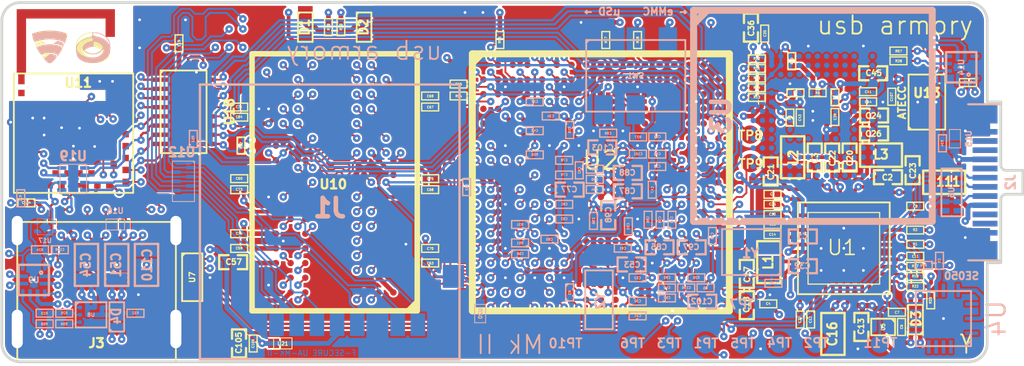
<source format=kicad_pcb>
(kicad_pcb (version 20171130) (host pcbnew 5.1.10)
  (title_block (title "USB armory Mk II") (date 2021-02-18) (rev γ) (company F-Secure) (comment 1 "Copyright (c) The USB armory authors") (comment 2 "License: CERN-OHL-S") (comment 3 https://github.com/usbarmory/usbarmory))
  (layers (0 TOP signal) (1 SIGNAL_1 signal) (2 GND_POWER_1 power hide) (3 GND_POWER_2 power hide) (4 SIGNAL_2 signal) (31 BOTTOM signal) (34 B.Paste user) (35 F.Paste user) (36 B.SilkS user) (37 F.SilkS user) (38 B.Mask user) (39 F.Mask user) (44 Edge.Cuts user))
  (net 0 "")
  (net 1 GND)
  (net 2 DDR_1V35)
  (net 3 DCDC_3V3)
  (net 4 VDD_ARM_SOC_IN)
  (net 5 LDO2_3V3)
  (net 6 DDR_VREF)
  (net 7 /Crystals/XTALI)
  (net 8 /Crystals/XTALO)
  (net 9 /Crystals/RTC_XTALI)
  (net 10 /Crystals/RTC_XTALO)
  (net 11 VDD_HIGH_CAP)
  (net 12 /Power/VDD_SOC_CAP)
  (net 13 /Power/VDD_SNVS_CAP)
  (net 14 /Power/NVCC_PLL_OUT)
  (net 15 /Power/VDD_ARM_CAP)
  (net 16 "Net-(R3-Pad2)")
  (net 17 /Crystals/JTAG_nSRST)
  (net 18 /eMMC/SD2_RESET_B)
  (net 19 /eMMC/SD2_CMD)
  (net 20 /eMMC/SD2_DATA7)
  (net 21 /eMMC/SD2_DATA6)
  (net 22 /eMMC/SD2_DATA5)
  (net 23 /eMMC/SD2_DATA4)
  (net 24 /eMMC/SD2_DATA3)
  (net 25 /eMMC/SD2_DATA2)
  (net 26 /eMMC/SD2_DATA1)
  (net 27 /eMMC/SD2_DATA0)
  (net 28 I2C1_SCL)
  (net 29 I2C1_SDA)
  (net 30 "Net-(R19-Pad2)")
  (net 31 "Net-(R20-Pad2)")
  (net 32 /Boot/BT_CFG1[0])
  (net 33 /Boot/BT_CFG1[1])
  (net 34 /Boot/BT_CFG1[2])
  (net 35 /Boot/BT_CFG1[3])
  (net 36 /Boot/BT_CFG1[4])
  (net 37 /Boot/BT_CFG1[6])
  (net 38 /Boot/BT_CFG1[7])
  (net 39 /Boot/BT_CFG2[0])
  (net 40 /Boot/BT_CFG2[1])
  (net 41 /Boot/BT_CFG2[2])
  (net 42 /Boot/BT_CFG2[4])
  (net 43 /Boot/BT_CFG2[7])
  (net 44 /Boot/BT_CFG4[0])
  (net 45 /Boot/BT_CFG4[1])
  (net 46 /Boot/BT_CFG4[2])
  (net 47 /Boot/BT_CFG4[3])
  (net 48 /Boot/BT_CFG4[4])
  (net 49 /Boot/BT_CFG4[5])
  (net 50 /Boot/BT_CFG4[6])
  (net 51 /Boot/BT_CFG4[7])
  (net 52 /Boot/BT_CFG2[5])
  (net 53 /Boot/BT_CFG1[5])
  (net 54 /DDR/DRAM_RESET_B)
  (net 55 /DDR/DRAM_SDCLK0_N)
  (net 56 /DDR/DRAM_SDCLK0_P)
  (net 57 /DDR/DDR_ZQ)
  (net 58 /microSD/SD1_CMD)
  (net 59 /microSD/SD1_DATA0)
  (net 60 /DDR/DRAM_CAS_B)
  (net 61 "Net-(U2-PadJ3)")
  (net 62 /DDR/DRAM_A8)
  (net 63 /DDR/DRAM_WE_B)
  (net 64 BT_UART_CTS)
  (net 65 BT_UART_RX)
  (net 66 BT_UART_TX)
  (net 67 BT_SWDIO)
  (net 68 /DDR/DRAM_A2)
  (net 69 /DDR/DRAM_A15)
  (net 70 /DDR/DRAM_A4)
  (net 71 /DDR/DRAM_A11)
  (net 72 /DDR/DRAM_SDBA2)
  (net 73 /DDR/DRAM_A3)
  (net 74 /DDR/DRAM_SDCKE0)
  (net 75 /DDR/DRAM_A10)
  (net 76 /DDR/DRAM_RAS_B)
  (net 77 /DDR/DRAM_SDBA0)
  (net 78 /Crystals/JTAG_TCK)
  (net 79 BT_RESET_B)
  (net 80 BT_SWDCLK)
  (net 81 /DDR/DRAM_A5)
  (net 82 /DDR/DRAM_A0)
  (net 83 /DDR/DRAM_A12)
  (net 84 /DDR/DRAM_A9)
  (net 85 "Net-(U2-PadR9)")
  (net 86 "Net-(U2-PadR6)")
  (net 87 /DDR/DRAM_D14)
  (net 88 /DDR/DRAM_D11)
  (net 89 /DDR/DRAM_D15)
  (net 90 "Net-(U2-PadR10)")
  (net 91 "Net-(U2-PadR13)")
  (net 92 /USB/USB1_DN)
  (net 93 /USB/USB2_DN)
  (net 94 /DDR/DRAM_SDQS1_P)
  (net 95 /DDR/DRAM_D6)
  (net 96 /DDR/DRAM_D0)
  (net 97 /DDR/DRAM_DQM1)
  (net 98 /DDR/DRAM_SDQS1_N)
  (net 99 /DDR/DRAM_D2)
  (net 100 /DDR/DRAM_DQM0)
  (net 101 /DDR/DRAM_D5)
  (net 102 "Net-(U2-PadT9)")
  (net 103 "Net-(U2-PadP9)")
  (net 104 /DDR/DRAM_SDQS0_N)
  (net 105 /DDR/DRAM_SDQS0_P)
  (net 106 /DDR/DRAM_D13)
  (net 107 /DDR/DRAM_D12)
  (net 108 "Net-(U2-PadP10)")
  (net 109 /Crystals/JTAG_TMS)
  (net 110 "Net-(U2-PadP11)")
  (net 111 /Crystals/JTAG_MOD)
  (net 112 "Net-(U2-PadP16)")
  (net 113 "Net-(U2-PadP17)")
  (net 114 "Net-(U2-PadN17)")
  (net 115 /Crystals/JTAG_TDI)
  (net 116 /Crystals/JTAG_TDO)
  (net 117 "Net-(U2-PadN11)")
  (net 118 /Crystals/JTAG_nTRST)
  (net 119 "Net-(U2-PadN10)")
  (net 120 /DDR/DRAM_SDODT0)
  (net 121 /DDR/DRAM_CS0_B)
  (net 122 "Net-(U2-PadN8)")
  (net 123 "Net-(U2-PadN9)")
  (net 124 "Net-(U2-PadU9)")
  (net 125 /DDR/DRAM_D4)
  (net 126 /DDR/DRAM_D3)
  (net 127 /DDR/DRAM_D1)
  (net 128 /DDR/DRAM_D8)
  (net 129 /DDR/DRAM_D9)
  (net 130 /DDR/DRAM_D7)
  (net 131 /DDR/DRAM_D10)
  (net 132 /USB/USB2_DP)
  (net 133 /USB/USB1_DP)
  (net 134 "Net-(U2-PadU16)")
  (net 135 BT_UART_DSR)
  (net 136 BT_UART_DTR)
  (net 137 BT_SWITCH_2)
  (net 138 BT_UART_RTS)
  (net 139 /DDR/DRAM_SDBA1)
  (net 140 "Net-(U2-PadH5)")
  (net 141 /DDR/DRAM_A7)
  (net 142 /DDR/DRAM_A13)
  (net 143 /DDR/DRAM_A1)
  (net 144 "Net-(U2-PadD9)")
  (net 145 "Net-(U2-PadD2)")
  (net 146 "Net-(U2-PadD4)")
  (net 147 "Net-(U2-PadD5)")
  (net 148 "Net-(U2-PadD1)")
  (net 149 "Net-(U2-PadD15)")
  (net 150 "Net-(U2-PadD16)")
  (net 151 "Net-(U2-PadD17)")
  (net 152 "Net-(U2-PadE17)")
  (net 153 "Net-(U2-PadE16)")
  (net 154 "Net-(U2-PadE15)")
  (net 155 "Net-(U2-PadE14)")
  (net 156 "Net-(U2-PadE1)")
  (net 157 "Net-(U2-PadE5)")
  (net 158 "Net-(U2-PadE2)")
  (net 159 "Net-(U2-PadE6)")
  (net 160 "Net-(U2-PadE9)")
  (net 161 /DDR/DRAM_A6)
  (net 162 /DDR/DRAM_A14)
  (net 163 BT_SWITCH_1)
  (net 164 "Net-(U2-PadF16)")
  (net 165 "Net-(U2-PadF14)")
  (net 166 "Net-(U2-PadF1)")
  (net 167 "Net-(U2-PadF5)")
  (net 168 "Net-(U2-PadF3)")
  (net 169 "Net-(U2-PadF2)")
  (net 170 "Net-(U2-PadB8)")
  (net 171 /microSD/SD1_DATA1)
  (net 172 "Net-(U2-PadB5)")
  (net 173 /microSD/SD1_DATA2)
  (net 174 "Net-(U2-PadB15)")
  (net 175 "Net-(U2-PadB17)")
  (net 176 "Net-(U2-PadC17)")
  (net 177 "Net-(U2-PadC16)")
  (net 178 "Net-(U2-PadC5)")
  (net 179 "Net-(U2-PadC9)")
  (net 180 "Net-(U2-PadA8)")
  (net 181 /microSD/SD1_DATA3)
  (net 182 "Net-(U2-PadA3)")
  (net 183 "Net-(U2-PadA4)")
  (net 184 "Net-(U2-PadA15)")
  (net 185 "Net-(U10-PadL9)")
  (net 186 "Net-(U10-PadL1)")
  (net 187 "Net-(U10-PadJ9)")
  (net 188 "Net-(U10-PadJ1)")
  (net 189 /DDR/DRAM_ZQPAD)
  (net 190 /eMMC/VDDI)
  (net 191 /eMMC/SD2_CLK)
  (net 192 "Net-(U3-PadA7)")
  (net 193 "Net-(U3-PadA8)")
  (net 194 "Net-(U3-PadA9)")
  (net 195 "Net-(U3-PadA10)")
  (net 196 "Net-(U3-PadA11)")
  (net 197 "Net-(U3-PadA12)")
  (net 198 "Net-(U3-PadA13)")
  (net 199 "Net-(U3-PadA14)")
  (net 200 "Net-(U3-PadB1)")
  (net 201 "Net-(U3-PadB7)")
  (net 202 "Net-(U3-PadB8)")
  (net 203 "Net-(U3-PadB9)")
  (net 204 "Net-(U3-PadB10)")
  (net 205 "Net-(U3-PadB11)")
  (net 206 "Net-(U3-PadB12)")
  (net 207 "Net-(U3-PadB13)")
  (net 208 "Net-(U3-PadB14)")
  (net 209 "Net-(U3-PadC8)")
  (net 210 "Net-(U3-PadC9)")
  (net 211 "Net-(U3-PadC10)")
  (net 212 "Net-(U3-PadC11)")
  (net 213 "Net-(U3-PadC12)")
  (net 214 "Net-(U3-PadC13)")
  (net 215 "Net-(U3-PadC14)")
  (net 216 "Net-(U3-PadD3)")
  (net 217 "Net-(U3-PadD12)")
  (net 218 "Net-(U3-PadD13)")
  (net 219 "Net-(U3-PadD14)")
  (net 220 "Net-(U3-PadE1)")
  (net 221 "Net-(U3-PadE2)")
  (net 222 "Net-(U3-PadE3)")
  (net 223 "Net-(U3-PadE5)")
  (net 224 "Net-(U3-PadE8)")
  (net 225 "Net-(U3-PadE9)")
  (net 226 "Net-(U3-PadE10)")
  (net 227 "Net-(U3-PadE12)")
  (net 228 "Net-(U3-PadE13)")
  (net 229 "Net-(U3-PadE14)")
  (net 230 "Net-(U3-PadF1)")
  (net 231 "Net-(U3-PadF2)")
  (net 232 "Net-(U3-PadF3)")
  (net 233 "Net-(U3-PadF10)")
  (net 234 "Net-(U3-PadF12)")
  (net 235 "Net-(U3-PadF13)")
  (net 236 "Net-(U3-PadF14)")
  (net 237 "Net-(U3-PadG1)")
  (net 238 "Net-(U3-PadG2)")
  (net 239 "Net-(U3-PadG3)")
  (net 240 "Net-(U3-PadG10)")
  (net 241 "Net-(U3-PadG12)")
  (net 242 "Net-(U3-PadG13)")
  (net 243 "Net-(U3-PadG14)")
  (net 244 "Net-(U3-PadH1)")
  (net 245 "Net-(U3-PadH2)")
  (net 246 "Net-(U3-PadH3)")
  (net 247 "Net-(U3-PadH5)")
  (net 248 "Net-(U3-PadH12)")
  (net 249 "Net-(U3-PadH13)")
  (net 250 "Net-(U3-PadH14)")
  (net 251 "Net-(U3-PadJ1)")
  (net 252 "Net-(U3-PadJ2)")
  (net 253 "Net-(U3-PadJ3)")
  (net 254 "Net-(U3-PadJ12)")
  (net 255 "Net-(U3-PadJ13)")
  (net 256 "Net-(U3-PadJ14)")
  (net 257 "Net-(U3-PadK1)")
  (net 258 "Net-(U3-PadK2)")
  (net 259 "Net-(U3-PadK3)")
  (net 260 "Net-(U3-PadK6)")
  (net 261 "Net-(U3-PadK7)")
  (net 262 "Net-(U3-PadK10)")
  (net 263 "Net-(U3-PadK12)")
  (net 264 "Net-(U3-PadK13)")
  (net 265 "Net-(U3-PadK14)")
  (net 266 "Net-(U3-PadL1)")
  (net 267 "Net-(U3-PadL2)")
  (net 268 "Net-(U3-PadL3)")
  (net 269 "Net-(U3-PadL12)")
  (net 270 "Net-(U3-PadL13)")
  (net 271 "Net-(U3-PadL14)")
  (net 272 "Net-(U3-PadM1)")
  (net 273 "Net-(U3-PadM2)")
  (net 274 "Net-(U3-PadM3)")
  (net 275 "Net-(U3-PadM7)")
  (net 276 "Net-(U3-PadM8)")
  (net 277 "Net-(U3-PadM9)")
  (net 278 "Net-(U3-PadM10)")
  (net 279 "Net-(U3-PadM11)")
  (net 280 "Net-(U3-PadM12)")
  (net 281 "Net-(U3-PadM13)")
  (net 282 "Net-(U3-PadM14)")
  (net 283 "Net-(U3-PadN6)")
  (net 284 "Net-(U3-PadN7)")
  (net 285 "Net-(U3-PadN8)")
  (net 286 "Net-(U3-PadN9)")
  (net 287 "Net-(U3-PadN10)")
  (net 288 "Net-(U3-PadN11)")
  (net 289 "Net-(U3-PadN12)")
  (net 290 "Net-(U3-PadN13)")
  (net 291 "Net-(U3-PadN14)")
  (net 292 "Net-(U3-PadP1)")
  (net 293 "Net-(U3-PadP2)")
  (net 294 "Net-(U3-PadP7)")
  (net 295 "Net-(U3-PadP8)")
  (net 296 "Net-(U3-PadP9)")
  (net 297 "Net-(U3-PadP10)")
  (net 298 "Net-(U3-PadP11)")
  (net 299 "Net-(U3-PadP12)")
  (net 300 "Net-(U3-PadP13)")
  (net 301 "Net-(U3-PadP14)")
  (net 302 USB2_ID)
  (net 303 USB1_INT_B)
  (net 304 USB2_INT_B)
  (net 305 UART2_CTS)
  (net 306 UART2_RX)
  (net 307 UART2_TX)
  (net 308 UART2_RTS)
  (net 309 UART5_RX)
  (net 310 UART4_RX)
  (net 311 UART4_TX)
  (net 312 UART5_TX)
  (net 313 VSYS_5V)
  (net 314 /USB/USB2_VBUS)
  (net 315 /USB/USB1_VBUS)
  (net 316 "Net-(L1-Pad1)")
  (net 317 "Net-(L2-Pad1)")
  (net 318 "Net-(L3-Pad1)")
  (net 319 "Net-(R1-Pad2)")
  (net 320 "Net-(R2-Pad2)")
  (net 321 "Net-(D1-Pad1)")
  (net 322 "Net-(D2-Pad1)")
  (net 323 /USB/USB_SW_EN)
  (net 324 /microSD/SD1_CLK)
  (net 325 "Net-(R59-Pad1)")
  (net 326 "Net-(U1-Pad9)")
  (net 327 "Net-(U1-Pad10)")
  (net 328 "Net-(U1-Pad38)")
  (net 329 "Net-(U1-Pad33)")
  (net 330 "Net-(U1-Pad34)")
  (net 331 /USB/USB2_CC2)
  (net 332 /USB/USB2_CC1)
  (net 333 "Net-(U11-Pad45)")
  (net 334 "Net-(U11-Pad29)")
  (net 335 "Net-(U11-Pad37)")
  (net 336 "Net-(U11-Pad36)")
  (net 337 "Net-(U11-Pad28)")
  (net 338 "Net-(U11-Pad31)")
  (net 339 "Net-(U11-Pad27)")
  (net 340 "Net-(U11-Pad24)")
  (net 341 "Net-(U11-Pad23)")
  (net 342 "Net-(U11-Pad22)")
  (net 343 "Net-(U11-Pad21)")
  (net 344 "Net-(U11-Pad16)")
  (net 345 "Net-(U11-Pad15)")
  (net 346 "Net-(U11-Pad14)")
  (net 347 "Net-(U11-Pad13)")
  (net 348 "Net-(U11-Pad2)")
  (net 349 "Net-(U11-Pad3)")
  (net 350 "Net-(U13-Pad3)")
  (net 351 "Net-(U13-Pad1)")
  (net 352 "Net-(U13-Pad2)")
  (net 353 "Net-(U13-Pad7)")
  (net 354 /PMIC/LICELL)
  (net 355 /PMIC/VCORE)
  (net 356 /PMIC/VDIG)
  (net 357 /eMMC/SD2_CLK_R)
  (net 358 /microSD/SD1_CLK_R)
  (net 359 /USB/DEBUG_B)
  (net 360 /Bluetooth/ANT_INT)
  (net 361 "Net-(U18-Pad11)")
  (net 362 /USB/TYPEC_A2)
  (net 363 /USB/TYPEC_A3)
  (net 364 /USB/TYPEC_B11)
  (net 365 /USB/TYPEC_B2)
  (net 366 /USB/TYPEC_B3)
  (net 367 /USB/TYPEC_A11)
  (net 368 /USB/TYPEC_A10)
  (net 369 /USB/TYPEC_B10)
  (net 370 /PMIC/VSYS)
  (net 371 /USB/VDD_USB_CAP)
  (net 372 SD1_CD_B)
  (net 373 "Net-(R23-Pad2)")
  (net 374 "Net-(R25-Pad2)")
  (net 375 /Bluetooth/ANT_PCB)
  (net 376 "Net-(U17-Pad1)")
  (net 377 "Net-(J3-PadA8)")
  (net 378 "Net-(J3-PadB8)")
  (net 379 "Net-(R27-Pad2)")
  (net 380 "Net-(R48-Pad2)")
  (net 381 "Net-(U2-PadR8)")
  (net 382 /PMIC/VSNVS_3V)
  (net 383 /USB/USB1_CC)
  (net 384 "Net-(U6-Pad6)")
  (net 385 "Net-(U6-Pad5)")
  (net 386 "Net-(U14-Pad2)")
  (net 387 "Net-(U14-Pad9)")
  (net 388 "Net-(U1-Pad39)")
  (net 389 /USB/USB_VBUS)
  (net 390 PMIC_WDI)
  (net 391 "Net-(U2-PadD3)")
  (net 392 "Net-(R28-Pad2)")
  (net 393 "Net-(R34-Pad2)")
  (net 394 SD_3V3_1V8)
  (net 395 EMMC_1V8)
  (net 396 SE050_ENA)
  (net 397 "Net-(U4-Pad20)")
  (net 398 "Net-(U4-Pad15)")
  (net 399 "Net-(U4-Pad16)")
  (net 400 "Net-(U4-Pad13)")
  (net 401 "Net-(U4-Pad8)")
  (net 402 "Net-(U4-Pad7)")
  (net 403 "Net-(U4-Pad6)")
  (net 404 "Net-(U4-Pad5)")
  (net 405 "Net-(U4-Pad4)")
  (net 406 "Net-(U4-Pad3)")
  (net 407 "Net-(U4-Pad2)")
  (net 408 "Net-(J2-PadB6)")
  (net 409 "Net-(J2-PadB7)")
  (net 410 "Net-(J2-PadA3)")
  (net 411 "Net-(J2-PadB11)")
  (net 412 "Net-(J2-PadA11)")
  (net 413 "Net-(J2-PadA8)")
  (net 414 "Net-(J2-PadA10)")
  (net 415 "Net-(J2-PadB2)")
  (net 416 "Net-(J2-PadB3)")
  (net 417 "Net-(J2-PadB5)")
  (net 418 "Net-(J2-PadB8)")
  (net 419 "Net-(J2-PadB10)")
  (net 420 "Net-(J2-PadA2)")
  (module armory-kicad:WURTH_632712000112 (layer BOTTOM) (at 170.335 95.41 270)
    (fp_text reference J2 (at 0 -0.71 270) (layer B.SilkS) (effects (font (size 0.5 0.5) (thickness 0.125)) (justify mirror)))
    (fp_text value USBC-PLUG_24_PIN hide)
    (pad B6 smd rect (at -0.25 0.675 270) (size 0.3 1.35) (layers TOP F.Paste F.Mask) (net 408 "Net-(J2-PadB6)"))
    (pad B7 smd rect (at 0.25 0.675 270) (size 0.3 1.35) (layers TOP F.Paste F.Mask) (net 409 "Net-(J2-PadB7)"))
    (pad S smd rect (at -3.73 0.8 270) (size 1.04 1.6) (layers BOTTOM B.Paste B.Mask) (net 1 GND))
    (pad A7 smd rect (at -0.25 0.675 270) (size 0.3 1.35) (layers BOTTOM B.Paste B.Mask) (net 92 /USB/USB1_DN))
    (pad A6 smd rect (at 0.25 0.675 270) (size 0.3 1.35) (layers BOTTOM B.Paste B.Mask) (net 133 /USB/USB1_DP))
    (pad A5 smd rect (at 0.75 0.675 270) (size 0.3 1.35) (layers BOTTOM B.Paste B.Mask) (net 383 /USB/USB1_CC))
    (pad A4 smd rect (at 1.25 0.675 270) (size 0.3 1.35) (layers BOTTOM B.Paste B.Mask) (net 315 /USB/USB1_VBUS))
    (pad A3 smd rect (at 1.75 0.675 270) (size 0.3 1.35) (layers BOTTOM B.Paste B.Mask) (net 410 "Net-(J2-PadA3)"))
    (pad B11 smd rect (at 2.25 0.675 270) (size 0.3 1.35) (layers TOP F.Paste F.Mask) (net 411 "Net-(J2-PadB11)"))
    (pad B12 smd rect (at 2.75 0.675 270) (size 0.3 1.35) (layers TOP F.Paste F.Mask) (net 1 GND))
    (pad A11 smd rect (at -2.25 0.675 270) (size 0.3 1.35) (layers BOTTOM B.Paste B.Mask) (net 412 "Net-(J2-PadA11)"))
    (pad A9 smd rect (at -1.25 0.675 270) (size 0.3 1.35) (layers BOTTOM B.Paste B.Mask) (net 315 /USB/USB1_VBUS))
    (pad A8 smd rect (at -0.75 0.675 270) (size 0.3 1.35) (layers BOTTOM B.Paste B.Mask) (net 413 "Net-(J2-PadA8)"))
    (pad A10 smd rect (at -1.75 0.675 270) (size 0.3 1.35) (layers BOTTOM B.Paste B.Mask) (net 414 "Net-(J2-PadA10)"))
    (pad A12 smd rect (at -2.75 0.675 270) (size 0.3 1.35) (layers BOTTOM B.Paste B.Mask) (net 1 GND))
    (pad B1 smd rect (at -2.75 0.675 270) (size 0.3 1.35) (layers TOP F.Paste F.Mask) (net 1 GND))
    (pad B2 smd rect (at -2.25 0.675 270) (size 0.3 1.35) (layers TOP F.Paste F.Mask) (net 415 "Net-(J2-PadB2)"))
    (pad B3 smd rect (at -1.75 0.675 270) (size 0.3 1.35) (layers TOP F.Paste F.Mask) (net 416 "Net-(J2-PadB3)"))
    (pad B4 smd rect (at -1.25 0.675 270) (size 0.3 1.35) (layers TOP F.Paste F.Mask) (net 315 /USB/USB1_VBUS))
    (pad B5 smd rect (at -0.75 0.675 270) (size 0.3 1.35) (layers TOP F.Paste F.Mask) (net 417 "Net-(J2-PadB5)"))
    (pad B8 smd rect (at 0.75 0.675 270) (size 0.3 1.35) (layers TOP F.Paste F.Mask) (net 418 "Net-(J2-PadB8)"))
    (pad B9 smd rect (at 1.25 0.675 270) (size 0.3 1.35) (layers TOP F.Paste F.Mask) (net 315 /USB/USB1_VBUS))
    (pad B10 smd rect (at 1.75 0.675 270) (size 0.3 1.35) (layers TOP F.Paste F.Mask) (net 419 "Net-(J2-PadB10)"))
    (pad A2 smd rect (at 2.25 0.675 270) (size 0.3 1.35) (layers BOTTOM B.Paste B.Mask) (net 420 "Net-(J2-PadA2)"))
    (pad A1 smd rect (at 2.75 0.675 270) (size 0.3 1.35) (layers BOTTOM B.Paste B.Mask) (net 1 GND))
    (pad S smd rect (at 3.73 0.8 270) (size 1.04 1.6) (layers BOTTOM B.Paste B.Mask) (net 1 GND))
    (pad S smd rect (at 3.73 0.8 270) (size 1.04 1.6) (layers TOP F.Paste F.Mask) (net 1 GND))
    (pad S smd rect (at -3.73 0.8 270) (size 1.04 1.6) (layers TOP F.Paste F.Mask) (net 1 GND))
  )
  (module FSC_LOGO_NO_TEXT_SMALL (layer BOTTOM) (at 118.7 88.02 180)
    (fp_text reference FSC_LOGO_NO_TEXT_SMALL hide)
    (fp_text value G*** hide)
  )
  (module FSC_LOGO_NO_TEXT_SMALL (layer TOP) (at 118.72 88.02)
    (fp_text reference FSC_LOGO_NO_TEXT_SMALL hide)
    (fp_text value G*** hide)
  )
  (module IP_LOGO_NO_TEXT_SMALL (layer BOTTOM) (at 122.14 88.08 180)
    (fp_text reference Ref** hide)
    (fp_text value Val** hide)
  )
  (module IP_LOGO_NO_TEXT_SMALL (layer TOP) (at 120 88.08)
    (fp_text reference Ref** hide)
    (fp_text value Val** hide)
  )
  (module armory-kicad:SM0201 (layer TOP) (at 159.33 90.535 180)
    (fp_text reference R9 (at 0.00508 0.01016 180) (layer F.SilkS) (effects (font (size 0.127 0.127) (thickness 0.03175))))
    (fp_text value 10K hide)
    (pad 1 smd rect (at -0.25 0 180) (size 0.3 0.3) (layers TOP F.Paste F.Mask) (net 395 EMMC_1V8))
    (pad 2 smd rect (at 0.25 0 180) (size 0.3 0.3) (layers TOP F.Paste F.Mask) (net 21 /eMMC/SD2_DATA6))
  )
  (module snapeda:FBGA-153 (layer BOTTOM) (at 160.280001 91.790002 270)
    (fp_text reference U3 (at 0 5 270) (layer B.SilkS) (effects (font (thickness 0.25)) (justify mirror)))
    (fp_text value EMMC16G hide)
    (pad P14 smd circle (at 3.25 -3.25 270) (size 0.3 0.3) (layers BOTTOM B.Paste B.Mask) (net 301 "Net-(U3-PadP14)"))
    (pad P13 smd circle (at 2.75 -3.25 270) (size 0.3 0.3) (layers BOTTOM B.Paste B.Mask) (net 300 "Net-(U3-PadP13)"))
    (pad P12 smd circle (at 2.25 -3.25 270) (size 0.3 0.3) (layers BOTTOM B.Paste B.Mask) (net 299 "Net-(U3-PadP12)"))
    (pad P11 smd circle (at 1.75 -3.25 270) (size 0.3 0.3) (layers BOTTOM B.Paste B.Mask) (net 298 "Net-(U3-PadP11)"))
    (pad P10 smd circle (at 1.25 -3.25 270) (size 0.3 0.3) (layers BOTTOM B.Paste B.Mask) (net 297 "Net-(U3-PadP10)"))
    (pad P9 smd circle (at 0.75 -3.25 270) (size 0.3 0.3) (layers BOTTOM B.Paste B.Mask) (net 296 "Net-(U3-PadP9)"))
    (pad P8 smd circle (at 0.25 -3.25 270) (size 0.3 0.3) (layers BOTTOM B.Paste B.Mask) (net 295 "Net-(U3-PadP8)"))
    (pad P7 smd circle (at -0.25 -3.25 270) (size 0.3 0.3) (layers BOTTOM B.Paste B.Mask) (net 294 "Net-(U3-PadP7)"))
    (pad P6 smd circle (at -0.75 -3.25 270) (size 0.3 0.3) (layers BOTTOM B.Paste B.Mask) (net 1 GND))
    (pad P5 smd circle (at -1.25 -3.25 270) (size 0.3 0.3) (layers BOTTOM B.Paste B.Mask) (net 395 EMMC_1V8))
    (pad P4 smd circle (at -1.75 -3.25 270) (size 0.3 0.3) (layers BOTTOM B.Paste B.Mask) (net 1 GND))
    (pad P3 smd circle (at -2.25 -3.25 270) (size 0.3 0.3) (layers BOTTOM B.Paste B.Mask) (net 395 EMMC_1V8))
    (pad P2 smd circle (at -2.75 -3.25 270) (size 0.3 0.3) (layers BOTTOM B.Paste B.Mask) (net 293 "Net-(U3-PadP2)"))
    (pad P1 smd circle (at -3.25 -3.25 270) (size 0.3 0.3) (layers BOTTOM B.Paste B.Mask) (net 292 "Net-(U3-PadP1)"))
    (pad N14 smd circle (at 3.25 -2.75 270) (size 0.3 0.3) (layers BOTTOM B.Paste B.Mask) (net 291 "Net-(U3-PadN14)"))
    (pad N13 smd circle (at 2.75 -2.75 270) (size 0.3 0.3) (layers BOTTOM B.Paste B.Mask) (net 290 "Net-(U3-PadN13)"))
    (pad N12 smd circle (at 2.25 -2.75 270) (size 0.3 0.3) (layers BOTTOM B.Paste B.Mask) (net 289 "Net-(U3-PadN12)"))
    (pad N11 smd circle (at 1.75 -2.75 270) (size 0.3 0.3) (layers BOTTOM B.Paste B.Mask) (net 288 "Net-(U3-PadN11)"))
    (pad N10 smd circle (at 1.25 -2.75 270) (size 0.3 0.3) (layers BOTTOM B.Paste B.Mask) (net 287 "Net-(U3-PadN10)"))
    (pad N9 smd circle (at 0.75 -2.75 270) (size 0.3 0.3) (layers BOTTOM B.Paste B.Mask) (net 286 "Net-(U3-PadN9)"))
    (pad N8 smd circle (at 0.25 -2.75 270) (size 0.3 0.3) (layers BOTTOM B.Paste B.Mask) (net 285 "Net-(U3-PadN8)"))
    (pad N7 smd circle (at -0.25 -2.75 270) (size 0.3 0.3) (layers BOTTOM B.Paste B.Mask) (net 284 "Net-(U3-PadN7)"))
    (pad N6 smd circle (at -0.75 -2.75 270) (size 0.3 0.3) (layers BOTTOM B.Paste B.Mask) (net 283 "Net-(U3-PadN6)"))
    (pad N5 smd circle (at -1.25 -2.75 270) (size 0.3 0.3) (layers BOTTOM B.Paste B.Mask) (net 1 GND))
    (pad N4 smd circle (at -1.75 -2.75 270) (size 0.3 0.3) (layers BOTTOM B.Paste B.Mask) (net 395 EMMC_1V8))
    (pad N3 smd circle (at -2.25 -2.75 270) (size 0.3 0.3) (layers BOTTOM B.Paste B.Mask) (net 395 EMMC_1V8))
    (pad N2 smd circle (at -2.75 -2.75 270) (size 0.3 0.3) (layers BOTTOM B.Paste B.Mask) (net 1 GND))
    (pad N1 smd circle (at -3.25 -2.75 270) (size 0.3 0.3) (layers BOTTOM B.Paste B.Mask) (net 1 GND))
    (pad M14 smd circle (at 3.25 -2.25 270) (size 0.3 0.3) (layers BOTTOM B.Paste B.Mask) (net 282 "Net-(U3-PadM14)"))
    (pad M13 smd circle (at 2.75 -2.25 270) (size 0.3 0.3) (layers BOTTOM B.Paste B.Mask) (net 281 "Net-(U3-PadM13)"))
    (pad M12 smd circle (at 2.25 -2.25 270) (size 0.3 0.3) (layers BOTTOM B.Paste B.Mask) (net 280 "Net-(U3-PadM12)"))
    (pad M11 smd circle (at 1.75 -2.25 270) (size 0.3 0.3) (layers BOTTOM B.Paste B.Mask) (net 279 "Net-(U3-PadM11)"))
    (pad M10 smd circle (at 1.25 -2.25 270) (size 0.3 0.3) (layers BOTTOM B.Paste B.Mask) (net 278 "Net-(U3-PadM10)"))
    (pad M9 smd circle (at 0.75 -2.25 270) (size 0.3 0.3) (layers BOTTOM B.Paste B.Mask) (net 277 "Net-(U3-PadM9)"))
    (pad M8 smd circle (at 0.25 -2.25 270) (size 0.3 0.3) (layers BOTTOM B.Paste B.Mask) (net 276 "Net-(U3-PadM8)"))
    (pad M7 smd circle (at -0.25 -2.25 270) (size 0.3 0.3) (layers BOTTOM B.Paste B.Mask) (net 275 "Net-(U3-PadM7)"))
    (pad M6 smd circle (at -0.75 -2.25 270) (size 0.3 0.3) (layers BOTTOM B.Paste B.Mask) (net 191 /eMMC/SD2_CLK))
    (pad M5 smd circle (at -1.25 -2.25 270) (size 0.3 0.3) (layers BOTTOM B.Paste B.Mask) (net 19 /eMMC/SD2_CMD))
    (pad M4 smd circle (at -1.75 -2.25 270) (size 0.3 0.3) (layers BOTTOM B.Paste B.Mask) (net 395 EMMC_1V8))
    (pad M3 smd circle (at -2.25 -2.25 270) (size 0.3 0.3) (layers BOTTOM B.Paste B.Mask) (net 274 "Net-(U3-PadM3)"))
    (pad M2 smd circle (at -2.75 -2.25 270) (size 0.3 0.3) (layers BOTTOM B.Paste B.Mask) (net 273 "Net-(U3-PadM2)"))
    (pad M1 smd circle (at -3.25 -2.25 270) (size 0.3 0.3) (layers BOTTOM B.Paste B.Mask) (net 272 "Net-(U3-PadM1)"))
    (pad L14 smd circle (at 3.25 -1.75 270) (size 0.3 0.3) (layers BOTTOM B.Paste B.Mask) (net 271 "Net-(U3-PadL14)"))
    (pad L13 smd circle (at 2.75 -1.75 270) (size 0.3 0.3) (layers BOTTOM B.Paste B.Mask) (net 270 "Net-(U3-PadL13)"))
    (pad L12 smd circle (at 2.25 -1.75 270) (size 0.3 0.3) (layers BOTTOM B.Paste B.Mask) (net 269 "Net-(U3-PadL12)"))
    (pad L3 smd circle (at -2.25 -1.75 270) (size 0.3 0.3) (layers BOTTOM B.Paste B.Mask) (net 268 "Net-(U3-PadL3)"))
    (pad L2 smd circle (at -2.75 -1.75 270) (size 0.3 0.3) (layers BOTTOM B.Paste B.Mask) (net 267 "Net-(U3-PadL2)"))
    (pad L1 smd circle (at -3.25 -1.75 270) (size 0.3 0.3) (layers BOTTOM B.Paste B.Mask) (net 266 "Net-(U3-PadL1)"))
    (pad K14 smd circle (at 3.25 -1.25 270) (size 0.3 0.3) (layers BOTTOM B.Paste B.Mask) (net 265 "Net-(U3-PadK14)"))
    (pad K13 smd circle (at 2.75 -1.25 270) (size 0.3 0.3) (layers BOTTOM B.Paste B.Mask) (net 264 "Net-(U3-PadK13)"))
    (pad K12 smd circle (at 2.25 -1.25 270) (size 0.3 0.3) (layers BOTTOM B.Paste B.Mask) (net 263 "Net-(U3-PadK12)"))
    (pad K10 smd circle (at 1.25 -1.25 270) (size 0.3 0.3) (layers BOTTOM B.Paste B.Mask) (net 262 "Net-(U3-PadK10)"))
    (pad K9 smd circle (at 0.75 -1.25 270) (size 0.3 0.3) (layers BOTTOM B.Paste B.Mask) (net 3 DCDC_3V3))
    (pad K8 smd circle (at 0.25 -1.25 270) (size 0.3 0.3) (layers BOTTOM B.Paste B.Mask) (net 1 GND))
    (pad K7 smd circle (at -0.25 -1.25 270) (size 0.3 0.3) (layers BOTTOM B.Paste B.Mask) (net 261 "Net-(U3-PadK7)"))
    (pad K6 smd circle (at -0.75 -1.25 270) (size 0.3 0.3) (layers BOTTOM B.Paste B.Mask) (net 260 "Net-(U3-PadK6)"))
    (pad K5 smd circle (at -1.25 -1.25 270) (size 0.3 0.3) (layers BOTTOM B.Paste B.Mask) (net 18 /eMMC/SD2_RESET_B))
    (pad K3 smd circle (at -2.25 -1.25 270) (size 0.3 0.3) (layers BOTTOM B.Paste B.Mask) (net 259 "Net-(U3-PadK3)"))
    (pad K2 smd circle (at -2.75 -1.25 270) (size 0.3 0.3) (layers BOTTOM B.Paste B.Mask) (net 258 "Net-(U3-PadK2)"))
    (pad K1 smd circle (at -3.25 -1.25 270) (size 0.3 0.3) (layers BOTTOM B.Paste B.Mask) (net 257 "Net-(U3-PadK1)"))
    (pad J14 smd circle (at 3.25 -0.75 270) (size 0.3 0.3) (layers BOTTOM B.Paste B.Mask) (net 256 "Net-(U3-PadJ14)"))
    (pad J13 smd circle (at 2.75 -0.75 270) (size 0.3 0.3) (layers BOTTOM B.Paste B.Mask) (net 255 "Net-(U3-PadJ13)"))
    (pad J12 smd circle (at 2.25 -0.75 270) (size 0.3 0.3) (layers BOTTOM B.Paste B.Mask) (net 254 "Net-(U3-PadJ12)"))
    (pad J10 smd circle (at 1.25 -0.75 270) (size 0.3 0.3) (layers BOTTOM B.Paste B.Mask) (net 3 DCDC_3V3))
    (pad J5 smd circle (at -1.25 -0.75 270) (size 0.3 0.3) (layers BOTTOM B.Paste B.Mask) (net 1 GND))
    (pad J3 smd circle (at -2.25 -0.75 270) (size 0.3 0.3) (layers BOTTOM B.Paste B.Mask) (net 253 "Net-(U3-PadJ3)"))
    (pad J2 smd circle (at -2.75 -0.75 270) (size 0.3 0.3) (layers BOTTOM B.Paste B.Mask) (net 252 "Net-(U3-PadJ2)"))
    (pad J1 smd circle (at -3.25 -0.75 270) (size 0.3 0.3) (layers BOTTOM B.Paste B.Mask) (net 251 "Net-(U3-PadJ1)"))
    (pad H14 smd circle (at 3.25 -0.25 270) (size 0.3 0.3) (layers BOTTOM B.Paste B.Mask) (net 250 "Net-(U3-PadH14)"))
    (pad H13 smd circle (at 2.75 -0.25 270) (size 0.3 0.3) (layers BOTTOM B.Paste B.Mask) (net 249 "Net-(U3-PadH13)"))
    (pad H12 smd circle (at 2.25 -0.25 270) (size 0.3 0.3) (layers BOTTOM B.Paste B.Mask) (net 248 "Net-(U3-PadH12)"))
    (pad H10 smd circle (at 1.25 -0.25 270) (size 0.3 0.3) (layers BOTTOM B.Paste B.Mask) (net 1 GND))
    (pad H5 smd circle (at -1.25 -0.25 270) (size 0.3 0.3) (layers BOTTOM B.Paste B.Mask) (net 247 "Net-(U3-PadH5)"))
    (pad H3 smd circle (at -2.25 -0.25 270) (size 0.3 0.3) (layers BOTTOM B.Paste B.Mask) (net 246 "Net-(U3-PadH3)"))
    (pad H2 smd circle (at -2.75 -0.25 270) (size 0.3 0.3) (layers BOTTOM B.Paste B.Mask) (net 245 "Net-(U3-PadH2)"))
    (pad H1 smd circle (at -3.25 -0.25 270) (size 0.3 0.3) (layers BOTTOM B.Paste B.Mask) (net 244 "Net-(U3-PadH1)"))
    (pad G14 smd circle (at 3.25 0.25 270) (size 0.3 0.3) (layers BOTTOM B.Paste B.Mask) (net 243 "Net-(U3-PadG14)"))
    (pad G13 smd circle (at 2.75 0.25 270) (size 0.3 0.3) (layers BOTTOM B.Paste B.Mask) (net 242 "Net-(U3-PadG13)"))
    (pad G12 smd circle (at 2.25 0.25 270) (size 0.3 0.3) (layers BOTTOM B.Paste B.Mask) (net 241 "Net-(U3-PadG12)"))
    (pad G10 smd circle (at 1.25 0.25 270) (size 0.3 0.3) (layers BOTTOM B.Paste B.Mask) (net 240 "Net-(U3-PadG10)"))
    (pad G5 smd circle (at -1.25 0.25 270) (size 0.3 0.3) (layers BOTTOM B.Paste B.Mask) (net 1 GND))
    (pad G3 smd circle (at -2.25 0.25 270) (size 0.3 0.3) (layers BOTTOM B.Paste B.Mask) (net 239 "Net-(U3-PadG3)"))
    (pad G2 smd circle (at -2.75 0.25 270) (size 0.3 0.3) (layers BOTTOM B.Paste B.Mask) (net 238 "Net-(U3-PadG2)"))
    (pad G1 smd circle (at -3.25 0.25 270) (size 0.3 0.3) (layers BOTTOM B.Paste B.Mask) (net 237 "Net-(U3-PadG1)"))
    (pad F14 smd circle (at 3.25 0.75 270) (size 0.3 0.3) (layers BOTTOM B.Paste B.Mask) (net 236 "Net-(U3-PadF14)"))
    (pad F13 smd circle (at 2.75 0.75 270) (size 0.3 0.3) (layers BOTTOM B.Paste B.Mask) (net 235 "Net-(U3-PadF13)"))
    (pad F12 smd circle (at 2.25 0.75 270) (size 0.3 0.3) (layers BOTTOM B.Paste B.Mask) (net 234 "Net-(U3-PadF12)"))
    (pad F10 smd circle (at 1.25 0.75 270) (size 0.3 0.3) (layers BOTTOM B.Paste B.Mask) (net 233 "Net-(U3-PadF10)"))
    (pad F5 smd circle (at -1.25 0.75 270) (size 0.3 0.3) (layers BOTTOM B.Paste B.Mask) (net 3 DCDC_3V3))
    (pad F3 smd circle (at -2.25 0.75 270) (size 0.3 0.3) (layers BOTTOM B.Paste B.Mask) (net 232 "Net-(U3-PadF3)"))
    (pad F2 smd circle (at -2.75 0.75 270) (size 0.3 0.3) (layers BOTTOM B.Paste B.Mask) (net 231 "Net-(U3-PadF2)"))
    (pad F1 smd circle (at -3.25 0.75 270) (size 0.3 0.3) (layers BOTTOM B.Paste B.Mask) (net 230 "Net-(U3-PadF1)"))
    (pad E14 smd circle (at 3.25 1.25 270) (size 0.3 0.3) (layers BOTTOM B.Paste B.Mask) (net 229 "Net-(U3-PadE14)"))
    (pad E13 smd circle (at 2.75 1.25 270) (size 0.3 0.3) (layers BOTTOM B.Paste B.Mask) (net 228 "Net-(U3-PadE13)"))
    (pad E12 smd circle (at 2.25 1.25 270) (size 0.3 0.3) (layers BOTTOM B.Paste B.Mask) (net 227 "Net-(U3-PadE12)"))
    (pad E10 smd circle (at 1.25 1.25 270) (size 0.3 0.3) (layers BOTTOM B.Paste B.Mask) (net 226 "Net-(U3-PadE10)"))
    (pad E9 smd circle (at 0.75 1.25 270) (size 0.3 0.3) (layers BOTTOM B.Paste B.Mask) (net 225 "Net-(U3-PadE9)"))
    (pad E8 smd circle (at 0.25 1.25 270) (size 0.3 0.3) (layers BOTTOM B.Paste B.Mask) (net 224 "Net-(U3-PadE8)"))
    (pad E7 smd circle (at -0.25 1.25 270) (size 0.3 0.3) (layers BOTTOM B.Paste B.Mask) (net 1 GND))
    (pad E6 smd circle (at -0.75 1.25 270) (size 0.3 0.3) (layers BOTTOM B.Paste B.Mask) (net 3 DCDC_3V3))
    (pad E5 smd circle (at -1.25 1.25 270) (size 0.3 0.3) (layers BOTTOM B.Paste B.Mask) (net 223 "Net-(U3-PadE5)"))
    (pad E3 smd circle (at -2.25 1.25 270) (size 0.3 0.3) (layers BOTTOM B.Paste B.Mask) (net 222 "Net-(U3-PadE3)"))
    (pad E2 smd circle (at -2.75 1.25 270) (size 0.3 0.3) (layers BOTTOM B.Paste B.Mask) (net 221 "Net-(U3-PadE2)"))
    (pad E1 smd circle (at -3.25 1.25 270) (size 0.3 0.3) (layers BOTTOM B.Paste B.Mask) (net 220 "Net-(U3-PadE1)"))
    (pad D14 smd circle (at 3.25 1.75 270) (size 0.3 0.3) (layers BOTTOM B.Paste B.Mask) (net 219 "Net-(U3-PadD14)"))
    (pad D13 smd circle (at 2.75 1.75 270) (size 0.3 0.3) (layers BOTTOM B.Paste B.Mask) (net 218 "Net-(U3-PadD13)"))
    (pad D12 smd circle (at 2.25 1.75 270) (size 0.3 0.3) (layers BOTTOM B.Paste B.Mask) (net 217 "Net-(U3-PadD12)"))
    (pad D4 smd circle (at -1.75 1.75 270) (size 0.3 0.3) (layers BOTTOM B.Paste B.Mask) (net 1 GND))
    (pad D3 smd circle (at -2.25 1.75 270) (size 0.3 0.3) (layers BOTTOM B.Paste B.Mask) (net 216 "Net-(U3-PadD3)"))
    (pad D2 smd circle (at -2.75 1.75 270) (size 0.3 0.3) (layers BOTTOM B.Paste B.Mask) (net 22 /eMMC/SD2_DATA5))
    (pad D1 smd circle (at -3.25 1.75 270) (size 0.3 0.3) (layers BOTTOM B.Paste B.Mask) (net 22 /eMMC/SD2_DATA5))
    (pad C14 smd circle (at 3.25 2.25 270) (size 0.3 0.3) (layers BOTTOM B.Paste B.Mask) (net 215 "Net-(U3-PadC14)"))
    (pad C13 smd circle (at 2.75 2.25 270) (size 0.3 0.3) (layers BOTTOM B.Paste B.Mask) (net 214 "Net-(U3-PadC13)"))
    (pad C12 smd circle (at 2.25 2.25 270) (size 0.3 0.3) (layers BOTTOM B.Paste B.Mask) (net 213 "Net-(U3-PadC12)"))
    (pad C11 smd circle (at 1.75 2.25 270) (size 0.3 0.3) (layers BOTTOM B.Paste B.Mask) (net 212 "Net-(U3-PadC11)"))
    (pad C10 smd circle (at 1.25 2.25 270) (size 0.3 0.3) (layers BOTTOM B.Paste B.Mask) (net 211 "Net-(U3-PadC10)"))
    (pad C9 smd circle (at 0.75 2.25 270) (size 0.3 0.3) (layers BOTTOM B.Paste B.Mask) (net 210 "Net-(U3-PadC9)"))
    (pad C8 smd circle (at 0.25 2.25 270) (size 0.3 0.3) (layers BOTTOM B.Paste B.Mask) (net 209 "Net-(U3-PadC8)"))
    (pad C7 smd circle (at -0.25 2.25 270) (size 0.3 0.3) (layers BOTTOM B.Paste B.Mask) (net 20 /eMMC/SD2_DATA7))
    (pad C6 smd circle (at -0.75 2.25 270) (size 0.3 0.3) (layers BOTTOM B.Paste B.Mask) (net 395 EMMC_1V8))
    (pad C5 smd circle (at -1.25 2.25 270) (size 0.3 0.3) (layers BOTTOM B.Paste B.Mask) (net 21 /eMMC/SD2_DATA6))
    (pad C4 smd circle (at -1.75 2.25 270) (size 0.3 0.3) (layers BOTTOM B.Paste B.Mask) (net 1 GND))
    (pad C3 smd circle (at -2.25 2.25 270) (size 0.3 0.3) (layers BOTTOM B.Paste B.Mask) (net 22 /eMMC/SD2_DATA5))
    (pad C2 smd circle (at -2.75 2.25 270) (size 0.3 0.3) (layers BOTTOM B.Paste B.Mask) (net 190 /eMMC/VDDI))
    (pad C1 smd circle (at -3.25 2.25 270) (size 0.3 0.3) (layers BOTTOM B.Paste B.Mask) (net 190 /eMMC/VDDI))
    (pad B14 smd circle (at 3.25 2.75 270) (size 0.3 0.3) (layers BOTTOM B.Paste B.Mask) (net 208 "Net-(U3-PadB14)"))
    (pad B13 smd circle (at 2.75 2.75 270) (size 0.3 0.3) (layers BOTTOM B.Paste B.Mask) (net 207 "Net-(U3-PadB13)"))
    (pad B12 smd circle (at 2.25 2.75 270) (size 0.3 0.3) (layers BOTTOM B.Paste B.Mask) (net 206 "Net-(U3-PadB12)"))
    (pad B11 smd circle (at 1.75 2.75 270) (size 0.3 0.3) (layers BOTTOM B.Paste B.Mask) (net 205 "Net-(U3-PadB11)"))
    (pad B10 smd circle (at 1.25 2.75 270) (size 0.3 0.3) (layers BOTTOM B.Paste B.Mask) (net 204 "Net-(U3-PadB10)"))
    (pad B9 smd circle (at 0.75 2.75 270) (size 0.3 0.3) (layers BOTTOM B.Paste B.Mask) (net 203 "Net-(U3-PadB9)"))
    (pad B8 smd circle (at 0.25 2.75 270) (size 0.3 0.3) (layers BOTTOM B.Paste B.Mask) (net 202 "Net-(U3-PadB8)"))
    (pad B7 smd circle (at -0.25 2.75 270) (size 0.3 0.3) (layers BOTTOM B.Paste B.Mask) (net 201 "Net-(U3-PadB7)"))
    (pad B6 smd circle (at -0.75 2.75 270) (size 0.3 0.3) (layers BOTTOM B.Paste B.Mask) (net 20 /eMMC/SD2_DATA7))
    (pad B5 smd circle (at -1.25 2.75 270) (size 0.3 0.3) (layers BOTTOM B.Paste B.Mask) (net 21 /eMMC/SD2_DATA6))
    (pad B4 smd circle (at -1.75 2.75 270) (size 0.3 0.3) (layers BOTTOM B.Paste B.Mask) (net 22 /eMMC/SD2_DATA5))
    (pad B3 smd circle (at -2.25 2.75 270) (size 0.3 0.3) (layers BOTTOM B.Paste B.Mask) (net 23 /eMMC/SD2_DATA4))
    (pad B2 smd circle (at -2.75 2.75 270) (size 0.3 0.3) (layers BOTTOM B.Paste B.Mask) (net 24 /eMMC/SD2_DATA3))
    (pad B1 smd circle (at -3.25 2.75 270) (size 0.3 0.3) (layers BOTTOM B.Paste B.Mask) (net 200 "Net-(U3-PadB1)"))
    (pad A14 smd circle (at 3.25 3.25 270) (size 0.3 0.3) (layers BOTTOM B.Paste B.Mask) (net 199 "Net-(U3-PadA14)"))
    (pad A13 smd circle (at 2.75 3.25 270) (size 0.3 0.3) (layers BOTTOM B.Paste B.Mask) (net 198 "Net-(U3-PadA13)"))
    (pad A12 smd circle (at 2.25 3.25 270) (size 0.3 0.3) (layers BOTTOM B.Paste B.Mask) (net 197 "Net-(U3-PadA12)"))
    (pad A11 smd circle (at 1.75 3.25 270) (size 0.3 0.3) (layers BOTTOM B.Paste B.Mask) (net 196 "Net-(U3-PadA11)"))
    (pad A10 smd circle (at 1.25 3.25 270) (size 0.3 0.3) (layers BOTTOM B.Paste B.Mask) (net 195 "Net-(U3-PadA10)"))
    (pad A9 smd circle (at 0.75 3.25 270) (size 0.3 0.3) (layers BOTTOM B.Paste B.Mask) (net 194 "Net-(U3-PadA9)"))
    (pad A8 smd circle (at 0.25 3.25 270) (size 0.3 0.3) (layers BOTTOM B.Paste B.Mask) (net 193 "Net-(U3-PadA8)"))
    (pad A7 smd circle (at -0.25 3.25 270) (size 0.3 0.3) (layers BOTTOM B.Paste B.Mask) (net 192 "Net-(U3-PadA7)"))
    (pad A6 smd circle (at -0.75 3.25 270) (size 0.3 0.3) (layers BOTTOM B.Paste B.Mask) (net 1 GND))
    (pad A5 smd circle (at -1.25 3.25 270) (size 0.3 0.3) (layers BOTTOM B.Paste B.Mask) (net 25 /eMMC/SD2_DATA2))
    (pad A4 smd circle (at -1.75 3.25 270) (size 0.3 0.3) (layers BOTTOM B.Paste B.Mask) (net 26 /eMMC/SD2_DATA1))
    (pad A3 smd circle (at -2.25 3.25 270) (size 0.3 0.3) (layers BOTTOM B.Paste B.Mask) (net 27 /eMMC/SD2_DATA0))
    (pad A2 smd circle (at -2.75 3.25 270) (size 0.3 0.3) (layers BOTTOM B.Paste B.Mask) (net 23 /eMMC/SD2_DATA4))
    (pad A1 smd circle (at -3.25 3.25 270) (size 0.3 0.3) (layers BOTTOM B.Paste B.Mask) (net 24 /eMMC/SD2_DATA3))
  )
  (module armory-kicad:SM0402 (layer BOTTOM) (at 159.73 99.98)
    (fp_text reference C32 (at -0.03048 -0.01524) (layer B.SilkS) (effects (font (size 0.3048 0.3048) (thickness 0.0762)) (justify mirror)))
    (fp_text value 10uF hide)
    (pad 2 smd rect (at 0.44958 0) (size 0.39878 0.59944) (layers BOTTOM B.Paste B.Mask) (net 1 GND))
    (pad 1 smd rect (at -0.44958 0) (size 0.39878 0.59944) (layers BOTTOM B.Paste B.Mask) (net 395 EMMC_1V8))
  )
  (module armory-kicad:SM0402 (layer TOP) (at 160.38 94.06 90)
    (fp_text reference C3 (at -0.03048 0.01524 90) (layer F.SilkS) (effects (font (size 0.3048 0.3048) (thickness 0.0762))))
    (fp_text value 4.7uF hide)
    (pad 1 smd rect (at -0.44958 0 90) (size 0.39878 0.59944) (layers TOP F.Paste F.Mask) (net 370 /PMIC/VSYS))
    (pad 2 smd rect (at 0.44958 0 90) (size 0.39878 0.59944) (layers TOP F.Paste F.Mask) (net 1 GND))
  )
  (module armory-kicad:DSN2 (layer TOP) (at 165.87 102.84 90)
    (fp_text reference D3 (at 0 0.03556 90) (layer F.SilkS) (effects (font (size 0.508 0.4572) (thickness 0.1143))))
    (fp_text value NSR20F30NXT5G hide)
    (pad 1 smd rect (at -0.64 0 90) (size 0.52 0.7) (layers TOP F.Paste F.Mask) (net 389 /USB/USB_VBUS))
    (pad 2 smd rect (at 0.275 0 90) (size 1.05 0.7) (layers TOP F.Paste F.Mask) (net 315 /USB/USB1_VBUS))
  )
  (module armory-kicad:DSN2 (layer BOTTOM) (at 122.36 102.69 90)
    (fp_text reference D4 (at 0 -0.03556 90) (layer B.SilkS) (effects (font (size 0.508 0.4572) (thickness 0.1143)) (justify mirror)))
    (fp_text value NSR20F30NXT5G hide)
    (pad 1 smd rect (at -0.64 0 90) (size 0.52 0.7) (layers BOTTOM B.Paste B.Mask) (net 389 /USB/USB_VBUS))
    (pad 2 smd rect (at 0.275 0 90) (size 1.05 0.7) (layers BOTTOM B.Paste B.Mask) (net 314 /USB/USB2_VBUS))
  )
  (module armory-kicad:SOT1390-5 (layer BOTTOM) (at 120.96 102.63)
    (fp_text reference U8 (at 0 0) (layer B.SilkS) (effects (font (size 0.2 0.2) (thickness 0.05)) (justify mirror)))
    (fp_text value NX5P3090 hide)
    (pad D1 smd circle (at 0.6 -0.4) (size 0.23 0.23) (layers BOTTOM B.Paste B.Mask) (net 314 /USB/USB2_VBUS))
    (pad D2 smd circle (at 0.6 0) (size 0.23 0.23) (layers BOTTOM B.Paste B.Mask) (net 314 /USB/USB2_VBUS))
    (pad D3 smd circle (at 0.6 0.4) (size 0.23 0.23) (layers BOTTOM B.Paste B.Mask) (net 1 GND))
    (pad C1 smd circle (at 0.2 -0.4) (size 0.23 0.23) (layers BOTTOM B.Paste B.Mask) (net 313 VSYS_5V))
    (pad B1 smd circle (at -0.2 -0.4) (size 0.23 0.23) (layers BOTTOM B.Paste B.Mask) (net 313 VSYS_5V))
    (pad A1 smd circle (at -0.6 -0.4) (size 0.23 0.23) (layers BOTTOM B.Paste B.Mask) (net 323 /USB/USB_SW_EN))
    (pad C2 smd circle (at 0.2 0) (size 0.23 0.23) (layers BOTTOM B.Paste B.Mask) (net 314 /USB/USB2_VBUS))
    (pad B2 smd circle (at -0.2 0) (size 0.23 0.23) (layers BOTTOM B.Paste B.Mask) (net 313 VSYS_5V))
    (pad A2 smd circle (at -0.6 0) (size 0.23 0.23) (layers BOTTOM B.Paste B.Mask) (net 374 "Net-(R25-Pad2)"))
    (pad C3 smd circle (at 0.2 0.4) (size 0.23 0.23) (layers BOTTOM B.Paste B.Mask) (net 1 GND))
    (pad B3 smd circle (at -0.2 0.4) (size 0.23 0.23) (layers BOTTOM B.Paste B.Mask) (net 1 GND))
    (pad A3 smd circle (at -0.6 0.4) (size 0.23 0.23) (layers BOTTOM B.Paste B.Mask) (net 325 "Net-(R59-Pad1)"))
  )
  (module armory-kicad:SOT1369-4 (layer TOP) (at 161.965 99.005 180)
    (fp_text reference U1 (at 0.09652 0.04064 180) (layer F.SilkS) (effects (font (size 0.8128 0.8128) (thickness 0.0889))))
    (fp_text value MC34PF1510A6EP hide)
    (pad 36 smd rect (at -0.2 -2.35 180) (size 0.2 0.7) (layers TOP F.Paste F.Mask) (net 370 /PMIC/VSYS))
    (pad 35 smd rect (at 0.2 -2.35 180) (size 0.2 0.7) (layers TOP F.Paste F.Mask) (net 370 /PMIC/VSYS))
    (pad 34 smd rect (at 0.6 -2.35 180) (size 0.2 0.7) (layers TOP F.Paste F.Mask) (net 330 "Net-(U1-Pad34)"))
    (pad 33 smd rect (at 1 -2.35 180) (size 0.2 0.7) (layers TOP F.Paste F.Mask) (net 329 "Net-(U1-Pad33)"))
    (pad 32 smd rect (at 1.4 -2.35 180) (size 0.2 0.7) (layers TOP F.Paste F.Mask) (net 1 GND))
    (pad 31 smd rect (at 1.8 -2.35 180) (size 0.2 0.7) (layers TOP F.Paste F.Mask) (net 354 /PMIC/LICELL))
    (pad 37 smd rect (at -0.6 -2.35 180) (size 0.2 0.7) (layers TOP F.Paste F.Mask) (net 313 VSYS_5V))
    (pad 38 smd rect (at -1 -2.35 180) (size 0.2 0.7) (layers TOP F.Paste F.Mask) (net 328 "Net-(U1-Pad38)"))
    (pad 39 smd rect (at -1.4 -2.35 180) (size 0.2 0.7) (layers TOP F.Paste F.Mask) (net 388 "Net-(U1-Pad39)"))
    (pad 40 smd rect (at -1.8 -2.35 180) (size 0.2 0.7) (layers TOP F.Paste F.Mask) (net 1 GND))
    (pad 25 smd rect (at 2.35 0.2 180) (size 0.7 0.2) (layers TOP F.Paste F.Mask) (net 316 "Net-(L1-Pad1)"))
    (pad 24 smd rect (at 2.35 0.6 180) (size 0.7 0.2) (layers TOP F.Paste F.Mask) (net 355 /PMIC/VCORE))
    (pad 23 smd rect (at 2.35 1 180) (size 0.7 0.2) (layers TOP F.Paste F.Mask) (net 356 /PMIC/VDIG))
    (pad 22 smd rect (at 2.35 1.4 180) (size 0.7 0.2) (layers TOP F.Paste F.Mask) (net 2 DDR_1V35))
    (pad 21 smd rect (at 2.35 1.8 180) (size 0.7 0.2) (layers TOP F.Paste F.Mask) (net 6 DDR_VREF))
    (pad 26 smd rect (at 2.35 -0.2 180) (size 0.7 0.2) (layers TOP F.Paste F.Mask) (net 370 /PMIC/VSYS))
    (pad 27 smd rect (at 2.35 -0.6 180) (size 0.7 0.2) (layers TOP F.Paste F.Mask) (net 4 VDD_ARM_SOC_IN))
    (pad 28 smd rect (at 2.35 -1 180) (size 0.7 0.2) (layers TOP F.Paste F.Mask) (net 370 /PMIC/VSYS))
    (pad 29 smd rect (at 2.35 -1.4 180) (size 0.7 0.2) (layers TOP F.Paste F.Mask) (net 395 EMMC_1V8))
    (pad 30 smd rect (at 2.35 -1.8 180) (size 0.7 0.2) (layers TOP F.Paste F.Mask) (net 382 /PMIC/VSNVS_3V))
    (pad 1 smd rect (at -2.35 -1.8 180) (size 0.7 0.2) (layers TOP F.Paste F.Mask) (net 390 PMIC_WDI))
    (pad 2 smd rect (at -2.35 -1.4 180) (size 0.7 0.2) (layers TOP F.Paste F.Mask) (net 29 I2C1_SDA))
    (pad 3 smd rect (at -2.35 -1 180) (size 0.7 0.2) (layers TOP F.Paste F.Mask) (net 28 I2C1_SCL))
    (pad 4 smd rect (at -2.35 -0.6 180) (size 0.7 0.2) (layers TOP F.Paste F.Mask) (net 3 DCDC_3V3))
    (pad 5 smd rect (at -2.35 -0.2 180) (size 0.7 0.2) (layers TOP F.Paste F.Mask) (net 1 GND))
    (pad 10 smd rect (at -2.35 1.8 180) (size 0.7 0.2) (layers TOP F.Paste F.Mask) (net 327 "Net-(U1-Pad10)"))
    (pad 9 smd rect (at -2.35 1.4 180) (size 0.7 0.2) (layers TOP F.Paste F.Mask) (net 326 "Net-(U1-Pad9)"))
    (pad 8 smd rect (at -2.35 1 180) (size 0.7 0.2) (layers TOP F.Paste F.Mask) (net 320 "Net-(R2-Pad2)"))
    (pad 7 smd rect (at -2.35 0.6 180) (size 0.7 0.2) (layers TOP F.Paste F.Mask) (net 1 GND))
    (pad 6 smd rect (at -2.35 0.2 180) (size 0.7 0.2) (layers TOP F.Paste F.Mask) (net 319 "Net-(R1-Pad2)"))
    (pad 11 smd rect (at -1.8 2.35 180) (size 0.2 0.7) (layers TOP F.Paste F.Mask) (net 370 /PMIC/VSYS))
    (pad 12 smd rect (at -1.4 2.35 180) (size 0.2 0.7) (layers TOP F.Paste F.Mask) (net 394 SD_3V3_1V8))
    (pad 13 smd rect (at -1 2.35 180) (size 0.2 0.7) (layers TOP F.Paste F.Mask) (net 318 "Net-(L3-Pad1)"))
    (pad 14 smd rect (at -0.6 2.35 180) (size 0.2 0.7) (layers TOP F.Paste F.Mask) (net 370 /PMIC/VSYS))
    (pad 20 smd rect (at 1.8 2.35 180) (size 0.2 0.7) (layers TOP F.Paste F.Mask) (net 370 /PMIC/VSYS))
    (pad 19 smd rect (at 1.4 2.35 180) (size 0.2 0.7) (layers TOP F.Paste F.Mask) (net 5 LDO2_3V3))
    (pad 18 smd rect (at 1 2.35 180) (size 0.2 0.7) (layers TOP F.Paste F.Mask) (net 317 "Net-(L2-Pad1)"))
    (pad 17 smd rect (at 0.6 2.35 180) (size 0.2 0.7) (layers TOP F.Paste F.Mask) (net 370 /PMIC/VSYS))
    (pad 16 smd rect (at 0.2 2.35 180) (size 0.2 0.7) (layers TOP F.Paste F.Mask) (net 2 DDR_1V35))
    (pad 41 smd rect (at 0 0 180) (size 3.7 3.7) (layers TOP F.Paste F.Mask) (net 1 GND))
    (pad 15 smd rect (at -0.2 2.35 180) (size 0.2 0.7) (layers TOP F.Paste F.Mask) (net 3 DCDC_3V3))
  )
  (module armory-kicad:UDFN-8 (layer TOP) (at 166.49 91.04)
    (fp_text reference U13 (at 0 -0.5) (layer F.SilkS) (effects (font (size 0.5 0.5) (thickness 0.125))))
    (fp_text value ATECC608B-DNP hide)
    (pad T smd rect (at 0 0) (size 1.6 1.4) (layers TOP F.Paste F.Mask) (net 1 GND))
    (pad 8 smd rect (at -0.75 -1.45) (size 0.25 0.75) (layers TOP F.Paste F.Mask) (net 3 DCDC_3V3))
    (pad 7 smd rect (at -0.25 -1.45) (size 0.25 0.75) (layers TOP F.Paste F.Mask) (net 353 "Net-(U13-Pad7)"))
    (pad 6 smd rect (at 0.25 -1.45) (size 0.25 0.75) (layers TOP F.Paste F.Mask) (net 28 I2C1_SCL))
    (pad 5 smd rect (at 0.75 -1.45) (size 0.25 0.75) (layers TOP F.Paste F.Mask) (net 29 I2C1_SDA))
    (pad 2 smd rect (at -0.25 1.45) (size 0.25 0.75) (layers TOP F.Paste F.Mask) (net 352 "Net-(U13-Pad2)"))
    (pad 1 smd rect (at -0.75 1.45) (size 0.25 0.75) (layers TOP F.Paste F.Mask) (net 351 "Net-(U13-Pad1)"))
    (pad 4 smd rect (at 0.75 1.45) (size 0.25 0.75) (layers TOP F.Paste F.Mask) (net 1 GND))
    (pad 3 smd rect (at 0.25 1.45) (size 0.25 0.75) (layers TOP F.Paste F.Mask) (net 350 "Net-(U13-Pad3)"))
  )
  (module snapeda:MOLEX_503182-1852 (layer BOTTOM) (at 133.96 96.81)
    (fp_text reference J1 (at 0 0) (layer B.SilkS) (effects (font (size 1.00162 1.00162) (thickness 0.25)) (justify mirror)))
    (fp_text value "microSD slot" hide)
    (pad P5 smd rect (at 4.94 -6.4) (size 1.5 1.15) (layers BOTTOM B.Paste B.Mask) (net 1 GND))
    (pad P4 smd rect (at -2.84 -6.4) (size 1.5 1.15) (layers BOTTOM B.Paste B.Mask) (net 1 GND))
    (pad P3 smd rect (at -7.145 -5.605) (size 1.15 2.2) (layers BOTTOM B.Paste B.Mask) (net 1 GND))
    (pad DT smd rect (at 6.74 -5.275) (size 1.16 1.2) (layers BOTTOM B.Paste B.Mask) (net 1 GND))
    (pad SW smd rect (at 6.74 3.725) (size 1.16 1.25) (layers BOTTOM B.Paste B.Mask) (net 372 SD1_CD_B))
    (pad P2 smd rect (at 7.145 5.875) (size 1.15 2.2) (layers BOTTOM B.Paste B.Mask) (net 1 GND))
    (pad P1 smd rect (at -7.245 5.725) (size 0.95 2.5) (layers BOTTOM B.Paste B.Mask) (net 1 GND))
    (pad 8 smd rect (at 4.8 6.355) (size 0.8 1.24) (layers BOTTOM B.Paste B.Mask) (net 171 /microSD/SD1_DATA1))
    (pad 7 smd rect (at 3.7 6.355) (size 0.8 1.24) (layers BOTTOM B.Paste B.Mask) (net 59 /microSD/SD1_DATA0))
    (pad 6 smd rect (at 2.6 6.355) (size 0.8 1.24) (layers BOTTOM B.Paste B.Mask) (net 1 GND))
    (pad 5 smd rect (at 1.5 6.355) (size 0.8 1.24) (layers BOTTOM B.Paste B.Mask) (net 324 /microSD/SD1_CLK))
    (pad 4 smd rect (at 0.4 6.355) (size 0.8 1.24) (layers BOTTOM B.Paste B.Mask) (net 3 DCDC_3V3))
    (pad 3 smd rect (at -0.7 6.355) (size 0.8 1.24) (layers BOTTOM B.Paste B.Mask) (net 58 /microSD/SD1_CMD))
    (pad 2 smd rect (at -1.8 6.355) (size 0.8 1.24) (layers BOTTOM B.Paste B.Mask) (net 181 /microSD/SD1_DATA3))
    (pad 1 smd rect (at -2.9 6.355) (size 0.8 1.24) (layers BOTTOM B.Paste B.Mask) (net 173 /microSD/SD1_DATA2))
  )
  (module armory-kicad:ANNA-B112 (layer TOP) (at 116.755 95.985)
    (fp_text reference U11 (at 3.51 -6) (layer F.SilkS) (effects (font (size 0.5 0.5) (thickness 0.125))))
    (fp_text value ANNA-B112 hide)
    (pad 51 smd rect (at 3.77 -2.098) (size 0.42 0.42) (layers TOP F.Paste F.Mask) (net 1 GND))
    (pad 52 smd rect (at 3.77 -2.998) (size 0.42 0.42) (layers TOP F.Paste F.Mask) (net 1 GND))
    (pad 50 smd rect (at 2.73 -2.098) (size 0.42 0.42) (layers TOP F.Paste F.Mask) (net 1 GND))
    (pad 49 smd rect (at 2.73 -2.998) (size 0.42 0.42) (layers TOP F.Paste F.Mask) (net 1 GND))
    (pad 39 smd rect (at 4.55 -4.685) (size 0.35 0.35) (layers TOP F.Paste F.Mask) (net 80 BT_SWDCLK))
    (pad 46 smd rect (at 3.575 -4.035) (size 0.35 0.35) (layers TOP F.Paste F.Mask) (net 1 GND))
    (pad 47 smd rect (at 2.925 -4.035) (size 0.35 0.35) (layers TOP F.Paste F.Mask) (net 1 GND))
    (pad 43 smd rect (at 1.95 -4.685) (size 0.35 0.35) (layers TOP F.Paste F.Mask) (net 1 GND))
    (pad 45 smd rect (at 4.225 -4.035) (size 0.35 0.35) (layers TOP F.Paste F.Mask) (net 333 "Net-(U11-Pad45)"))
    (pad 40 smd rect (at 3.9 -4.685) (size 0.35 0.35) (layers TOP F.Paste F.Mask) (net 67 BT_SWDIO))
    (pad 48 smd rect (at 2.275 -4.035) (size 0.35 0.35) (layers TOP F.Paste F.Mask) (net 1 GND))
    (pad 41 smd rect (at 3.25 -4.685) (size 0.35 0.35) (layers TOP F.Paste F.Mask) (net 1 GND))
    (pad 42 smd rect (at 2.6 -4.685) (size 0.35 0.35) (layers TOP F.Paste F.Mask) (net 1 GND))
    (pad 38 smd rect (at 5.2 -4.685) (size 0.35 0.35) (layers TOP F.Paste F.Mask) (net 137 BT_SWITCH_2))
    (pad 44 smd rect (at 1.3 -4.685) (size 0.35 0.35) (layers TOP F.Paste F.Mask) (net 1 GND))
    (pad 32 smd rect (at 6.09 -5.44) (size 0.35 0.35) (layers TOP F.Paste F.Mask) (net 1 GND))
    (pad 35 smd rect (at 5.44 -2.223) (size 0.35 0.35) (layers TOP F.Paste F.Mask) (net 64 BT_UART_CTS))
    (pad 29 smd rect (at 6.09 -3.198) (size 0.35 0.35) (layers TOP F.Paste F.Mask) (net 334 "Net-(U11-Pad29)"))
    (pad 25 smd rect (at 6.09 -0.598) (size 0.35 0.35) (layers TOP F.Paste F.Mask) (net 136 BT_UART_DTR))
    (pad 37 smd rect (at 5.44 -3.523) (size 0.35 0.35) (layers TOP F.Paste F.Mask) (net 335 "Net-(U11-Pad37)"))
    (pad 34 smd rect (at 5.44 -1.573) (size 0.35 0.35) (layers TOP F.Paste F.Mask) (net 138 BT_UART_RTS))
    (pad 33 smd rect (at 6.09 -6.09) (size 0.35 0.35) (layers TOP F.Paste F.Mask) (net 1 GND))
    (pad 30 smd rect (at 6.09 -3.848) (size 0.35 0.35) (layers TOP F.Paste F.Mask) (net 163 BT_SWITCH_1))
    (pad 36 smd rect (at 5.44 -2.873) (size 0.35 0.35) (layers TOP F.Paste F.Mask) (net 336 "Net-(U11-Pad36)"))
    (pad 28 smd rect (at 6.09 -2.548) (size 0.35 0.35) (layers TOP F.Paste F.Mask) (net 337 "Net-(U11-Pad28)"))
    (pad 26 smd rect (at 6.09 -1.248) (size 0.35 0.35) (layers TOP F.Paste F.Mask) (net 135 BT_UART_DSR))
    (pad 31 smd rect (at 6.09 -4.498) (size 0.35 0.35) (layers TOP F.Paste F.Mask) (net 338 "Net-(U11-Pad31)"))
    (pad 27 smd rect (at 6.09 -1.898) (size 0.35 0.35) (layers TOP F.Paste F.Mask) (net 339 "Net-(U11-Pad27)"))
    (pad 24 smd rect (at 4.225 -1.06) (size 0.35 0.35) (layers TOP F.Paste F.Mask) (net 340 "Net-(U11-Pad24)"))
    (pad 23 smd rect (at 3.575 -1.06) (size 0.35 0.35) (layers TOP F.Paste F.Mask) (net 341 "Net-(U11-Pad23)"))
    (pad 22 smd rect (at 2.925 -1.06) (size 0.35 0.35) (layers TOP F.Paste F.Mask) (net 342 "Net-(U11-Pad22)"))
    (pad 21 smd rect (at 2.275 -1.06) (size 0.35 0.35) (layers TOP F.Paste F.Mask) (net 343 "Net-(U11-Pad21)"))
    (pad 20 smd rect (at 5.2 -0.41) (size 0.35 0.35) (layers TOP F.Paste F.Mask) (net 66 BT_UART_TX))
    (pad 19 smd rect (at 4.55 -0.41) (size 0.35 0.35) (layers TOP F.Paste F.Mask) (net 65 BT_UART_RX))
    (pad 18 smd rect (at 3.9 -0.41) (size 0.35 0.35) (layers TOP F.Paste F.Mask) (net 1 GND))
    (pad 17 smd rect (at 3.25 -0.41) (size 0.35 0.35) (layers TOP F.Paste F.Mask) (net 1 GND))
    (pad 16 smd rect (at 2.6 -0.41) (size 0.35 0.35) (layers TOP F.Paste F.Mask) (net 344 "Net-(U11-Pad16)"))
    (pad 15 smd rect (at 1.95 -0.41) (size 0.35 0.35) (layers TOP F.Paste F.Mask) (net 345 "Net-(U11-Pad15)"))
    (pad 14 smd rect (at 1.3 -0.41) (size 0.35 0.35) (layers TOP F.Paste F.Mask) (net 346 "Net-(U11-Pad14)"))
    (pad 10 smd rect (at 1.06 -3.523) (size 0.35 0.35) (layers TOP F.Paste F.Mask) (net 1 GND))
    (pad 11 smd rect (at 1.06 -2.873) (size 0.35 0.35) (layers TOP F.Paste F.Mask) (net 1 GND))
    (pad 12 smd rect (at 1.06 -2.223) (size 0.35 0.35) (layers TOP F.Paste F.Mask) (net 79 BT_RESET_B))
    (pad 13 smd rect (at 1.06 -1.573) (size 0.35 0.35) (layers TOP F.Paste F.Mask) (net 347 "Net-(U11-Pad13)"))
    (pad 2 smd rect (at 0.41 -5.44) (size 0.35 0.35) (layers TOP F.Paste F.Mask) (net 348 "Net-(U11-Pad2)"))
    (pad 3 smd rect (at 0.41 -4.498) (size 0.35 0.35) (layers TOP F.Paste F.Mask) (net 349 "Net-(U11-Pad3)"))
    (pad 4 smd rect (at 0.41 -3.848) (size 0.35 0.35) (layers TOP F.Paste F.Mask) (net 1 GND))
    (pad 5 smd rect (at 0.41 -3.198) (size 0.35 0.35) (layers TOP F.Paste F.Mask) (net 360 /Bluetooth/ANT_INT))
    (pad 6 smd rect (at 0.41 -2.548) (size 0.35 0.35) (layers TOP F.Paste F.Mask) (net 360 /Bluetooth/ANT_INT))
    (pad 7 smd rect (at 0.41 -1.898) (size 0.35 0.35) (layers TOP F.Paste F.Mask) (net 1 GND))
    (pad 8 smd rect (at 0.41 -1.248) (size 0.35 0.35) (layers TOP F.Paste F.Mask) (net 1 GND))
    (pad 1 smd rect (at 0.41 -6.09) (size 0.35 0.35) (layers TOP F.Paste F.Mask) (net 375 /Bluetooth/ANT_PCB))
    (pad 9 smd rect (at 0.41 -0.598) (size 0.35 0.35) (layers TOP F.Paste F.Mask) (net 3 DCDC_3V3))
  )
  (module armory-kicad:WSON-8 (layer BOTTOM) (at 119.99 95.23 180)
    (fp_text reference U19 (at 0 1.25 180) (layer B.SilkS) (effects (font (size 0.5 0.5) (thickness 0.125)) (justify mirror)))
    (fp_text value TPD8E003 hide)
    (pad GND smd rect (at 0 0 180) (size 0.4 1.2) (layers BOTTOM B.Paste B.Mask) (net 1 GND))
    (pad 8 smd rect (at 0.625 0.6 180) (size 0.5 0.2) (layers BOTTOM B.Paste B.Mask) (net 364 /USB/TYPEC_B11))
    (pad 7 smd rect (at 0.625 0.2 180) (size 0.5 0.2) (layers BOTTOM B.Paste B.Mask) (net 369 /USB/TYPEC_B10))
    (pad 6 smd rect (at 0.625 -0.2 180) (size 0.5 0.2) (layers BOTTOM B.Paste B.Mask) (net 362 /USB/TYPEC_A2))
    (pad 5 smd rect (at 0.625 -0.6 180) (size 0.5 0.2) (layers BOTTOM B.Paste B.Mask) (net 363 /USB/TYPEC_A3))
    (pad 4 smd rect (at -0.625 -0.6 180) (size 0.5 0.2) (layers BOTTOM B.Paste B.Mask) (net 365 /USB/TYPEC_B2))
    (pad 3 smd rect (at -0.625 -0.2 180) (size 0.5 0.2) (layers BOTTOM B.Paste B.Mask) (net 366 /USB/TYPEC_B3))
    (pad 2 smd rect (at -0.625 0.2 180) (size 0.5 0.2) (layers BOTTOM B.Paste B.Mask) (net 367 /USB/TYPEC_A11))
    (pad 1 smd rect (at -0.625 0.6 180) (size 0.5 0.2) (layers BOTTOM B.Paste B.Mask) (net 368 /USB/TYPEC_A10))
  )
  (module armory-kicad:SM0402 (layer TOP) (at 128.7 99.76 180)
    (fp_text reference C57 (at -0.03048 0.01524 180) (layer F.SilkS) (effects (font (size 0.3048 0.3048) (thickness 0.0762))))
    (fp_text value 22uF hide)
    (pad 1 smd rect (at -0.44958 0 180) (size 0.39878 0.59944) (layers TOP F.Paste F.Mask) (net 2 DDR_1V35))
    (pad 2 smd rect (at 0.44958 0 180) (size 0.39878 0.59944) (layers TOP F.Paste F.Mask) (net 1 GND))
  )
  (module armory-kicad:SM0201 (layer TOP) (at 129.03 99.01 180)
    (fp_text reference C59 (at 0.00508 0.01016 180) (layer F.SilkS) (effects (font (size 0.127 0.127) (thickness 0.03175))))
    (fp_text value 0.22uF hide)
    (pad 1 smd rect (at -0.25 0 180) (size 0.3 0.3) (layers TOP F.Paste F.Mask) (net 2 DDR_1V35))
    (pad 2 smd rect (at 0.25 0 180) (size 0.3 0.3) (layers TOP F.Paste F.Mask) (net 1 GND))
  )
  (module armory-kicad:SM0201 (layer TOP) (at 129.03 95.21 180)
    (fp_text reference C60 (at 0.00508 0.01016 180) (layer F.SilkS) (effects (font (size 0.127 0.127) (thickness 0.03175))))
    (fp_text value 0.22uF hide)
    (pad 1 smd rect (at -0.25 0 180) (size 0.3 0.3) (layers TOP F.Paste F.Mask) (net 2 DDR_1V35))
    (pad 2 smd rect (at 0.25 0 180) (size 0.3 0.3) (layers TOP F.Paste F.Mask) (net 1 GND))
  )
  (module armory-kicad:SM0201 (layer TOP) (at 139.43 99.81)
    (fp_text reference C63 (at 0.00508 0.01016) (layer F.SilkS) (effects (font (size 0.127 0.127) (thickness 0.03175))))
    (fp_text value 0.22uF hide)
    (pad 1 smd rect (at -0.25 0) (size 0.3 0.3) (layers TOP F.Paste F.Mask) (net 2 DDR_1V35))
    (pad 2 smd rect (at 0.25 0) (size 0.3 0.3) (layers TOP F.Paste F.Mask) (net 1 GND))
  )
  (module armory-kicad:SM0201 (layer TOP) (at 139.43 91.31)
    (fp_text reference C67 (at 0.00508 0.01016) (layer F.SilkS) (effects (font (size 0.127 0.127) (thickness 0.03175))))
    (fp_text value 0.22uF hide)
    (pad 1 smd rect (at -0.25 0) (size 0.3 0.3) (layers TOP F.Paste F.Mask) (net 2 DDR_1V35))
    (pad 2 smd rect (at 0.25 0) (size 0.3 0.3) (layers TOP F.Paste F.Mask) (net 1 GND))
  )
  (module armory-kicad:SM0201 (layer TOP) (at 139.43 95.81)
    (fp_text reference C68 (at 0.00508 0.01016) (layer F.SilkS) (effects (font (size 0.127 0.127) (thickness 0.03175))))
    (fp_text value 0.22uF hide)
    (pad 1 smd rect (at -0.25 0) (size 0.3 0.3) (layers TOP F.Paste F.Mask) (net 2 DDR_1V35))
    (pad 2 smd rect (at 0.25 0) (size 0.3 0.3) (layers TOP F.Paste F.Mask) (net 1 GND))
  )
  (module armory-kicad:SM0201 (layer TOP) (at 139.43 90.71)
    (fp_text reference C69 (at 0.00508 0.01016) (layer F.SilkS) (effects (font (size 0.127 0.127) (thickness 0.03175))))
    (fp_text value 0.22uF hide)
    (pad 1 smd rect (at -0.25 0) (size 0.3 0.3) (layers TOP F.Paste F.Mask) (net 2 DDR_1V35))
    (pad 2 smd rect (at 0.25 0) (size 0.3 0.3) (layers TOP F.Paste F.Mask) (net 1 GND))
  )
  (module armory-kicad:SM0201 (layer TOP) (at 139.43 99.01)
    (fp_text reference C70 (at 0.00508 0.01016) (layer F.SilkS) (effects (font (size 0.127 0.127) (thickness 0.03175))))
    (fp_text value 0.22uF hide)
    (pad 1 smd rect (at -0.25 0) (size 0.3 0.3) (layers TOP F.Paste F.Mask) (net 2 DDR_1V35))
    (pad 2 smd rect (at 0.25 0) (size 0.3 0.3) (layers TOP F.Paste F.Mask) (net 1 GND))
  )
  (module armory-kicad:SM0201 (layer TOP) (at 129.03 91.31 180)
    (fp_text reference C71 (at 0.00508 0.01016 180) (layer F.SilkS) (effects (font (size 0.127 0.127) (thickness 0.03175))))
    (fp_text value 0.22uF hide)
    (pad 1 smd rect (at -0.25 0 180) (size 0.3 0.3) (layers TOP F.Paste F.Mask) (net 2 DDR_1V35))
    (pad 2 smd rect (at 0.25 0 180) (size 0.3 0.3) (layers TOP F.Paste F.Mask) (net 1 GND))
  )
  (module armory-kicad:SM0201 (layer TOP) (at 129.03 95.81 180)
    (fp_text reference C73 (at 0.00508 0.01016 180) (layer F.SilkS) (effects (font (size 0.127 0.127) (thickness 0.03175))))
    (fp_text value 0.22uF hide)
    (pad 1 smd rect (at -0.25 0 180) (size 0.3 0.3) (layers TOP F.Paste F.Mask) (net 2 DDR_1V35))
    (pad 2 smd rect (at 0.25 0 180) (size 0.3 0.3) (layers TOP F.Paste F.Mask) (net 1 GND))
  )
  (module armory-kicad:SM0201 (layer TOP) (at 129.03 98.21 180)
    (fp_text reference C74 (at 0.00508 0.01016 180) (layer F.SilkS) (effects (font (size 0.127 0.127) (thickness 0.03175))))
    (fp_text value 0.22uF hide)
    (pad 1 smd rect (at -0.25 0 180) (size 0.3 0.3) (layers TOP F.Paste F.Mask) (net 2 DDR_1V35))
    (pad 2 smd rect (at 0.25 0 180) (size 0.3 0.3) (layers TOP F.Paste F.Mask) (net 1 GND))
  )
  (module armory-kicad:SM0201 (layer TOP) (at 139.43 95.21)
    (fp_text reference C75 (at 0.00508 0.01016) (layer F.SilkS) (effects (font (size 0.127 0.127) (thickness 0.03175))))
    (fp_text value 0.22uF hide)
    (pad 1 smd rect (at -0.25 0) (size 0.3 0.3) (layers TOP F.Paste F.Mask) (net 2 DDR_1V35))
    (pad 2 smd rect (at 0.25 0) (size 0.3 0.3) (layers TOP F.Paste F.Mask) (net 1 GND))
  )
  (module armory-kicad:SM0201 (layer BOTTOM) (at 141.42 95.67 270)
    (fp_text reference C83 (at 0.00508 -0.01016 270) (layer B.SilkS) (effects (font (size 0.127 0.127) (thickness 0.03175)) (justify mirror)))
    (fp_text value 0.22uF hide)
    (pad 1 smd rect (at -0.25 0 270) (size 0.3 0.3) (layers BOTTOM B.Paste B.Mask) (net 6 DDR_VREF))
    (pad 2 smd rect (at 0.25 0 270) (size 0.3 0.3) (layers BOTTOM B.Paste B.Mask) (net 1 GND))
  )
  (module armory-kicad:SM0201 (layer TOP) (at 129.03 91.86 180)
    (fp_text reference C84 (at 0.00508 0.01016 180) (layer F.SilkS) (effects (font (size 0.127 0.127) (thickness 0.03175))))
    (fp_text value 0.22uF hide)
    (pad 1 smd rect (at -0.25 0 180) (size 0.3 0.3) (layers TOP F.Paste F.Mask) (net 6 DDR_VREF))
    (pad 2 smd rect (at 0.25 0 180) (size 0.3 0.3) (layers TOP F.Paste F.Mask) (net 1 GND))
  )
  (module armory-kicad:SM0201 (layer BOTTOM) (at 126.53 93.05 90)
    (fp_text reference R53 (at 0.00508 -0.01016 90) (layer B.SilkS) (effects (font (size 0.127 0.127) (thickness 0.03175)) (justify mirror)))
    (fp_text value 240R hide)
    (pad 1 smd rect (at -0.25 0 90) (size 0.3 0.3) (layers BOTTOM B.Paste B.Mask) (net 57 /DDR/DDR_ZQ))
    (pad 2 smd rect (at 0.25 0 90) (size 0.3 0.3) (layers BOTTOM B.Paste B.Mask) (net 1 GND))
  )
  (module armory-kicad:MICRON-FBGA-96 (layer TOP) (at 138.73 88.41 180)
    (fp_text reference U10 (at 4.57708 -7.10692 180) (layer F.SilkS) (effects (font (size 0.5 0.5) (thickness 0.125))))
    (fp_text value MT41K256M16 hide)
    (pad A1 smd circle (at 1.3 -13 180) (size 0.35 0.35) (layers TOP F.Paste F.Mask) (net 2 DDR_1V35))
    (pad A2 smd circle (at 2.1 -13 180) (size 0.35 0.35) (layers TOP F.Paste F.Mask) (net 88 /DDR/DRAM_D11))
    (pad A3 smd circle (at 2.9 -13 180) (size 0.35 0.35) (layers TOP F.Paste F.Mask) (net 107 /DDR/DRAM_D12))
    (pad A7 smd circle (at 6.1 -13 180) (size 0.35 0.35) (layers TOP F.Paste F.Mask) (net 129 /DDR/DRAM_D9))
    (pad A8 smd circle (at 6.9 -13 180) (size 0.35 0.35) (layers TOP F.Paste F.Mask) (net 2 DDR_1V35))
    (pad A9 smd circle (at 7.7 -13 180) (size 0.35 0.35) (layers TOP F.Paste F.Mask) (net 1 GND))
    (pad B1 smd circle (at 1.3 -12.2 180) (size 0.35 0.35) (layers TOP F.Paste F.Mask) (net 1 GND))
    (pad B2 smd circle (at 2.1 -12.2 180) (size 0.35 0.35) (layers TOP F.Paste F.Mask) (net 2 DDR_1V35))
    (pad B3 smd circle (at 2.9 -12.2 180) (size 0.35 0.35) (layers TOP F.Paste F.Mask) (net 1 GND))
    (pad B7 smd circle (at 6.1 -12.2 180) (size 0.35 0.35) (layers TOP F.Paste F.Mask) (net 98 /DDR/DRAM_SDQS1_N))
    (pad B8 smd circle (at 6.9 -12.2 180) (size 0.35 0.35) (layers TOP F.Paste F.Mask) (net 131 /DDR/DRAM_D10))
    (pad B9 smd circle (at 7.7 -12.2 180) (size 0.35 0.35) (layers TOP F.Paste F.Mask) (net 1 GND))
    (pad C1 smd circle (at 1.3 -11.4 180) (size 0.35 0.35) (layers TOP F.Paste F.Mask) (net 2 DDR_1V35))
    (pad C2 smd circle (at 2.1 -11.4 180) (size 0.35 0.35) (layers TOP F.Paste F.Mask) (net 87 /DDR/DRAM_D14))
    (pad C3 smd circle (at 2.9 -11.4 180) (size 0.35 0.35) (layers TOP F.Paste F.Mask) (net 89 /DDR/DRAM_D15))
    (pad C7 smd circle (at 6.1 -11.4 180) (size 0.35 0.35) (layers TOP F.Paste F.Mask) (net 94 /DDR/DRAM_SDQS1_P))
    (pad C8 smd circle (at 6.9 -11.4 180) (size 0.35 0.35) (layers TOP F.Paste F.Mask) (net 106 /DDR/DRAM_D13))
    (pad C9 smd circle (at 7.7 -11.4 180) (size 0.35 0.35) (layers TOP F.Paste F.Mask) (net 2 DDR_1V35))
    (pad D1 smd circle (at 1.3 -10.6 180) (size 0.35 0.35) (layers TOP F.Paste F.Mask) (net 1 GND))
    (pad D2 smd circle (at 2.1 -10.6 180) (size 0.35 0.35) (layers TOP F.Paste F.Mask) (net 2 DDR_1V35))
    (pad D3 smd circle (at 2.9 -10.6 180) (size 0.35 0.35) (layers TOP F.Paste F.Mask) (net 97 /DDR/DRAM_DQM1))
    (pad D7 smd circle (at 6.1 -10.6 180) (size 0.35 0.35) (layers TOP F.Paste F.Mask) (net 128 /DDR/DRAM_D8))
    (pad D8 smd circle (at 6.9 -10.6 180) (size 0.35 0.35) (layers TOP F.Paste F.Mask) (net 1 GND))
    (pad D9 smd circle (at 7.7 -10.6 180) (size 0.35 0.35) (layers TOP F.Paste F.Mask) (net 2 DDR_1V35))
    (pad E1 smd circle (at 1.3 -9.8 180) (size 0.35 0.35) (layers TOP F.Paste F.Mask) (net 1 GND))
    (pad E2 smd circle (at 2.1 -9.8 180) (size 0.35 0.35) (layers TOP F.Paste F.Mask) (net 1 GND))
    (pad E3 smd circle (at 2.9 -9.8 180) (size 0.35 0.35) (layers TOP F.Paste F.Mask) (net 96 /DDR/DRAM_D0))
    (pad E7 smd circle (at 6.1 -9.8 180) (size 0.35 0.35) (layers TOP F.Paste F.Mask) (net 100 /DDR/DRAM_DQM0))
    (pad E8 smd circle (at 6.9 -9.8 180) (size 0.35 0.35) (layers TOP F.Paste F.Mask) (net 1 GND))
    (pad E9 smd circle (at 7.7 -9.8 180) (size 0.35 0.35) (layers TOP F.Paste F.Mask) (net 2 DDR_1V35))
    (pad F1 smd circle (at 1.3 -9 180) (size 0.35 0.35) (layers TOP F.Paste F.Mask) (net 2 DDR_1V35))
    (pad F2 smd circle (at 2.1 -9 180) (size 0.35 0.35) (layers TOP F.Paste F.Mask) (net 95 /DDR/DRAM_D6))
    (pad F3 smd circle (at 2.9 -9 180) (size 0.35 0.35) (layers TOP F.Paste F.Mask) (net 105 /DDR/DRAM_SDQS0_P))
    (pad F7 smd circle (at 6.1 -9 180) (size 0.35 0.35) (layers TOP F.Paste F.Mask) (net 130 /DDR/DRAM_D7))
    (pad F8 smd circle (at 6.9 -9 180) (size 0.35 0.35) (layers TOP F.Paste F.Mask) (net 99 /DDR/DRAM_D2))
    (pad F9 smd circle (at 7.7 -9 180) (size 0.35 0.35) (layers TOP F.Paste F.Mask) (net 1 GND))
    (pad G1 smd circle (at 1.3 -8.2 180) (size 0.35 0.35) (layers TOP F.Paste F.Mask) (net 1 GND))
    (pad G2 smd circle (at 2.1 -8.2 180) (size 0.35 0.35) (layers TOP F.Paste F.Mask) (net 127 /DDR/DRAM_D1))
    (pad G3 smd circle (at 2.9 -8.2 180) (size 0.35 0.35) (layers TOP F.Paste F.Mask) (net 104 /DDR/DRAM_SDQS0_N))
    (pad G7 smd circle (at 6.1 -8.2 180) (size 0.35 0.35) (layers TOP F.Paste F.Mask) (net 2 DDR_1V35))
    (pad G8 smd circle (at 6.9 -8.2 180) (size 0.35 0.35) (layers TOP F.Paste F.Mask) (net 1 GND))
    (pad G9 smd circle (at 7.7 -8.2 180) (size 0.35 0.35) (layers TOP F.Paste F.Mask) (net 1 GND))
    (pad H1 smd circle (at 1.3 -7.4 180) (size 0.35 0.35) (layers TOP F.Paste F.Mask) (net 6 DDR_VREF))
    (pad H2 smd circle (at 2.1 -7.4 180) (size 0.35 0.35) (layers TOP F.Paste F.Mask) (net 2 DDR_1V35))
    (pad H3 smd circle (at 2.9 -7.4 180) (size 0.35 0.35) (layers TOP F.Paste F.Mask) (net 126 /DDR/DRAM_D3))
    (pad H7 smd circle (at 6.1 -7.4 180) (size 0.35 0.35) (layers TOP F.Paste F.Mask) (net 101 /DDR/DRAM_D5))
    (pad H8 smd circle (at 6.9 -7.4 180) (size 0.35 0.35) (layers TOP F.Paste F.Mask) (net 125 /DDR/DRAM_D4))
    (pad H9 smd circle (at 7.7 -7.4 180) (size 0.35 0.35) (layers TOP F.Paste F.Mask) (net 2 DDR_1V35))
    (pad J1 smd circle (at 1.3 -6.6 180) (size 0.35 0.35) (layers TOP F.Paste F.Mask) (net 188 "Net-(U10-PadJ1)"))
    (pad J2 smd circle (at 2.1 -6.6 180) (size 0.35 0.35) (layers TOP F.Paste F.Mask) (net 1 GND))
    (pad J3 smd circle (at 2.9 -6.6 180) (size 0.35 0.35) (layers TOP F.Paste F.Mask) (net 76 /DDR/DRAM_RAS_B))
    (pad J7 smd circle (at 6.1 -6.6 180) (size 0.35 0.35) (layers TOP F.Paste F.Mask) (net 56 /DDR/DRAM_SDCLK0_P))
    (pad J8 smd circle (at 6.9 -6.6 180) (size 0.35 0.35) (layers TOP F.Paste F.Mask) (net 1 GND))
    (pad J9 smd circle (at 7.7 -6.6 180) (size 0.35 0.35) (layers TOP F.Paste F.Mask) (net 187 "Net-(U10-PadJ9)"))
    (pad K1 smd circle (at 1.3 -5.8 180) (size 0.35 0.35) (layers TOP F.Paste F.Mask) (net 120 /DDR/DRAM_SDODT0))
    (pad K2 smd circle (at 2.1 -5.8 180) (size 0.35 0.35) (layers TOP F.Paste F.Mask) (net 2 DDR_1V35))
    (pad K3 smd circle (at 2.9 -5.8 180) (size 0.35 0.35) (layers TOP F.Paste F.Mask) (net 60 /DDR/DRAM_CAS_B))
    (pad K7 smd circle (at 6.1 -5.8 180) (size 0.35 0.35) (layers TOP F.Paste F.Mask) (net 55 /DDR/DRAM_SDCLK0_N))
    (pad K8 smd circle (at 6.9 -5.8 180) (size 0.35 0.35) (layers TOP F.Paste F.Mask) (net 2 DDR_1V35))
    (pad K9 smd circle (at 7.7 -5.8 180) (size 0.35 0.35) (layers TOP F.Paste F.Mask) (net 74 /DDR/DRAM_SDCKE0))
    (pad L1 smd circle (at 1.3 -5 180) (size 0.35 0.35) (layers TOP F.Paste F.Mask) (net 186 "Net-(U10-PadL1)"))
    (pad L2 smd circle (at 2.1 -5 180) (size 0.35 0.35) (layers TOP F.Paste F.Mask) (net 121 /DDR/DRAM_CS0_B))
    (pad L3 smd circle (at 2.9 -5 180) (size 0.35 0.35) (layers TOP F.Paste F.Mask) (net 63 /DDR/DRAM_WE_B))
    (pad L7 smd circle (at 6.1 -5 180) (size 0.35 0.35) (layers TOP F.Paste F.Mask) (net 75 /DDR/DRAM_A10))
    (pad L8 smd circle (at 6.9 -5 180) (size 0.35 0.35) (layers TOP F.Paste F.Mask) (net 57 /DDR/DDR_ZQ))
    (pad L9 smd circle (at 7.7 -5 180) (size 0.35 0.35) (layers TOP F.Paste F.Mask) (net 185 "Net-(U10-PadL9)"))
    (pad M1 smd circle (at 1.3 -4.2 180) (size 0.35 0.35) (layers TOP F.Paste F.Mask) (net 1 GND))
    (pad M2 smd circle (at 2.1 -4.2 180) (size 0.35 0.35) (layers TOP F.Paste F.Mask) (net 77 /DDR/DRAM_SDBA0))
    (pad M3 smd circle (at 2.9 -4.2 180) (size 0.35 0.35) (layers TOP F.Paste F.Mask) (net 72 /DDR/DRAM_SDBA2))
    (pad M7 smd circle (at 6.1 -4.2 180) (size 0.35 0.35) (layers TOP F.Paste F.Mask) (net 69 /DDR/DRAM_A15))
    (pad M8 smd circle (at 6.9 -4.2 180) (size 0.35 0.35) (layers TOP F.Paste F.Mask) (net 6 DDR_VREF))
    (pad M9 smd circle (at 7.7 -4.2 180) (size 0.35 0.35) (layers TOP F.Paste F.Mask) (net 1 GND))
    (pad N1 smd circle (at 1.3 -3.4 180) (size 0.35 0.35) (layers TOP F.Paste F.Mask) (net 2 DDR_1V35))
    (pad N2 smd circle (at 2.1 -3.4 180) (size 0.35 0.35) (layers TOP F.Paste F.Mask) (net 73 /DDR/DRAM_A3))
    (pad N3 smd circle (at 2.9 -3.4 180) (size 0.35 0.35) (layers TOP F.Paste F.Mask) (net 82 /DDR/DRAM_A0))
    (pad N7 smd circle (at 6.1 -3.4 180) (size 0.35 0.35) (layers TOP F.Paste F.Mask) (net 83 /DDR/DRAM_A12))
    (pad N8 smd circle (at 6.9 -3.4 180) (size 0.35 0.35) (layers TOP F.Paste F.Mask) (net 139 /DDR/DRAM_SDBA1))
    (pad N9 smd circle (at 7.7 -3.4 180) (size 0.35 0.35) (layers TOP F.Paste F.Mask) (net 2 DDR_1V35))
    (pad P1 smd circle (at 1.3 -2.6 180) (size 0.35 0.35) (layers TOP F.Paste F.Mask) (net 1 GND))
    (pad P2 smd circle (at 2.1 -2.6 180) (size 0.35 0.35) (layers TOP F.Paste F.Mask) (net 81 /DDR/DRAM_A5))
    (pad P3 smd circle (at 2.9 -2.6 180) (size 0.35 0.35) (layers TOP F.Paste F.Mask) (net 68 /DDR/DRAM_A2))
    (pad P7 smd circle (at 6.1 -2.6 180) (size 0.35 0.35) (layers TOP F.Paste F.Mask) (net 143 /DDR/DRAM_A1))
    (pad P8 smd circle (at 6.9 -2.6 180) (size 0.35 0.35) (layers TOP F.Paste F.Mask) (net 70 /DDR/DRAM_A4))
    (pad P9 smd circle (at 7.7 -2.6 180) (size 0.35 0.35) (layers TOP F.Paste F.Mask) (net 1 GND))
    (pad R1 smd circle (at 1.3 -1.8 180) (size 0.35 0.35) (layers TOP F.Paste F.Mask) (net 2 DDR_1V35))
    (pad R2 smd circle (at 2.1 -1.8 180) (size 0.35 0.35) (layers TOP F.Paste F.Mask) (net 141 /DDR/DRAM_A7))
    (pad R3 smd circle (at 2.9 -1.8 180) (size 0.35 0.35) (layers TOP F.Paste F.Mask) (net 84 /DDR/DRAM_A9))
    (pad R7 smd circle (at 6.1 -1.8 180) (size 0.35 0.35) (layers TOP F.Paste F.Mask) (net 71 /DDR/DRAM_A11))
    (pad R8 smd circle (at 6.9 -1.8 180) (size 0.35 0.35) (layers TOP F.Paste F.Mask) (net 161 /DDR/DRAM_A6))
    (pad R9 smd circle (at 7.7 -1.8 180) (size 0.35 0.35) (layers TOP F.Paste F.Mask) (net 2 DDR_1V35))
    (pad T1 smd circle (at 1.3 -1 180) (size 0.35 0.35) (layers TOP F.Paste F.Mask) (net 1 GND))
    (pad T2 smd circle (at 2.1 -1 180) (size 0.35 0.35) (layers TOP F.Paste F.Mask) (net 54 /DDR/DRAM_RESET_B))
    (pad T3 smd circle (at 2.9 -1 180) (size 0.35 0.35) (layers TOP F.Paste F.Mask) (net 142 /DDR/DRAM_A13))
    (pad T7 smd circle (at 6.1 -1 180) (size 0.35 0.35) (layers TOP F.Paste F.Mask) (net 162 /DDR/DRAM_A14))
    (pad T8 smd circle (at 6.9 -1 180) (size 0.35 0.35) (layers TOP F.Paste F.Mask) (net 62 /DDR/DRAM_A8))
    (pad T9 smd circle (at 7.7 -1 180) (size 0.35 0.35) (layers TOP F.Paste F.Mask) (net 1 GND))
  )
  (module armory-kicad:SM0201 (layer BOTTOM) (at 145.93 98.51 180)
    (fp_text reference C80 (at 0.00508 -0.01016 180) (layer B.SilkS) (effects (font (size 0.127 0.127) (thickness 0.03175)) (justify mirror)))
    (fp_text value 0.22uF hide)
    (pad 1 smd rect (at -0.25 0 180) (size 0.3 0.3) (layers BOTTOM B.Paste B.Mask) (net 11 VDD_HIGH_CAP))
    (pad 2 smd rect (at 0.25 0 180) (size 0.3 0.3) (layers BOTTOM B.Paste B.Mask) (net 1 GND))
  )
  (module armory-kicad:SM0201 (layer BOTTOM) (at 153.38 101.16)
    (fp_text reference C100 (at 0.00508 -0.01016) (layer B.SilkS) (effects (font (size 0.127 0.127) (thickness 0.03175)) (justify mirror)))
    (fp_text value 0.22uF hide)
    (pad 1 smd rect (at -0.25 0) (size 0.3 0.3) (layers BOTTOM B.Paste B.Mask) (net 11 VDD_HIGH_CAP))
    (pad 2 smd rect (at 0.25 0) (size 0.3 0.3) (layers BOTTOM B.Paste B.Mask) (net 1 GND))
  )
  (module armory-kicad:SM0402 (layer BOTTOM) (at 154.255 101.91)
    (fp_text reference C102 (at -0.03048 -0.01524) (layer B.SilkS) (effects (font (size 0.3048 0.3048) (thickness 0.0762)) (justify mirror)))
    (fp_text value 10uF hide)
    (pad 1 smd rect (at -0.44958 0) (size 0.39878 0.59944) (layers BOTTOM B.Paste B.Mask) (net 11 VDD_HIGH_CAP))
    (pad 2 smd rect (at 0.44958 0) (size 0.39878 0.59944) (layers BOTTOM B.Paste B.Mask) (net 1 GND))
  )
  (module armory-kicad:SM0201 (layer BOTTOM) (at 144.33 99.31)
    (fp_text reference C66 (at 0.00508 -0.01016) (layer B.SilkS) (effects (font (size 0.127 0.127) (thickness 0.03175)) (justify mirror)))
    (fp_text value 0.22uF hide)
    (pad 1 smd rect (at -0.25 0) (size 0.3 0.3) (layers BOTTOM B.Paste B.Mask) (net 6 DDR_VREF))
    (pad 2 smd rect (at 0.25 0) (size 0.3 0.3) (layers BOTTOM B.Paste B.Mask) (net 1 GND))
  )
  (module armory-kicad:SM0402 (layer BOTTOM) (at 147.03 95.81)
    (fp_text reference C77 (at -0.03048 -0.01524) (layer B.SilkS) (effects (font (size 0.3048 0.3048) (thickness 0.0762)) (justify mirror)))
    (fp_text value 22uF hide)
    (pad 1 smd rect (at -0.44958 0) (size 0.39878 0.59944) (layers BOTTOM B.Paste B.Mask) (net 2 DDR_1V35))
    (pad 2 smd rect (at 0.44958 0) (size 0.39878 0.59944) (layers BOTTOM B.Paste B.Mask) (net 1 GND))
  )
  (module armory-kicad:SM0201 (layer BOTTOM) (at 146.73 94.21)
    (fp_text reference C78 (at 0.00508 -0.01016) (layer B.SilkS) (effects (font (size 0.127 0.127) (thickness 0.03175)) (justify mirror)))
    (fp_text value 0.22uF hide)
    (pad 1 smd rect (at -0.25 0) (size 0.3 0.3) (layers BOTTOM B.Paste B.Mask) (net 2 DDR_1V35))
    (pad 2 smd rect (at 0.25 0) (size 0.3 0.3) (layers BOTTOM B.Paste B.Mask) (net 1 GND))
  )
  (module armory-kicad:SM0201 (layer BOTTOM) (at 146.73 95.01)
    (fp_text reference C79 (at 0.00508 -0.01016) (layer B.SilkS) (effects (font (size 0.127 0.127) (thickness 0.03175)) (justify mirror)))
    (fp_text value 0.22uF hide)
    (pad 1 smd rect (at -0.25 0) (size 0.3 0.3) (layers BOTTOM B.Paste B.Mask) (net 2 DDR_1V35))
    (pad 2 smd rect (at 0.25 0) (size 0.3 0.3) (layers BOTTOM B.Paste B.Mask) (net 1 GND))
  )
  (module armory-kicad:SM0201 (layer BOTTOM) (at 146.73 96.61)
    (fp_text reference C81 (at 0.00508 -0.01016) (layer B.SilkS) (effects (font (size 0.127 0.127) (thickness 0.03175)) (justify mirror)))
    (fp_text value 0.22uF hide)
    (pad 1 smd rect (at -0.25 0) (size 0.3 0.3) (layers BOTTOM B.Paste B.Mask) (net 2 DDR_1V35))
    (pad 2 smd rect (at 0.25 0) (size 0.3 0.3) (layers BOTTOM B.Paste B.Mask) (net 1 GND))
  )
  (module armory-kicad:SM0201 (layer BOTTOM) (at 146.73 97.41)
    (fp_text reference C82 (at 0.00508 -0.01016) (layer B.SilkS) (effects (font (size 0.127 0.127) (thickness 0.03175)) (justify mirror)))
    (fp_text value 0.22uF hide)
    (pad 1 smd rect (at -0.25 0) (size 0.3 0.3) (layers BOTTOM B.Paste B.Mask) (net 2 DDR_1V35))
    (pad 2 smd rect (at 0.25 0) (size 0.3 0.3) (layers BOTTOM B.Paste B.Mask) (net 1 GND))
  )
  (module armory-kicad:SM0201 (layer BOTTOM) (at 145.13 93.91)
    (fp_text reference R50 (at 0.00508 -0.01016) (layer B.SilkS) (effects (font (size 0.127 0.127) (thickness 0.03175)) (justify mirror)))
    (fp_text value 10K hide)
    (pad 1 smd rect (at -0.25 0) (size 0.3 0.3) (layers BOTTOM B.Paste B.Mask) (net 54 /DDR/DRAM_RESET_B))
    (pad 2 smd rect (at 0.25 0) (size 0.3 0.3) (layers BOTTOM B.Paste B.Mask) (net 1 GND))
  )
  (module armory-kicad:SM0201 (layer BOTTOM) (at 144.33 98.71 180)
    (fp_text reference R51 (at 0.00508 -0.01016 180) (layer B.SilkS) (effects (font (size 0.127 0.127) (thickness 0.03175)) (justify mirror)))
    (fp_text value 240R hide)
    (pad 1 smd rect (at -0.25 0 180) (size 0.3 0.3) (layers BOTTOM B.Paste B.Mask) (net 189 /DDR/DRAM_ZQPAD))
    (pad 2 smd rect (at 0.25 0 180) (size 0.3 0.3) (layers BOTTOM B.Paste B.Mask) (net 1 GND))
  )
  (module armory-kicad:SM0201 (layer BOTTOM) (at 146 91.8 180)
    (fp_text reference C34 (at 0.00508 -0.01016 180) (layer B.SilkS) (effects (font (size 0.127 0.127) (thickness 0.03175)) (justify mirror)))
    (fp_text value 0.22uF hide)
    (pad 1 smd rect (at -0.25 0 180) (size 0.3 0.3) (layers BOTTOM B.Paste B.Mask) (net 395 EMMC_1V8))
    (pad 2 smd rect (at 0.25 0 180) (size 0.3 0.3) (layers BOTTOM B.Paste B.Mask) (net 1 GND))
  )
  (module armory-kicad:SM0201 (layer TOP) (at 157.655 87.31 90)
    (fp_text reference C35 (at 0.00508 0.01016 90) (layer F.SilkS) (effects (font (size 0.127 0.127) (thickness 0.03175))))
    (fp_text value 0.1uF hide)
    (pad 1 smd rect (at -0.25 0 90) (size 0.3 0.3) (layers TOP F.Paste F.Mask) (net 190 /eMMC/VDDI))
    (pad 2 smd rect (at 0.25 0 90) (size 0.3 0.3) (layers TOP F.Paste F.Mask) (net 1 GND))
  )
  (module armory-kicad:SM0201 (layer BOTTOM) (at 145.125 91.025)
    (fp_text reference C37 (at 0.00508 -0.01016) (layer B.SilkS) (effects (font (size 0.127 0.127) (thickness 0.03175)) (justify mirror)))
    (fp_text value 0.22uF hide)
    (pad 1 smd rect (at -0.25 0) (size 0.3 0.3) (layers BOTTOM B.Paste B.Mask) (net 394 SD_3V3_1V8))
    (pad 2 smd rect (at 0.25 0) (size 0.3 0.3) (layers BOTTOM B.Paste B.Mask) (net 1 GND))
  )
  (module armory-kicad:SM0201 (layer BOTTOM) (at 151.95 97.45 90)
    (fp_text reference C38 (at 0.00508 -0.01016 90) (layer B.SilkS) (effects (font (size 0.127 0.127) (thickness 0.03175)) (justify mirror)))
    (fp_text value 1uF hide)
    (pad 1 smd rect (at -0.25 0 90) (size 0.3 0.3) (layers BOTTOM B.Paste B.Mask) (net 5 LDO2_3V3))
    (pad 2 smd rect (at 0.25 0 90) (size 0.3 0.3) (layers BOTTOM B.Paste B.Mask) (net 1 GND))
  )
  (module armory-kicad:SM0201 (layer TOP) (at 161.48 91.85 90)
    (fp_text reference C39 (at 0.00508 0.01016 90) (layer F.SilkS) (effects (font (size 0.127 0.127) (thickness 0.03175))))
    (fp_text value 0.1uF hide)
    (pad 1 smd rect (at -0.25 0 90) (size 0.3 0.3) (layers TOP F.Paste F.Mask) (net 3 DCDC_3V3))
    (pad 2 smd rect (at 0.25 0 90) (size 0.3 0.3) (layers TOP F.Paste F.Mask) (net 1 GND))
  )
  (module armory-kicad:SM0201 (layer BOTTOM) (at 152.6 97.45 90)
    (fp_text reference C40 (at 0.00508 -0.01016 90) (layer B.SilkS) (effects (font (size 0.127 0.127) (thickness 0.03175)) (justify mirror)))
    (fp_text value 0.1uF hide)
    (pad 1 smd rect (at -0.25 0 90) (size 0.3 0.3) (layers BOTTOM B.Paste B.Mask) (net 5 LDO2_3V3))
    (pad 2 smd rect (at 0.25 0 90) (size 0.3 0.3) (layers BOTTOM B.Paste B.Mask) (net 1 GND))
  )
  (module armory-kicad:SM0201 (layer TOP) (at 163.285 90.475)
    (fp_text reference C41 (at 0.00508 0.01016) (layer F.SilkS) (effects (font (size 0.127 0.127) (thickness 0.03175))))
    (fp_text value 0.1uF hide)
    (pad 1 smd rect (at -0.25 0) (size 0.3 0.3) (layers TOP F.Paste F.Mask) (net 3 DCDC_3V3))
    (pad 2 smd rect (at 0.25 0) (size 0.3 0.3) (layers TOP F.Paste F.Mask) (net 1 GND))
  )
  (module armory-kicad:SM0201 (layer TOP) (at 159.58 91.885 270)
    (fp_text reference C43 (at 0.00508 0.01016 270) (layer F.SilkS) (effects (font (size 0.127 0.127) (thickness 0.03175))))
    (fp_text value 0.1uF hide)
    (pad 1 smd rect (at -0.25 0 270) (size 0.3 0.3) (layers TOP F.Paste F.Mask) (net 3 DCDC_3V3))
    (pad 2 smd rect (at 0.25 0 270) (size 0.3 0.3) (layers TOP F.Paste F.Mask) (net 1 GND))
  )
  (module armory-kicad:SM0201 (layer TOP) (at 163.285 91.025)
    (fp_text reference C44 (at 0.00508 0.01016) (layer F.SilkS) (effects (font (size 0.127 0.127) (thickness 0.03175))))
    (fp_text value 0.1uF hide)
    (pad 1 smd rect (at -0.25 0) (size 0.3 0.3) (layers TOP F.Paste F.Mask) (net 3 DCDC_3V3))
    (pad 2 smd rect (at 0.25 0) (size 0.3 0.3) (layers TOP F.Paste F.Mask) (net 1 GND))
  )
  (module armory-kicad:SM0201 (layer TOP) (at 160.535 90.535)
    (fp_text reference R6 (at 0.00508 0.01016) (layer F.SilkS) (effects (font (size 0.127 0.127) (thickness 0.03175))))
    (fp_text value 10K hide)
    (pad 1 smd rect (at -0.25 0) (size 0.3 0.3) (layers TOP F.Paste F.Mask) (net 395 EMMC_1V8))
    (pad 2 smd rect (at 0.25 0) (size 0.3 0.3) (layers TOP F.Paste F.Mask) (net 18 /eMMC/SD2_RESET_B))
  )
  (module armory-kicad:SM0201 (layer TOP) (at 161.48 90.785 270)
    (fp_text reference R7 (at 0.00508 0.01016 270) (layer F.SilkS) (effects (font (size 0.127 0.127) (thickness 0.03175))))
    (fp_text value 10K hide)
    (pad 1 smd rect (at -0.25 0 270) (size 0.3 0.3) (layers TOP F.Paste F.Mask) (net 395 EMMC_1V8))
    (pad 2 smd rect (at 0.25 0 270) (size 0.3 0.3) (layers TOP F.Paste F.Mask) (net 19 /eMMC/SD2_CMD))
  )
  (module armory-kicad:SM0201 (layer TOP) (at 159.03 91.885 270)
    (fp_text reference R8 (at 0.00508 0.01016 270) (layer F.SilkS) (effects (font (size 0.127 0.127) (thickness 0.03175))))
    (fp_text value 10K hide)
    (pad 1 smd rect (at -0.25 0 270) (size 0.3 0.3) (layers TOP F.Paste F.Mask) (net 395 EMMC_1V8))
    (pad 2 smd rect (at 0.25 0 270) (size 0.3 0.3) (layers TOP F.Paste F.Mask) (net 20 /eMMC/SD2_DATA7))
  )
  (module armory-kicad:SM0201 (layer TOP) (at 159.13 88.81 90)
    (fp_text reference R10 (at 0.00508 0.01016 90) (layer F.SilkS) (effects (font (size 0.127 0.127) (thickness 0.03175))))
    (fp_text value 10K hide)
    (pad 1 smd rect (at -0.25 0 90) (size 0.3 0.3) (layers TOP F.Paste F.Mask) (net 395 EMMC_1V8))
    (pad 2 smd rect (at 0.25 0 90) (size 0.3 0.3) (layers TOP F.Paste F.Mask) (net 22 /eMMC/SD2_DATA5))
  )
  (module armory-kicad:SM0201 (layer TOP) (at 157.23 89.21 180)
    (fp_text reference R11 (at 0.00508 0.01016 180) (layer F.SilkS) (effects (font (size 0.127 0.127) (thickness 0.03175))))
    (fp_text value 10K hide)
    (pad 1 smd rect (at -0.25 0 180) (size 0.3 0.3) (layers TOP F.Paste F.Mask) (net 395 EMMC_1V8))
    (pad 2 smd rect (at 0.25 0 180) (size 0.3 0.3) (layers TOP F.Paste F.Mask) (net 23 /eMMC/SD2_DATA4))
  )
  (module armory-kicad:SM0201 (layer TOP) (at 157.23 88.685 180)
    (fp_text reference R12 (at 0.00508 0.01016 180) (layer F.SilkS) (effects (font (size 0.127 0.127) (thickness 0.03175))))
    (fp_text value 10K hide)
    (pad 1 smd rect (at -0.25 0 180) (size 0.3 0.3) (layers TOP F.Paste F.Mask) (net 395 EMMC_1V8))
    (pad 2 smd rect (at 0.25 0 180) (size 0.3 0.3) (layers TOP F.Paste F.Mask) (net 24 /eMMC/SD2_DATA3))
  )
  (module armory-kicad:SM0201 (layer TOP) (at 157.23 90.785 180)
    (fp_text reference R13 (at 0.00508 0.01016 180) (layer F.SilkS) (effects (font (size 0.127 0.127) (thickness 0.03175))))
    (fp_text value 10K hide)
    (pad 1 smd rect (at -0.25 0 180) (size 0.3 0.3) (layers TOP F.Paste F.Mask) (net 395 EMMC_1V8))
    (pad 2 smd rect (at 0.25 0 180) (size 0.3 0.3) (layers TOP F.Paste F.Mask) (net 25 /eMMC/SD2_DATA2))
  )
  (module armory-kicad:SM0201 (layer TOP) (at 157.23 90.26 180)
    (fp_text reference R14 (at 0.00508 0.01016 180) (layer F.SilkS) (effects (font (size 0.127 0.127) (thickness 0.03175))))
    (fp_text value 10K hide)
    (pad 1 smd rect (at -0.25 0 180) (size 0.3 0.3) (layers TOP F.Paste F.Mask) (net 395 EMMC_1V8))
    (pad 2 smd rect (at 0.25 0 180) (size 0.3 0.3) (layers TOP F.Paste F.Mask) (net 26 /eMMC/SD2_DATA1))
  )
  (module armory-kicad:SM0201 (layer TOP) (at 157.23 89.735 180)
    (fp_text reference R15 (at 0.00508 0.01016 180) (layer F.SilkS) (effects (font (size 0.127 0.127) (thickness 0.03175))))
    (fp_text value 10K hide)
    (pad 1 smd rect (at -0.25 0 180) (size 0.3 0.3) (layers TOP F.Paste F.Mask) (net 395 EMMC_1V8))
    (pad 2 smd rect (at 0.25 0 180) (size 0.3 0.3) (layers TOP F.Paste F.Mask) (net 27 /eMMC/SD2_DATA0))
  )
  (module armory-kicad:SM0201 (layer BOTTOM) (at 147.03 92.56 90)
    (fp_text reference R16 (at 0.00508 -0.01016 90) (layer B.SilkS) (effects (font (size 0.127 0.127) (thickness 0.03175)) (justify mirror)))
    (fp_text value 22R hide)
    (pad 1 smd rect (at -0.25 0 90) (size 0.3 0.3) (layers BOTTOM B.Paste B.Mask) (net 191 /eMMC/SD2_CLK))
    (pad 2 smd rect (at 0.25 0 90) (size 0.3 0.3) (layers BOTTOM B.Paste B.Mask) (net 357 /eMMC/SD2_CLK_R))
  )
  (module armory-kicad:SM0201 (layer TOP) (at 129.13 93.41 90)
    (fp_text reference R52 (at 0.00508 0.01016 90) (layer F.SilkS) (effects (font (size 0.127 0.127) (thickness 0.03175))))
    (fp_text value 470R hide)
    (pad 1 smd rect (at -0.25 0 90) (size 0.3 0.3) (layers TOP F.Paste F.Mask) (net 55 /DDR/DRAM_SDCLK0_N))
    (pad 2 smd rect (at 0.25 0 90) (size 0.3 0.3) (layers TOP F.Paste F.Mask) (net 56 /DDR/DRAM_SDCLK0_P))
  )
  (module armory-kicad:SM0402 (layer BOTTOM) (at 159.73 98.36)
    (fp_text reference C1 (at -0.03048 -0.01524) (layer B.SilkS) (effects (font (size 0.3048 0.3048) (thickness 0.0762)) (justify mirror)))
    (fp_text value 4.7uF hide)
    (pad 1 smd rect (at -0.44958 0) (size 0.39878 0.59944) (layers BOTTOM B.Paste B.Mask) (net 370 /PMIC/VSYS))
    (pad 2 smd rect (at 0.44958 0) (size 0.39878 0.59944) (layers BOTTOM B.Paste B.Mask) (net 1 GND))
  )
  (module armory-kicad:SM0402 (layer TOP) (at 164.37 95.13)
    (fp_text reference C2 (at -0.03048 0.01524) (layer F.SilkS) (effects (font (size 0.3048 0.3048) (thickness 0.0762))))
    (fp_text value 4.7uF hide)
    (pad 1 smd rect (at -0.44958 0) (size 0.39878 0.59944) (layers TOP F.Paste F.Mask) (net 370 /PMIC/VSYS))
    (pad 2 smd rect (at 0.44958 0) (size 0.39878 0.59944) (layers TOP F.Paste F.Mask) (net 1 GND))
  )
  (module armory-kicad:SM0201 (layer TOP) (at 157.85 102.03 180)
    (fp_text reference C4 (at 0.00508 0.01016 180) (layer F.SilkS) (effects (font (size 0.127 0.127) (thickness 0.03175))))
    (fp_text value 1uF hide)
    (pad 1 smd rect (at -0.25 0 180) (size 0.3 0.3) (layers TOP F.Paste F.Mask) (net 370 /PMIC/VSYS))
    (pad 2 smd rect (at 0.25 0 180) (size 0.3 0.3) (layers TOP F.Paste F.Mask) (net 1 GND))
  )
  (module armory-kicad:SM0201 (layer TOP) (at 165.855 96.71)
    (fp_text reference C8 (at 0.00508 0.01016) (layer F.SilkS) (effects (font (size 0.127 0.127) (thickness 0.03175))))
    (fp_text value 1uF hide)
    (pad 1 smd rect (at -0.25 0) (size 0.3 0.3) (layers TOP F.Paste F.Mask) (net 370 /PMIC/VSYS))
    (pad 2 smd rect (at 0.25 0) (size 0.3 0.3) (layers TOP F.Paste F.Mask) (net 1 GND))
  )
  (module armory-kicad:SM0201 (layer TOP) (at 158.08 96.06 180)
    (fp_text reference C9 (at 0.00508 0.01016 180) (layer F.SilkS) (effects (font (size 0.127 0.127) (thickness 0.03175))))
    (fp_text value 1uF hide)
    (pad 1 smd rect (at -0.25 0 180) (size 0.3 0.3) (layers TOP F.Paste F.Mask) (net 370 /PMIC/VSYS))
    (pad 2 smd rect (at 0.25 0 180) (size 0.3 0.3) (layers TOP F.Paste F.Mask) (net 1 GND))
  )
  (module armory-kicad:SM0201 (layer TOP) (at 158.08 97.16 180)
    (fp_text reference C10 (at 0.00508 0.01016 180) (layer F.SilkS) (effects (font (size 0.127 0.127) (thickness 0.03175))))
    (fp_text value 1uF hide)
    (pad 1 smd rect (at -0.25 0 180) (size 0.3 0.3) (layers TOP F.Paste F.Mask) (net 2 DDR_1V35))
    (pad 2 smd rect (at 0.25 0 180) (size 0.3 0.3) (layers TOP F.Paste F.Mask) (net 1 GND))
  )
  (module armory-kicad:SM0201 (layer TOP) (at 165.855 99.435)
    (fp_text reference C11 (at 0.00508 0.01016) (layer F.SilkS) (effects (font (size 0.127 0.127) (thickness 0.03175))))
    (fp_text value 0.1uF hide)
    (pad 1 smd rect (at -0.25 0) (size 0.3 0.3) (layers TOP F.Paste F.Mask) (net 3 DCDC_3V3))
    (pad 2 smd rect (at 0.25 0) (size 0.3 0.3) (layers TOP F.Paste F.Mask) (net 1 GND))
  )
  (module armory-kicad:SM0201 (layer TOP) (at 160.155 102.885 270)
    (fp_text reference C12 (at 0.00508 0.01016 270) (layer F.SilkS) (effects (font (size 0.127 0.127) (thickness 0.03175))))
    (fp_text value 0.1uF hide)
    (pad 1 smd rect (at -0.25 0 270) (size 0.3 0.3) (layers TOP F.Paste F.Mask) (net 354 /PMIC/LICELL))
    (pad 2 smd rect (at 0.25 0 270) (size 0.3 0.3) (layers TOP F.Paste F.Mask) (net 1 GND))
  )
  (module armory-kicad:SM0201 (layer TOP) (at 158.08 98.26 180)
    (fp_text reference C14 (at 0.00508 0.01016 180) (layer F.SilkS) (effects (font (size 0.127 0.127) (thickness 0.03175))))
    (fp_text value 1uF hide)
    (pad 1 smd rect (at -0.25 0 180) (size 0.3 0.3) (layers TOP F.Paste F.Mask) (net 355 /PMIC/VCORE))
    (pad 2 smd rect (at 0.25 0 180) (size 0.3 0.3) (layers TOP F.Paste F.Mask) (net 1 GND))
  )
  (module armory-kicad:SM0201 (layer TOP) (at 158.08 97.71 180)
    (fp_text reference C15 (at 0.00508 0.01016 180) (layer F.SilkS) (effects (font (size 0.127 0.127) (thickness 0.03175))))
    (fp_text value 1uF hide)
    (pad 1 smd rect (at -0.25 0 180) (size 0.3 0.3) (layers TOP F.Paste F.Mask) (net 356 /PMIC/VDIG))
    (pad 2 smd rect (at 0.25 0 180) (size 0.3 0.3) (layers TOP F.Paste F.Mask) (net 1 GND))
  )
  (module armory-kicad:SM0402 (layer TOP) (at 156.68 100.4 90)
    (fp_text reference C17 (at -0.03048 0.01524 90) (layer F.SilkS) (effects (font (size 0.3048 0.3048) (thickness 0.0762))))
    (fp_text value 10uF hide)
    (pad 1 smd rect (at -0.44958 0 90) (size 0.39878 0.59944) (layers TOP F.Paste F.Mask) (net 4 VDD_ARM_SOC_IN))
    (pad 2 smd rect (at 0.44958 0 90) (size 0.39878 0.59944) (layers TOP F.Paste F.Mask) (net 1 GND))
  )
  (module armory-kicad:SM0402 (layer TOP) (at 156.68 102.1 270)
    (fp_text reference C18 (at -0.03048 0.01524 270) (layer F.SilkS) (effects (font (size 0.3048 0.3048) (thickness 0.0762))))
    (fp_text value 10uF hide)
    (pad 1 smd rect (at -0.44958 0 270) (size 0.39878 0.59944) (layers TOP F.Paste F.Mask) (net 4 VDD_ARM_SOC_IN))
    (pad 2 smd rect (at 0.44958 0 270) (size 0.39878 0.59944) (layers TOP F.Paste F.Mask) (net 1 GND))
  )
  (module armory-kicad:SM0402 (layer TOP) (at 162.28 94.06 90)
    (fp_text reference C20 (at -0.03048 0.01524 90) (layer F.SilkS) (effects (font (size 0.3048 0.3048) (thickness 0.0762))))
    (fp_text value 10uF hide)
    (pad 1 smd rect (at -0.44958 0 90) (size 0.39878 0.59944) (layers TOP F.Paste F.Mask) (net 2 DDR_1V35))
    (pad 2 smd rect (at 0.44958 0 90) (size 0.39878 0.59944) (layers TOP F.Paste F.Mask) (net 1 GND))
  )
  (module armory-kicad:SM0402 (layer TOP) (at 157.98 94.82 90)
    (fp_text reference C21 (at -0.03048 0.01524 90) (layer F.SilkS) (effects (font (size 0.3048 0.3048) (thickness 0.0762))))
    (fp_text value 10uF hide)
    (pad 1 smd rect (at -0.44958 0 90) (size 0.39878 0.59944) (layers TOP F.Paste F.Mask) (net 5 LDO2_3V3))
    (pad 2 smd rect (at 0.44958 0 90) (size 0.39878 0.59944) (layers TOP F.Paste F.Mask) (net 1 GND))
  )
  (module armory-kicad:SM0402 (layer TOP) (at 161.33 94.06 90)
    (fp_text reference C22 (at -0.03048 0.01524 90) (layer F.SilkS) (effects (font (size 0.3048 0.3048) (thickness 0.0762))))
    (fp_text value 10uF hide)
    (pad 1 smd rect (at -0.44958 0 90) (size 0.39878 0.59944) (layers TOP F.Paste F.Mask) (net 2 DDR_1V35))
    (pad 2 smd rect (at 0.44958 0 90) (size 0.39878 0.59944) (layers TOP F.Paste F.Mask) (net 1 GND))
  )
  (module armory-kicad:SM0402 (layer TOP) (at 163.61 91.77)
    (fp_text reference C24 (at -0.03048 0.01524) (layer F.SilkS) (effects (font (size 0.3048 0.3048) (thickness 0.0762))))
    (fp_text value 10uF hide)
    (pad 1 smd rect (at -0.44958 0) (size 0.39878 0.59944) (layers TOP F.Paste F.Mask) (net 3 DCDC_3V3))
    (pad 2 smd rect (at 0.44958 0) (size 0.39878 0.59944) (layers TOP F.Paste F.Mask) (net 1 GND))
  )
  (module armory-kicad:SM0201 (layer TOP) (at 158.08 96.61 180)
    (fp_text reference C25 (at 0.00508 0.01016 180) (layer F.SilkS) (effects (font (size 0.127 0.127) (thickness 0.03175))))
    (fp_text value 1uF hide)
    (pad 1 smd rect (at -0.25 0 180) (size 0.3 0.3) (layers TOP F.Paste F.Mask) (net 6 DDR_VREF))
    (pad 2 smd rect (at 0.25 0 180) (size 0.3 0.3) (layers TOP F.Paste F.Mask) (net 1 GND))
  )
  (module armory-kicad:SM0402 (layer TOP) (at 163.61 92.75)
    (fp_text reference C26 (at -0.03048 0.01524) (layer F.SilkS) (effects (font (size 0.3048 0.3048) (thickness 0.0762))))
    (fp_text value 10uF hide)
    (pad 1 smd rect (at -0.44958 0) (size 0.39878 0.59944) (layers TOP F.Paste F.Mask) (net 3 DCDC_3V3))
    (pad 2 smd rect (at 0.44958 0) (size 0.39878 0.59944) (layers TOP F.Paste F.Mask) (net 1 GND))
  )
  (module armory-kicad:SM0201 (layer TOP) (at 159.58 102.885 270)
    (fp_text reference C27 (at 0.00508 0.01016 270) (layer F.SilkS) (effects (font (size 0.127 0.127) (thickness 0.03175))))
    (fp_text value 0.47uF hide)
    (pad 1 smd rect (at -0.25 0 270) (size 0.3 0.3) (layers TOP F.Paste F.Mask) (net 382 /PMIC/VSNVS_3V))
    (pad 2 smd rect (at 0.25 0 270) (size 0.3 0.3) (layers TOP F.Paste F.Mask) (net 1 GND))
  )
  (module armory-kicad:SM0201 (layer BOTTOM) (at 154.805 98.335 90)
    (fp_text reference C28 (at 0.00508 -0.01016 90) (layer B.SilkS) (effects (font (size 0.127 0.127) (thickness 0.03175)) (justify mirror)))
    (fp_text value 16pF hide)
    (pad 1 smd rect (at -0.25 0 90) (size 0.3 0.3) (layers BOTTOM B.Paste B.Mask) (net 7 /Crystals/XTALI))
    (pad 2 smd rect (at 0.25 0 90) (size 0.3 0.3) (layers BOTTOM B.Paste B.Mask) (net 1 GND))
  )
  (module armory-kicad:SM0201 (layer BOTTOM) (at 158.13 100.91)
    (fp_text reference C29 (at 0.00508 -0.01016) (layer B.SilkS) (effects (font (size 0.127 0.127) (thickness 0.03175)) (justify mirror)))
    (fp_text value 16pF hide)
    (pad 1 smd rect (at -0.25 0) (size 0.3 0.3) (layers BOTTOM B.Paste B.Mask) (net 8 /Crystals/XTALO))
    (pad 2 smd rect (at 0.25 0) (size 0.3 0.3) (layers BOTTOM B.Paste B.Mask) (net 1 GND))
  )
  (module armory-kicad:SM0201 (layer BOTTOM) (at 150.73 101.885)
    (fp_text reference C30 (at 0.00508 -0.01016) (layer B.SilkS) (effects (font (size 0.127 0.127) (thickness 0.03175)) (justify mirror)))
    (fp_text value 18pF hide)
    (pad 1 smd rect (at -0.25 0) (size 0.3 0.3) (layers BOTTOM B.Paste B.Mask) (net 9 /Crystals/RTC_XTALI))
    (pad 2 smd rect (at 0.25 0) (size 0.3 0.3) (layers BOTTOM B.Paste B.Mask) (net 1 GND))
  )
  (module armory-kicad:SM0201 (layer BOTTOM) (at 150.73 102.685)
    (fp_text reference C31 (at 0.00508 -0.01016) (layer B.SilkS) (effects (font (size 0.127 0.127) (thickness 0.03175)) (justify mirror)))
    (fp_text value 18pF hide)
    (pad 1 smd rect (at -0.25 0) (size 0.3 0.3) (layers BOTTOM B.Paste B.Mask) (net 10 /Crystals/RTC_XTALO))
    (pad 2 smd rect (at 0.25 0) (size 0.3 0.3) (layers BOTTOM B.Paste B.Mask) (net 1 GND))
  )
  (module armory-kicad:SM0201 (layer BOTTOM) (at 151.8 94.55)
    (fp_text reference C33 (at 0.00508 -0.01016) (layer B.SilkS) (effects (font (size 0.127 0.127) (thickness 0.03175)) (justify mirror)))
    (fp_text value 0.22uF hide)
    (pad 1 smd rect (at -0.25 0) (size 0.3 0.3) (layers BOTTOM B.Paste B.Mask) (net 3 DCDC_3V3))
    (pad 2 smd rect (at 0.25 0) (size 0.3 0.3) (layers BOTTOM B.Paste B.Mask) (net 1 GND))
  )
  (module armory-kicad:SM0201 (layer BOTTOM) (at 151.8 93.875)
    (fp_text reference C46 (at 0.00508 -0.01016) (layer B.SilkS) (effects (font (size 0.127 0.127) (thickness 0.03175)) (justify mirror)))
    (fp_text value 0.22uF hide)
    (pad 1 smd rect (at -0.25 0) (size 0.3 0.3) (layers BOTTOM B.Paste B.Mask) (net 3 DCDC_3V3))
    (pad 2 smd rect (at 0.25 0) (size 0.3 0.3) (layers BOTTOM B.Paste B.Mask) (net 1 GND))
  )
  (module armory-kicad:SM0201 (layer BOTTOM) (at 151.53 95.81 270)
    (fp_text reference C47 (at 0.00508 -0.01016 270) (layer B.SilkS) (effects (font (size 0.127 0.127) (thickness 0.03175)) (justify mirror)))
    (fp_text value 0.22uF hide)
    (pad 1 smd rect (at -0.25 0 270) (size 0.3 0.3) (layers BOTTOM B.Paste B.Mask) (net 3 DCDC_3V3))
    (pad 2 smd rect (at 0.25 0 270) (size 0.3 0.3) (layers BOTTOM B.Paste B.Mask) (net 1 GND))
  )
  (module armory-kicad:SM0201 (layer BOTTOM) (at 145.125 92.6)
    (fp_text reference C48 (at 0.00508 -0.01016) (layer B.SilkS) (effects (font (size 0.127 0.127) (thickness 0.03175)) (justify mirror)))
    (fp_text value 0.22uF hide)
    (pad 1 smd rect (at -0.25 0) (size 0.3 0.3) (layers BOTTOM B.Paste B.Mask) (net 3 DCDC_3V3))
    (pad 2 smd rect (at 0.25 0) (size 0.3 0.3) (layers BOTTOM B.Paste B.Mask) (net 1 GND))
  )
  (module armory-kicad:SM0201 (layer BOTTOM) (at 152.33 101.16)
    (fp_text reference C49 (at 0.00508 -0.01016) (layer B.SilkS) (effects (font (size 0.127 0.127) (thickness 0.03175)) (justify mirror)))
    (fp_text value 1uF hide)
    (pad 1 smd rect (at -0.25 0) (size 0.3 0.3) (layers BOTTOM B.Paste B.Mask) (net 313 VSYS_5V))
    (pad 2 smd rect (at 0.25 0) (size 0.3 0.3) (layers BOTTOM B.Paste B.Mask) (net 1 GND))
  )
  (module armory-kicad:SM0201 (layer BOTTOM) (at 152.33 101.71)
    (fp_text reference C50 (at 0.00508 -0.01016) (layer B.SilkS) (effects (font (size 0.127 0.127) (thickness 0.03175)) (justify mirror)))
    (fp_text value 1uF hide)
    (pad 1 smd rect (at -0.25 0) (size 0.3 0.3) (layers BOTTOM B.Paste B.Mask) (net 313 VSYS_5V))
    (pad 2 smd rect (at 0.25 0) (size 0.3 0.3) (layers BOTTOM B.Paste B.Mask) (net 1 GND))
  )
  (module armory-kicad:SM0201 (layer BOTTOM) (at 150.73 100.61 180)
    (fp_text reference C52 (at 0.00508 -0.01016 180) (layer B.SilkS) (effects (font (size 0.127 0.127) (thickness 0.03175)) (justify mirror)))
    (fp_text value 0.1uF hide)
    (pad 1 smd rect (at -0.25 0 180) (size 0.3 0.3) (layers BOTTOM B.Paste B.Mask) (net 371 /USB/VDD_USB_CAP))
    (pad 2 smd rect (at 0.25 0 180) (size 0.3 0.3) (layers BOTTOM B.Paste B.Mask) (net 1 GND))
  )
  (module armory-kicad:SM0402 (layer BOTTOM) (at 150.405 99.885 180)
    (fp_text reference C53 (at -0.03048 -0.01524 180) (layer B.SilkS) (effects (font (size 0.3048 0.3048) (thickness 0.0762)) (justify mirror)))
    (fp_text value 10uF hide)
    (pad 1 smd rect (at -0.44958 0 180) (size 0.39878 0.59944) (layers BOTTOM B.Paste B.Mask) (net 371 /USB/VDD_USB_CAP))
    (pad 2 smd rect (at 0.44958 0 180) (size 0.39878 0.59944) (layers BOTTOM B.Paste B.Mask) (net 1 GND))
  )
  (module armory-kicad:SM0201 (layer BOTTOM) (at 151.805 92.935)
    (fp_text reference C55 (at 0.00508 -0.01016) (layer B.SilkS) (effects (font (size 0.127 0.127) (thickness 0.03175)) (justify mirror)))
    (fp_text value 0.22uF hide)
    (pad 1 smd rect (at -0.25 0) (size 0.3 0.3) (layers BOTTOM B.Paste B.Mask) (net 3 DCDC_3V3))
    (pad 2 smd rect (at 0.25 0) (size 0.3 0.3) (layers BOTTOM B.Paste B.Mask) (net 1 GND))
  )
  (module armory-kicad:SM0201 (layer BOTTOM) (at 151.3 97.45 90)
    (fp_text reference C86 (at 0.00508 -0.01016 90) (layer B.SilkS) (effects (font (size 0.127 0.127) (thickness 0.03175)) (justify mirror)))
    (fp_text value 0.22uF hide)
    (pad 1 smd rect (at -0.25 0 90) (size 0.3 0.3) (layers BOTTOM B.Paste B.Mask) (net 5 LDO2_3V3))
    (pad 2 smd rect (at 0.25 0 90) (size 0.3 0.3) (layers BOTTOM B.Paste B.Mask) (net 1 GND))
  )
  (module armory-kicad:SM0402 (layer BOTTOM) (at 150.2 95.9)
    (fp_text reference C87 (at -0.03048 -0.01524) (layer B.SilkS) (effects (font (size 0.3048 0.3048) (thickness 0.0762)) (justify mirror)))
    (fp_text value 22uF hide)
    (pad 1 smd rect (at -0.44958 0) (size 0.39878 0.59944) (layers BOTTOM B.Paste B.Mask) (net 4 VDD_ARM_SOC_IN))
    (pad 2 smd rect (at 0.44958 0) (size 0.39878 0.59944) (layers BOTTOM B.Paste B.Mask) (net 1 GND))
  )
  (module armory-kicad:SM0201 (layer BOTTOM) (at 148.4 94.7 180)
    (fp_text reference C89 (at 0.00508 -0.01016 180) (layer B.SilkS) (effects (font (size 0.127 0.127) (thickness 0.03175)) (justify mirror)))
    (fp_text value 0.22uF hide)
    (pad 1 smd rect (at -0.25 0 180) (size 0.3 0.3) (layers BOTTOM B.Paste B.Mask) (net 4 VDD_ARM_SOC_IN))
    (pad 2 smd rect (at 0.25 0 180) (size 0.3 0.3) (layers BOTTOM B.Paste B.Mask) (net 1 GND))
  )
  (module armory-kicad:SM0201 (layer BOTTOM) (at 148.4 95.25 180)
    (fp_text reference C90 (at 0.00508 -0.01016 180) (layer B.SilkS) (effects (font (size 0.127 0.127) (thickness 0.03175)) (justify mirror)))
    (fp_text value 0.22uF hide)
    (pad 1 smd rect (at -0.25 0 180) (size 0.3 0.3) (layers BOTTOM B.Paste B.Mask) (net 4 VDD_ARM_SOC_IN))
    (pad 2 smd rect (at 0.25 0 180) (size 0.3 0.3) (layers BOTTOM B.Paste B.Mask) (net 1 GND))
  )
  (module armory-kicad:SM0201 (layer BOTTOM) (at 149.925 99 180)
    (fp_text reference C91 (at 0.00508 -0.01016 180) (layer B.SilkS) (effects (font (size 0.127 0.127) (thickness 0.03175)) (justify mirror)))
    (fp_text value 0.22uF hide)
    (pad 1 smd rect (at -0.25 0 180) (size 0.3 0.3) (layers BOTTOM B.Paste B.Mask) (net 5 LDO2_3V3))
    (pad 2 smd rect (at 0.25 0 180) (size 0.3 0.3) (layers BOTTOM B.Paste B.Mask) (net 1 GND))
  )
  (module armory-kicad:SM0201 (layer BOTTOM) (at 147.555 94.76 270)
    (fp_text reference C92 (at 0.00508 -0.01016 270) (layer B.SilkS) (effects (font (size 0.127 0.127) (thickness 0.03175)) (justify mirror)))
    (fp_text value 0.22uF hide)
    (pad 1 smd rect (at -0.25 0 270) (size 0.3 0.3) (layers BOTTOM B.Paste B.Mask) (net 12 /Power/VDD_SOC_CAP))
    (pad 2 smd rect (at 0.25 0 270) (size 0.3 0.3) (layers BOTTOM B.Paste B.Mask) (net 1 GND))
  )
  (module armory-kicad:SM0201 (layer BOTTOM) (at 150.23 97.81 90)
    (fp_text reference C93 (at 0.00508 -0.01016 90) (layer B.SilkS) (effects (font (size 0.127 0.127) (thickness 0.03175)) (justify mirror)))
    (fp_text value 0.22uF hide)
    (pad 1 smd rect (at -0.25 0 90) (size 0.3 0.3) (layers BOTTOM B.Paste B.Mask) (net 13 /Power/VDD_SNVS_CAP))
    (pad 2 smd rect (at 0.25 0 90) (size 0.3 0.3) (layers BOTTOM B.Paste B.Mask) (net 1 GND))
  )
  (module armory-kicad:SM0201 (layer BOTTOM) (at 148.4 95.8 180)
    (fp_text reference C94 (at 0.00508 -0.01016 180) (layer B.SilkS) (effects (font (size 0.127 0.127) (thickness 0.03175)) (justify mirror)))
    (fp_text value 0.22uF hide)
    (pad 1 smd rect (at -0.25 0 180) (size 0.3 0.3) (layers BOTTOM B.Paste B.Mask) (net 12 /Power/VDD_SOC_CAP))
    (pad 2 smd rect (at 0.25 0 180) (size 0.3 0.3) (layers BOTTOM B.Paste B.Mask) (net 1 GND))
  )
  (module armory-kicad:SM0201 (layer BOTTOM) (at 152.33 100.61)
    (fp_text reference C95 (at 0.00508 -0.01016) (layer B.SilkS) (effects (font (size 0.127 0.127) (thickness 0.03175)) (justify mirror)))
    (fp_text value 0.22uF hide)
    (pad 1 smd rect (at -0.25 0) (size 0.3 0.3) (layers BOTTOM B.Paste B.Mask) (net 14 /Power/NVCC_PLL_OUT))
    (pad 2 smd rect (at 0.25 0) (size 0.3 0.3) (layers BOTTOM B.Paste B.Mask) (net 1 GND))
  )
  (module armory-kicad:SM0201 (layer BOTTOM) (at 148.33 97.51 270)
    (fp_text reference C96 (at 0.00508 -0.01016 270) (layer B.SilkS) (effects (font (size 0.127 0.127) (thickness 0.03175)) (justify mirror)))
    (fp_text value 0.22uF hide)
    (pad 1 smd rect (at -0.25 0 270) (size 0.3 0.3) (layers BOTTOM B.Paste B.Mask) (net 12 /Power/VDD_SOC_CAP))
    (pad 2 smd rect (at 0.25 0 270) (size 0.3 0.3) (layers BOTTOM B.Paste B.Mask) (net 1 GND))
  )
  (module armory-kicad:SM0402 (layer BOTTOM) (at 153.675 98.95)
    (fp_text reference C97 (at -0.03048 -0.01524) (layer B.SilkS) (effects (font (size 0.3048 0.3048) (thickness 0.0762)) (justify mirror)))
    (fp_text value 10uF hide)
    (pad 1 smd rect (at -0.44958 0) (size 0.39878 0.59944) (layers BOTTOM B.Paste B.Mask) (net 14 /Power/NVCC_PLL_OUT))
    (pad 2 smd rect (at 0.44958 0) (size 0.39878 0.59944) (layers BOTTOM B.Paste B.Mask) (net 1 GND))
  )
  (module armory-kicad:SM0402 (layer BOTTOM) (at 149.13 97.21 270)
    (fp_text reference C98 (at -0.03048 -0.01524 270) (layer B.SilkS) (effects (font (size 0.3048 0.3048) (thickness 0.0762)) (justify mirror)))
    (fp_text value 22uF hide)
    (pad 1 smd rect (at -0.44958 0 270) (size 0.39878 0.59944) (layers BOTTOM B.Paste B.Mask) (net 12 /Power/VDD_SOC_CAP))
    (pad 2 smd rect (at 0.44958 0 270) (size 0.39878 0.59944) (layers BOTTOM B.Paste B.Mask) (net 1 GND))
  )
  (module armory-kicad:SM0201 (layer BOTTOM) (at 149.13 92.735 180)
    (fp_text reference C99 (at 0.00508 -0.01016 180) (layer B.SilkS) (effects (font (size 0.127 0.127) (thickness 0.03175)) (justify mirror)))
    (fp_text value 0.22uF hide)
    (pad 1 smd rect (at -0.25 0 180) (size 0.3 0.3) (layers BOTTOM B.Paste B.Mask) (net 15 /Power/VDD_ARM_CAP))
    (pad 2 smd rect (at 0.25 0 180) (size 0.3 0.3) (layers BOTTOM B.Paste B.Mask) (net 1 GND))
  )
  (module armory-kicad:SM0201 (layer BOTTOM) (at 150.75 93.875)
    (fp_text reference C101 (at 0.00508 -0.01016) (layer B.SilkS) (effects (font (size 0.127 0.127) (thickness 0.03175)) (justify mirror)))
    (fp_text value 0.22uF hide)
    (pad 1 smd rect (at -0.25 0) (size 0.3 0.3) (layers BOTTOM B.Paste B.Mask) (net 15 /Power/VDD_ARM_CAP))
    (pad 2 smd rect (at 0.25 0) (size 0.3 0.3) (layers BOTTOM B.Paste B.Mask) (net 1 GND))
  )
  (module armory-kicad:SM0402 (layer BOTTOM) (at 148.805 93.51 180)
    (fp_text reference C103 (at -0.03048 -0.01524 180) (layer B.SilkS) (effects (font (size 0.3048 0.3048) (thickness 0.0762)) (justify mirror)))
    (fp_text value 22uF hide)
    (pad 1 smd rect (at -0.44958 0 180) (size 0.39878 0.59944) (layers BOTTOM B.Paste B.Mask) (net 15 /Power/VDD_ARM_CAP))
    (pad 2 smd rect (at 0.44958 0 180) (size 0.39878 0.59944) (layers BOTTOM B.Paste B.Mask) (net 1 GND))
  )
  (module armory-kicad:SM0201 (layer TOP) (at 165.855 98.785 180)
    (fp_text reference R1 (at 0.00508 0.01016 180) (layer F.SilkS) (effects (font (size 0.127 0.127) (thickness 0.03175))))
    (fp_text value 100K hide)
    (pad 1 smd rect (at -0.25 0 180) (size 0.3 0.3) (layers TOP F.Paste F.Mask) (net 382 /PMIC/VSNVS_3V))
    (pad 2 smd rect (at 0.25 0 180) (size 0.3 0.3) (layers TOP F.Paste F.Mask) (net 319 "Net-(R1-Pad2)"))
  )
  (module armory-kicad:SM0201 (layer TOP) (at 165.855 98.01 180)
    (fp_text reference R2 (at 0.00508 0.01016 180) (layer F.SilkS) (effects (font (size 0.127 0.127) (thickness 0.03175))))
    (fp_text value 100K hide)
    (pad 1 smd rect (at -0.25 0 180) (size 0.3 0.3) (layers TOP F.Paste F.Mask) (net 370 /PMIC/VSYS))
    (pad 2 smd rect (at 0.25 0 180) (size 0.3 0.3) (layers TOP F.Paste F.Mask) (net 320 "Net-(R2-Pad2)"))
  )
  (module armory-kicad:SM0201 (layer TOP) (at 133.89 86.96 90)
    (fp_text reference R19 (at 0.00508 0.01016 90) (layer F.SilkS) (effects (font (size 0.127 0.127) (thickness 0.03175))))
    (fp_text value 1K8 hide)
    (pad 1 smd rect (at -0.25 0 90) (size 0.3 0.3) (layers TOP F.Paste F.Mask) (net 321 "Net-(D1-Pad1)"))
    (pad 2 smd rect (at 0.25 0 90) (size 0.3 0.3) (layers TOP F.Paste F.Mask) (net 30 "Net-(R19-Pad2)"))
  )
  (module armory-kicad:SM0201 (layer TOP) (at 134.57 86.96 90)
    (fp_text reference R20 (at 0.00508 0.01016 90) (layer F.SilkS) (effects (font (size 0.127 0.127) (thickness 0.03175))))
    (fp_text value 680R hide)
    (pad 1 smd rect (at -0.25 0 90) (size 0.3 0.3) (layers TOP F.Paste F.Mask) (net 322 "Net-(D2-Pad1)"))
    (pad 2 smd rect (at 0.25 0 90) (size 0.3 0.3) (layers TOP F.Paste F.Mask) (net 31 "Net-(R20-Pad2)"))
  )
  (module armory-kicad:SM0201 (layer TOP) (at 149 87.66 90)
    (fp_text reference R47 (at 0.00508 0.01016 90) (layer F.SilkS) (effects (font (size 0.127 0.127) (thickness 0.03175))))
    (fp_text value 10K hide)
    (pad 1 smd rect (at -0.25 0 90) (size 0.3 0.3) (layers TOP F.Paste F.Mask) (net 37 /Boot/BT_CFG1[6]))
    (pad 2 smd rect (at 0.25 0 90) (size 0.3 0.3) (layers TOP F.Paste F.Mask) (net 3 DCDC_3V3))
  )
  (module armory-kicad:SM0201 (layer TOP) (at 150.73 87.66 90)
    (fp_text reference R48 (at 0.00508 0.01016 90) (layer F.SilkS) (effects (font (size 0.127 0.127) (thickness 0.03175))))
    (fp_text value 10K hide)
    (pad 1 smd rect (at -0.25 0 90) (size 0.3 0.3) (layers TOP F.Paste F.Mask) (net 53 /Boot/BT_CFG1[5]))
    (pad 2 smd rect (at 0.25 0 90) (size 0.3 0.3) (layers TOP F.Paste F.Mask) (net 380 "Net-(R48-Pad2)"))
  )
  (module armory-kicad:SM0201 (layer TOP) (at 140.98 90.71)
    (fp_text reference R54 (at 0.00508 0.01016) (layer F.SilkS) (effects (font (size 0.127 0.127) (thickness 0.03175))))
    (fp_text value 22R hide)
    (pad 1 smd rect (at -0.25 0) (size 0.3 0.3) (layers TOP F.Paste F.Mask) (net 324 /microSD/SD1_CLK))
    (pad 2 smd rect (at 0.25 0) (size 0.3 0.3) (layers TOP F.Paste F.Mask) (net 358 /microSD/SD1_CLK_R))
  )
  (module armory-kicad:SM0201 (layer TOP) (at 140.98 90.06)
    (fp_text reference R55 (at 0.00508 0.01016) (layer F.SilkS) (effects (font (size 0.127 0.127) (thickness 0.03175))))
    (fp_text value 10K hide)
    (pad 1 smd rect (at -0.25 0) (size 0.3 0.3) (layers TOP F.Paste F.Mask) (net 394 SD_3V3_1V8))
    (pad 2 smd rect (at 0.25 0) (size 0.3 0.3) (layers TOP F.Paste F.Mask) (net 58 /microSD/SD1_CMD))
  )
  (module armory-kicad:SM0201 (layer TOP) (at 143.23 87.66 270)
    (fp_text reference R56 (at 0.00508 0.01016 270) (layer F.SilkS) (effects (font (size 0.127 0.127) (thickness 0.03175))))
    (fp_text value 10K hide)
    (pad 1 smd rect (at -0.25 0 270) (size 0.3 0.3) (layers TOP F.Paste F.Mask) (net 394 SD_3V3_1V8))
    (pad 2 smd rect (at 0.25 0 270) (size 0.3 0.3) (layers TOP F.Paste F.Mask) (net 59 /microSD/SD1_DATA0))
  )
  (module armory-kicad:DQA-USON-10 (layer TOP) (at 126.47 100.58 270)
    (fp_text reference U7 (at 0 0 270) (layer F.SilkS) (effects (font (size 0.3 0.3) (thickness 0.075))))
    (fp_text value TPD4E05U06 hide)
    (pad 1 smd rect (at -1 0.385 270) (size 0.3 0.55) (layers TOP F.Paste F.Mask) (net 332 /USB/USB2_CC1))
    (pad 2 smd rect (at -0.5 0.385 270) (size 0.3 0.55) (layers TOP F.Paste F.Mask) (net 331 /USB/USB2_CC2))
    (pad 5 smd rect (at 1 0.385 270) (size 0.3 0.55) (layers TOP F.Paste F.Mask) (net 93 /USB/USB2_DN))
    (pad 4 smd rect (at 0.5 0.385 270) (size 0.3 0.55) (layers TOP F.Paste F.Mask) (net 132 /USB/USB2_DP))
    (pad 6 smd rect (at 1 -0.385 270) (size 0.3 0.55) (layers TOP F.Paste F.Mask) (net 93 /USB/USB2_DN))
    (pad 10 smd rect (at -1 -0.385 270) (size 0.3 0.55) (layers TOP F.Paste F.Mask) (net 332 /USB/USB2_CC1))
    (pad 9 smd rect (at -0.5 -0.385 270) (size 0.3 0.55) (layers TOP F.Paste F.Mask) (net 331 /USB/USB2_CC2))
    (pad 7 smd rect (at 0.5 -0.385 270) (size 0.3 0.55) (layers TOP F.Paste F.Mask) (net 132 /USB/USB2_DP))
    (pad 3 smd rect (at 0 0.385 270) (size 0.4 0.55) (layers TOP F.Paste F.Mask) (net 1 GND))
    (pad 8 smd rect (at 0 -0.385 270) (size 0.4 0.55) (layers TOP F.Paste F.Mask) (net 1 GND))
  )
  (module armory-kicad:TSX-3225 (layer BOTTOM) (at 156.93 99.21 180)
    (fp_text reference Y1 (at 0.0508 -0.06096 180) (layer B.SilkS) (effects (font (size 0.5 0.5) (thickness 0.125)) (justify mirror)))
    (fp_text value 24MHz hide)
    (pad 4 smd rect (at -1.1 0.8 180) (size 1.4 1.15) (layers BOTTOM B.Paste B.Mask) (net 1 GND))
    (pad 1 smd rect (at -1.1 -0.8 180) (size 1.4 1.15) (layers BOTTOM B.Paste B.Mask) (net 8 /Crystals/XTALO))
    (pad 3 smd rect (at 1.1 0.8 180) (size 1.4 1.15) (layers BOTTOM B.Paste B.Mask) (net 7 /Crystals/XTALI))
    (pad 2 smd rect (at 1.1 -0.8 180) (size 1.4 1.15) (layers BOTTOM B.Paste B.Mask) (net 1 GND))
  )
  (module armory-kicad:CM7V-T1A (layer BOTTOM) (at 148.63 101.81 270)
    (fp_text reference Y2 (at 0.06096 -0.05588 270) (layer B.SilkS) (effects (font (size 0.5 0.5) (thickness 0.125)) (justify mirror)))
    (fp_text value 32.768kHz hide)
    (pad 1 smd rect (at -1.25 0 270) (size 1 1.8) (layers BOTTOM B.Paste B.Mask) (net 9 /Crystals/RTC_XTALI))
    (pad 2 smd rect (at 1.25 0 270) (size 1 1.8) (layers BOTTOM B.Paste B.Mask) (net 10 /Crystals/RTC_XTALO))
  )
  (module armory-kicad:SM0402 (layer TOP) (at 162.92 103.29 270)
    (fp_text reference C13 (at -0.03048 0.01524 270) (layer F.SilkS) (effects (font (size 0.3048 0.3048) (thickness 0.0762))))
    (fp_text value 2.2uF hide)
    (pad 1 smd rect (at -0.44958 0 270) (size 0.39878 0.59944) (layers TOP F.Paste F.Mask) (net 313 VSYS_5V))
    (pad 2 smd rect (at 0.44958 0 270) (size 0.39878 0.59944) (layers TOP F.Paste F.Mask) (net 1 GND))
  )
  (module armory-kicad:SM0603 (layer TOP) (at 161.37 103.67 270)
    (fp_text reference C16 (at 0 0.03556 270) (layer F.SilkS) (effects (font (size 0.508 0.4572) (thickness 0.1143))))
    (fp_text value 47uF hide)
    (pad 1 smd rect (at -0.762 0 270) (size 0.635 1.143) (layers TOP F.Paste F.Mask) (net 370 /PMIC/VSYS))
    (pad 2 smd rect (at 0.762 0 270) (size 0.635 1.143) (layers TOP F.Paste F.Mask) (net 1 GND))
  )
  (module armory-kicad:SM0402 (layer TOP) (at 165.71 94.75 90)
    (fp_text reference C23 (at -0.03048 0.01524 90) (layer F.SilkS) (effects (font (size 0.3048 0.3048) (thickness 0.0762))))
    (fp_text value 4.7uF hide)
    (pad 1 smd rect (at -0.44958 0 90) (size 0.39878 0.59944) (layers TOP F.Paste F.Mask) (net 394 SD_3V3_1V8))
    (pad 2 smd rect (at 0.44958 0 90) (size 0.39878 0.59944) (layers TOP F.Paste F.Mask) (net 1 GND))
  )
  (module armory-kicad:SM0402 (layer TOP) (at 156.905 86.985 90)
    (fp_text reference C36 (at -0.03048 0.01524 90) (layer F.SilkS) (effects (font (size 0.3048 0.3048) (thickness 0.0762))))
    (fp_text value 4.7uF hide)
    (pad 1 smd rect (at -0.44958 0 90) (size 0.39878 0.59944) (layers TOP F.Paste F.Mask) (net 190 /eMMC/VDDI))
    (pad 2 smd rect (at 0.44958 0 90) (size 0.39878 0.59944) (layers TOP F.Paste F.Mask) (net 1 GND))
  )
  (module armory-kicad:SM0402 (layer TOP) (at 163.565 89.47 180)
    (fp_text reference C45 (at -0.03048 0.01524) (layer F.SilkS) (effects (font (size 0.3048 0.3048) (thickness 0.0762))))
    (fp_text value 10uF hide)
    (pad 1 smd rect (at -0.44958 0 180) (size 0.39878 0.59944) (layers TOP F.Paste F.Mask) (net 3 DCDC_3V3))
    (pad 2 smd rect (at 0.44958 0 180) (size 0.39878 0.59944) (layers TOP F.Paste F.Mask) (net 1 GND))
  )
  (module armory-kicad:SM0402 (layer BOTTOM) (at 151.925 98.95)
    (fp_text reference C85 (at -0.03048 -0.01524) (layer B.SilkS) (effects (font (size 0.3048 0.3048) (thickness 0.0762)) (justify mirror)))
    (fp_text value 4.7uF hide)
    (pad 1 smd rect (at -0.44958 0) (size 0.39878 0.59944) (layers BOTTOM B.Paste B.Mask) (net 5 LDO2_3V3))
    (pad 2 smd rect (at 0.44958 0) (size 0.39878 0.59944) (layers BOTTOM B.Paste B.Mask) (net 1 GND))
  )
  (module armory-kicad:SM0402 (layer BOTTOM) (at 150.2 94.9)
    (fp_text reference C88 (at -0.03048 -0.01524) (layer B.SilkS) (effects (font (size 0.3048 0.3048) (thickness 0.0762)) (justify mirror)))
    (fp_text value 4.7uF hide)
    (pad 1 smd rect (at -0.44958 0) (size 0.39878 0.59944) (layers BOTTOM B.Paste B.Mask) (net 4 VDD_ARM_SOC_IN))
    (pad 2 smd rect (at 0.44958 0) (size 0.39878 0.59944) (layers BOTTOM B.Paste B.Mask) (net 1 GND))
  )
  (module armory-kicad:SM0402 (layer TOP) (at 129.02 104.185 270)
    (fp_text reference C105 (at -0.03048 0.01524 270) (layer F.SilkS) (effects (font (size 0.3048 0.3048) (thickness 0.0762))))
    (fp_text value 10uF hide)
    (pad 1 smd rect (at -0.44958 0 270) (size 0.39878 0.59944) (layers TOP F.Paste F.Mask) (net 3 DCDC_3V3))
    (pad 2 smd rect (at 0.44958 0 270) (size 0.39878 0.59944) (layers TOP F.Paste F.Mask) (net 1 GND))
  )
  (module armory-kicad:SM0201 (layer TOP) (at 129.79 104.19 270)
    (fp_text reference C106 (at 0.00508 0.01016 270) (layer F.SilkS) (effects (font (size 0.127 0.127) (thickness 0.03175))))
    (fp_text value 0.1uF hide)
    (pad 1 smd rect (at -0.25 0 270) (size 0.3 0.3) (layers TOP F.Paste F.Mask) (net 3 DCDC_3V3))
    (pad 2 smd rect (at 0.25 0 270) (size 0.3 0.3) (layers TOP F.Paste F.Mask) (net 1 GND))
  )
  (module armory-kicad:SM0603 (layer TOP) (at 157.88 99.76 270)
    (fp_text reference L1 (at 0 0.03556 270) (layer F.SilkS) (effects (font (size 0.508 0.4572) (thickness 0.1143))))
    (fp_text value 1uH hide)
    (pad 1 smd rect (at -0.762 0 270) (size 0.635 1.143) (layers TOP F.Paste F.Mask) (net 316 "Net-(L1-Pad1)"))
    (pad 2 smd rect (at 0.762 0 270) (size 0.635 1.143) (layers TOP F.Paste F.Mask) (net 4 VDD_ARM_SOC_IN))
  )
  (module armory-kicad:SM0603 (layer TOP) (at 159.18 94.047 90)
    (fp_text reference L2 (at 0 0.03556 90) (layer F.SilkS) (effects (font (size 0.508 0.4572) (thickness 0.1143))))
    (fp_text value 1uH hide)
    (pad 1 smd rect (at -0.762 0 90) (size 0.635 1.143) (layers TOP F.Paste F.Mask) (net 317 "Net-(L2-Pad1)"))
    (pad 2 smd rect (at 0.762 0 90) (size 0.635 1.143) (layers TOP F.Paste F.Mask) (net 2 DDR_1V35))
  )
  (module armory-kicad:SM0603 (layer TOP) (at 163.99 93.93 180)
    (fp_text reference L3 (at 0 0.03556 180) (layer F.SilkS) (effects (font (size 0.508 0.4572) (thickness 0.1143))))
    (fp_text value 1uH hide)
    (pad 1 smd rect (at -0.762 0 180) (size 0.635 1.143) (layers TOP F.Paste F.Mask) (net 318 "Net-(L3-Pad1)"))
    (pad 2 smd rect (at 0.762 0 180) (size 0.635 1.143) (layers TOP F.Paste F.Mask) (net 3 DCDC_3V3))
  )
  (module armory-kicad:SM0603 (layer BOTTOM) (at 122.36 99.91 90)
    (fp_text reference C51 (at 0 -0.03556 90) (layer B.SilkS) (effects (font (size 0.508 0.4572) (thickness 0.1143)) (justify mirror)))
    (fp_text value 4.7uF hide)
    (pad 1 smd rect (at -0.762 0 90) (size 0.635 1.143) (layers BOTTOM B.Paste B.Mask) (net 314 /USB/USB2_VBUS))
    (pad 2 smd rect (at 0.762 0 90) (size 0.635 1.143) (layers BOTTOM B.Paste B.Mask) (net 1 GND))
  )
  (module armory-kicad:SM0603 (layer BOTTOM) (at 120.71 99.91 90)
    (fp_text reference C54 (at 0 -0.03556 90) (layer B.SilkS) (effects (font (size 0.508 0.4572) (thickness 0.1143)) (justify mirror)))
    (fp_text value 4.7uF hide)
    (pad 1 smd rect (at -0.762 0 90) (size 0.635 1.143) (layers BOTTOM B.Paste B.Mask) (net 313 VSYS_5V))
    (pad 2 smd rect (at 0.762 0 90) (size 0.635 1.143) (layers BOTTOM B.Paste B.Mask) (net 1 GND))
  )
  (module armory-kicad:SM0201 (layer BOTTOM) (at 117.13 96.28 90)
    (fp_text reference R21 (at 0.00508 -0.01016 90) (layer B.SilkS) (effects (font (size 0.127 0.127) (thickness 0.03175)) (justify mirror)))
    (fp_text value 10K hide)
    (pad 1 smd rect (at -0.25 0 90) (size 0.3 0.3) (layers BOTTOM B.Paste B.Mask) (net 323 /USB/USB_SW_EN))
    (pad 2 smd rect (at 0.25 0 90) (size 0.3 0.3) (layers BOTTOM B.Paste B.Mask) (net 1 GND))
  )
  (module armory-kicad:SM0201 (layer BOTTOM) (at 118.43 102.54 180)
    (fp_text reference R23 (at 0.00508 -0.01016 180) (layer B.SilkS) (effects (font (size 0.127 0.127) (thickness 0.03175)) (justify mirror)))
    (fp_text value 10K hide)
    (pad 2 smd rect (at 0.25 0 180) (size 0.3 0.3) (layers BOTTOM B.Paste B.Mask) (net 373 "Net-(R23-Pad2)"))
    (pad 1 smd rect (at -0.25 0 180) (size 0.3 0.3) (layers BOTTOM B.Paste B.Mask) (net 3 DCDC_3V3))
  )
  (module armory-kicad:SM0201 (layer BOTTOM) (at 118.18 99.085 180)
    (fp_text reference R24 (at 0.00508 -0.01016 180) (layer B.SilkS) (effects (font (size 0.127 0.127) (thickness 0.03175)) (justify mirror)))
    (fp_text value 10K hide)
    (pad 1 smd rect (at -0.25 0 180) (size 0.3 0.3) (layers BOTTOM B.Paste B.Mask) (net 3 DCDC_3V3))
    (pad 2 smd rect (at 0.25 0 180) (size 0.3 0.3) (layers BOTTOM B.Paste B.Mask) (net 302 USB2_ID))
  )
  (module armory-kicad:SM0201 (layer BOTTOM) (at 119.5 102.54)
    (fp_text reference R25 (at 0.00508 -0.01016) (layer B.SilkS) (effects (font (size 0.127 0.127) (thickness 0.03175)) (justify mirror)))
    (fp_text value 10K hide)
    (pad 1 smd rect (at -0.25 0) (size 0.3 0.3) (layers BOTTOM B.Paste B.Mask) (net 3 DCDC_3V3))
    (pad 2 smd rect (at 0.25 0) (size 0.3 0.3) (layers BOTTOM B.Paste B.Mask) (net 374 "Net-(R25-Pad2)"))
  )
  (module armory-kicad:SM0201 (layer BOTTOM) (at 118.43 103.12 180)
    (fp_text reference R58 (at 0.00508 -0.01016 180) (layer B.SilkS) (effects (font (size 0.127 0.127) (thickness 0.03175)) (justify mirror)))
    (fp_text value 10K hide)
    (pad 1 smd rect (at -0.25 0 180) (size 0.3 0.3) (layers BOTTOM B.Paste B.Mask) (net 3 DCDC_3V3))
    (pad 2 smd rect (at 0.25 0 180) (size 0.3 0.3) (layers BOTTOM B.Paste B.Mask) (net 304 USB2_INT_B))
  )
  (module armory-kicad:SM0201 (layer BOTTOM) (at 119.5 103.12 180)
    (fp_text reference R59 (at 0.00508 -0.01016 180) (layer B.SilkS) (effects (font (size 0.127 0.127) (thickness 0.03175)) (justify mirror)))
    (fp_text value 33K hide)
    (pad 1 smd rect (at -0.25 0 180) (size 0.3 0.3) (layers BOTTOM B.Paste B.Mask) (net 325 "Net-(R59-Pad1)"))
    (pad 2 smd rect (at 0.25 0 180) (size 0.3 0.3) (layers BOTTOM B.Paste B.Mask) (net 1 GND))
  )
  (module armory-kicad:RWB-QFN-12 (layer BOTTOM) (at 117.84 100.73 180)
    (fp_text reference U9 (at 0 0 180) (layer B.SilkS) (effects (font (size 0.3 0.3) (thickness 0.075)) (justify mirror)))
    (fp_text value FUSB303 hide)
    (pad 3 smd roundrect (at -0.6 -0.75 180) (size 0.2 0.5) (layers BOTTOM B.Paste B.Mask) (net 359 /USB/DEBUG_B))
    (pad 4 smd roundrect (at -0.2 -0.75 180) (size 0.2 0.5) (layers BOTTOM B.Paste B.Mask) (net 314 /USB/USB2_VBUS))
    (pad 5 smd roundrect (at 0.2 -0.75 180) (size 0.2 0.5) (layers BOTTOM B.Paste B.Mask) (net 373 "Net-(R23-Pad2)"))
    (pad 6 smd roundrect (at 0.6 -0.75 180) (size 0.2 0.5) (layers BOTTOM B.Paste B.Mask) (net 304 USB2_INT_B))
    (pad 12 smd roundrect (at -0.6 0.75 180) (size 0.2 0.5) (layers BOTTOM B.Paste B.Mask) (net 3 DCDC_3V3))
    (pad 9 smd roundrect (at 0.6 0.75 180) (size 0.2 0.5) (layers BOTTOM B.Paste B.Mask) (net 302 USB2_ID))
    (pad 10 smd roundrect (at 0.2 0.75 180) (size 0.2 0.5) (layers BOTTOM B.Paste B.Mask) (net 1 GND))
    (pad 11 smd roundrect (at -0.2 0.75 180) (size 0.2 0.5) (layers BOTTOM B.Paste B.Mask) (net 1 GND))
    (pad 8 smd roundrect (at 0.65 0.2 180) (size 0.7 0.2) (layers BOTTOM B.Paste B.Mask) (net 28 I2C1_SCL))
    (pad 7 smd roundrect (at 0.65 -0.2 180) (size 0.7 0.2) (layers BOTTOM B.Paste B.Mask) (net 29 I2C1_SDA))
    (pad 2 smd roundrect (at -0.65 -0.2 180) (size 0.7 0.2) (layers BOTTOM B.Paste B.Mask) (net 331 /USB/USB2_CC2))
    (pad 1 smd roundrect (at -0.65 0.2 180) (size 0.7 0.2) (layers BOTTOM B.Paste B.Mask) (net 332 /USB/USB2_CC1))
  )
  (module armory-kicad:MOLEX_105450-0101 (layer TOP) (at 121.26 105.17)
    (fp_text reference J3 (at 0 -1) (layer F.SilkS) (effects (font (size 0.5 0.5) (thickness 0.125))))
    (fp_text value USBC-RECEPTACLE hide)
    (pad B7 smd rect (at -0.25 -6.24) (size 0.3 0.7) (layers TOP F.Paste F.Mask) (net 93 /USB/USB2_DN))
    (pad S thru_hole oval (at -4.32 -1.77) (size 1.1 2.6) (drill oval 0.6 2.1) (layers *.Cu *.Mask) (net 1 GND))
    (pad S thru_hole oval (at 4.32 -1.77) (size 1.1 2.6) (drill oval 0.6 2.1) (layers *.Cu *.Mask) (net 1 GND))
    (pad S thru_hole oval (at -4.32 -7.13) (size 1.1 2.1) (drill oval 0.6 1.6) (layers *.Cu *.Mask) (net 1 GND))
    (pad S thru_hole oval (at 4.32 -7.13) (size 1.1 2.1) (drill oval 0.6 1.6) (layers *.Cu *.Mask) (net 1 GND))
    (pad B6 smd rect (at 0.25 -6.24) (size 0.3 0.7) (layers TOP F.Paste F.Mask) (net 132 /USB/USB2_DP))
    (pad B5 smd rect (at 0.75 -6.24) (size 0.3 0.7) (layers TOP F.Paste F.Mask) (net 331 /USB/USB2_CC2))
    (pad B4 smd rect (at 1.25 -6.24) (size 0.3 0.7) (layers TOP F.Paste F.Mask) (net 314 /USB/USB2_VBUS))
    (pad B3 smd rect (at 1.75 -6.24) (size 0.3 0.7) (layers TOP F.Paste F.Mask) (net 366 /USB/TYPEC_B3))
    (pad B2 smd rect (at 2.25 -6.24) (size 0.3 0.7) (layers TOP F.Paste F.Mask) (net 365 /USB/TYPEC_B2))
    (pad B11 smd rect (at -2.25 -6.24) (size 0.3 0.7) (layers TOP F.Paste F.Mask) (net 364 /USB/TYPEC_B11))
    (pad B10 smd rect (at -1.75 -6.24) (size 0.3 0.7) (layers TOP F.Paste F.Mask) (net 369 /USB/TYPEC_B10))
    (pad B9 smd rect (at -1.25 -6.24) (size 0.3 0.7) (layers TOP F.Paste F.Mask) (net 314 /USB/USB2_VBUS))
    (pad B8 smd rect (at -0.75 -6.24) (size 0.3 0.7) (layers TOP F.Paste F.Mask) (net 378 "Net-(J3-PadB8)"))
    (pad B12 smd rect (at -3.1 -6.24) (size 1 0.7) (layers TOP F.Paste F.Mask) (net 1 GND))
    (pad B1 smd rect (at 3.1 -6.24) (size 1 0.7) (layers TOP F.Paste F.Mask) (net 1 GND))
    (pad A3 smd rect (at -2 -7.54) (size 0.3 0.7) (layers TOP F.Paste F.Mask) (net 363 /USB/TYPEC_A3))
    (pad A6 smd rect (at -0.5 -7.54) (size 0.3 0.7) (layers TOP F.Paste F.Mask) (net 132 /USB/USB2_DP))
    (pad A2 smd rect (at -2.5 -7.54) (size 0.3 0.7) (layers TOP F.Paste F.Mask) (net 362 /USB/TYPEC_A2))
    (pad A4 smd rect (at -1.5 -7.54) (size 0.3 0.7) (layers TOP F.Paste F.Mask) (net 314 /USB/USB2_VBUS))
    (pad A5 smd rect (at -1 -7.54) (size 0.3 0.7) (layers TOP F.Paste F.Mask) (net 332 /USB/USB2_CC1))
    (pad A1 smd rect (at -3 -7.54) (size 0.3 0.7) (layers TOP F.Paste F.Mask) (net 1 GND))
    (pad A11 smd rect (at 2.5 -7.54) (size 0.3 0.7) (layers TOP F.Paste F.Mask) (net 367 /USB/TYPEC_A11))
    (pad A12 smd rect (at 3 -7.54) (size 0.3 0.7) (layers TOP F.Paste F.Mask) (net 1 GND))
    (pad A9 smd rect (at 1.5 -7.54) (size 0.3 0.7) (layers TOP F.Paste F.Mask) (net 314 /USB/USB2_VBUS))
    (pad A7 smd rect (at 0.5 -7.54) (size 0.3 0.7) (layers TOP F.Paste F.Mask) (net 93 /USB/USB2_DN))
    (pad A10 smd rect (at 2 -7.54) (size 0.3 0.7) (layers TOP F.Paste F.Mask) (net 368 /USB/TYPEC_A10))
    (pad A8 smd rect (at 1 -7.54) (size 0.3 0.7) (layers TOP F.Paste F.Mask) (net 377 "Net-(J3-PadA8)"))
  )
  (module armory-kicad:X2SON-4 (layer BOTTOM) (at 118.455 97.835)
    (fp_text reference U17 (at 0 0.75) (layer B.SilkS) (effects (font (size 0.240956 0.240956) (thickness 0.060239)) (justify mirror)))
    (fp_text value SN74LVC1G04 hide)
    (pad 1 smd custom (at -0.39 0.24) (size 0.1 0.1) (layers BOTTOM B.Paste B.Mask) (net 376 "Net-(U17-Pad1)") (options (clearance outline) (anchor rect)) (primitives (gr_poly (pts (xy -0.21 0.11) (xy 0.21 0.11) (xy 0.21 0.05) (xy 0.05 -0.11) (xy -0.21 -0.11)) (width 0))))
    (pad 3 smd rect (at 0 0 45) (size 0.25 0.25) (layers BOTTOM B.Paste B.Mask) (net 1 GND))
    (pad 4 smd custom (at 0.39 -0.24 180) (size 0.1 0.1) (layers BOTTOM B.Paste B.Mask) (net 323 /USB/USB_SW_EN) (options (clearance outline) (anchor rect)) (primitives (gr_poly (pts (xy -0.21 0.11) (xy 0.21 0.11) (xy 0.21 0.05) (xy 0.05 -0.11) (xy -0.21 -0.11)) (width 0))))
    (pad 2 smd custom (at -0.39 -0.24 180) (size 0.1 0.1) (layers BOTTOM B.Paste B.Mask) (net 302 USB2_ID) (options (clearance outline) (anchor rect)) (primitives (gr_poly (pts (xy -0.21 0.11) (xy 0.21 0.11) (xy 0.21 -0.11) (xy -0.05 -0.11) (xy -0.21 0.05)) (width 0))))
    (pad 5 smd custom (at 0.39 0.24) (size 0.1 0.1) (layers BOTTOM B.Paste B.Mask) (net 3 DCDC_3V3) (options (clearance outline) (anchor rect)) (primitives (gr_poly (pts (xy -0.21 0.11) (xy 0.21 0.11) (xy 0.21 -0.11) (xy -0.05 -0.11) (xy -0.21 0.05)) (width 0))))
  )
  (module armory-kicad:SM0201 (layer BOTTOM) (at 150.76 92.94 180)
    (fp_text reference R27 (at 0.00508 -0.01016 180) (layer B.SilkS) (effects (font (size 0.127 0.127) (thickness 0.03175)) (justify mirror)))
    (fp_text value 10K hide)
    (pad 1 smd rect (at -0.25 0 180) (size 0.3 0.3) (layers BOTTOM B.Paste B.Mask) (net 52 /Boot/BT_CFG2[5]))
    (pad 2 smd rect (at 0.25 0 180) (size 0.3 0.3) (layers BOTTOM B.Paste B.Mask) (net 379 "Net-(R27-Pad2)"))
  )
  (module armory-kicad:SM0201 (layer BOTTOM) (at 147.03 101.41 270)
    (fp_text reference R3 (at 0.00508 -0.01016 270) (layer B.SilkS) (effects (font (size 0.127 0.127) (thickness 0.03175)) (justify mirror)))
    (fp_text value 10K hide)
    (pad 1 smd rect (at -0.25 0 270) (size 0.3 0.3) (layers BOTTOM B.Paste B.Mask) (net 5 LDO2_3V3))
    (pad 2 smd rect (at 0.25 0 270) (size 0.3 0.3) (layers BOTTOM B.Paste B.Mask) (net 16 "Net-(R3-Pad2)"))
  )
  (module armory-kicad:SM0201 (layer TOP) (at 165.855 99.985 180)
    (fp_text reference R17 (at 0.00508 0.01016 180) (layer F.SilkS) (effects (font (size 0.127 0.127) (thickness 0.03175))))
    (fp_text value 4.7K hide)
    (pad 1 smd rect (at -0.25 0 180) (size 0.3 0.3) (layers TOP F.Paste F.Mask) (net 3 DCDC_3V3))
    (pad 2 smd rect (at 0.25 0 180) (size 0.3 0.3) (layers TOP F.Paste F.Mask) (net 28 I2C1_SCL))
  )
  (module armory-kicad:SM0201 (layer TOP) (at 165.855 100.535 180)
    (fp_text reference R18 (at 0.00508 0.01016 180) (layer F.SilkS) (effects (font (size 0.127 0.127) (thickness 0.03175))))
    (fp_text value 4.7K hide)
    (pad 1 smd rect (at -0.25 0 180) (size 0.3 0.3) (layers TOP F.Paste F.Mask) (net 3 DCDC_3V3))
    (pad 2 smd rect (at 0.25 0 180) (size 0.3 0.3) (layers TOP F.Paste F.Mask) (net 29 I2C1_SDA))
  )
  (module armory-kicad:SM0201 (layer BOTTOM) (at 153.93 100.61)
    (fp_text reference R26 (at 0.00508 -0.01016) (layer B.SilkS) (effects (font (size 0.127 0.127) (thickness 0.03175)) (justify mirror)))
    (fp_text value 10K hide)
    (pad 1 smd rect (at -0.25 0) (size 0.3 0.3) (layers BOTTOM B.Paste B.Mask) (net 111 /Crystals/JTAG_MOD))
    (pad 2 smd rect (at 0.25 0) (size 0.3 0.3) (layers BOTTOM B.Paste B.Mask) (net 1 GND))
  )
  (module armory-kicad:SM0201 (layer TOP) (at 117.44 96.53 180)
    (fp_text reference C104 (at 0.00508 0.01016 180) (layer F.SilkS) (effects (font (size 0.127 0.127) (thickness 0.03175))))
    (fp_text value 0.1uF hide)
    (pad 1 smd rect (at -0.25 0 180) (size 0.3 0.3) (layers TOP F.Paste F.Mask) (net 3 DCDC_3V3))
    (pad 2 smd rect (at 0.25 0 180) (size 0.3 0.3) (layers TOP F.Paste F.Mask) (net 1 GND))
  )
  (module armory-kicad:SM0201 (layer TOP) (at 164.575 90.75 270)
    (fp_text reference C107 (at 0.00508 0.01016 90) (layer F.SilkS) (effects (font (size 0.127 0.127) (thickness 0.03175))))
    (fp_text value 0.1uF hide)
    (pad 1 smd rect (at -0.25 0 270) (size 0.3 0.3) (layers TOP F.Paste F.Mask) (net 3 DCDC_3V3))
    (pad 2 smd rect (at 0.25 0 270) (size 0.3 0.3) (layers TOP F.Paste F.Mask) (net 1 GND))
  )
  (module armory-kicad:SM0201 (layer TOP) (at 168.73 89.975 180)
    (fp_text reference C108 (at 0.00508 0.01016 180) (layer F.SilkS) (effects (font (size 0.127 0.127) (thickness 0.03175))))
    (fp_text value 0.1uF hide)
    (pad 1 smd rect (at -0.25 0 180) (size 0.3 0.3) (layers TOP F.Paste F.Mask) (net 3 DCDC_3V3))
    (pad 2 smd rect (at 0.25 0 180) (size 0.3 0.3) (layers TOP F.Paste F.Mask) (net 1 GND))
  )
  (module armory-kicad:SM0201 (layer BOTTOM) (at 119.255 99.085)
    (fp_text reference C109 (at 0.00508 -0.01016) (layer B.SilkS) (effects (font (size 0.127 0.127) (thickness 0.03175)) (justify mirror)))
    (fp_text value 0.1uF hide)
    (pad 1 smd rect (at -0.25 0) (size 0.3 0.3) (layers BOTTOM B.Paste B.Mask) (net 3 DCDC_3V3))
    (pad 2 smd rect (at 0.25 0) (size 0.3 0.3) (layers BOTTOM B.Paste B.Mask) (net 1 GND))
  )
  (module armory-kicad:SM0603 (layer BOTTOM) (at 123.98 99.91 270)
    (fp_text reference C110 (at 0 -0.03556 270) (layer B.SilkS) (effects (font (size 0.508 0.4572) (thickness 0.1143)) (justify mirror)))
    (fp_text value 4.7uF hide)
    (pad 1 smd rect (at -0.762 0 270) (size 0.635 1.143) (layers BOTTOM B.Paste B.Mask) (net 314 /USB/USB2_VBUS))
    (pad 2 smd rect (at 0.762 0 270) (size 0.635 1.143) (layers BOTTOM B.Paste B.Mask) (net 1 GND))
  )
  (module armory-kicad:SM0603 (layer TOP) (at 167.43 95.41 180)
    (fp_text reference C111 (at 0 0.03556 180) (layer F.SilkS) (effects (font (size 0.508 0.4572) (thickness 0.1143))))
    (fp_text value 4.7uF hide)
    (pad 1 smd rect (at -0.762 0 180) (size 0.635 1.143) (layers TOP F.Paste F.Mask) (net 315 /USB/USB1_VBUS))
    (pad 2 smd rect (at 0.762 0 180) (size 0.635 1.143) (layers TOP F.Paste F.Mask) (net 1 GND))
  )
  (module armory-kicad:SM0201 (layer TOP) (at 164.94 88.26)
    (fp_text reference R57 (at 0.00508 0.01016) (layer F.SilkS) (effects (font (size 0.127 0.127) (thickness 0.03175))))
    (fp_text value 10K hide)
    (pad 1 smd rect (at -0.25 0) (size 0.3 0.3) (layers TOP F.Paste F.Mask) (net 3 DCDC_3V3))
    (pad 2 smd rect (at 0.25 0) (size 0.3 0.3) (layers TOP F.Paste F.Mask) (net 303 USB1_INT_B))
  )
  (module armory-kicad:DQA-USON-10 (layer BOTTOM) (at 167.83 95.96 270)
    (fp_text reference U6 (at 0 0 270) (layer B.SilkS) (effects (font (size 0.3 0.3) (thickness 0.075)) (justify mirror)))
    (fp_text value TPD4E05U06 hide)
    (pad 1 smd rect (at -1 -0.385 270) (size 0.3 0.55) (layers BOTTOM B.Paste B.Mask) (net 92 /USB/USB1_DN))
    (pad 2 smd rect (at -0.5 -0.385 270) (size 0.3 0.55) (layers BOTTOM B.Paste B.Mask) (net 133 /USB/USB1_DP))
    (pad 5 smd rect (at 1 -0.385 270) (size 0.3 0.55) (layers BOTTOM B.Paste B.Mask) (net 385 "Net-(U6-Pad5)"))
    (pad 4 smd rect (at 0.5 -0.385 270) (size 0.3 0.55) (layers BOTTOM B.Paste B.Mask) (net 383 /USB/USB1_CC))
    (pad 6 smd rect (at 1 0.385 270) (size 0.3 0.55) (layers BOTTOM B.Paste B.Mask) (net 384 "Net-(U6-Pad6)"))
    (pad 10 smd rect (at -1 0.385 270) (size 0.3 0.55) (layers BOTTOM B.Paste B.Mask) (net 92 /USB/USB1_DN))
    (pad 9 smd rect (at -0.5 0.385 270) (size 0.3 0.55) (layers BOTTOM B.Paste B.Mask) (net 133 /USB/USB1_DP))
    (pad 7 smd rect (at 0.5 0.385 270) (size 0.3 0.55) (layers BOTTOM B.Paste B.Mask) (net 383 /USB/USB1_CC))
    (pad 3 smd rect (at 0 -0.385 270) (size 0.4 0.55) (layers BOTTOM B.Paste B.Mask) (net 1 GND))
    (pad 8 smd rect (at 0 0.385 270) (size 0.4 0.55) (layers BOTTOM B.Paste B.Mask) (net 1 GND))
  )
  (module armory-kicad:X1SON-2 (layer BOTTOM) (at 168.015 93.035 90)
    (fp_text reference U15 (at 0 0.75 90) (layer B.SilkS) (effects (font (size 0.3048 0.3048) (thickness 0.0762)) (justify mirror)))
    (fp_text value TPD1E10B06 hide)
    (pad 2 smd rect (at 0.5 0 90) (size 0.6 0.5) (layers BOTTOM B.Paste B.Mask) (net 1 GND))
    (pad 1 smd rect (at -0.5 0 90) (size 0.6 0.5) (layers BOTTOM B.Paste B.Mask) (net 315 /USB/USB1_VBUS))
  )
  (module armory-kicad:SM0603_LED (layer TOP) (at 132.63 86.96 270)
    (fp_text reference D1 (at 0 0.03556 270) (layer F.SilkS) (effects (font (size 0.508 0.4572) (thickness 0.1143))))
    (fp_text value WHITE hide)
    (pad 2 smd rect (at 0.75 0 270) (size 0.8 0.8) (layers TOP F.Paste F.Mask) (net 5 LDO2_3V3))
    (pad 1 smd rect (at -0.75 0 270) (size 0.8 0.8) (layers TOP F.Paste F.Mask) (net 321 "Net-(D1-Pad1)"))
  )
  (module armory-kicad:SM0603_LED (layer TOP) (at 135.83 86.96 270)
    (fp_text reference D2 (at 0 0.03556 270) (layer F.SilkS) (effects (font (size 0.508 0.4572) (thickness 0.1143))))
    (fp_text value BLUE hide)
    (pad 2 smd rect (at 0.75 0 270) (size 0.8 0.8) (layers TOP F.Paste F.Mask) (net 5 LDO2_3V3))
    (pad 1 smd rect (at -0.75 0 270) (size 0.8 0.8) (layers TOP F.Paste F.Mask) (net 322 "Net-(D2-Pad1)"))
  )
  (module armory-kicad:TP (layer BOTTOM) (at 154.43 104.235)
    (fp_text reference TP1 (at 0.0254 -0.0508) (layer B.SilkS) (effects (font (size 0.5 0.5) (thickness 0.1)) (justify mirror)))
    (fp_text value TestPoint hide)
    (pad 1 smd circle (at 0 0) (size 1 1) (layers BOTTOM B.Paste B.Mask) (net 17 /Crystals/JTAG_nSRST) (clearance 0.2))
  )
  (module armory-kicad:TP (layer BOTTOM) (at 160.43 104.21)
    (fp_text reference TP2 (at 0.0254 -0.0508) (layer B.SilkS) (effects (font (size 0.5 0.5) (thickness 0.1)) (justify mirror)))
    (fp_text value TestPoint hide)
    (pad 1 smd circle (at 0 0) (size 1 1) (layers BOTTOM B.Paste B.Mask) (net 78 /Crystals/JTAG_TCK) (clearance 0.2))
  )
  (module armory-kicad:TP (layer BOTTOM) (at 152.43 104.23)
    (fp_text reference TP3 (at 0.0254 -0.0508) (layer B.SilkS) (effects (font (size 0.5 0.5) (thickness 0.1)) (justify mirror)))
    (fp_text value TestPoint hide)
    (pad 1 smd circle (at 0 0) (size 1 1) (layers BOTTOM B.Paste B.Mask) (net 109 /Crystals/JTAG_TMS) (clearance 0.2))
  )
  (module armory-kicad:TP (layer BOTTOM) (at 158.43 104.21)
    (fp_text reference TP4 (at 0.0254 -0.0508) (layer B.SilkS) (effects (font (size 0.5 0.5) (thickness 0.1)) (justify mirror)))
    (fp_text value TestPoint hide)
    (pad 1 smd circle (at 0 0) (size 1 1) (layers BOTTOM B.Paste B.Mask) (net 115 /Crystals/JTAG_TDI) (clearance 0.2))
  )
  (module armory-kicad:TP (layer BOTTOM) (at 156.43 104.235)
    (fp_text reference TP5 (at 0.0254 -0.0508) (layer B.SilkS) (effects (font (size 0.5 0.5) (thickness 0.1)) (justify mirror)))
    (fp_text value TestPoint hide)
    (pad 1 smd circle (at 0 0) (size 1 1) (layers BOTTOM B.Paste B.Mask) (net 116 /Crystals/JTAG_TDO) (clearance 0.2))
  )
  (module armory-kicad:TP (layer BOTTOM) (at 150.43 104.23)
    (fp_text reference TP6 (at 0.0254 -0.0508) (layer B.SilkS) (effects (font (size 0.5 0.5) (thickness 0.1)) (justify mirror)))
    (fp_text value TestPoint hide)
    (pad 1 smd circle (at 0 0) (size 1 1) (layers BOTTOM B.Paste B.Mask) (net 118 /Crystals/JTAG_nTRST) (clearance 0.2))
  )
  (module armory-kicad:TP (layer BOTTOM) (at 156.38 102.11)
    (fp_text reference TP7 (at 0.0254 -0.0508) (layer B.SilkS) (effects (font (size 0.5 0.5) (thickness 0.1)) (justify mirror)))
    (fp_text value TestPoint hide)
    (pad 1 smd circle (at 0 0) (size 1 1) (layers BOTTOM B.Paste B.Mask) (net 111 /Crystals/JTAG_MOD) (clearance 0.2))
  )
  (module armory-kicad:TP (layer TOP) (at 156.86 92.81)
    (fp_text reference TP8 (at 0.0254 0.0508) (layer F.SilkS) (effects (font (size 0.5 0.5) (thickness 0.1))))
    (fp_text value TestPoint hide)
    (pad 1 smd circle (at 0 0) (size 1 1) (layers TOP F.Paste F.Mask) (net 66 BT_UART_TX) (clearance 0.2))
  )
  (module armory-kicad:TP (layer TOP) (at 156.88 94.36)
    (fp_text reference TP9 (at 0.0254 0.0508) (layer F.SilkS) (effects (font (size 0.5 0.5) (thickness 0.1))))
    (fp_text value TestPoint hide)
    (pad 1 smd circle (at 0 0) (size 1 1) (layers TOP F.Paste F.Mask) (net 65 BT_UART_RX) (clearance 0.2))
  )
  (module armory-kicad:SM0201 (layer BOTTOM) (at 167.175 99.685 90)
    (fp_text reference C5 (at 0.00508 -0.01016 90) (layer B.SilkS) (effects (font (size 0.127 0.127) (thickness 0.03175)) (justify mirror)))
    (fp_text value 0.1uF hide)
    (pad 1 smd rect (at -0.25 0 90) (size 0.3 0.3) (layers BOTTOM B.Paste B.Mask) (net 3 DCDC_3V3))
    (pad 2 smd rect (at 0.25 0 90) (size 0.3 0.3) (layers BOTTOM B.Paste B.Mask) (net 1 GND))
  )
  (module armory-kicad:X1SON-2 (layer BOTTOM) (at 122.28 97.71 180)
    (fp_text reference U16 (at 0 0.75 180) (layer B.SilkS) (effects (font (size 0.3048 0.3048) (thickness 0.0762)) (justify mirror)))
    (fp_text value TPD1E10B06 hide)
    (pad 2 smd rect (at 0.5 0 180) (size 0.6 0.5) (layers BOTTOM B.Paste B.Mask) (net 1 GND))
    (pad 1 smd rect (at -0.5 0 180) (size 0.6 0.5) (layers BOTTOM B.Paste B.Mask) (net 314 /USB/USB2_VBUS))
  )
  (module armory-kicad:SM0201 (layer TOP) (at 165.105 103.29 90)
    (fp_text reference C6 (at 0.00508 0.01016 90) (layer F.SilkS) (effects (font (size 0.127 0.127) (thickness 0.03175))))
    (fp_text value 0.1uF hide)
    (pad 2 smd rect (at 0.25 0 90) (size 0.3 0.3) (layers TOP F.Paste F.Mask) (net 1 GND))
    (pad 1 smd rect (at -0.25 0 90) (size 0.3 0.3) (layers TOP F.Paste F.Mask) (net 389 /USB/USB_VBUS))
  )
  (module armory-kicad:SM0201 (layer TOP) (at 164.855 102.49)
    (fp_text reference C7 (at 0.00508 0.01016) (layer F.SilkS) (effects (font (size 0.127 0.127) (thickness 0.03175))))
    (fp_text value 0.1uF hide)
    (pad 1 smd rect (at -0.25 0) (size 0.3 0.3) (layers TOP F.Paste F.Mask) (net 313 VSYS_5V))
    (pad 2 smd rect (at 0.25 0) (size 0.3 0.3) (layers TOP F.Paste F.Mask) (net 1 GND))
  )
  (module armory-kicad:SOT1534-2 (layer TOP) (at 148.73 95.41)
    (fp_text reference U2 (at 0 -1.2) (layer F.SilkS) (effects (font (thickness 0.125))))
    (fp_text value MX6UL-VM hide)
    (pad J9 smd circle (at 0 0) (size 0.35 0.35) (layers TOP F.Paste F.Mask) (net 4 VDD_ARM_SOC_IN))
    (pad J8 smd circle (at -0.8 0) (size 0.35 0.35) (layers TOP F.Paste F.Mask) (net 12 /Power/VDD_SOC_CAP))
    (pad J7 smd circle (at -1.6 0) (size 0.35 0.35) (layers TOP F.Paste F.Mask) (net 1 GND))
    (pad J6 smd circle (at -2.4 0) (size 0.35 0.35) (layers TOP F.Paste F.Mask) (net 2 DDR_1V35))
    (pad J2 smd circle (at -5.6 0) (size 0.35 0.35) (layers TOP F.Paste F.Mask) (net 60 /DDR/DRAM_CAS_B))
    (pad J3 smd circle (at -4.8 0) (size 0.35 0.35) (layers TOP F.Paste F.Mask) (net 61 "Net-(U2-PadJ3)"))
    (pad J4 smd circle (at -4 0) (size 0.35 0.35) (layers TOP F.Paste F.Mask) (net 62 /DDR/DRAM_A8))
    (pad J5 smd circle (at -3.2 0) (size 0.35 0.35) (layers TOP F.Paste F.Mask) (net 1 GND))
    (pad J1 smd circle (at -6.4 0) (size 0.35 0.35) (layers TOP F.Paste F.Mask) (net 63 /DDR/DRAM_WE_B))
    (pad J10 smd circle (at 0.8 0) (size 0.35 0.35) (layers TOP F.Paste F.Mask) (net 4 VDD_ARM_SOC_IN))
    (pad J14 smd circle (at 4 0) (size 0.35 0.35) (layers TOP F.Paste F.Mask) (net 372 SD1_CD_B))
    (pad J13 smd circle (at 3.2 0) (size 0.35 0.35) (layers TOP F.Paste F.Mask) (net 3 DCDC_3V3))
    (pad J12 smd circle (at 2.4 0) (size 0.35 0.35) (layers TOP F.Paste F.Mask) (net 1 GND))
    (pad J11 smd circle (at 1.6 0) (size 0.35 0.35) (layers TOP F.Paste F.Mask) (net 12 /Power/VDD_SOC_CAP))
    (pad J15 smd circle (at 4.8 0) (size 0.35 0.35) (layers TOP F.Paste F.Mask) (net 305 UART2_CTS))
    (pad J16 smd circle (at 5.6 0) (size 0.35 0.35) (layers TOP F.Paste F.Mask) (net 306 UART2_RX))
    (pad J17 smd circle (at 6.4 0) (size 0.35 0.35) (layers TOP F.Paste F.Mask) (net 307 UART2_TX))
    (pad K17 smd circle (at 6.4 0.8) (size 0.35 0.35) (layers TOP F.Paste F.Mask) (net 67 BT_SWDIO))
    (pad K16 smd circle (at 5.6 0.8) (size 0.35 0.35) (layers TOP F.Paste F.Mask) (net 65 BT_UART_RX))
    (pad K15 smd circle (at 4.8 0.8) (size 0.35 0.35) (layers TOP F.Paste F.Mask) (net 64 BT_UART_CTS))
    (pad K11 smd circle (at 1.6 0.8) (size 0.35 0.35) (layers TOP F.Paste F.Mask) (net 12 /Power/VDD_SOC_CAP))
    (pad K12 smd circle (at 2.4 0.8) (size 0.35 0.35) (layers TOP F.Paste F.Mask) (net 1 GND))
    (pad K13 smd circle (at 3.2 0.8) (size 0.35 0.35) (layers TOP F.Paste F.Mask) (net 303 USB1_INT_B))
    (pad K14 smd circle (at 4 0.8) (size 0.35 0.35) (layers TOP F.Paste F.Mask) (net 66 BT_UART_TX))
    (pad K10 smd circle (at 0.8 0.8) (size 0.35 0.35) (layers TOP F.Paste F.Mask) (net 4 VDD_ARM_SOC_IN))
    (pad K1 smd circle (at -6.4 0.8) (size 0.35 0.35) (layers TOP F.Paste F.Mask) (net 68 /DDR/DRAM_A2))
    (pad K5 smd circle (at -3.2 0.8) (size 0.35 0.35) (layers TOP F.Paste F.Mask) (net 69 /DDR/DRAM_A15))
    (pad K4 smd circle (at -4 0.8) (size 0.35 0.35) (layers TOP F.Paste F.Mask) (net 70 /DDR/DRAM_A4))
    (pad K3 smd circle (at -4.8 0.8) (size 0.35 0.35) (layers TOP F.Paste F.Mask) (net 71 /DDR/DRAM_A11))
    (pad K2 smd circle (at -5.6 0.8) (size 0.35 0.35) (layers TOP F.Paste F.Mask) (net 72 /DDR/DRAM_SDBA2))
    (pad K6 smd circle (at -2.4 0.8) (size 0.35 0.35) (layers TOP F.Paste F.Mask) (net 2 DDR_1V35))
    (pad K7 smd circle (at -1.6 0.8) (size 0.35 0.35) (layers TOP F.Paste F.Mask) (net 1 GND))
    (pad K8 smd circle (at -0.8 0.8) (size 0.35 0.35) (layers TOP F.Paste F.Mask) (net 12 /Power/VDD_SOC_CAP))
    (pad K9 smd circle (at 0 0.8) (size 0.35 0.35) (layers TOP F.Paste F.Mask) (net 4 VDD_ARM_SOC_IN))
    (pad M9 smd circle (at 0 2.4) (size 0.35 0.35) (layers TOP F.Paste F.Mask) (net 1 GND))
    (pad M8 smd circle (at -0.8 2.4) (size 0.35 0.35) (layers TOP F.Paste F.Mask) (net 1 GND))
    (pad M7 smd circle (at -1.6 2.4) (size 0.35 0.35) (layers TOP F.Paste F.Mask) (net 1 GND))
    (pad M6 smd circle (at -2.4 2.4) (size 0.35 0.35) (layers TOP F.Paste F.Mask) (net 2 DDR_1V35))
    (pad M2 smd circle (at -5.6 2.4) (size 0.35 0.35) (layers TOP F.Paste F.Mask) (net 73 /DDR/DRAM_A3))
    (pad M3 smd circle (at -4.8 2.4) (size 0.35 0.35) (layers TOP F.Paste F.Mask) (net 74 /DDR/DRAM_SDCKE0))
    (pad M4 smd circle (at -4 2.4) (size 0.35 0.35) (layers TOP F.Paste F.Mask) (net 75 /DDR/DRAM_A10))
    (pad M5 smd circle (at -3.2 2.4) (size 0.35 0.35) (layers TOP F.Paste F.Mask) (net 76 /DDR/DRAM_RAS_B))
    (pad M1 smd circle (at -6.4 2.4) (size 0.35 0.35) (layers TOP F.Paste F.Mask) (net 77 /DDR/DRAM_SDBA0))
    (pad M10 smd circle (at 0.8 2.4) (size 0.35 0.35) (layers TOP F.Paste F.Mask) (net 1 GND))
    (pad M14 smd circle (at 4 2.4) (size 0.35 0.35) (layers TOP F.Paste F.Mask) (net 78 /Crystals/JTAG_TCK))
    (pad M13 smd circle (at 3.2 2.4) (size 0.35 0.35) (layers TOP F.Paste F.Mask) (net 5 LDO2_3V3))
    (pad M12 smd circle (at 2.4 2.4) (size 0.35 0.35) (layers TOP F.Paste F.Mask) (net 1 GND))
    (pad M11 smd circle (at 1.6 2.4) (size 0.35 0.35) (layers TOP F.Paste F.Mask) (net 1 GND))
    (pad M15 smd circle (at 4.8 2.4) (size 0.35 0.35) (layers TOP F.Paste F.Mask) (net 79 BT_RESET_B))
    (pad M16 smd circle (at 5.6 2.4) (size 0.35 0.35) (layers TOP F.Paste F.Mask) (net 80 BT_SWDCLK))
    (pad M17 smd circle (at 6.4 2.4) (size 0.35 0.35) (layers TOP F.Paste F.Mask) (net 302 USB2_ID))
    (pad L17 smd circle (at 6.4 1.6) (size 0.35 0.35) (layers TOP F.Paste F.Mask) (net 29 I2C1_SDA))
    (pad L16 smd circle (at 5.6 1.6) (size 0.35 0.35) (layers TOP F.Paste F.Mask) (net 138 BT_UART_RTS))
    (pad L15 smd circle (at 4.8 1.6) (size 0.35 0.35) (layers TOP F.Paste F.Mask) (net 304 USB2_INT_B))
    (pad L11 smd circle (at 1.6 1.6) (size 0.35 0.35) (layers TOP F.Paste F.Mask) (net 12 /Power/VDD_SOC_CAP))
    (pad L12 smd circle (at 2.4 1.6) (size 0.35 0.35) (layers TOP F.Paste F.Mask) (net 1 GND))
    (pad L13 smd circle (at 3.2 1.6) (size 0.35 0.35) (layers TOP F.Paste F.Mask) (net 5 LDO2_3V3))
    (pad L14 smd circle (at 4 1.6) (size 0.35 0.35) (layers TOP F.Paste F.Mask) (net 28 I2C1_SCL))
    (pad L10 smd circle (at 0.8 1.6) (size 0.35 0.35) (layers TOP F.Paste F.Mask) (net 12 /Power/VDD_SOC_CAP))
    (pad L1 smd circle (at -6.4 1.6) (size 0.35 0.35) (layers TOP F.Paste F.Mask) (net 81 /DDR/DRAM_A5))
    (pad L5 smd circle (at -3.2 1.6) (size 0.35 0.35) (layers TOP F.Paste F.Mask) (net 82 /DDR/DRAM_A0))
    (pad L4 smd circle (at -4 1.6) (size 0.35 0.35) (layers TOP F.Paste F.Mask) (net 83 /DDR/DRAM_A12))
    (pad L3 smd circle (at -4.8 1.6) (size 0.35 0.35) (layers TOP F.Paste F.Mask) (net 1 GND))
    (pad L2 smd circle (at -5.6 1.6) (size 0.35 0.35) (layers TOP F.Paste F.Mask) (net 84 /DDR/DRAM_A9))
    (pad L6 smd circle (at -2.4 1.6) (size 0.35 0.35) (layers TOP F.Paste F.Mask) (net 2 DDR_1V35))
    (pad L7 smd circle (at -1.6 1.6) (size 0.35 0.35) (layers TOP F.Paste F.Mask) (net 1 GND))
    (pad L8 smd circle (at -0.8 1.6) (size 0.35 0.35) (layers TOP F.Paste F.Mask) (net 12 /Power/VDD_SOC_CAP))
    (pad L9 smd circle (at 0 1.6) (size 0.35 0.35) (layers TOP F.Paste F.Mask) (net 12 /Power/VDD_SOC_CAP))
    (pad R9 smd circle (at 0 4.8) (size 0.35 0.35) (layers TOP F.Paste F.Mask) (net 85 "Net-(U2-PadR9)"))
    (pad R8 smd circle (at -0.8 4.8) (size 0.35 0.35) (layers TOP F.Paste F.Mask) (net 381 "Net-(U2-PadR8)"))
    (pad R7 smd circle (at -1.6 4.8) (size 0.35 0.35) (layers TOP F.Paste F.Mask) (net 1 GND))
    (pad R6 smd circle (at -2.4 4.8) (size 0.35 0.35) (layers TOP F.Paste F.Mask) (net 86 "Net-(U2-PadR6)"))
    (pad R2 smd circle (at -5.6 4.8) (size 0.35 0.35) (layers TOP F.Paste F.Mask) (net 87 /DDR/DRAM_D14))
    (pad R3 smd circle (at -4.8 4.8) (size 0.35 0.35) (layers TOP F.Paste F.Mask) (net 1 GND))
    (pad R4 smd circle (at -4 4.8) (size 0.35 0.35) (layers TOP F.Paste F.Mask) (net 88 /DDR/DRAM_D11))
    (pad R5 smd circle (at -3.2 4.8) (size 0.35 0.35) (layers TOP F.Paste F.Mask) (net 1 GND))
    (pad R1 smd circle (at -6.4 4.8) (size 0.35 0.35) (layers TOP F.Paste F.Mask) (net 89 /DDR/DRAM_D15))
    (pad R10 smd circle (at 0.8 4.8) (size 0.35 0.35) (layers TOP F.Paste F.Mask) (net 90 "Net-(U2-PadR10)"))
    (pad R14 smd circle (at 4 4.8) (size 0.35 0.35) (layers TOP F.Paste F.Mask) (net 11 VDD_HIGH_CAP))
    (pad R13 smd circle (at 3.2 4.8) (size 0.35 0.35) (layers TOP F.Paste F.Mask) (net 91 "Net-(U2-PadR13)"))
    (pad R12 smd circle (at 2.4 4.8) (size 0.35 0.35) (layers TOP F.Paste F.Mask) (net 371 /USB/VDD_USB_CAP))
    (pad R11 smd circle (at 1.6 4.8) (size 0.35 0.35) (layers TOP F.Paste F.Mask) (net 1 GND))
    (pad R15 smd circle (at 4.8 4.8) (size 0.35 0.35) (layers TOP F.Paste F.Mask) (net 11 VDD_HIGH_CAP))
    (pad R16 smd circle (at 5.6 4.8) (size 0.35 0.35) (layers TOP F.Paste F.Mask) (net 1 GND))
    (pad R17 smd circle (at 6.4 4.8) (size 0.35 0.35) (layers TOP F.Paste F.Mask) (net 1 GND))
    (pad T17 smd circle (at 6.4 5.6) (size 0.35 0.35) (layers TOP F.Paste F.Mask) (net 8 /Crystals/XTALO))
    (pad T16 smd circle (at 5.6 5.6) (size 0.35 0.35) (layers TOP F.Paste F.Mask) (net 7 /Crystals/XTALI))
    (pad T15 smd circle (at 4.8 5.6) (size 0.35 0.35) (layers TOP F.Paste F.Mask) (net 92 /USB/USB1_DN))
    (pad T11 smd circle (at 1.6 5.6) (size 0.35 0.35) (layers TOP F.Paste F.Mask) (net 9 /Crystals/RTC_XTALI))
    (pad T12 smd circle (at 2.4 5.6) (size 0.35 0.35) (layers TOP F.Paste F.Mask) (net 313 VSYS_5V))
    (pad T13 smd circle (at 3.2 5.6) (size 0.35 0.35) (layers TOP F.Paste F.Mask) (net 93 /USB/USB2_DN))
    (pad T14 smd circle (at 4 5.6) (size 0.35 0.35) (layers TOP F.Paste F.Mask) (net 1 GND))
    (pad T10 smd circle (at 0.8 5.6) (size 0.35 0.35) (layers TOP F.Paste F.Mask) (net 1 GND))
    (pad T1 smd circle (at -6.4 5.6) (size 0.35 0.35) (layers TOP F.Paste F.Mask) (net 94 /DDR/DRAM_SDQS1_P))
    (pad T5 smd circle (at -3.2 5.6) (size 0.35 0.35) (layers TOP F.Paste F.Mask) (net 95 /DDR/DRAM_D6))
    (pad T4 smd circle (at -4 5.6) (size 0.35 0.35) (layers TOP F.Paste F.Mask) (net 96 /DDR/DRAM_D0))
    (pad T3 smd circle (at -4.8 5.6) (size 0.35 0.35) (layers TOP F.Paste F.Mask) (net 97 /DDR/DRAM_DQM1))
    (pad T2 smd circle (at -5.6 5.6) (size 0.35 0.35) (layers TOP F.Paste F.Mask) (net 98 /DDR/DRAM_SDQS1_N))
    (pad T6 smd circle (at -2.4 5.6) (size 0.35 0.35) (layers TOP F.Paste F.Mask) (net 99 /DDR/DRAM_D2))
    (pad T7 smd circle (at -1.6 5.6) (size 0.35 0.35) (layers TOP F.Paste F.Mask) (net 100 /DDR/DRAM_DQM0))
    (pad T8 smd circle (at -0.8 5.6) (size 0.35 0.35) (layers TOP F.Paste F.Mask) (net 101 /DDR/DRAM_D5))
    (pad T9 smd circle (at 0 5.6) (size 0.35 0.35) (layers TOP F.Paste F.Mask) (net 102 "Net-(U2-PadT9)"))
    (pad P9 smd circle (at 0 4) (size 0.35 0.35) (layers TOP F.Paste F.Mask) (net 103 "Net-(U2-PadP9)"))
    (pad P8 smd circle (at -0.8 4) (size 0.35 0.35) (layers TOP F.Paste F.Mask) (net 17 /Crystals/JTAG_nSRST))
    (pad P7 smd circle (at -1.6 4) (size 0.35 0.35) (layers TOP F.Paste F.Mask) (net 104 /DDR/DRAM_SDQS0_N))
    (pad P6 smd circle (at -2.4 4) (size 0.35 0.35) (layers TOP F.Paste F.Mask) (net 105 /DDR/DRAM_SDQS0_P))
    (pad P2 smd circle (at -5.6 4) (size 0.35 0.35) (layers TOP F.Paste F.Mask) (net 55 /DDR/DRAM_SDCLK0_N))
    (pad P3 smd circle (at -4.8 4) (size 0.35 0.35) (layers TOP F.Paste F.Mask) (net 106 /DDR/DRAM_D13))
    (pad P4 smd circle (at -4 4) (size 0.35 0.35) (layers TOP F.Paste F.Mask) (net 6 DDR_VREF))
    (pad P5 smd circle (at -3.2 4) (size 0.35 0.35) (layers TOP F.Paste F.Mask) (net 107 /DDR/DRAM_D12))
    (pad P1 smd circle (at -6.4 4) (size 0.35 0.35) (layers TOP F.Paste F.Mask) (net 56 /DDR/DRAM_SDCLK0_P))
    (pad P10 smd circle (at 0.8 4) (size 0.35 0.35) (layers TOP F.Paste F.Mask) (net 108 "Net-(U2-PadP10)"))
    (pad P14 smd circle (at 4 4) (size 0.35 0.35) (layers TOP F.Paste F.Mask) (net 109 /Crystals/JTAG_TMS))
    (pad P13 smd circle (at 3.2 4) (size 0.35 0.35) (layers TOP F.Paste F.Mask) (net 14 /Power/NVCC_PLL_OUT))
    (pad P12 smd circle (at 2.4 4) (size 0.35 0.35) (layers TOP F.Paste F.Mask) (net 5 LDO2_3V3))
    (pad P11 smd circle (at 1.6 4) (size 0.35 0.35) (layers TOP F.Paste F.Mask) (net 110 "Net-(U2-PadP11)"))
    (pad P15 smd circle (at 4.8 4) (size 0.35 0.35) (layers TOP F.Paste F.Mask) (net 111 /Crystals/JTAG_MOD))
    (pad P16 smd circle (at 5.6 4) (size 0.35 0.35) (layers TOP F.Paste F.Mask) (net 112 "Net-(U2-PadP16)"))
    (pad P17 smd circle (at 6.4 4) (size 0.35 0.35) (layers TOP F.Paste F.Mask) (net 113 "Net-(U2-PadP17)"))
    (pad N17 smd circle (at 6.4 3.2) (size 0.35 0.35) (layers TOP F.Paste F.Mask) (net 114 "Net-(U2-PadN17)"))
    (pad N16 smd circle (at 5.6 3.2) (size 0.35 0.35) (layers TOP F.Paste F.Mask) (net 115 /Crystals/JTAG_TDI))
    (pad N15 smd circle (at 4.8 3.2) (size 0.35 0.35) (layers TOP F.Paste F.Mask) (net 116 /Crystals/JTAG_TDO))
    (pad N11 smd circle (at 1.6 3.2) (size 0.35 0.35) (layers TOP F.Paste F.Mask) (net 117 "Net-(U2-PadN11)"))
    (pad N12 smd circle (at 2.4 3.2) (size 0.35 0.35) (layers TOP F.Paste F.Mask) (net 13 /Power/VDD_SNVS_CAP))
    (pad N13 smd circle (at 3.2 3.2) (size 0.35 0.35) (layers TOP F.Paste F.Mask) (net 5 LDO2_3V3))
    (pad N14 smd circle (at 4 3.2) (size 0.35 0.35) (layers TOP F.Paste F.Mask) (net 118 /Crystals/JTAG_nTRST))
    (pad N10 smd circle (at 0.8 3.2) (size 0.35 0.35) (layers TOP F.Paste F.Mask) (net 119 "Net-(U2-PadN10)"))
    (pad N1 smd circle (at -6.4 3.2) (size 0.35 0.35) (layers TOP F.Paste F.Mask) (net 120 /DDR/DRAM_SDODT0))
    (pad N5 smd circle (at -3.2 3.2) (size 0.35 0.35) (layers TOP F.Paste F.Mask) (net 1 GND))
    (pad N4 smd circle (at -4 3.2) (size 0.35 0.35) (layers TOP F.Paste F.Mask) (net 189 /DDR/DRAM_ZQPAD))
    (pad N3 smd circle (at -4.8 3.2) (size 0.35 0.35) (layers TOP F.Paste F.Mask) (net 1 GND))
    (pad N2 smd circle (at -5.6 3.2) (size 0.35 0.35) (layers TOP F.Paste F.Mask) (net 121 /DDR/DRAM_CS0_B))
    (pad N6 smd circle (at -2.4 3.2) (size 0.35 0.35) (layers TOP F.Paste F.Mask) (net 11 VDD_HIGH_CAP))
    (pad N7 smd circle (at -1.6 3.2) (size 0.35 0.35) (layers TOP F.Paste F.Mask) (net 1 GND))
    (pad N8 smd circle (at -0.8 3.2) (size 0.35 0.35) (layers TOP F.Paste F.Mask) (net 122 "Net-(U2-PadN8)"))
    (pad N9 smd circle (at 0 3.2) (size 0.35 0.35) (layers TOP F.Paste F.Mask) (net 123 "Net-(U2-PadN9)"))
    (pad U9 smd circle (at 0 6.4) (size 0.35 0.35) (layers TOP F.Paste F.Mask) (net 124 "Net-(U2-PadU9)"))
    (pad U8 smd circle (at -0.8 6.4) (size 0.35 0.35) (layers TOP F.Paste F.Mask) (net 125 /DDR/DRAM_D4))
    (pad U7 smd circle (at -1.6 6.4) (size 0.35 0.35) (layers TOP F.Paste F.Mask) (net 126 /DDR/DRAM_D3))
    (pad U6 smd circle (at -2.4 6.4) (size 0.35 0.35) (layers TOP F.Paste F.Mask) (net 127 /DDR/DRAM_D1))
    (pad U2 smd circle (at -5.6 6.4) (size 0.35 0.35) (layers TOP F.Paste F.Mask) (net 128 /DDR/DRAM_D8))
    (pad U3 smd circle (at -4.8 6.4) (size 0.35 0.35) (layers TOP F.Paste F.Mask) (net 129 /DDR/DRAM_D9))
    (pad U4 smd circle (at -4 6.4) (size 0.35 0.35) (layers TOP F.Paste F.Mask) (net 130 /DDR/DRAM_D7))
    (pad U5 smd circle (at -3.2 6.4) (size 0.35 0.35) (layers TOP F.Paste F.Mask) (net 131 /DDR/DRAM_D10))
    (pad U1 smd circle (at -6.4 6.4) (size 0.35 0.35) (layers TOP F.Paste F.Mask) (net 1 GND))
    (pad U10 smd circle (at 0.8 6.4) (size 0.35 0.35) (layers TOP F.Paste F.Mask) (net 16 "Net-(R3-Pad2)"))
    (pad U14 smd circle (at 4 6.4) (size 0.35 0.35) (layers TOP F.Paste F.Mask) (net 1 GND))
    (pad U13 smd circle (at 3.2 6.4) (size 0.35 0.35) (layers TOP F.Paste F.Mask) (net 132 /USB/USB2_DP))
    (pad U12 smd circle (at 2.4 6.4) (size 0.35 0.35) (layers TOP F.Paste F.Mask) (net 313 VSYS_5V))
    (pad U11 smd circle (at 1.6 6.4) (size 0.35 0.35) (layers TOP F.Paste F.Mask) (net 10 /Crystals/RTC_XTALO))
    (pad U15 smd circle (at 4.8 6.4) (size 0.35 0.35) (layers TOP F.Paste F.Mask) (net 133 /USB/USB1_DP))
    (pad U16 smd circle (at 5.6 6.4) (size 0.35 0.35) (layers TOP F.Paste F.Mask) (net 134 "Net-(U2-PadU16)"))
    (pad U17 smd circle (at 6.4 6.4) (size 0.35 0.35) (layers TOP F.Paste F.Mask) (net 1 GND))
    (pad H17 smd circle (at 6.4 -0.8) (size 0.35 0.35) (layers TOP F.Paste F.Mask) (net 135 BT_UART_DSR))
    (pad H16 smd circle (at 5.6 -0.8) (size 0.35 0.35) (layers TOP F.Paste F.Mask) (net 136 BT_UART_DTR))
    (pad H15 smd circle (at 4.8 -0.8) (size 0.35 0.35) (layers TOP F.Paste F.Mask) (net 137 BT_SWITCH_2))
    (pad H11 smd circle (at 1.6 -0.8) (size 0.35 0.35) (layers TOP F.Paste F.Mask) (net 15 /Power/VDD_ARM_CAP))
    (pad H12 smd circle (at 2.4 -0.8) (size 0.35 0.35) (layers TOP F.Paste F.Mask) (net 1 GND))
    (pad H13 smd circle (at 3.2 -0.8) (size 0.35 0.35) (layers TOP F.Paste F.Mask) (net 3 DCDC_3V3))
    (pad H14 smd circle (at 4 -0.8) (size 0.35 0.35) (layers TOP F.Paste F.Mask) (net 308 UART2_RTS))
    (pad H10 smd circle (at 0.8 -0.8) (size 0.35 0.35) (layers TOP F.Paste F.Mask) (net 4 VDD_ARM_SOC_IN))
    (pad H1 smd circle (at -6.4 -0.8) (size 0.35 0.35) (layers TOP F.Paste F.Mask) (net 139 /DDR/DRAM_SDBA1))
    (pad H5 smd circle (at -3.2 -0.8) (size 0.35 0.35) (layers TOP F.Paste F.Mask) (net 140 "Net-(U2-PadH5)"))
    (pad H4 smd circle (at -4 -0.8) (size 0.35 0.35) (layers TOP F.Paste F.Mask) (net 141 /DDR/DRAM_A7))
    (pad H3 smd circle (at -4.8 -0.8) (size 0.35 0.35) (layers TOP F.Paste F.Mask) (net 142 /DDR/DRAM_A13))
    (pad H2 smd circle (at -5.6 -0.8) (size 0.35 0.35) (layers TOP F.Paste F.Mask) (net 143 /DDR/DRAM_A1))
    (pad H6 smd circle (at -2.4 -0.8) (size 0.35 0.35) (layers TOP F.Paste F.Mask) (net 2 DDR_1V35))
    (pad H7 smd circle (at -1.6 -0.8) (size 0.35 0.35) (layers TOP F.Paste F.Mask) (net 1 GND))
    (pad H8 smd circle (at -0.8 -0.8) (size 0.35 0.35) (layers TOP F.Paste F.Mask) (net 12 /Power/VDD_SOC_CAP))
    (pad H9 smd circle (at 0 -0.8) (size 0.35 0.35) (layers TOP F.Paste F.Mask) (net 4 VDD_ARM_SOC_IN))
    (pad D9 smd circle (at 0 -4) (size 0.35 0.35) (layers TOP F.Paste F.Mask) (net 144 "Net-(U2-PadD9)"))
    (pad D8 smd circle (at -0.8 -4) (size 0.35 0.35) (layers TOP F.Paste F.Mask) (net 357 /eMMC/SD2_CLK_R))
    (pad D7 smd circle (at -1.6 -4) (size 0.35 0.35) (layers TOP F.Paste F.Mask) (net 27 /eMMC/SD2_DATA0))
    (pad D6 smd circle (at -2.4 -4) (size 0.35 0.35) (layers TOP F.Paste F.Mask) (net 24 /eMMC/SD2_DATA3))
    (pad D2 smd circle (at -5.6 -4) (size 0.35 0.35) (layers TOP F.Paste F.Mask) (net 145 "Net-(U2-PadD2)"))
    (pad D3 smd circle (at -4.8 -4) (size 0.35 0.35) (layers TOP F.Paste F.Mask) (net 391 "Net-(U2-PadD3)"))
    (pad D4 smd circle (at -4 -4) (size 0.35 0.35) (layers TOP F.Paste F.Mask) (net 146 "Net-(U2-PadD4)"))
    (pad D5 smd circle (at -3.2 -4) (size 0.35 0.35) (layers TOP F.Paste F.Mask) (net 147 "Net-(U2-PadD5)"))
    (pad D1 smd circle (at -6.4 -4) (size 0.35 0.35) (layers TOP F.Paste F.Mask) (net 148 "Net-(U2-PadD1)"))
    (pad D10 smd circle (at 0.8 -4) (size 0.35 0.35) (layers TOP F.Paste F.Mask) (net 35 /Boot/BT_CFG1[3]))
    (pad D14 smd circle (at 4 -4) (size 0.35 0.35) (layers TOP F.Paste F.Mask) (net 47 /Boot/BT_CFG4[3]))
    (pad D13 smd circle (at 3.2 -4) (size 0.35 0.35) (layers TOP F.Paste F.Mask) (net 43 /Boot/BT_CFG2[7]))
    (pad D12 smd circle (at 2.4 -4) (size 0.35 0.35) (layers TOP F.Paste F.Mask) (net 53 /Boot/BT_CFG1[5]))
    (pad D11 smd circle (at 1.6 -4) (size 0.35 0.35) (layers TOP F.Paste F.Mask) (net 38 /Boot/BT_CFG1[7]))
    (pad D15 smd circle (at 4.8 -4) (size 0.35 0.35) (layers TOP F.Paste F.Mask) (net 149 "Net-(U2-PadD15)"))
    (pad D16 smd circle (at 5.6 -4) (size 0.35 0.35) (layers TOP F.Paste F.Mask) (net 150 "Net-(U2-PadD16)"))
    (pad D17 smd circle (at 6.4 -4) (size 0.35 0.35) (layers TOP F.Paste F.Mask) (net 151 "Net-(U2-PadD17)"))
    (pad E17 smd circle (at 6.4 -3.2) (size 0.35 0.35) (layers TOP F.Paste F.Mask) (net 152 "Net-(U2-PadE17)"))
    (pad E16 smd circle (at 5.6 -3.2) (size 0.35 0.35) (layers TOP F.Paste F.Mask) (net 153 "Net-(U2-PadE16)"))
    (pad E15 smd circle (at 4.8 -3.2) (size 0.35 0.35) (layers TOP F.Paste F.Mask) (net 154 "Net-(U2-PadE15)"))
    (pad E11 smd circle (at 1.6 -3.2) (size 0.35 0.35) (layers TOP F.Paste F.Mask) (net 1 GND))
    (pad E12 smd circle (at 2.4 -3.2) (size 0.35 0.35) (layers TOP F.Paste F.Mask) (net 41 /Boot/BT_CFG2[2]))
    (pad E13 smd circle (at 3.2 -3.2) (size 0.35 0.35) (layers TOP F.Paste F.Mask) (net 3 DCDC_3V3))
    (pad E14 smd circle (at 4 -3.2) (size 0.35 0.35) (layers TOP F.Paste F.Mask) (net 155 "Net-(U2-PadE14)"))
    (pad E10 smd circle (at 0.8 -3.2) (size 0.35 0.35) (layers TOP F.Paste F.Mask) (net 34 /Boot/BT_CFG1[2]))
    (pad E1 smd circle (at -6.4 -3.2) (size 0.35 0.35) (layers TOP F.Paste F.Mask) (net 156 "Net-(U2-PadE1)"))
    (pad E5 smd circle (at -3.2 -3.2) (size 0.35 0.35) (layers TOP F.Paste F.Mask) (net 157 "Net-(U2-PadE5)"))
    (pad E4 smd circle (at -4 -3.2) (size 0.35 0.35) (layers TOP F.Paste F.Mask) (net 30 "Net-(R19-Pad2)"))
    (pad E3 smd circle (at -4.8 -3.2) (size 0.35 0.35) (layers TOP F.Paste F.Mask) (net 31 "Net-(R20-Pad2)"))
    (pad E2 smd circle (at -5.6 -3.2) (size 0.35 0.35) (layers TOP F.Paste F.Mask) (net 158 "Net-(U2-PadE2)"))
    (pad E6 smd circle (at -2.4 -3.2) (size 0.35 0.35) (layers TOP F.Paste F.Mask) (net 159 "Net-(U2-PadE6)"))
    (pad E7 smd circle (at -1.6 -3.2) (size 0.35 0.35) (layers TOP F.Paste F.Mask) (net 395 EMMC_1V8))
    (pad E8 smd circle (at -0.8 -3.2) (size 0.35 0.35) (layers TOP F.Paste F.Mask) (net 1 GND))
    (pad E9 smd circle (at 0 -3.2) (size 0.35 0.35) (layers TOP F.Paste F.Mask) (net 160 "Net-(U2-PadE9)"))
    (pad G9 smd circle (at 0 -1.6) (size 0.35 0.35) (layers TOP F.Paste F.Mask) (net 15 /Power/VDD_ARM_CAP))
    (pad G8 smd circle (at -0.8 -1.6) (size 0.35 0.35) (layers TOP F.Paste F.Mask) (net 12 /Power/VDD_SOC_CAP))
    (pad G7 smd circle (at -1.6 -1.6) (size 0.35 0.35) (layers TOP F.Paste F.Mask) (net 1 GND))
    (pad G6 smd circle (at -2.4 -1.6) (size 0.35 0.35) (layers TOP F.Paste F.Mask) (net 2 DDR_1V35))
    (pad G2 smd circle (at -5.6 -1.6) (size 0.35 0.35) (layers TOP F.Paste F.Mask) (net 161 /DDR/DRAM_A6))
    (pad G3 smd circle (at -4.8 -1.6) (size 0.35 0.35) (layers TOP F.Paste F.Mask) (net 1 GND))
    (pad G4 smd circle (at -4 -1.6) (size 0.35 0.35) (layers TOP F.Paste F.Mask) (net 54 /DDR/DRAM_RESET_B))
    (pad G5 smd circle (at -3.2 -1.6) (size 0.35 0.35) (layers TOP F.Paste F.Mask) (net 1 GND))
    (pad G1 smd circle (at -6.4 -1.6) (size 0.35 0.35) (layers TOP F.Paste F.Mask) (net 162 /DDR/DRAM_A14))
    (pad G10 smd circle (at 0.8 -1.6) (size 0.35 0.35) (layers TOP F.Paste F.Mask) (net 15 /Power/VDD_ARM_CAP))
    (pad G14 smd circle (at 4 -1.6) (size 0.35 0.35) (layers TOP F.Paste F.Mask) (net 163 BT_SWITCH_1))
    (pad G13 smd circle (at 3.2 -1.6) (size 0.35 0.35) (layers TOP F.Paste F.Mask) (net 309 UART5_RX))
    (pad G12 smd circle (at 2.4 -1.6) (size 0.35 0.35) (layers TOP F.Paste F.Mask) (net 1 GND))
    (pad G11 smd circle (at 1.6 -1.6) (size 0.35 0.35) (layers TOP F.Paste F.Mask) (net 15 /Power/VDD_ARM_CAP))
    (pad G15 smd circle (at 4.8 -1.6) (size 0.35 0.35) (layers TOP F.Paste F.Mask) (net 1 GND))
    (pad G16 smd circle (at 5.6 -1.6) (size 0.35 0.35) (layers TOP F.Paste F.Mask) (net 310 UART4_RX))
    (pad G17 smd circle (at 6.4 -1.6) (size 0.35 0.35) (layers TOP F.Paste F.Mask) (net 311 UART4_TX))
    (pad F17 smd circle (at 6.4 -2.4) (size 0.35 0.35) (layers TOP F.Paste F.Mask) (net 312 UART5_TX))
    (pad F16 smd circle (at 5.6 -2.4) (size 0.35 0.35) (layers TOP F.Paste F.Mask) (net 164 "Net-(U2-PadF16)"))
    (pad F15 smd circle (at 4.8 -2.4) (size 0.35 0.35) (layers TOP F.Paste F.Mask) (net 390 PMIC_WDI))
    (pad F11 smd circle (at 1.6 -2.4) (size 0.35 0.35) (layers TOP F.Paste F.Mask) (net 1 GND))
    (pad F12 smd circle (at 2.4 -2.4) (size 0.35 0.35) (layers TOP F.Paste F.Mask) (net 1 GND))
    (pad F13 smd circle (at 3.2 -2.4) (size 0.35 0.35) (layers TOP F.Paste F.Mask) (net 3 DCDC_3V3))
    (pad F14 smd circle (at 4 -2.4) (size 0.35 0.35) (layers TOP F.Paste F.Mask) (net 165 "Net-(U2-PadF14)"))
    (pad F10 smd circle (at 0.8 -2.4) (size 0.35 0.35) (layers TOP F.Paste F.Mask) (net 1 GND))
    (pad F1 smd circle (at -6.4 -2.4) (size 0.35 0.35) (layers TOP F.Paste F.Mask) (net 166 "Net-(U2-PadF1)"))
    (pad F5 smd circle (at -3.2 -2.4) (size 0.35 0.35) (layers TOP F.Paste F.Mask) (net 167 "Net-(U2-PadF5)"))
    (pad F4 smd circle (at -4 -2.4) (size 0.35 0.35) (layers TOP F.Paste F.Mask) (net 3 DCDC_3V3))
    (pad F3 smd circle (at -4.8 -2.4) (size 0.35 0.35) (layers TOP F.Paste F.Mask) (net 168 "Net-(U2-PadF3)"))
    (pad F2 smd circle (at -5.6 -2.4) (size 0.35 0.35) (layers TOP F.Paste F.Mask) (net 169 "Net-(U2-PadF2)"))
    (pad F6 smd circle (at -2.4 -2.4) (size 0.35 0.35) (layers TOP F.Paste F.Mask) (net 1 GND))
    (pad F7 smd circle (at -1.6 -2.4) (size 0.35 0.35) (layers TOP F.Paste F.Mask) (net 1 GND))
    (pad F8 smd circle (at -0.8 -2.4) (size 0.35 0.35) (layers TOP F.Paste F.Mask) (net 1 GND))
    (pad F9 smd circle (at 0 -2.4) (size 0.35 0.35) (layers TOP F.Paste F.Mask) (net 1 GND))
    (pad B9 smd circle (at 0 -5.6) (size 0.35 0.35) (layers TOP F.Paste F.Mask) (net 32 /Boot/BT_CFG1[0]))
    (pad B8 smd circle (at -0.8 -5.6) (size 0.35 0.35) (layers TOP F.Paste F.Mask) (net 170 "Net-(U2-PadB8)"))
    (pad B7 smd circle (at -1.6 -5.6) (size 0.35 0.35) (layers TOP F.Paste F.Mask) (net 26 /eMMC/SD2_DATA1))
    (pad B6 smd circle (at -2.4 -5.6) (size 0.35 0.35) (layers TOP F.Paste F.Mask) (net 22 /eMMC/SD2_DATA5))
    (pad B2 smd circle (at -5.6 -5.6) (size 0.35 0.35) (layers TOP F.Paste F.Mask) (net 171 /microSD/SD1_DATA1))
    (pad B3 smd circle (at -4.8 -5.6) (size 0.35 0.35) (layers TOP F.Paste F.Mask) (net 59 /microSD/SD1_DATA0))
    (pad B4 smd circle (at -4 -5.6) (size 0.35 0.35) (layers TOP F.Paste F.Mask) (net 18 /eMMC/SD2_RESET_B))
    (pad B5 smd circle (at -3.2 -5.6) (size 0.35 0.35) (layers TOP F.Paste F.Mask) (net 172 "Net-(U2-PadB5)"))
    (pad B1 smd circle (at -6.4 -5.6) (size 0.35 0.35) (layers TOP F.Paste F.Mask) (net 173 /microSD/SD1_DATA2))
    (pad B10 smd circle (at 0.8 -5.6) (size 0.35 0.35) (layers TOP F.Paste F.Mask) (net 53 /Boot/BT_CFG1[5]))
    (pad B14 smd circle (at 4 -5.6) (size 0.35 0.35) (layers TOP F.Paste F.Mask) (net 49 /Boot/BT_CFG4[5]))
    (pad B13 smd circle (at 3.2 -5.6) (size 0.35 0.35) (layers TOP F.Paste F.Mask) (net 45 /Boot/BT_CFG4[1]))
    (pad B12 smd circle (at 2.4 -5.6) (size 0.35 0.35) (layers TOP F.Paste F.Mask) (net 52 /Boot/BT_CFG2[5]))
    (pad B11 smd circle (at 1.6 -5.6) (size 0.35 0.35) (layers TOP F.Paste F.Mask) (net 39 /Boot/BT_CFG2[0]))
    (pad B15 smd circle (at 4.8 -5.6) (size 0.35 0.35) (layers TOP F.Paste F.Mask) (net 174 "Net-(U2-PadB15)"))
    (pad B16 smd circle (at 5.6 -5.6) (size 0.35 0.35) (layers TOP F.Paste F.Mask) (net 51 /Boot/BT_CFG4[7]))
    (pad B17 smd circle (at 6.4 -5.6) (size 0.35 0.35) (layers TOP F.Paste F.Mask) (net 175 "Net-(U2-PadB17)"))
    (pad C17 smd circle (at 6.4 -4.8) (size 0.35 0.35) (layers TOP F.Paste F.Mask) (net 176 "Net-(U2-PadC17)"))
    (pad C16 smd circle (at 5.6 -4.8) (size 0.35 0.35) (layers TOP F.Paste F.Mask) (net 177 "Net-(U2-PadC16)"))
    (pad C15 smd circle (at 4.8 -4.8) (size 0.35 0.35) (layers TOP F.Paste F.Mask) (net 1 GND))
    (pad C11 smd circle (at 1.6 -4.8) (size 0.35 0.35) (layers TOP F.Paste F.Mask) (net 1 GND))
    (pad C12 smd circle (at 2.4 -4.8) (size 0.35 0.35) (layers TOP F.Paste F.Mask) (net 42 /Boot/BT_CFG2[4]))
    (pad C13 smd circle (at 3.2 -4.8) (size 0.35 0.35) (layers TOP F.Paste F.Mask) (net 44 /Boot/BT_CFG4[0]))
    (pad C14 smd circle (at 4 -4.8) (size 0.35 0.35) (layers TOP F.Paste F.Mask) (net 48 /Boot/BT_CFG4[4]))
    (pad C10 smd circle (at 0.8 -4.8) (size 0.35 0.35) (layers TOP F.Paste F.Mask) (net 36 /Boot/BT_CFG1[4]))
    (pad C1 smd circle (at -6.4 -4.8) (size 0.35 0.35) (layers TOP F.Paste F.Mask) (net 358 /microSD/SD1_CLK_R))
    (pad C5 smd circle (at -3.2 -4.8) (size 0.35 0.35) (layers TOP F.Paste F.Mask) (net 178 "Net-(U2-PadC5)"))
    (pad C4 smd circle (at -4 -4.8) (size 0.35 0.35) (layers TOP F.Paste F.Mask) (net 394 SD_3V3_1V8))
    (pad C3 smd circle (at -4.8 -4.8) (size 0.35 0.35) (layers TOP F.Paste F.Mask) (net 1 GND))
    (pad C2 smd circle (at -5.6 -4.8) (size 0.35 0.35) (layers TOP F.Paste F.Mask) (net 58 /microSD/SD1_CMD))
    (pad C6 smd circle (at -2.4 -4.8) (size 0.35 0.35) (layers TOP F.Paste F.Mask) (net 23 /eMMC/SD2_DATA4))
    (pad C7 smd circle (at -1.6 -4.8) (size 0.35 0.35) (layers TOP F.Paste F.Mask) (net 1 GND))
    (pad C8 smd circle (at -0.8 -4.8) (size 0.35 0.35) (layers TOP F.Paste F.Mask) (net 19 /eMMC/SD2_CMD))
    (pad C9 smd circle (at 0 -4.8) (size 0.35 0.35) (layers TOP F.Paste F.Mask) (net 179 "Net-(U2-PadC9)"))
    (pad A9 smd circle (at 0 -6.4) (size 0.35 0.35) (layers TOP F.Paste F.Mask) (net 33 /Boot/BT_CFG1[1]))
    (pad A8 smd circle (at -0.8 -6.4) (size 0.35 0.35) (layers TOP F.Paste F.Mask) (net 180 "Net-(U2-PadA8)"))
    (pad A7 smd circle (at -1.6 -6.4) (size 0.35 0.35) (layers TOP F.Paste F.Mask) (net 25 /eMMC/SD2_DATA2))
    (pad A6 smd circle (at -2.4 -6.4) (size 0.35 0.35) (layers TOP F.Paste F.Mask) (net 21 /eMMC/SD2_DATA6))
    (pad A2 smd circle (at -5.6 -6.4) (size 0.35 0.35) (layers TOP F.Paste F.Mask) (net 181 /microSD/SD1_DATA3))
    (pad A3 smd circle (at -4.8 -6.4) (size 0.35 0.35) (layers TOP F.Paste F.Mask) (net 182 "Net-(U2-PadA3)"))
    (pad A4 smd circle (at -4 -6.4) (size 0.35 0.35) (layers TOP F.Paste F.Mask) (net 183 "Net-(U2-PadA4)"))
    (pad A5 smd circle (at -3.2 -6.4) (size 0.35 0.35) (layers TOP F.Paste F.Mask) (net 20 /eMMC/SD2_DATA7))
    (pad A1 smd circle (at -6.4 -6.4) (size 0.35 0.35) (layers TOP F.Paste F.Mask) (net 1 GND))
    (pad A10 smd circle (at 0.8 -6.4) (size 0.35 0.35) (layers TOP F.Paste F.Mask) (net 37 /Boot/BT_CFG1[6]))
    (pad A14 smd circle (at 4 -6.4) (size 0.35 0.35) (layers TOP F.Paste F.Mask) (net 50 /Boot/BT_CFG4[6]))
    (pad A13 smd circle (at 3.2 -6.4) (size 0.35 0.35) (layers TOP F.Paste F.Mask) (net 46 /Boot/BT_CFG4[2]))
    (pad A12 smd circle (at 2.4 -6.4) (size 0.35 0.35) (layers TOP F.Paste F.Mask) (net 53 /Boot/BT_CFG1[5]))
    (pad A11 smd circle (at 1.6 -6.4) (size 0.35 0.35) (layers TOP F.Paste F.Mask) (net 40 /Boot/BT_CFG2[1]))
    (pad A15 smd circle (at 4.8 -6.4) (size 0.35 0.35) (layers TOP F.Paste F.Mask) (net 184 "Net-(U2-PadA15)"))
    (pad A16 smd circle (at 5.6 -6.4) (size 0.35 0.35) (layers TOP F.Paste F.Mask) (net 396 SE050_ENA))
    (pad A17 smd circle (at 6.4 -6.4) (size 0.35 0.35) (layers TOP F.Paste F.Mask) (net 1 GND))
  )
  (module armory-kicad:WLCSP-6 (layer TOP) (at 164.105 103.29 270)
    (fp_text reference U5 (at 0 0 270) (layer F.SilkS) (effects (font (size 0.2 0.2) (thickness 0.05))))
    (fp_text value FPF2286UCX hide)
    (pad C2 smd circle (at 0.2 0.4 270) (size 0.215 0.215) (layers TOP F.Paste F.Mask) (net 1 GND))
    (pad C1 smd circle (at -0.2 0.4 270) (size 0.215 0.215) (layers TOP F.Paste F.Mask) (net 1 GND))
    (pad B2 smd circle (at 0.2 0 270) (size 0.215 0.215) (layers TOP F.Paste F.Mask) (net 389 /USB/USB_VBUS))
    (pad B1 smd circle (at -0.2 0 270) (size 0.215 0.215) (layers TOP F.Paste F.Mask) (net 313 VSYS_5V))
    (pad A2 smd circle (at 0.2 -0.4 270) (size 0.215 0.215) (layers TOP F.Paste F.Mask) (net 389 /USB/USB_VBUS))
    (pad A1 smd circle (at -0.2 -0.4) (size 0.215 0.215) (layers TOP F.Paste F.Mask) (net 313 VSYS_5V))
  )
  (module armory-kicad:SM0201 (layer BOTTOM) (at 166.315 99.935 180)
    (fp_text reference R29 (at 0.00508 -0.01016 180) (layer B.SilkS) (effects (font (size 0.127 0.127) (thickness 0.03175)) (justify mirror)))
    (fp_text value 10K hide)
    (pad 2 smd rect (at 0.25 0 180) (size 0.3 0.3) (layers BOTTOM B.Paste B.Mask) (net 396 SE050_ENA))
    (pad 1 smd rect (at -0.25 0 180) (size 0.3 0.3) (layers BOTTOM B.Paste B.Mask) (net 3 DCDC_3V3))
  )
  (module armory-kicad:SM0201 (layer TOP) (at 125.75 87.84 90)
    (fp_text reference C19 (at 0.00508 0.01016 90) (layer F.SilkS) (effects (font (size 0.127 0.127) (thickness 0.03175))))
    (fp_text value 0.1uF hide)
    (pad 2 smd rect (at 0.25 0 90) (size 0.3 0.3) (layers TOP F.Paste F.Mask) (net 1 GND))
    (pad 1 smd rect (at -0.25 0 90) (size 0.3 0.3) (layers TOP F.Paste F.Mask) (net 3 DCDC_3V3))
  )
  (module armory-kicad:SM0201 (layer TOP) (at 165.855 101.085 180)
    (fp_text reference R22 (at 0.00508 0.01016 180) (layer F.SilkS) (effects (font (size 0.127 0.127) (thickness 0.03175))))
    (fp_text value 100K hide)
    (pad 1 smd rect (at -0.25 0 180) (size 0.3 0.3) (layers TOP F.Paste F.Mask) (net 382 /PMIC/VSNVS_3V))
    (pad 2 smd rect (at 0.25 0 180) (size 0.3 0.3) (layers TOP F.Paste F.Mask) (net 390 PMIC_WDI))
  )
  (module armory-kicad:MLP-20 (layer TOP) (at 126 91.57 270)
    (fp_text reference U18 (at 0 -2.5 270) (layer F.SilkS) (effects (font (size 0.5 0.5) (thickness 0.125))))
    (fp_text value FSA1208 hide)
    (pad 10 smd rect (at 2.3 0.25 270) (size 0.9 0.24) (layers TOP F.Paste F.Mask) (net 1 GND))
    (pad 11 smd rect (at 2.3 -0.25 270) (size 0.9 0.24) (layers TOP F.Paste F.Mask) (net 361 "Net-(U18-Pad11)"))
    (pad 20 smd rect (at -2.3 -0.25 270) (size 0.9 0.24) (layers TOP F.Paste F.Mask) (net 359 /USB/DEBUG_B))
    (pad 1 smd rect (at -2.3 0.25 270) (size 0.9 0.24) (layers TOP F.Paste F.Mask) (net 3 DCDC_3V3))
    (pad 21 smd rect (at 0 0 270) (size 2.9 1) (layers TOP F.Paste F.Mask) (net 1 GND))
    (pad 15 smd rect (at 0.25 -1.3 270) (size 0.24 0.9) (layers TOP F.Paste F.Mask) (net 312 UART5_TX))
    (pad 14 smd rect (at 0.75 -1.3 270) (size 0.24 0.9) (layers TOP F.Paste F.Mask) (net 311 UART4_TX))
    (pad 12 smd rect (at 1.75 -1.3 270) (size 0.24 0.9) (layers TOP F.Paste F.Mask) (net 309 UART5_RX))
    (pad 13 smd rect (at 1.25 -1.3 270) (size 0.24 0.9) (layers TOP F.Paste F.Mask) (net 310 UART4_RX))
    (pad 18 smd rect (at -1.25 -1.3 270) (size 0.24 0.9) (layers TOP F.Paste F.Mask) (net 306 UART2_RX))
    (pad 17 smd rect (at -0.75 -1.3 270) (size 0.24 0.9) (layers TOP F.Paste F.Mask) (net 305 UART2_CTS))
    (pad 16 smd rect (at -0.25 -1.3 270) (size 0.24 0.9) (layers TOP F.Paste F.Mask) (net 308 UART2_RTS))
    (pad 19 smd rect (at -1.75 -1.3 270) (size 0.24 0.9) (layers TOP F.Paste F.Mask) (net 307 UART2_TX))
    (pad 2 smd rect (at -1.75 1.3 270) (size 0.24 0.9) (layers TOP F.Paste F.Mask) (net 362 /USB/TYPEC_A2))
    (pad 3 smd rect (at -1.25 1.3 270) (size 0.24 0.9) (layers TOP F.Paste F.Mask) (net 363 /USB/TYPEC_A3))
    (pad 4 smd rect (at -0.75 1.3 270) (size 0.24 0.9) (layers TOP F.Paste F.Mask) (net 364 /USB/TYPEC_B11))
    (pad 9 smd rect (at 1.75 1.3 270) (size 0.24 0.9) (layers TOP F.Paste F.Mask) (net 365 /USB/TYPEC_B2))
    (pad 8 smd rect (at 1.25 1.3 270) (size 0.24 0.9) (layers TOP F.Paste F.Mask) (net 366 /USB/TYPEC_B3))
    (pad 7 smd rect (at 0.75 1.3 270) (size 0.24 0.9) (layers TOP F.Paste F.Mask) (net 367 /USB/TYPEC_A11))
    (pad 6 smd rect (at 0.25 1.3 270) (size 0.24 0.9) (layers TOP F.Paste F.Mask) (net 368 /USB/TYPEC_A10))
    (pad 5 smd rect (at -0.25 1.3 270) (size 0.24 0.9) (layers TOP F.Paste F.Mask) (net 369 /USB/TYPEC_B10))
  )
  (module armory-kicad:SM0201 (layer BOTTOM) (at 154.43 101.16 180)
    (fp_text reference R5 (at 0.00508 -0.01016 180) (layer B.SilkS) (effects (font (size 0.127 0.127) (thickness 0.03175)) (justify mirror)))
    (fp_text value 2.2M hide)
    (pad 1 smd rect (at -0.25 0 180) (size 0.3 0.3) (layers BOTTOM B.Paste B.Mask) (net 7 /Crystals/XTALI))
    (pad 2 smd rect (at 0.25 0 180) (size 0.3 0.3) (layers BOTTOM B.Paste B.Mask) (net 1 GND))
  )
  (module armory-kicad:X1SON-2 (layer BOTTOM) (at 142.155 102.56 270)
    (fp_text reference U20 (at 0 -0.015 270) (layer B.SilkS) (effects (font (size 0.2 0.2) (thickness 0.05)) (justify mirror)))
    (fp_text value TPD1E10B06 hide)
    (pad 1 smd rect (at -0.5 0 270) (size 0.6 0.5) (layers BOTTOM B.Paste B.Mask) (net 372 SD1_CD_B))
    (pad 2 smd rect (at 0.5 0 270) (size 0.6 0.5) (layers BOTTOM B.Paste B.Mask) (net 1 GND))
  )
  (module armory-kicad:SM0201 (layer BOTTOM) (at 144.33 97.71 180)
    (fp_text reference R31 (at 0.00508 -0.01016 180) (layer B.SilkS) (effects (font (size 0.127 0.127) (thickness 0.03175)) (justify mirror)))
    (fp_text value 10K hide)
    (pad 2 smd rect (at 0.25 0 180) (size 0.3 0.3) (layers BOTTOM B.Paste B.Mask) (net 1 GND))
    (pad 1 smd rect (at -0.25 0 180) (size 0.3 0.3) (layers BOTTOM B.Paste B.Mask) (net 74 /DDR/DRAM_SDCKE0))
  )
  (module armory-kicad:TP (layer BOTTOM) (at 146.78 104.235)
    (fp_text reference TP10 (at 0.0254 -0.0508) (layer B.SilkS) (effects (font (size 0.5 0.5) (thickness 0.1)) (justify mirror)))
    (fp_text value TestPoint hide)
    (pad 1 smd circle (at 0 0) (size 1 1) (layers BOTTOM B.Paste B.Mask) (net 1 GND) (clearance 0.2))
  )
  (module armory-kicad:TP (layer BOTTOM) (at 163.93 104.21)
    (fp_text reference TP11 (at 0.0254 -0.0508) (layer B.SilkS) (effects (font (size 0.5 0.5) (thickness 0.1)) (justify mirror)))
    (fp_text value TestPoint hide)
    (pad 1 smd circle (at 0 0) (size 1 1) (layers BOTTOM B.Paste B.Mask) (net 3 DCDC_3V3) (clearance 0.2))
  )
  (module armory-kicad:X1SON-2 (layer TOP) (at 131.405 104.185)
    (fp_text reference U21 (at 0 0.015) (layer F.SilkS) (effects (font (size 0.2 0.2) (thickness 0.05))))
    (fp_text value TPD1E10B06 hide)
    (pad 1 smd rect (at -0.5 0) (size 0.6 0.5) (layers TOP F.Paste F.Mask) (net 3 DCDC_3V3))
    (pad 2 smd rect (at 0.5 0) (size 0.6 0.5) (layers TOP F.Paste F.Mask) (net 1 GND))
  )
  (module armory-kicad:CAS-220-A (layer BOTTOM) (at 150.63 89.61)
    (fp_text reference SW1 (at 0 0) (layer B.SilkS) (effects (font (size 0.3 0.3) (thickness 0.075)) (justify mirror)))
    (fp_text value CAS-220TA hide)
    (pad 5 smd rect (at 0 1.85) (size 1 1.6) (layers BOTTOM B.Paste B.Mask) (net 379 "Net-(R27-Pad2)"))
    (pad 4 smd rect (at -1.75 1.85) (size 1 1.6) (layers BOTTOM B.Paste B.Mask) (net 3 DCDC_3V3))
    (pad 6 smd rect (at 1.75 1.85) (size 1 1.6) (layers BOTTOM B.Paste B.Mask) (net 1 GND))
    (pad 3 smd rect (at 1.75 -1.85) (size 1 1.6) (layers BOTTOM B.Paste B.Mask) (net 3 DCDC_3V3))
    (pad 1 smd rect (at -1.75 -1.85) (size 1 1.6) (layers BOTTOM B.Paste B.Mask) (net 1 GND))
    (pad 2 smd rect (at 0 -1.85) (size 1 1.6) (layers BOTTOM B.Paste B.Mask) (net 380 "Net-(R48-Pad2)"))
  )
  (module armory-kicad:SM0201 (layer TOP) (at 166.695 101.84 270)
    (fp_text reference R33 (at 0.00508 0.01016 90) (layer F.SilkS) (effects (font (size 0.127 0.127) (thickness 0.03175))))
    (fp_text value 100K hide)
    (pad 2 smd rect (at 0.25 0 270) (size 0.3 0.3) (layers TOP F.Paste F.Mask) (net 1 GND))
    (pad 1 smd rect (at -0.25 0 270) (size 0.3 0.3) (layers TOP F.Paste F.Mask) (net 315 /USB/USB1_VBUS))
  )
  (module armory-kicad:SM0201 (layer TOP) (at 164.94 88.795)
    (fp_text reference R28 (at 0.00508 0.01016 180) (layer F.SilkS) (effects (font (size 0.127 0.127) (thickness 0.03175))))
    (fp_text value 10K hide)
    (pad 1 smd rect (at -0.25 0) (size 0.3 0.3) (layers TOP F.Paste F.Mask) (net 3 DCDC_3V3))
    (pad 2 smd rect (at 0.25 0) (size 0.3 0.3) (layers TOP F.Paste F.Mask) (net 392 "Net-(R28-Pad2)"))
  )
  (module armory-kicad:SM0201 (layer BOTTOM) (at 123.38 102.54)
    (fp_text reference R32 (at 0.00508 -0.01016) (layer B.SilkS) (effects (font (size 0.127 0.127) (thickness 0.03175)) (justify mirror)))
    (fp_text value 100K hide)
    (pad 2 smd rect (at 0.25 0) (size 0.3 0.3) (layers BOTTOM B.Paste B.Mask) (net 1 GND))
    (pad 1 smd rect (at -0.25 0) (size 0.3 0.3) (layers BOTTOM B.Paste B.Mask) (net 314 /USB/USB2_VBUS))
  )
  (module armory-kicad:SM0201 (layer BOTTOM) (at 167.335 93.285 90)
    (fp_text reference R34 (at 0.00508 -0.01016 90) (layer B.SilkS) (effects (font (size 0.127 0.127) (thickness 0.03175)) (justify mirror)))
    (fp_text value 1M hide)
    (pad 1 smd rect (at -0.25 0 90) (size 0.3 0.3) (layers BOTTOM B.Paste B.Mask) (net 315 /USB/USB1_VBUS))
    (pad 2 smd rect (at 0.25 0 90) (size 0.3 0.3) (layers BOTTOM B.Paste B.Mask) (net 393 "Net-(R34-Pad2)"))
  )
  (module armory-kicad:RWB-QFN-12 (layer BOTTOM) (at 168.36 89.145 90)
    (fp_text reference U14 (at 0 0 90) (layer B.SilkS) (effects (font (size 0.3 0.3) (thickness 0.075)) (justify mirror)))
    (fp_text value TUSB320 hide)
    (pad 1 smd roundrect (at -0.65 0.2 90) (size 0.7 0.2) (layers BOTTOM B.Paste B.Mask) (net 383 /USB/USB1_CC))
    (pad 2 smd roundrect (at -0.65 -0.2 90) (size 0.7 0.2) (layers BOTTOM B.Paste B.Mask) (net 386 "Net-(U14-Pad2)"))
    (pad 7 smd roundrect (at 0.65 -0.2 90) (size 0.7 0.2) (layers BOTTOM B.Paste B.Mask) (net 29 I2C1_SDA))
    (pad 8 smd roundrect (at 0.65 0.2 90) (size 0.7 0.2) (layers BOTTOM B.Paste B.Mask) (net 28 I2C1_SCL))
    (pad 11 smd roundrect (at -0.2 0.75 90) (size 0.2 0.5) (layers BOTTOM B.Paste B.Mask) (net 1 GND))
    (pad 10 smd roundrect (at 0.2 0.75 90) (size 0.2 0.5) (layers BOTTOM B.Paste B.Mask) (net 1 GND))
    (pad 9 smd roundrect (at 0.6 0.75 90) (size 0.2 0.5) (layers BOTTOM B.Paste B.Mask) (net 387 "Net-(U14-Pad9)"))
    (pad 12 smd roundrect (at -0.6 0.75 90) (size 0.2 0.5) (layers BOTTOM B.Paste B.Mask) (net 3 DCDC_3V3))
    (pad 6 smd roundrect (at 0.6 -0.75 90) (size 0.2 0.5) (layers BOTTOM B.Paste B.Mask) (net 303 USB1_INT_B))
    (pad 5 smd roundrect (at 0.2 -0.75 90) (size 0.2 0.5) (layers BOTTOM B.Paste B.Mask) (net 392 "Net-(R28-Pad2)"))
    (pad 4 smd roundrect (at -0.2 -0.75 90) (size 0.2 0.5) (layers BOTTOM B.Paste B.Mask) (net 393 "Net-(R34-Pad2)"))
    (pad 3 smd roundrect (at -0.6 -0.75 90) (size 0.2 0.5) (layers BOTTOM B.Paste B.Mask) (net 1 GND))
  )
  (module armory-kicad:SOT1969-1 (layer BOTTOM) (at 167.3925 102.8325 90)
    (fp_text reference U4 (at 0 2.875 90) (layer B.SilkS) (effects (font (thickness 0.125)) (justify mirror)))
    (fp_text value SE050)
    (pad 21 smd rect (at 0 0 90) (size 1.9 1.9) (layers BOTTOM B.Paste B.Mask) (net 1 GND))
    (pad 20 smd rect (at -0.8 1.538) (size 0.725 0.2) (layers BOTTOM B.Paste B.Mask) (net 397 "Net-(U4-Pad20)"))
    (pad 19 smd rect (at -0.4 1.538) (size 0.725 0.2) (layers BOTTOM B.Paste B.Mask) (net 1 GND))
    (pad 18 smd rect (at 0 1.538) (size 0.725 0.2) (layers BOTTOM B.Paste B.Mask) (net 398 "Net-(U4-Pad15)"))
    (pad 17 smd rect (at 0.4 1.538) (size 0.725 0.2) (layers BOTTOM B.Paste B.Mask) (net 1 GND))
    (pad 16 smd rect (at 0.8 1.538) (size 0.725 0.2) (layers BOTTOM B.Paste B.Mask) (net 399 "Net-(U4-Pad16)"))
    (pad 15 smd rect (at 1.538 0.8 90) (size 0.725 0.2) (layers BOTTOM B.Paste B.Mask) (net 398 "Net-(U4-Pad15)"))
    (pad 14 smd rect (at 1.538 0.4 90) (size 0.725 0.2) (layers BOTTOM B.Paste B.Mask) (net 1 GND))
    (pad 13 smd rect (at 1.538 0 90) (size 0.725 0.2) (layers BOTTOM B.Paste B.Mask) (net 400 "Net-(U4-Pad13)"))
    (pad 12 smd rect (at 1.538 -0.4 90) (size 0.725 0.2) (layers BOTTOM B.Paste B.Mask) (net 3 DCDC_3V3))
    (pad 11 smd rect (at 1.538 -0.8 90) (size 0.725 0.2) (layers BOTTOM B.Paste B.Mask) (net 396 SE050_ENA))
    (pad 10 smd rect (at 0.8 -1.538) (size 0.725 0.2) (layers BOTTOM B.Paste B.Mask) (net 28 I2C1_SCL))
    (pad 9 smd rect (at 0.4 -1.538) (size 0.725 0.2) (layers BOTTOM B.Paste B.Mask) (net 29 I2C1_SDA))
    (pad 8 smd rect (at 0 -1.538) (size 0.725 0.2) (layers BOTTOM B.Paste B.Mask) (net 401 "Net-(U4-Pad8)"))
    (pad 7 smd rect (at -0.4 -1.538) (size 0.725 0.2) (layers BOTTOM B.Paste B.Mask) (net 402 "Net-(U4-Pad7)"))
    (pad 6 smd rect (at -0.8 -1.538) (size 0.725 0.2) (layers BOTTOM B.Paste B.Mask) (net 403 "Net-(U4-Pad6)"))
    (pad 5 smd rect (at -1.538 -0.8 90) (size 0.725 0.2) (layers BOTTOM B.Paste B.Mask) (net 404 "Net-(U4-Pad5)"))
    (pad 4 smd rect (at -1.538 -0.4 90) (size 0.725 0.2) (layers BOTTOM B.Paste B.Mask) (net 405 "Net-(U4-Pad4)"))
    (pad 3 smd rect (at -1.538 0 90) (size 0.725 0.2) (layers BOTTOM B.Paste B.Mask) (net 406 "Net-(U4-Pad3)"))
    (pad 2 smd rect (at -1.538 0.4 90) (size 0.725 0.2) (layers BOTTOM B.Paste B.Mask) (net 407 "Net-(U4-Pad2)"))
    (pad 1 smd rect (at -1.538 0.8 90) (size 0.725 0.2) (layers BOTTOM B.Paste B.Mask) (net 1 GND))
  )
  (module armory-kicad:SOT1358-1 (layer BOTTOM) (at 125.99 95.36 180)
    (fp_text reference U12 (at 0.09 1.59) (layer B.SilkS) (effects (font (size 0.5 0.5) (thickness 0.125)) (justify mirror)))
    (fp_text value PUSB3TB6 hide)
    (pad 7 smd rect (at 0.415 0.5 180) (size 0.53 0.2) (layers BOTTOM B.Paste B.Mask) (net 59 /microSD/SD1_DATA0))
    (pad 6 smd rect (at 0.415 0 180) (size 0.53 0.2) (layers BOTTOM B.Paste B.Mask) (net 58 /microSD/SD1_CMD))
    (pad 5 smd rect (at 0.415 -0.5 180) (size 0.53 0.2) (layers BOTTOM B.Paste B.Mask) (net 173 /microSD/SD1_DATA2))
    (pad 4 smd rect (at -0.415 -0.75 180) (size 0.53 0.2) (layers BOTTOM B.Paste B.Mask) (net 1 GND))
    (pad 3 smd rect (at -0.415 -0.25 180) (size 0.53 0.2) (layers BOTTOM B.Paste B.Mask) (net 181 /microSD/SD1_DATA3))
    (pad 2 smd rect (at -0.415 0.25 180) (size 0.53 0.2) (layers BOTTOM B.Paste B.Mask) (net 324 /microSD/SD1_CLK))
    (pad 1 smd rect (at -0.415 0.75 180) (size 0.53 0.2) (layers BOTTOM B.Paste B.Mask) (net 171 /microSD/SD1_DATA1))
  )
  (gr_line (start 170.515 99.79) (end 170.515 96.36) (layer Edge.Cuts) (width 0.15))
  (gr_line (start 169.775 104.19) (end 169.775 99.79) (layer Edge.Cuts) (width 0.15))
  (gr_line (start 169.775 91.03) (end 169.775 86.62) (layer Edge.Cuts) (width 0.15))
  (gr_line (start 170.515 94.46) (end 170.515 91.03) (layer Edge.Cuts) (width 0.15))
  (gr_line (start 169.775 91.03) (end 170.515 91.03) (layer Edge.Cuts) (width 0.15))
  (gr_line (start 171.715 94.76) (end 170.815 94.76) (layer Edge.Cuts) (width 0.15))
  (gr_line (start 170.815 96.06) (end 171.715 96.06) (layer Edge.Cuts) (width 0.15))
  (gr_arc (start 170.815 94.46) (end 170.515 94.46) (angle -90) (layer Edge.Cuts) (width 0.15))
  (gr_arc (start 170.815 96.36) (end 170.815 96.06) (angle -90) (layer Edge.Cuts) (width 0.15))
  (gr_line (start 171.715 96.06) (end 171.715 94.76) (layer Edge.Cuts) (width 0.15))
  (gr_line (start 169.775 99.79) (end 170.515 99.79) (layer Edge.Cuts) (width 0.15))
  (gr_text "usb armory" (at 164.75 86.855) (layer F.SilkS) (effects (font (size 1 1) (thickness 0.1))))
  (gr_text "Mk II" (at 143.78 104.26) (layer B.SilkS) (effects (font (size 1 1) (thickness 0.1)) (justify mirror)))
  (gr_text "← eMMC    μSD →" (at 150.63 86.11) (layer B.SilkS) (effects (font (size 0.4 0.4) (thickness 0.1)) (justify mirror)))
  (gr_line (start 168.775 105.19) (end 117.1 105.19) (angle 90) (layer Edge.Cuts) (width 0.15))
  (gr_line (start 168.775 85.62) (end 117.1 85.62) (angle 90) (layer Edge.Cuts) (width 0.15))
  (gr_line (start 116.1 104.19) (end 116.1 86.62) (angle 90) (layer Edge.Cuts) (width 0.15))
  (gr_arc (start 117.1 104.19) (end 117.1 105.19) (angle 90) (layer Edge.Cuts) (width 0.15))
  (gr_arc (start 117.1 86.62) (end 116.1 86.62) (angle 90) (layer Edge.Cuts) (width 0.15))
  (gr_text "F-SECURE UA-MK-II\n" (at 132.97 104.71) (layer BOTTOM) (effects (font (size 0.3 0.3) (thickness 0.05)) (justify mirror)))
  (gr_text SE050 (at 168.375 100.51) (layer B.SilkS) (effects (font (size 0.4 0.4) (thickness 0.1)) (justify mirror)))
  (gr_text ATECC (at 165.13 91.06 90) (layer F.SilkS) (effects (font (size 0.4 0.4) (thickness 0.1))))
  (gr_text "usb armory" (at 135.83 88.235) (layer B.SilkS) (effects (font (size 1 1) (thickness 0.1)) (justify mirror)))
  (gr_text γ (at 168.635 103.905) (layer F.SilkS) (effects (font (size 1 1) (thickness 0.1))))
  (gr_arc (start 168.775 86.62) (end 168.775 85.62) (angle 90) (layer Edge.Cuts) (width 0.15))
  (gr_arc (start 168.775 104.19) (end 169.775 104.19) (angle 90) (layer Edge.Cuts) (width 0.15))
  (segment (start 147.13 94.61) (end 147.13 93.81) (width 0.254) (layer TOP) (net 1))
  (segment (start 149.53 93.01) (end 149.93 92.61) (width 0.254) (layer TOP) (net 1))
  (segment (start 149.93 92.61) (end 150.33 92.21) (width 0.254) (layer TOP) (net 1))
  (segment (start 150.33 93.01) (end 149.93 92.61) (width 0.254) (layer TOP) (net 1))
  (segment (start 147.13 95.41) (end 147.13 96.21) (width 0.254) (layer TOP) (net 1))
  (segment (start 147.93 97.81) (end 148.73 97.81) (width 0.254) (layer TOP) (net 1))
  (segment (start 148.73 97.81) (end 149.53 97.81) (width 0.254) (layer TOP) (net 1))
  (segment (start 149.53 97.81) (end 150.33 97.81) (width 0.254) (layer TOP) (net 1))
  (segment (start 151.13 97.01) (end 151.13 96.21) (width 0.254) (layer TOP) (net 1))
  (segment (start 151.13 96.21) (end 151.13 95.41) (width 0.254) (layer TOP) (net 1))
  (segment (start 151.13 94.61) (end 151.13 93.81) (width 0.254) (layer TOP) (net 1))
  (segment (start 149.53 101.01) (end 149.93 100.61) (width 0.254) (layer TOP) (net 1))
  (segment (start 149.93 100.61) (end 150.33 100.21) (width 0.254) (layer TOP) (net 1))
  (via (at 149.93 100.61) (size 0.4064) (drill 0.15) (layers TOP BOTTOM) (net 1))
  (segment (start 143.93 90.61) (end 143.53 90.21) (width 0.254) (layer TOP) (net 1))
  (via (at 143.53 90.21) (size 0.4064) (drill 0.15) (layers TOP BOTTOM) (net 1))
  (segment (start 143.93 98.61) (end 143.53 99.01) (width 0.254) (layer TOP) (net 1))
  (via (at 143.53 99.01) (size 0.4064) (drill 0.15) (layers TOP BOTTOM) (net 1))
  (segment (start 143.93 100.21) (end 143.53 100.61) (width 0.254) (layer TOP) (net 1))
  (via (at 143.53 100.61) (size 0.4064) (drill 0.15) (layers TOP BOTTOM) (net 1))
  (segment (start 145.53 100.21) (end 145.13 100.61) (width 0.254) (layer TOP) (net 1))
  (via (at 145.13 100.61) (size 0.4064) (drill 0.15) (layers TOP BOTTOM) (net 1))
  (via (at 146.73 100.61) (size 0.4064) (drill 0.15) (layers TOP BOTTOM) (net 1))
  (segment (start 147.13 90.61) (end 146.73 90.21) (width 0.254) (layer TOP) (net 1))
  (via (at 146.73 90.21) (size 0.4064) (drill 0.15) (layers TOP BOTTOM) (net 1))
  (segment (start 147.93 92.21) (end 148.33 92.61) (width 0.254) (layer TOP) (net 1))
  (via (at 148.33 92.61) (size 0.4064) (drill 0.15) (layers TOP BOTTOM) (net 1))
  (segment (start 147.93 93.01) (end 148.33 92.61) (width 0.254) (layer TOP) (net 1))
  (segment (start 148.33 92.61) (end 148.73 93.01) (width 0.254) (layer TOP) (net 1))
  (segment (start 148.73 93.01) (end 149.53 93.01) (width 0.254) (layer TOP) (net 1))
  (segment (start 147.13 93.81) (end 147.53 93.41) (width 0.254) (layer TOP) (net 1))
  (via (at 147.53 93.41) (size 0.4064) (drill 0.15) (layers TOP BOTTOM) (net 1))
  (segment (start 147.53 93.41) (end 147.93 93.01) (width 0.254) (layer TOP) (net 1))
  (segment (start 147.13 93.01) (end 147.53 93.41) (width 0.254) (layer TOP) (net 1))
  (segment (start 151.13 93.81) (end 150.73 93.41) (width 0.254) (layer TOP) (net 1))
  (via (at 150.73 93.41) (size 0.4064) (drill 0.15) (layers TOP BOTTOM) (net 1))
  (segment (start 150.73 93.41) (end 151.13 93.01) (width 0.254) (layer TOP) (net 1))
  (segment (start 150.33 93.01) (end 150.73 93.41) (width 0.254) (layer TOP) (net 1))
  (segment (start 150.33 97.81) (end 150.73 97.41) (width 0.254) (layer TOP) (net 1))
  (segment (start 150.73 97.41) (end 151.13 97.81) (width 0.254) (layer TOP) (net 1))
  (segment (start 150.73 97.41) (end 151.13 97.01) (width 0.254) (layer TOP) (net 1))
  (segment (start 147.13 97.81) (end 147.53 97.41) (width 0.254) (layer TOP) (net 1))
  (via (at 147.53 97.41) (size 0.4064) (drill 0.15) (layers TOP BOTTOM) (net 1))
  (segment (start 147.53 97.41) (end 147.13 97.01) (width 0.254) (layer TOP) (net 1))
  (segment (start 147.53 97.41) (end 147.93 97.81) (width 0.254) (layer TOP) (net 1))
  (segment (start 143.93 97.01) (end 143.53 96.61) (width 0.254) (layer TOP) (net 1))
  (via (at 143.53 96.61) (size 0.4064) (drill 0.15) (layers TOP BOTTOM) (net 1))
  (segment (start 147.13 100.21) (end 146.73 100.61) (width 0.254) (layer TOP) (net 1))
  (segment (start 147.13 96.21) (end 147.13 97.01) (width 0.254) (layer TOP) (net 1))
  (segment (start 147.13 95.41) (end 147.13 94.61) (width 0.254) (layer TOP) (net 1))
  (segment (start 131.83 98.21) (end 131.43 98.61) (width 0.254) (layer TOP) (net 1))
  (segment (start 131.43 98.61) (end 131.83 99.01) (width 0.254) (layer TOP) (net 1))
  (via (at 131.43 98.61) (size 0.4064) (drill 0.15) (layers TOP BOTTOM) (net 1))
  (segment (start 145.53 98.61) (end 145.93 99.01) (width 0.254) (layer TOP) (net 1))
  (via (at 145.93 99.01) (size 0.4064) (drill 0.15) (layers TOP BOTTOM) (net 1))
  (segment (start 131.03 100.61) (end 130.63 101.01) (width 0.254) (layer TOP) (net 1))
  (segment (start 130.63 101.01) (end 131.03 101.41) (width 0.254) (layer TOP) (net 1))
  (via (at 130.63 101.01) (size 0.4064) (drill 0.15) (layers TOP BOTTOM) (net 1))
  (segment (start 147.13 98.61) (end 147.17 98.57) (width 0.254) (layer TOP) (net 1))
  (segment (start 147.17 97.85) (end 147.13 97.81) (width 0.254) (layer TOP) (net 1))
  (segment (start 147.17 98.57) (end 147.17 97.85) (width 0.254) (layer TOP) (net 1))
  (segment (start 131.03 96.61) (end 130.63 96.21) (width 0.254) (layer TOP) (net 1))
  (via (at 130.63 96.21) (size 0.4064) (drill 0.15) (layers TOP BOTTOM) (net 1))
  (segment (start 131.03 96.61) (end 131.08 96.66) (width 0.254) (layer TOP) (net 1))
  (segment (start 131.78 96.66) (end 131.83 96.61) (width 0.254) (layer TOP) (net 1))
  (segment (start 131.08 96.66) (end 131.78 96.66) (width 0.254) (layer TOP) (net 1))
  (segment (start 163.530001 90.040002) (end 163.030001 90.540002) (width 0.2032) (layer BOTTOM) (net 1))
  (segment (start 163.530001 91.040002) (end 163.030001 90.540002) (width 0.2032) (layer BOTTOM) (net 1))
  (segment (start 158.030001 90.040002) (end 158.530001 90.040002) (width 0.254) (layer BOTTOM) (net 1))
  (segment (start 158.530001 90.040002) (end 159.029998 90.040002) (width 0.254) (layer BOTTOM) (net 1))
  (via (at 159.03 90.04) (size 0.4064) (drill 0.15) (layers TOP BOTTOM) (net 1))
  (segment (start 159.029998 90.040002) (end 159.03 90.04) (width 0.254) (layer BOTTOM) (net 1))
  (segment (start 160.530001 93.040002) (end 160.530001 92.295001) (width 0.254) (layer BOTTOM) (net 1))
  (via (at 160.275 92.04) (size 0.4064) (drill 0.15) (layers TOP BOTTOM) (net 1))
  (segment (start 160.530001 92.295001) (end 160.275 92.04) (width 0.254) (layer BOTTOM) (net 1))
  (segment (start 161.530001 92.040002) (end 161.175002 92.040002) (width 0.254) (layer BOTTOM) (net 1))
  (segment (start 161.030001 91.895001) (end 161.030001 90.540002) (width 0.254) (layer BOTTOM) (net 1))
  (segment (start 161.175002 92.040002) (end 161.030001 91.895001) (width 0.254) (layer BOTTOM) (net 1))
  (segment (start 163.030001 89.040002) (end 163.030001 88.540002) (width 0.254) (layer BOTTOM) (net 1))
  (via (at 130.63 91.41) (size 0.4064) (drill 0.15) (layers TOP BOTTOM) (net 1))
  (segment (start 131.03 91.01) (end 130.63 91.41) (width 0.254) (layer TOP) (net 1))
  (segment (start 145.53 95.41) (end 145.93 95.01) (width 0.2032) (layer TOP) (net 1))
  (segment (start 145.93 94.21) (end 145.53 93.81) (width 0.2032) (layer TOP) (net 1))
  (segment (start 145.93 95.01) (end 145.93 94.21) (width 0.2032) (layer TOP) (net 1))
  (via (at 145.93 93.41) (size 0.4064) (drill 0.15) (layers TOP BOTTOM) (net 1))
  (segment (start 145.93 93.41) (end 146.33 93.01) (width 0.254) (layer TOP) (net 1))
  (segment (start 145.53 93.81) (end 145.93 93.41) (width 0.254) (layer TOP) (net 1))
  (segment (start 137.43 99.01) (end 137.88 99.01) (width 0.254) (layer TOP) (net 1))
  (via (at 138.11 98.78) (size 0.4064) (drill 0.15) (layers TOP BOTTOM) (net 1))
  (segment (start 137.88 99.01) (end 138.11 98.78) (width 0.254) (layer TOP) (net 1))
  (via (at 150.73 90.21) (size 0.4064) (drill 0.15) (layers TOP BOTTOM) (net 1))
  (segment (start 150.33 90.61) (end 150.73 90.21) (width 0.2032) (layer TOP) (net 1))
  (segment (start 153.53 93.81) (end 153.93 93.41) (width 0.254) (layer TOP) (net 1))
  (via (at 153.93 93.41) (size 0.4064) (drill 0.15) (layers TOP BOTTOM) (net 1))
  (segment (start 153.53 90.61) (end 153.93 91.01) (width 0.254) (layer TOP) (net 1))
  (via (at 153.93 91.01) (size 0.4064) (drill 0.15) (layers TOP BOTTOM) (net 1))
  (segment (start 120.525 93.887) (end 120.243 93.887) (width 0.254) (layer TOP) (net 1))
  (via (at 120 94.13) (size 0.4064) (drill 0.15) (layers TOP BOTTOM) (net 1))
  (segment (start 120.243 93.887) (end 120 94.13) (width 0.254) (layer TOP) (net 1))
  (segment (start 120.525 93.887) (end 120.447 93.887) (width 0.254) (layer TOP) (net 1))
  (via (at 120 93.44) (size 0.4064) (drill 0.15) (layers TOP BOTTOM) (net 1))
  (segment (start 120.447 93.887) (end 120 93.44) (width 0.254) (layer TOP) (net 1))
  (segment (start 154.33 100.21) (end 154.43 100.11) (width 0.254) (layer TOP) (net 1))
  (segment (start 155.03 100.11) (end 155.13 100.21) (width 0.254) (layer TOP) (net 1))
  (segment (start 154.43 100.11) (end 155.03 100.11) (width 0.254) (layer TOP) (net 1))
  (segment (start 163.030001 88.540002) (end 163.030001 87.985001) (width 0.254) (layer BOTTOM) (net 1))
  (via (at 163.03 87.985) (size 0.4064) (drill 0.15) (layers TOP BOTTOM) (net 1))
  (segment (start 163.030001 87.985001) (end 163.03 87.985) (width 0.254) (layer BOTTOM) (net 1))
  (segment (start 163.03 87.985) (end 160.035 87.985) (width 0.254) (layer BOTTOM) (net 1))
  (segment (start 160.035 87.985) (end 160.03 87.99) (width 0.254) (layer BOTTOM) (net 1))
  (via (at 160.03 87.99) (size 0.4064) (drill 0.15) (layers TOP BOTTOM) (net 1))
  (segment (start 152.37458 98.95) (end 152.37458 99.11542) (width 0.254) (layer BOTTOM) (net 1))
  (via (at 151.53 99.81) (size 0.4064) (drill 0.15) (layers TOP BOTTOM) (net 1))
  (segment (start 151.68 99.81) (end 151.53 99.81) (width 0.254) (layer BOTTOM) (net 1))
  (segment (start 152.37458 99.11542) (end 151.68 99.81) (width 0.254) (layer BOTTOM) (net 1))
  (segment (start 122.845 89.895) (end 122.145 89.895) (width 0.254) (layer TOP) (net 1))
  (via (at 120.73 89.91) (size 0.4064) (drill 0.15) (layers TOP BOTTOM) (net 1))
  (segment (start 121.43 89.91) (end 120.73 89.91) (width 0.254) (layer TOP) (net 1))
  (via (at 122.13 89.91) (size 0.4064) (drill 0.15) (layers TOP BOTTOM) (net 1))
  (segment (start 122.145 89.895) (end 122.13 89.91) (width 0.254) (layer TOP) (net 1))
  (segment (start 122.13 89.91) (end 121.43 89.91) (width 0.254) (layer TOP) (net 1))
  (via (at 121.43 89.91) (size 0.4064) (drill 0.15) (layers TOP BOTTOM) (net 1))
  (segment (start 117.165 92.137) (end 116.582 92.137) (width 0.254) (layer TOP) (net 1))
  (via (at 116.58 92.135) (size 0.4064) (drill 0.15) (layers TOP BOTTOM) (net 1))
  (segment (start 116.582 92.137) (end 116.58 92.135) (width 0.254) (layer TOP) (net 1))
  (via (at 117.78 91.91) (size 0.4064) (drill 0.15) (layers TOP BOTTOM) (net 1))
  (segment (start 117.78 91.91) (end 117.815 91.945) (width 0.254) (layer TOP) (net 1))
  (segment (start 117.815 91.945) (end 117.815 92.462) (width 0.254) (layer TOP) (net 1))
  (segment (start 119.03 91.95) (end 118.445 91.95) (width 0.254) (layer TOP) (net 1))
  (via (at 118.405 92.835) (size 0.4064) (drill 0.15) (layers TOP BOTTOM) (net 1))
  (segment (start 118.405 91.91) (end 118.405 92.835) (width 0.254) (layer TOP) (net 1))
  (via (at 118.405 91.91) (size 0.4064) (drill 0.15) (layers TOP BOTTOM) (net 1))
  (segment (start 118.445 91.95) (end 118.405 91.91) (width 0.254) (layer TOP) (net 1))
  (segment (start 119.03 91.95) (end 119.03 92.11) (width 0.254) (layer TOP) (net 1))
  (via (at 119.355 92.435) (size 0.4064) (drill 0.15) (layers TOP BOTTOM) (net 1))
  (segment (start 119.03 92.11) (end 119.355 92.435) (width 0.254) (layer TOP) (net 1))
  (segment (start 120.33 91.95) (end 120.33 92.46) (width 0.254) (layer TOP) (net 1))
  (via (at 120.33 92.46) (size 0.4064) (drill 0.15) (layers TOP BOTTOM) (net 1))
  (segment (start 120.525 92.987) (end 120.682 92.987) (width 0.254) (layer TOP) (net 1))
  (via (at 121.155 93.46) (size 0.4064) (drill 0.15) (layers TOP BOTTOM) (net 1))
  (segment (start 120.682 92.987) (end 121.155 93.46) (width 0.254) (layer TOP) (net 1))
  (via (at 123.605 86.56) (size 0.4064) (drill 0.15) (layers TOP BOTTOM) (net 1))
  (segment (start 125.75 87.59) (end 124.7 87.59) (width 0.254) (layer TOP) (net 1))
  (segment (start 124.205 88.085) (end 124.7 87.59) (width 0.254) (layer TOP) (net 1))
  (segment (start 123.605 88.085) (end 124.205 88.085) (width 0.254) (layer TOP) (net 1))
  (via (at 123.605 88.085) (size 0.4064) (drill 0.15) (layers TOP BOTTOM) (net 1))
  (segment (start 123.605 88.085) (end 123.605 86.56) (width 0.254) (layer TOP) (net 1))
  (segment (start 126.105 87.035) (end 126.105 86.56) (width 0.254) (layer TOP) (net 1))
  (segment (start 125.75 87.39) (end 126.105 87.035) (width 0.254) (layer TOP) (net 1))
  (segment (start 125.75 87.59) (end 125.75 87.39) (width 0.254) (layer TOP) (net 1))
  (segment (start 122.945 89.895) (end 122.845 89.895) (width 0.1) (layer TOP) (net 1))
  (via (at 126.105 86.56) (size 0.4064) (drill 0.15) (layers TOP BOTTOM) (net 1))
  (segment (start 150.64958 95.9) (end 150.64958 94.9) (width 0.254) (layer BOTTOM) (net 1))
  (segment (start 150.64958 94.9) (end 151 94.54958) (width 0.254) (layer BOTTOM) (net 1))
  (segment (start 151 94.54958) (end 151 93.68) (width 0.254) (layer BOTTOM) (net 1))
  (segment (start 151 93.68) (end 150.73 93.41) (width 0.254) (layer BOTTOM) (net 1))
  (segment (start 142.33 89.01) (end 142.28 88.96) (width 0.254) (layer TOP) (net 1))
  (via (at 141.33 86.16) (size 0.4064) (drill 0.15) (layers TOP BOTTOM) (net 1))
  (segment (start 142.305 86.16) (end 141.33 86.16) (width 0.254) (layer BOTTOM) (net 1))
  (segment (start 142.28 86.185) (end 142.305 86.16) (width 0.254) (layer TOP) (net 1))
  (via (at 142.305 86.16) (size 0.4064) (drill 0.15) (layers TOP BOTTOM) (net 1))
  (segment (start 149.675 99) (end 149.675 99.60458) (width 0.254) (layer BOTTOM) (net 1))
  (segment (start 149.675 99.60458) (end 149.95542 99.885) (width 0.254) (layer BOTTOM) (net 1))
  (segment (start 151.53 96.06) (end 151.77 96.06) (width 0.1524) (layer BOTTOM) (net 1))
  (segment (start 152.05 95.34) (end 152.05 94.55) (width 0.1524) (layer BOTTOM) (net 1))
  (segment (start 151.95 95.44) (end 152.05 95.34) (width 0.1524) (layer BOTTOM) (net 1))
  (segment (start 151.95 95.88) (end 151.95 95.44) (width 0.1524) (layer BOTTOM) (net 1))
  (segment (start 151.77 96.06) (end 151.95 95.88) (width 0.1524) (layer BOTTOM) (net 1))
  (segment (start 152.05 93.875) (end 151.93 93.755) (width 0.1524) (layer BOTTOM) (net 1))
  (via (at 126.7 89.41) (size 0.4064) (drill 0.15) (layers TOP BOTTOM) (net 1))
  (via (at 149.93 92.61) (size 0.4064) (drill 0.15) (layers TOP BOTTOM) (net 1))
  (via (at 147.65 86.7) (size 0.4064) (drill 0.15) (layers TOP BOTTOM) (net 1))
  (segment (start 148.88 87.76) (end 148.06 87.76) (width 0.254) (layer BOTTOM) (net 1))
  (segment (start 147.65 87.35) (end 148.06 87.76) (width 0.254) (layer BOTTOM) (net 1))
  (segment (start 147.65 87.35) (end 147.65 86.7) (width 0.254) (layer BOTTOM) (net 1))
  (segment (start 128.78 91.86) (end 128.78 91.31) (width 0.254) (layer TOP) (net 1))
  (segment (start 160.38 93.61042) (end 161.33 93.61042) (width 0.254) (layer TOP) (net 1))
  (segment (start 161.33 93.61042) (end 162.28 93.61042) (width 0.254) (layer TOP) (net 1))
  (via (at 150.73 97.41) (size 0.4064) (drill 0.15) (layers TOP BOTTOM) (net 1))
  (via (at 152.63 102.41) (size 0.4064) (drill 0.15) (layers TOP BOTTOM) (net 1))
  (segment (start 152.63 102.41) (end 152.73 102.31) (width 0.254) (layer TOP) (net 1))
  (segment (start 152.73 102.31) (end 152.73 101.81) (width 0.254) (layer TOP) (net 1))
  (segment (start 160.565 101.305) (end 160.565 100.405) (width 0.2032) (layer TOP) (net 1))
  (segment (start 160.565 100.405) (end 161.965 99.005) (width 0.2032) (layer TOP) (net 1))
  (via (at 161.965 99.005) (size 0.4064) (drill 0.15) (layers TOP BOTTOM) (net 1))
  (segment (start 161.965 99.005) (end 163.705 100.745) (width 0.2032) (layer TOP) (net 1))
  (segment (start 163.705 101.295) (end 163.705 100.745) (width 0.2032) (layer TOP) (net 1))
  (segment (start 163.705 101.295) (end 163.765 101.355) (width 0.2032) (layer TOP) (net 1))
  (segment (start 161.965 99.005) (end 162.165 99.205) (width 0.2032) (layer TOP) (net 1))
  (segment (start 162.165 99.205) (end 164.265 99.205) (width 0.2032) (layer TOP) (net 1))
  (segment (start 161.965 99.005) (end 162.565 98.405) (width 0.2032) (layer TOP) (net 1))
  (segment (start 162.565 98.405) (end 164.265 98.405) (width 0.2032) (layer TOP) (net 1))
  (segment (start 161.965 99.005) (end 160.735 99.005) (width 0.254) (layer BOTTOM) (net 1))
  (segment (start 160.735 99.005) (end 160.73 99.01) (width 0.254) (layer BOTTOM) (net 1))
  (segment (start 160.73 99.01) (end 160.735 99.005) (width 0.254) (layer TOP) (net 1))
  (via (at 160.73 99.01) (size 0.4064) (drill 0.15) (layers TOP BOTTOM) (net 1))
  (segment (start 160.735 99.005) (end 161.965 99.005) (width 0.254) (layer TOP) (net 1))
  (segment (start 161.965 99.005) (end 163.025 99.005) (width 0.254) (layer BOTTOM) (net 1))
  (segment (start 163.025 99.005) (end 163.03 99.01) (width 0.254) (layer BOTTOM) (net 1))
  (segment (start 163.03 99.01) (end 163.025 99.005) (width 0.254) (layer TOP) (net 1))
  (via (at 163.03 99.01) (size 0.4064) (drill 0.15) (layers TOP BOTTOM) (net 1))
  (segment (start 163.025 99.005) (end 161.965 99.005) (width 0.254) (layer TOP) (net 1))
  (segment (start 160.73 99.01) (end 160.73 100.21) (width 0.254) (layer BOTTOM) (net 1))
  (segment (start 161.935 99.005) (end 161.965 99.005) (width 0.254) (layer TOP) (net 1))
  (segment (start 160.73 100.21) (end 161.935 99.005) (width 0.254) (layer TOP) (net 1))
  (via (at 160.73 100.21) (size 0.4064) (drill 0.15) (layers TOP BOTTOM) (net 1))
  (segment (start 163.03 99.01) (end 163.03 100.21) (width 0.254) (layer BOTTOM) (net 1))
  (segment (start 161.965 99.145) (end 161.965 99.005) (width 0.254) (layer TOP) (net 1))
  (segment (start 163.03 100.21) (end 161.965 99.145) (width 0.254) (layer TOP) (net 1))
  (via (at 163.03 100.21) (size 0.4064) (drill 0.15) (layers TOP BOTTOM) (net 1))
  (segment (start 161.965 99.005) (end 161.965 97.915) (width 0.254) (layer BOTTOM) (net 1))
  (segment (start 161.965 97.915) (end 161.96 97.91) (width 0.254) (layer BOTTOM) (net 1))
  (segment (start 161.96 97.91) (end 161.965 97.915) (width 0.254) (layer TOP) (net 1))
  (via (at 161.96 97.91) (size 0.4064) (drill 0.15) (layers TOP BOTTOM) (net 1))
  (segment (start 161.965 97.915) (end 161.965 99.005) (width 0.254) (layer TOP) (net 1))
  (segment (start 161.965 99.005) (end 161.965 100.205) (width 0.254) (layer BOTTOM) (net 1))
  (segment (start 161.965 100.205) (end 161.96 100.21) (width 0.254) (layer BOTTOM) (net 1))
  (segment (start 161.96 100.21) (end 161.965 100.205) (width 0.254) (layer TOP) (net 1))
  (via (at 161.96 100.21) (size 0.4064) (drill 0.15) (layers TOP BOTTOM) (net 1))
  (segment (start 161.965 100.205) (end 161.965 99.005) (width 0.254) (layer TOP) (net 1))
  (segment (start 166.99 91.04) (end 166.49 91.04) (width 0.254) (layer TOP) (net 1))
  (segment (start 165.99 91.04) (end 166.49 91.04) (width 0.254) (layer TOP) (net 1))
  (via (at 165.99 91.04) (size 0.4064) (drill 0.15) (layers TOP BOTTOM) (net 1))
  (segment (start 166.99 91.04) (end 165.99 91.04) (width 0.254) (layer BOTTOM) (net 1))
  (via (at 166.99 91.04) (size 0.4064) (drill 0.15) (layers TOP BOTTOM) (net 1))
  (segment (start 152.055 92.935) (end 152.38 92.61) (width 0.254) (layer BOTTOM) (net 1))
  (segment (start 152.38 92.61) (end 152.38 91.46) (width 0.254) (layer BOTTOM) (net 1))
  (via (at 130.105 91.41) (size 0.4064) (drill 0.15) (layers TOP BOTTOM) (net 1))
  (segment (start 128.78 95.21) (end 128.19 95.21) (width 0.254) (layer TOP) (net 1))
  (via (at 126.85 93.87) (size 0.4064) (drill 0.15) (layers TOP BOTTOM) (net 1))
  (segment (start 128.19 95.21) (end 126.85 93.87) (width 0.254) (layer TOP) (net 1))
  (segment (start 126.085 100.58) (end 126.855 100.58) (width 0.254) (layer TOP) (net 1))
  (segment (start 117.64 99.98) (end 117.64 100.22) (width 0.2032) (layer BOTTOM) (net 1))
  (via (at 117.84 100.73) (size 0.4064) (drill 0.15) (layers TOP BOTTOM) (net 1))
  (segment (start 117.84 100.42) (end 117.84 100.73) (width 0.2032) (layer BOTTOM) (net 1))
  (segment (start 117.64 100.22) (end 117.84 100.42) (width 0.2032) (layer BOTTOM) (net 1))
  (segment (start 118.04 99.98) (end 118.04 100.22) (width 0.2032) (layer BOTTOM) (net 1))
  (segment (start 118.04 100.22) (end 117.84 100.42) (width 0.2032) (layer BOTTOM) (net 1))
  (via (at 122.27 96.89) (size 0.4064) (drill 0.15) (layers TOP BOTTOM) (net 1))
  (via (at 120.71 99.9) (size 0.4064) (drill 0.15) (layers TOP BOTTOM) (net 1))
  (via (at 122.36 99.9) (size 0.4064) (drill 0.15) (layers TOP BOTTOM) (net 1))
  (segment (start 123.98 100.672) (end 123.98 101.09) (width 0.254) (layer BOTTOM) (net 1))
  (via (at 123.54 101.53) (size 0.4064) (drill 0.15) (layers TOP BOTTOM) (net 1))
  (segment (start 123.98 101.09) (end 123.54 101.53) (width 0.254) (layer BOTTOM) (net 1))
  (segment (start 163.705 103.09) (end 163.705 103.49) (width 0.254) (layer TOP) (net 1))
  (via (at 168.58 92.61) (size 0.4064) (drill 0.15) (layers TOP BOTTOM) (net 1))
  (segment (start 168.215 95.96) (end 167.445 95.96) (width 0.254) (layer BOTTOM) (net 1))
  (segment (start 166.668 95.41) (end 166.668 96.198) (width 0.254) (layer TOP) (net 1))
  (via (at 166.67 96.2) (size 0.4064) (drill 0.15) (layers TOP BOTTOM) (net 1))
  (segment (start 166.668 96.198) (end 166.67 96.2) (width 0.254) (layer TOP) (net 1))
  (segment (start 126.855 100.58) (end 127.42 100.58) (width 0.254) (layer TOP) (net 1))
  (via (at 127.44 100.6) (size 0.4064) (drill 0.15) (layers TOP BOTTOM) (net 1))
  (segment (start 127.42 100.58) (end 127.44 100.6) (width 0.254) (layer TOP) (net 1))
  (via (at 164.09 91.04) (size 0.4064) (drill 0.15) (layers TOP BOTTOM) (net 1))
  (segment (start 163.530001 91.040002) (end 164.089998 91.040002) (width 0.254) (layer BOTTOM) (net 1))
  (segment (start 164.089998 91.040002) (end 164.09 91.04) (width 0.254) (layer BOTTOM) (net 1))
  (segment (start 160.275 92.04) (end 160.275 91.54) (width 0.254) (layer BOTTOM) (net 1))
  (segment (start 160.275 91.39) (end 160.030001 91.145001) (width 0.254) (layer BOTTOM) (net 1))
  (via (at 160.275 91.54) (size 0.4064) (drill 0.15) (layers TOP BOTTOM) (net 1))
  (segment (start 160.275 91.54) (end 160.275 91.39) (width 0.254) (layer BOTTOM) (net 1))
  (segment (start 160.030001 91.145001) (end 160.030001 90.540002) (width 0.254) (layer BOTTOM) (net 1))
  (via (at 157.94 101.535) (size 0.4064) (drill 0.15) (layers TOP BOTTOM) (net 1))
  (segment (start 158.38 101.095) (end 157.94 101.535) (width 0.2032) (layer BOTTOM) (net 1))
  (segment (start 158.38 100.91) (end 158.38 101.095) (width 0.2032) (layer BOTTOM) (net 1))
  (via (at 157.43 104.48) (size 0.4064) (drill 0.15) (layers TOP BOTTOM) (net 1))
  (segment (start 157.4 104.435) (end 157.355 104.48) (width 0.127) (layer TOP) (net 1))
  (segment (start 143.93 93.81) (end 143.53481 93.41481) (width 0.254) (layer TOP) (net 1))
  (segment (start 143.53481 93.41481) (end 143.53 93.41481) (width 0.254) (layer TOP) (net 1))
  (via (at 143.53 93.41481) (size 0.4064) (drill 0.15) (layers TOP BOTTOM) (net 1))
  (segment (start 117.815 93.112) (end 117.815 92.462) (width 0.254) (layer TOP) (net 1))
  (segment (start 122.36 99.148) (end 122.36 99.9) (width 0.254) (layer BOTTOM) (net 1))
  (segment (start 157.43 103.29958) (end 157.43 104.48) (width 0.127) (layer TOP) (net 1))
  (segment (start 156.68 102.54958) (end 157.43 103.29958) (width 0.127) (layer TOP) (net 1))
  (segment (start 120.655 93.96) (end 121.155 93.46) (width 0.1) (layer TOP) (net 1))
  (segment (start 120.005 95.575) (end 120.655 95.575) (width 0.254) (layer TOP) (net 1))
  (segment (start 120.005 94.135) (end 120 94.13) (width 0.1) (layer TOP) (net 1))
  (segment (start 120.005 95.575) (end 120.005 94.135) (width 0.1) (layer TOP) (net 1))
  (via (at 162.73 104.48) (size 0.4064) (drill 0.15) (layers TOP BOTTOM) (net 1))
  (via (at 168.36 89.145) (size 0.4064) (drill 0.15) (layers TOP BOTTOM) (net 1))
  (segment (start 169.11 88.945) (end 168.91 89.145) (width 0.2032) (layer BOTTOM) (net 1))
  (segment (start 168.91 89.145) (end 168.36 89.145) (width 0.2032) (layer BOTTOM) (net 1))
  (segment (start 169.11 89.345) (end 168.91 89.145) (width 0.2032) (layer BOTTOM) (net 1))
  (via (at 167.3925 102.8325) (size 0.4064) (drill 0.15) (layers TOP BOTTOM) (net 1))
  (segment (start 167.7925 101.2945) (end 167.7925 102.4325) (width 0.2032) (layer BOTTOM) (net 1))
  (segment (start 167.7925 102.4325) (end 167.3925 102.8325) (width 0.2032) (layer BOTTOM) (net 1))
  (segment (start 168.9305 102.4325) (end 167.7925 102.4325) (width 0.2032) (layer BOTTOM) (net 1))
  (segment (start 167.7925 103.2325) (end 167.3925 102.8325) (width 0.2032) (layer BOTTOM) (net 1))
  (segment (start 168.9305 103.2325) (end 167.7925 103.2325) (width 0.2032) (layer BOTTOM) (net 1))
  (segment (start 168.1925 103.6325) (end 167.3925 102.8325) (width 0.2032) (layer BOTTOM) (net 1))
  (segment (start 168.1925 104.3705) (end 168.1925 103.6325) (width 0.2032) (layer BOTTOM) (net 1))
  (via (at 168.58 98.42) (size 0.4064) (drill 0.15) (layers TOP BOTTOM) (net 1))
  (segment (start 168.84 98.16) (end 168.58 98.42) (width 0.254) (layer TOP) (net 1))
  (segment (start 169.66 98.16) (end 168.84 98.16) (width 0.254) (layer TOP) (net 1))
  (segment (start 168.84 98.16) (end 168.58 98.42) (width 0.254) (layer BOTTOM) (net 1))
  (segment (start 169.66 98.16) (end 168.84 98.16) (width 0.254) (layer BOTTOM) (net 1))
  (segment (start 168.63 92.66) (end 168.58 92.61) (width 0.254) (layer TOP) (net 1))
  (segment (start 169.66 92.66) (end 168.63 92.66) (width 0.254) (layer TOP) (net 1))
  (segment (start 168.63 92.66) (end 168.58 92.61) (width 0.254) (layer BOTTOM) (net 1))
  (segment (start 169.66 92.66) (end 168.63 92.66) (width 0.254) (layer BOTTOM) (net 1))
  (segment (start 146.33 93.81) (end 146.33 94.61) (width 0.254) (layer TOP) (net 2))
  (segment (start 146.33 94.61) (end 146.33 95.41) (width 0.254) (layer TOP) (net 2))
  (segment (start 146.33 93.81) (end 146.73 93.41) (width 0.254) (layer TOP) (net 2))
  (segment (start 146.48 93.66) (end 146.48 95.01) (width 0.254) (layer BOTTOM) (net 2))
  (segment (start 146.73 93.41) (end 146.48 93.66) (width 0.254) (layer BOTTOM) (net 2))
  (via (at 146.73 93.41) (size 0.4064) (drill 0.15) (layers TOP BOTTOM) (net 2))
  (segment (start 146.33 97.81) (end 146.37 97.77) (width 0.254) (layer TOP) (net 2))
  (segment (start 146.37 97.05) (end 146.33 97.01) (width 0.254) (layer TOP) (net 2))
  (segment (start 146.37 97.77) (end 146.37 97.05) (width 0.254) (layer TOP) (net 2))
  (segment (start 146.33 97.01) (end 146.37 96.97) (width 0.254) (layer TOP) (net 2))
  (segment (start 146.37 96.25) (end 146.33 96.21) (width 0.254) (layer TOP) (net 2))
  (segment (start 146.37 96.97) (end 146.37 96.25) (width 0.254) (layer TOP) (net 2))
  (segment (start 137.43 101.41) (end 136.63 100.61) (width 0.254) (layer TOP) (net 2))
  (segment (start 137.43 99.81) (end 136.63 99.01) (width 0.254) (layer TOP) (net 2))
  (segment (start 146.33 97.81) (end 146.73 98.21) (width 0.254) (layer TOP) (net 2))
  (via (at 146.73 98.21) (size 0.4064) (drill 0.15) (layers TOP BOTTOM) (net 2))
  (segment (start 136.63 94.21) (end 136.23 93.81) (width 0.254) (layer TOP) (net 2))
  (via (at 136.23 93.81) (size 0.4064) (drill 0.15) (layers TOP BOTTOM) (net 2))
  (segment (start 137.43 99.81) (end 136.63 100.61) (width 0.254) (layer TOP) (net 2))
  (segment (start 139.18 95.21) (end 139.18 95.81) (width 0.254) (layer TOP) (net 2))
  (segment (start 137.43 97.41) (end 137.03 97.01) (width 0.2032) (layer TOP) (net 2))
  (segment (start 137.03 97.01) (end 137.03 96.21) (width 0.2032) (layer TOP) (net 2))
  (segment (start 137.03 96.21) (end 136.63 95.81) (width 0.2032) (layer TOP) (net 2))
  (segment (start 139.18 95.81) (end 139.18 96.06) (width 0.2032) (layer TOP) (net 2))
  (segment (start 139.03 96.21) (end 137.03 96.21) (width 0.2032) (layer TOP) (net 2))
  (segment (start 139.18 96.06) (end 139.03 96.21) (width 0.2032) (layer TOP) (net 2))
  (segment (start 139.18 95.21) (end 139.18 94.91) (width 0.2032) (layer TOP) (net 2))
  (segment (start 137.03 94.61) (end 136.63 94.21) (width 0.2032) (layer TOP) (net 2))
  (segment (start 138.88 94.61) (end 137.03 94.61) (width 0.2032) (layer TOP) (net 2))
  (segment (start 139.18 94.91) (end 138.88 94.61) (width 0.2032) (layer TOP) (net 2))
  (segment (start 137.43 90.21) (end 137.03 89.81) (width 0.2032) (layer TOP) (net 2))
  (via (at 137.03 89.81) (size 0.4064) (drill 0.15) (layers TOP BOTTOM) (net 2))
  (segment (start 139.18 90.71) (end 139.18 91.31) (width 0.254) (layer TOP) (net 2))
  (segment (start 137.43 91.81) (end 137.03 91.41) (width 0.2032) (layer TOP) (net 2))
  (segment (start 137.43 90.46) (end 137.43 90.21) (width 0.2032) (layer TOP) (net 2))
  (segment (start 137.03 90.86) (end 137.43 90.46) (width 0.2032) (layer TOP) (net 2))
  (segment (start 137.03 91.41) (end 137.03 90.86) (width 0.2032) (layer TOP) (net 2))
  (segment (start 137.43 90.21) (end 138.93 90.21) (width 0.2032) (layer TOP) (net 2))
  (segment (start 139.18 90.46) (end 139.18 90.71) (width 0.2032) (layer TOP) (net 2))
  (segment (start 138.93 90.21) (end 139.18 90.46) (width 0.2032) (layer TOP) (net 2))
  (segment (start 129.28 95.21) (end 129.28 95.81) (width 0.254) (layer TOP) (net 2))
  (segment (start 131.83 94.21) (end 131.43 94.61) (width 0.2032) (layer TOP) (net 2))
  (segment (start 129.28 94.91) (end 129.28 95.21) (width 0.2032) (layer TOP) (net 2))
  (segment (start 129.58 94.61) (end 129.28 94.91) (width 0.2032) (layer TOP) (net 2))
  (segment (start 131.43 94.61) (end 129.58 94.61) (width 0.2032) (layer TOP) (net 2))
  (segment (start 129.28 95.81) (end 129.28 96.41) (width 0.2032) (layer TOP) (net 2))
  (segment (start 129.88 97.01) (end 129.28 96.41) (width 0.2032) (layer TOP) (net 2))
  (segment (start 132.23 97.01) (end 129.88 97.01) (width 0.2032) (layer TOP) (net 2))
  (segment (start 132.23 97.01) (end 132.63 96.61) (width 0.2032) (layer TOP) (net 2))
  (via (at 129.28 96.41) (size 0.4064) (drill 0.15) (layers TOP BOTTOM) (net 2))
  (segment (start 131.03 95.81) (end 131.02 95.8) (width 0.2032) (layer TOP) (net 2))
  (segment (start 129.29 95.8) (end 129.28 95.81) (width 0.2032) (layer TOP) (net 2))
  (segment (start 131.02 95.8) (end 129.29 95.8) (width 0.2032) (layer TOP) (net 2))
  (segment (start 139.18 99.01) (end 139.18 98.46) (width 0.254) (layer TOP) (net 2))
  (via (at 139.18 98.46) (size 0.4064) (drill 0.15) (layers TOP BOTTOM) (net 2))
  (segment (start 137.43 99.81) (end 139.18 99.81) (width 0.254) (layer TOP) (net 2))
  (segment (start 139.18 99.81) (end 139.18 99.01) (width 0.254) (layer TOP) (net 2))
  (segment (start 131.03 91.81) (end 130.63 92.21) (width 0.254) (layer TOP) (net 2))
  (segment (start 129.72 91.76) (end 130.17 92.21) (width 0.254) (layer TOP) (net 2))
  (segment (start 129.72 91.61) (end 129.72 91.76) (width 0.254) (layer TOP) (net 2))
  (segment (start 129.42 91.31) (end 129.72 91.61) (width 0.254) (layer TOP) (net 2))
  (segment (start 129.42 91.31) (end 129.28 91.31) (width 0.254) (layer TOP) (net 2))
  (via (at 130.63 92.21) (size 0.4064) (drill 0.15) (layers TOP BOTTOM) (net 2))
  (segment (start 130.63 92.21) (end 130.17 92.21) (width 0.254) (layer TOP) (net 2))
  (segment (start 131.03 90.21) (end 130.83 90.41) (width 0.254) (layer TOP) (net 2))
  (segment (start 129.28 90.76) (end 129.28 91.31) (width 0.254) (layer TOP) (net 2))
  (segment (start 129.28 90.76) (end 129.63 90.41) (width 0.254) (layer TOP) (net 2))
  (segment (start 129.63 90.41) (end 130.83 90.41) (width 0.254) (layer TOP) (net 2))
  (segment (start 146.33 96.21) (end 145.93 95.81) (width 0.254) (layer TOP) (net 2))
  (segment (start 145.93 95.81) (end 146.33 95.41) (width 0.254) (layer TOP) (net 2))
  (via (at 145.93 95.81) (size 0.4064) (drill 0.15) (layers TOP BOTTOM) (net 2))
  (segment (start 145.93 95.81) (end 146.58042 95.81) (width 0.254) (layer BOTTOM) (net 2))
  (segment (start 146.48 96.61) (end 146.48 97.41) (width 0.254) (layer BOTTOM) (net 2))
  (segment (start 146.48 97.41) (end 146.48 97.96) (width 0.254) (layer BOTTOM) (net 2))
  (segment (start 146.48 97.96) (end 146.73 98.21) (width 0.254) (layer BOTTOM) (net 2))
  (segment (start 146.48 95.70958) (end 146.48 96.61) (width 0.254) (layer BOTTOM) (net 2))
  (segment (start 146.48 95.01) (end 146.48 95.70958) (width 0.254) (layer BOTTOM) (net 2))
  (segment (start 129.28 98.21) (end 129.28 97.66) (width 0.254) (layer TOP) (net 2))
  (via (at 129.28 97.66) (size 0.4064) (drill 0.15) (layers TOP BOTTOM) (net 2))
  (segment (start 129.28 99.01) (end 129.28 98.21) (width 0.254) (layer TOP) (net 2))
  (segment (start 131.03 98.21) (end 129.28 98.21) (width 0.254) (layer TOP) (net 2))
  (segment (start 131.83 101.41) (end 131.39 101.85) (width 0.254) (layer TOP) (net 2))
  (segment (start 131.39 101.85) (end 130.17 101.85) (width 0.254) (layer TOP) (net 2))
  (segment (start 130.17 101.85) (end 129.14958 100.82958) (width 0.254) (layer TOP) (net 2))
  (segment (start 129.14958 100.82958) (end 129.14958 99.76) (width 0.254) (layer TOP) (net 2))
  (segment (start 159.665 97.605) (end 159.055 97.605) (width 0.2032) (layer TOP) (net 2))
  (segment (start 159.055 97.605) (end 158.86 97.41) (width 0.2032) (layer TOP) (net 2))
  (via (at 158.86 97.41) (size 0.4064) (drill 0.15) (layers TOP BOTTOM) (net 2))
  (segment (start 161.33 94.50958) (end 162.28 94.50958) (width 0.2032) (layer TOP) (net 2))
  (segment (start 161.13 94.04) (end 161.33 94.24) (width 0.2032) (layer TOP) (net 2))
  (segment (start 161.33 94.24) (end 161.33 94.50958) (width 0.2032) (layer TOP) (net 2))
  (segment (start 129.14958 99.76) (end 129.14958 99.44042) (width 0.254) (layer TOP) (net 2))
  (segment (start 129.14958 99.44042) (end 129.28 99.31) (width 0.254) (layer TOP) (net 2))
  (segment (start 129.28 99.31) (end 129.28 99.01) (width 0.254) (layer TOP) (net 2))
  (segment (start 131.03 99.01) (end 129.28 99.01) (width 0.254) (layer TOP) (net 2))
  (segment (start 131.03 99.81) (end 129.19958 99.81) (width 0.254) (layer TOP) (net 2))
  (segment (start 129.19958 99.81) (end 129.14958 99.76) (width 0.254) (layer TOP) (net 2))
  (segment (start 161.33 95.22) (end 161.33 94.50958) (width 0.2032) (layer TOP) (net 2))
  (via (at 161.77 95.66) (size 0.4064) (drill 0.15) (layers TOP BOTTOM) (net 2))
  (segment (start 161.765 95.665) (end 161.77 95.66) (width 0.2032) (layer TOP) (net 2))
  (segment (start 161.765 96.655) (end 161.765 95.665) (width 0.2032) (layer TOP) (net 2))
  (segment (start 161.33 95.22) (end 161.77 95.66) (width 0.2032) (layer TOP) (net 2))
  (segment (start 161.13 94.04) (end 159.435 94.04) (width 0.2032) (layer TOP) (net 2))
  (segment (start 159.18 93.785) (end 159.18 93.285) (width 0.2032) (layer TOP) (net 2))
  (segment (start 159.435 94.04) (end 159.18 93.785) (width 0.2032) (layer TOP) (net 2))
  (segment (start 158.33 97.16) (end 158.58 97.16) (width 0.2032) (layer TOP) (net 2))
  (segment (start 158.83 97.41) (end 158.86 97.41) (width 0.2032) (layer TOP) (net 2))
  (segment (start 158.58 97.16) (end 158.83 97.41) (width 0.2032) (layer TOP) (net 2))
  (segment (start 144.73 93.01) (end 144.33 92.61) (width 0.254) (layer TOP) (net 3))
  (segment (start 144.34 92.6) (end 144.875 92.6) (width 0.254) (layer BOTTOM) (net 3))
  (segment (start 144.33 92.61) (end 144.34 92.6) (width 0.254) (layer BOTTOM) (net 3))
  (via (at 144.33 92.61) (size 0.4064) (drill 0.15) (layers TOP BOTTOM) (net 3))
  (segment (start 151.93 93.01) (end 151.53 93.41) (width 0.254) (layer TOP) (net 3))
  (via (at 151.53 93.41) (size 0.4064) (drill 0.15) (layers TOP BOTTOM) (net 3))
  (segment (start 151.93 92.21) (end 151.93 93.01) (width 0.254) (layer TOP) (net 3))
  (segment (start 151.93 94.61) (end 151.53 95.01) (width 0.254) (layer TOP) (net 3))
  (segment (start 151.53 95.01) (end 151.93 95.41) (width 0.254) (layer TOP) (net 3))
  (via (at 151.53 95.01) (size 0.4064) (drill 0.15) (layers TOP BOTTOM) (net 3))
  (segment (start 161.530001 92.540002) (end 161.025002 92.540002) (width 0.254) (layer BOTTOM) (net 3))
  (segment (start 161.025002 92.540002) (end 161.025 92.54) (width 0.254) (layer BOTTOM) (net 3))
  (segment (start 161.030001 92.545001) (end 161.025 92.54) (width 0.254) (layer BOTTOM) (net 3))
  (segment (start 161.030001 92.545001) (end 161.030001 93.040002) (width 0.254) (layer BOTTOM) (net 3))
  (via (at 161.025 92.54) (size 0.4064) (drill 0.15) (layers TOP BOTTOM) (net 3))
  (segment (start 161.48 92.1) (end 161.19 92.1) (width 0.254) (layer TOP) (net 3))
  (segment (start 161.025 92.265) (end 161.19 92.1) (width 0.254) (layer TOP) (net 3))
  (segment (start 161.025 92.265) (end 161.025 92.54) (width 0.254) (layer TOP) (net 3))
  (segment (start 151.55 93.875) (end 151.55 93.43) (width 0.254) (layer BOTTOM) (net 3))
  (segment (start 151.55 93.43) (end 151.53 93.41) (width 0.254) (layer BOTTOM) (net 3))
  (segment (start 151.55 93.875) (end 151.55 94.55) (width 0.254) (layer BOTTOM) (net 3))
  (segment (start 151.55 94.55) (end 151.53 94.57) (width 0.254) (layer BOTTOM) (net 3))
  (segment (start 151.53 94.57) (end 151.53 95.01) (width 0.254) (layer BOTTOM) (net 3))
  (segment (start 151.53 93.41) (end 151.55 93.39) (width 0.254) (layer BOTTOM) (net 3))
  (segment (start 151.53 95.56) (end 151.53 95.01) (width 0.254) (layer BOTTOM) (net 3))
  (segment (start 148.83 91.41) (end 148.88 91.46) (width 0.127) (layer BOTTOM) (net 3))
  (via (at 152.49 86.7) (size 0.4064) (drill 0.15) (layers TOP BOTTOM) (net 3))
  (segment (start 152.38 87.76) (end 152.38 86.81) (width 0.254) (layer BOTTOM) (net 3))
  (segment (start 152.38 86.81) (end 152.49 86.7) (width 0.254) (layer BOTTOM) (net 3))
  (via (at 125.07 88.09) (size 0.4064) (drill 0.15) (layers TOP BOTTOM) (net 3))
  (segment (start 163.16042 94.12242) (end 163.228 94.19) (width 0.2032) (layer TOP) (net 3))
  (segment (start 163.228 94.937) (end 162.93 95.235) (width 0.2032) (layer TOP) (net 3))
  (segment (start 162.93 95.235) (end 162.605 95.235) (width 0.2032) (layer TOP) (net 3))
  (segment (start 162.605 95.235) (end 162.23 95.61) (width 0.2032) (layer TOP) (net 3))
  (segment (start 163.228 94.19) (end 163.228 94.937) (width 0.2032) (layer TOP) (net 3))
  (via (at 167.73 99.935) (size 0.4064) (drill 0.15) (layers TOP BOTTOM) (net 3))
  (segment (start 167.73 99.935) (end 167.68 99.985) (width 0.2032) (layer TOP) (net 3))
  (segment (start 167.68 99.985) (end 166.105 99.985) (width 0.2032) (layer TOP) (net 3))
  (via (at 165.1 99.51) (size 0.4064) (drill 0.15) (layers TOP BOTTOM) (net 3))
  (segment (start 165.605 99.435) (end 165.175 99.435) (width 0.2032) (layer TOP) (net 3))
  (segment (start 165.1 99.51) (end 165.175 99.435) (width 0.2032) (layer TOP) (net 3))
  (segment (start 165.005 99.605) (end 164.315 99.605) (width 0.2032) (layer TOP) (net 3))
  (segment (start 165.1 99.51) (end 165.005 99.605) (width 0.2032) (layer TOP) (net 3))
  (segment (start 151.555 92.935) (end 151.555 93.385) (width 0.254) (layer BOTTOM) (net 3))
  (segment (start 151.555 93.385) (end 151.53 93.41) (width 0.254) (layer BOTTOM) (net 3))
  (segment (start 149 87.41) (end 149 86.915) (width 0.254) (layer TOP) (net 3))
  (via (at 149.77 86.7) (size 0.4064) (drill 0.15) (layers TOP BOTTOM) (net 3))
  (segment (start 149.215 86.7) (end 149.77 86.7) (width 0.254) (layer TOP) (net 3))
  (segment (start 149 86.915) (end 149.215 86.7) (width 0.254) (layer TOP) (net 3))
  (segment (start 118.44 99.98) (end 118.44 99.89) (width 0.2032) (layer BOTTOM) (net 3))
  (segment (start 118.79 99.54) (end 118.75 99.58) (width 0.2032) (layer TOP) (net 3))
  (via (at 118.75 99.58) (size 0.4064) (drill 0.15) (layers TOP BOTTOM) (net 3))
  (segment (start 118.735 99.595) (end 118.75 99.58) (width 0.2032) (layer BOTTOM) (net 3))
  (segment (start 118.675 99.98) (end 118.44 99.98) (width 0.2032) (layer BOTTOM) (net 3))
  (segment (start 118.675 99.98) (end 118.735 99.92) (width 0.2032) (layer BOTTOM) (net 3))
  (segment (start 118.735 99.92) (end 118.735 99.595) (width 0.2032) (layer BOTTOM) (net 3))
  (segment (start 134.36 103.165) (end 134.36 103.7) (width 0.254) (layer BOTTOM) (net 3))
  (segment (start 127.79 99.07) (end 127.44 99.07) (width 0.254) (layer BOTTOM) (net 3))
  (segment (start 128.355 99.635) (end 127.79 99.07) (width 0.254) (layer BOTTOM) (net 3))
  (segment (start 128.355 102.26) (end 128.355 99.635) (width 0.254) (layer BOTTOM) (net 3))
  (segment (start 130.28 104.185) (end 128.355 102.26) (width 0.254) (layer BOTTOM) (net 3))
  (via (at 127.44 99.07) (size 0.4064) (drill 0.15) (layers TOP BOTTOM) (net 3))
  (segment (start 134.36 103.7) (end 133.875 104.185) (width 0.254) (layer BOTTOM) (net 3))
  (segment (start 133.875 104.185) (end 130.28 104.185) (width 0.254) (layer BOTTOM) (net 3))
  (via (at 130.28 104.185) (size 0.4064) (drill 0.15) (layers TOP BOTTOM) (net 3))
  (segment (start 130.28 104.185) (end 130.905 104.185) (width 0.254) (layer TOP) (net 3))
  (segment (start 118.68 102.54) (end 118.68 103.12) (width 0.254) (layer BOTTOM) (net 3))
  (segment (start 119.25 102.54) (end 118.68 102.54) (width 0.254) (layer BOTTOM) (net 3))
  (segment (start 118.68 103.12) (end 118.68 103.68) (width 0.254) (layer BOTTOM) (net 3))
  (via (at 118.69 103.69) (size 0.4064) (drill 0.15) (layers TOP BOTTOM) (net 3))
  (segment (start 118.68 103.68) (end 118.69 103.69) (width 0.254) (layer BOTTOM) (net 3))
  (segment (start 125.75 89.27) (end 125.75 88.09) (width 0.254) (layer TOP) (net 3))
  (segment (start 125.75 88.09) (end 125.07 88.09) (width 0.254) (layer TOP) (net 3))
  (segment (start 166.105 100.535) (end 166.105 99.985) (width 0.2032) (layer TOP) (net 3))
  (segment (start 118.75 99.58) (end 119.005 99.325) (width 0.2032) (layer BOTTOM) (net 3))
  (segment (start 119.005 99.325) (end 119.005 99.085) (width 0.2032) (layer BOTTOM) (net 3))
  (segment (start 118.43 99.085) (end 118.43 99.325) (width 0.2032) (layer BOTTOM) (net 3))
  (segment (start 118.685 99.58) (end 118.75 99.58) (width 0.2032) (layer BOTTOM) (net 3))
  (segment (start 118.43 99.325) (end 118.685 99.58) (width 0.2032) (layer BOTTOM) (net 3))
  (segment (start 118.845 98.075) (end 118.83 98.075) (width 0.2032) (layer BOTTOM) (net 3))
  (segment (start 118.43 98.475) (end 118.43 99.085) (width 0.2032) (layer BOTTOM) (net 3))
  (segment (start 118.83 98.075) (end 118.43 98.475) (width 0.2032) (layer BOTTOM) (net 3))
  (segment (start 129.02 103.73542) (end 129.23042 103.73542) (width 0.254) (layer TOP) (net 3))
  (segment (start 130.035 103.94) (end 130.28 104.185) (width 0.254) (layer TOP) (net 3))
  (segment (start 129.435 103.94) (end 130.035 103.94) (width 0.254) (layer TOP) (net 3))
  (segment (start 129.23042 103.73542) (end 129.435 103.94) (width 0.254) (layer TOP) (net 3))
  (segment (start 161.48 92.1) (end 162.37 92.1) (width 0.254) (layer TOP) (net 3))
  (segment (start 162.7 91.77) (end 163.16042 91.77) (width 0.254) (layer TOP) (net 3))
  (segment (start 162.37 92.1) (end 162.7 91.77) (width 0.254) (layer TOP) (net 3))
  (segment (start 163.16042 91.77) (end 163.16042 92.75) (width 0.254) (layer TOP) (net 3))
  (segment (start 163.16042 92.75) (end 163.16042 93.86242) (width 0.254) (layer TOP) (net 3))
  (segment (start 163.16042 93.86242) (end 163.228 93.93) (width 0.254) (layer TOP) (net 3))
  (segment (start 162.23 95.61) (end 162.23 95.935) (width 0.2032) (layer TOP) (net 3))
  (segment (start 162.23 95.935) (end 162.165 96) (width 0.2032) (layer TOP) (net 3))
  (segment (start 162.165 96) (end 162.165 96.655) (width 0.2032) (layer TOP) (net 3))
  (segment (start 117.165 95.387) (end 117.165 95.665) (width 0.2032) (layer TOP) (net 3))
  (segment (start 117.69 96.19) (end 117.69 96.53) (width 0.2032) (layer TOP) (net 3))
  (segment (start 117.165 95.665) (end 117.69 96.19) (width 0.2032) (layer TOP) (net 3))
  (segment (start 163.16042 91.77) (end 163.16042 91.43542) (width 0.254) (layer TOP) (net 3))
  (segment (start 163.035 91.31) (end 163.035 91.025) (width 0.254) (layer TOP) (net 3))
  (segment (start 163.16042 91.43542) (end 163.035 91.31) (width 0.254) (layer TOP) (net 3))
  (segment (start 163.035 91.025) (end 163.035 90.475) (width 0.254) (layer TOP) (net 3))
  (segment (start 165.74 89.59) (end 165.74 89.745) (width 0.254) (layer TOP) (net 3))
  (segment (start 163.035 90.475) (end 163.035 90.265) (width 0.254) (layer TOP) (net 3))
  (segment (start 163.035 90.265) (end 163.275 90.025) (width 0.254) (layer TOP) (net 3))
  (segment (start 163.45958 90.025) (end 164.01458 89.47) (width 0.254) (layer TOP) (net 3))
  (segment (start 163.275 90.025) (end 163.45958 90.025) (width 0.254) (layer TOP) (net 3))
  (segment (start 148.88 90.46) (end 149.13 90.21) (width 0.127) (layer BOTTOM) (net 3))
  (segment (start 148.88 91.46) (end 148.88 90.46) (width 0.127) (layer BOTTOM) (net 3))
  (via (at 149.13 90.21) (size 0.4064) (drill 0.15) (layers TOP BOTTOM) (net 3))
  (segment (start 117.69 96.53) (end 118.04 96.53) (width 0.2032) (layer TOP) (net 3))
  (via (at 118.255 96.885) (size 0.4064) (drill 0.15) (layers TOP BOTTOM) (net 3))
  (segment (start 118.255 96.745) (end 118.255 96.885) (width 0.2032) (layer TOP) (net 3))
  (segment (start 118.04 96.53) (end 118.255 96.745) (width 0.2032) (layer TOP) (net 3))
  (via (at 159.58 91.04) (size 0.4064) (drill 0.15) (layers TOP BOTTOM) (net 3))
  (segment (start 159.58 91.635) (end 159.58 91.04) (width 0.254) (layer TOP) (net 3))
  (segment (start 159.579998 91.040002) (end 159.58 91.04) (width 0.254) (layer BOTTOM) (net 3))
  (segment (start 159.030001 91.040002) (end 159.579998 91.040002) (width 0.254) (layer BOTTOM) (net 3))
  (segment (start 159.58 90.590001) (end 159.530001 90.540002) (width 0.254) (layer BOTTOM) (net 3))
  (segment (start 159.58 91.04) (end 159.58 90.590001) (width 0.254) (layer BOTTOM) (net 3))
  (via (at 164.94 89.79) (size 0.4064) (drill 0.15) (layers TOP BOTTOM) (net 3))
  (segment (start 164.575 90.155) (end 164.94 89.79) (width 0.254) (layer TOP) (net 3))
  (segment (start 164.575 90.5) (end 164.575 90.155) (width 0.254) (layer TOP) (net 3))
  (segment (start 167.175 99.935) (end 167.73 99.935) (width 0.2032) (layer BOTTOM) (net 3))
  (segment (start 166.565 99.935) (end 167.175 99.935) (width 0.2032) (layer BOTTOM) (net 3))
  (segment (start 164.69 89.54) (end 164.94 89.79) (width 0.254) (layer TOP) (net 3))
  (segment (start 164.69 88.795) (end 164.69 89.54) (width 0.254) (layer TOP) (net 3))
  (segment (start 164.62 89.47) (end 164.69 89.54) (width 0.254) (layer TOP) (net 3))
  (segment (start 164.01458 89.47) (end 164.62 89.47) (width 0.254) (layer TOP) (net 3))
  (segment (start 165.54 89.79) (end 165.74 89.59) (width 0.254) (layer TOP) (net 3))
  (segment (start 164.94 89.79) (end 165.54 89.79) (width 0.254) (layer TOP) (net 3))
  (segment (start 164.69 88.795) (end 164.69 88.26) (width 0.254) (layer TOP) (net 3))
  (segment (start 163.93 104.21) (end 163.93 102.53) (width 0.127) (layer BOTTOM) (net 3))
  (via (at 164.33 101.6) (size 0.4064) (drill 0.15) (layers TOP BOTTOM) (net 3))
  (segment (start 164.33 102.13) (end 164.33 101.6) (width 0.127) (layer BOTTOM) (net 3))
  (segment (start 163.93 102.53) (end 164.33 102.13) (width 0.127) (layer BOTTOM) (net 3))
  (via (at 169.11 90.495) (size 0.4064) (drill 0.15) (layers TOP BOTTOM) (net 3))
  (segment (start 169.11 89.745) (end 169.11 90.495) (width 0.2032) (layer BOTTOM) (net 3))
  (segment (start 169.11 90.495) (end 169.11 90.355) (width 0.2032) (layer TOP) (net 3))
  (segment (start 168.98 90.225) (end 168.98 89.975) (width 0.2032) (layer TOP) (net 3))
  (segment (start 169.11 90.355) (end 168.98 90.225) (width 0.2032) (layer TOP) (net 3))
  (segment (start 166.9925 101.2945) (end 166.9925 100.8525) (width 0.2032) (layer BOTTOM) (net 3))
  (segment (start 167.175 100.67) (end 167.175 99.935) (width 0.2032) (layer BOTTOM) (net 3))
  (segment (start 166.9925 100.8525) (end 167.175 100.67) (width 0.2032) (layer BOTTOM) (net 3))
  (segment (start 148.73 96.21) (end 149.13 95.81) (width 0.2032) (layer TOP) (net 4))
  (segment (start 149.13 95.81) (end 149.53 96.21) (width 0.2032) (layer TOP) (net 4))
  (via (at 149.13 95.81) (size 0.4064) (drill 0.15) (layers TOP BOTTOM) (net 4))
  (segment (start 149.13 95.81) (end 149.66042 95.81) (width 0.2032) (layer BOTTOM) (net 4))
  (segment (start 149.66042 95.81) (end 149.75042 95.9) (width 0.2032) (layer BOTTOM) (net 4))
  (segment (start 149.53 95.41) (end 149.13 95.81) (width 0.2032) (layer TOP) (net 4))
  (segment (start 148.73 95.41) (end 149.13 95.81) (width 0.2032) (layer TOP) (net 4))
  (segment (start 148.73 94.61) (end 149.13 95.01) (width 0.2032) (layer TOP) (net 4))
  (via (at 149.13 95.01) (size 0.4064) (drill 0.15) (layers TOP BOTTOM) (net 4))
  (segment (start 149.13 95.01) (end 148.82 94.7) (width 0.2032) (layer BOTTOM) (net 4))
  (segment (start 148.82 94.7) (end 148.65 94.7) (width 0.2032) (layer BOTTOM) (net 4))
  (segment (start 149.13 95.01) (end 149.53 94.61) (width 0.2032) (layer TOP) (net 4))
  (segment (start 149.13 95.01) (end 148.73 95.41) (width 0.2032) (layer TOP) (net 4))
  (segment (start 149.53 95.41) (end 149.13 95.01) (width 0.2032) (layer TOP) (net 4))
  (segment (start 149.75042 94.9) (end 149.64042 95.01) (width 0.2032) (layer BOTTOM) (net 4))
  (segment (start 149.64042 95.01) (end 149.13 95.01) (width 0.2032) (layer BOTTOM) (net 4))
  (segment (start 149.75042 95.9) (end 149.75042 94.9) (width 0.254) (layer BOTTOM) (net 4))
  (segment (start 156.68 101.65042) (end 156.68 100.84958) (width 0.2032) (layer TOP) (net 4))
  (segment (start 148.82 95.25) (end 148.65 95.25) (width 0.2032) (layer BOTTOM) (net 4))
  (segment (start 149.13 95.81) (end 149.13 95.56) (width 0.2032) (layer BOTTOM) (net 4))
  (segment (start 149.13 95.56) (end 148.82 95.25) (width 0.2032) (layer BOTTOM) (net 4))
  (segment (start 156.68 100.84958) (end 156.68 100.65) (width 0.2032) (layer TOP) (net 4))
  (segment (start 156.68 100.65) (end 156.87 100.46) (width 0.2032) (layer TOP) (net 4))
  (via (at 156.87 100.46) (size 0.4064) (drill 0.15) (layers TOP BOTTOM) (net 4))
  (segment (start 157.818 100.46) (end 157.88 100.522) (width 0.2032) (layer TOP) (net 4))
  (segment (start 156.87 100.46) (end 157.818 100.46) (width 0.2032) (layer TOP) (net 4))
  (segment (start 159.615 99.605) (end 159.12 99.605) (width 0.2032) (layer TOP) (net 4))
  (segment (start 159.12 99.605) (end 159.005 99.72) (width 0.2032) (layer TOP) (net 4))
  (segment (start 159.005 99.72) (end 158.105 99.72) (width 0.2032) (layer TOP) (net 4))
  (segment (start 157.88 99.945) (end 157.88 100.522) (width 0.2032) (layer TOP) (net 4))
  (segment (start 158.105 99.72) (end 157.88 99.945) (width 0.2032) (layer TOP) (net 4))
  (via (at 157.43 101.535) (size 0.4064) (drill 0.15) (layers TOP BOTTOM) (net 4))
  (segment (start 157.31458 101.65042) (end 157.43 101.535) (width 0.2032) (layer TOP) (net 4))
  (segment (start 156.68 101.65042) (end 157.31458 101.65042) (width 0.2032) (layer TOP) (net 4))
  (segment (start 151.93 97.01) (end 151.93 97.81) (width 0.254) (layer TOP) (net 5))
  (segment (start 151.93 98.61) (end 151.53 98.21) (width 0.2032) (layer TOP) (net 5))
  (segment (start 151.53 98.21) (end 151.93 97.81) (width 0.254) (layer TOP) (net 5))
  (via (at 151.53 98.21) (size 0.4064) (drill 0.15) (layers TOP BOTTOM) (net 5))
  (segment (start 151.47542 98.95) (end 151.53 98.89542) (width 0.2032) (layer BOTTOM) (net 5))
  (segment (start 151.53 98.89542) (end 151.53 98.21) (width 0.2032) (layer BOTTOM) (net 5))
  (segment (start 160.565 96.705) (end 160.565 96.445) (width 0.2032) (layer TOP) (net 5))
  (segment (start 151.13 99.41) (end 150.73 99.01) (width 0.2032) (layer TOP) (net 5))
  (via (at 150.73 99.01) (size 0.4064) (drill 0.15) (layers TOP BOTTOM) (net 5))
  (segment (start 150.185 99.01) (end 150.73 99.01) (width 0.254) (layer BOTTOM) (net 5))
  (segment (start 150.185 99.01) (end 150.175 99) (width 0.254) (layer BOTTOM) (net 5))
  (segment (start 150.73 99.01) (end 150.73 98.76) (width 0.127) (layer BOTTOM) (net 5))
  (segment (start 150.73 98.76) (end 150.58 98.61) (width 0.127) (layer BOTTOM) (net 5))
  (segment (start 150.58 98.61) (end 148.13 98.61) (width 0.127) (layer BOTTOM) (net 5))
  (segment (start 148.13 98.61) (end 147.38 99.36) (width 0.127) (layer BOTTOM) (net 5))
  (segment (start 147.38 99.36) (end 147.38 100.81) (width 0.127) (layer BOTTOM) (net 5))
  (segment (start 147.38 100.81) (end 147.03 101.16) (width 0.127) (layer BOTTOM) (net 5))
  (segment (start 151.13 99.41) (end 151.93 98.61) (width 0.2032) (layer TOP) (net 5))
  (segment (start 151.93 98.61) (end 152.33 99.01) (width 0.2032) (layer TOP) (net 5))
  (segment (start 156.23 99.01) (end 156.96 98.28) (width 0.2032) (layer TOP) (net 5))
  (segment (start 152.33 99.01) (end 156.23 99.01) (width 0.2032) (layer TOP) (net 5))
  (segment (start 151.95 97.99) (end 151.95 97.7) (width 0.2032) (layer BOTTOM) (net 5))
  (segment (start 151.73 98.21) (end 151.95 97.99) (width 0.2032) (layer BOTTOM) (net 5))
  (segment (start 151.53 98.21) (end 151.73 98.21) (width 0.2032) (layer BOTTOM) (net 5))
  (segment (start 151.95 97.7) (end 152.6 97.7) (width 0.2032) (layer BOTTOM) (net 5))
  (segment (start 151.3 97.7) (end 151.95 97.7) (width 0.2032) (layer BOTTOM) (net 5))
  (segment (start 160.565 96.655) (end 160.565 96.173792) (width 0.2032) (layer TOP) (net 5))
  (segment (start 132.63 87.71) (end 135.83 87.71) (width 0.2032) (layer TOP) (net 5))
  (segment (start 157.98 95.26958) (end 158.46458 95.26958) (width 0.2032) (layer TOP) (net 5))
  (segment (start 158.46458 95.26958) (end 158.98 95.785) (width 0.2032) (layer TOP) (net 5))
  (segment (start 160.176208 95.785) (end 160.565 96.173792) (width 0.2032) (layer TOP) (net 5))
  (segment (start 158.98 95.785) (end 160.176208 95.785) (width 0.2032) (layer TOP) (net 5))
  (segment (start 156.96 98.28) (end 156.96 95.73) (width 0.2032) (layer TOP) (net 5))
  (segment (start 157.42042 95.26958) (end 157.98 95.26958) (width 0.2032) (layer TOP) (net 5))
  (segment (start 156.96 95.73) (end 157.42042 95.26958) (width 0.2032) (layer TOP) (net 5))
  (via (at 131.72 86.16) (size 0.4064) (drill 0.15) (layers TOP BOTTOM) (net 5))
  (segment (start 131.72 86.16) (end 131.72 87.45) (width 0.2032) (layer TOP) (net 5))
  (segment (start 131.98 87.71) (end 132.63 87.71) (width 0.2032) (layer TOP) (net 5))
  (segment (start 131.72 87.45) (end 131.98 87.71) (width 0.2032) (layer TOP) (net 5))
  (segment (start 144.73 99.41) (end 144.33 99.81) (width 0.1) (layer TOP) (net 6))
  (segment (start 144.73 100.21) (end 144.33 99.81) (width 0.127) (layer BOTTOM) (net 6))
  (segment (start 146.955 100.21) (end 144.73 100.21) (width 0.127) (layer BOTTOM) (net 6))
  (segment (start 147.152998 100.012002) (end 146.955 100.21) (width 0.127) (layer BOTTOM) (net 6))
  (segment (start 147.152998 99.187002) (end 147.152998 100.012002) (width 0.127) (layer BOTTOM) (net 6))
  (segment (start 148.005 98.335) (end 147.152998 99.187002) (width 0.127) (layer BOTTOM) (net 6))
  (segment (start 158.71 97.01) (end 158.86 96.86) (width 0.127) (layer BOTTOM) (net 6))
  (segment (start 154.53 97.01) (end 158.71 97.01) (width 0.127) (layer BOTTOM) (net 6))
  (segment (start 154.33 96.81) (end 154.53 97.01) (width 0.127) (layer BOTTOM) (net 6))
  (segment (start 154.33 96.41) (end 154.33 96.81) (width 0.127) (layer BOTTOM) (net 6))
  (segment (start 154.13 96.21) (end 154.33 96.41) (width 0.127) (layer BOTTOM) (net 6))
  (segment (start 152.13 96.21) (end 154.13 96.21) (width 0.127) (layer BOTTOM) (net 6))
  (segment (start 151.73 96.61) (end 152.13 96.21) (width 0.127) (layer BOTTOM) (net 6))
  (segment (start 150.455 96.61) (end 151.73 96.61) (width 0.127) (layer BOTTOM) (net 6))
  (segment (start 149.78 97.285) (end 150.455 96.61) (width 0.127) (layer BOTTOM) (net 6))
  (segment (start 149.78 98.11) (end 149.78 97.285) (width 0.127) (layer BOTTOM) (net 6))
  (segment (start 149.555 98.335) (end 149.78 98.11) (width 0.127) (layer BOTTOM) (net 6))
  (segment (start 148.005 98.335) (end 149.555 98.335) (width 0.127) (layer BOTTOM) (net 6))
  (via (at 158.86 96.86) (size 0.4064) (drill 0.15) (layers TOP BOTTOM) (net 6))
  (via (at 144.33 99.81) (size 0.4064) (drill 0.15) (layers TOP BOTTOM) (net 6))
  (segment (start 141.37 95.41) (end 142.86 95.41) (width 0.127) (layer BOTTOM) (net 6))
  (segment (start 143.13 95.68) (end 143.13 99.235) (width 0.127) (layer BOTTOM) (net 6))
  (segment (start 143.13 95.68) (end 142.86 95.41) (width 0.127) (layer BOTTOM) (net 6))
  (segment (start 143.805 99.31) (end 144.08 99.31) (width 0.127) (layer BOTTOM) (net 6))
  (segment (start 143.805 99.31) (end 143.705 99.41) (width 0.127) (layer BOTTOM) (net 6))
  (segment (start 143.705 99.41) (end 143.305 99.41) (width 0.127) (layer BOTTOM) (net 6))
  (segment (start 143.305 99.41) (end 143.13 99.235) (width 0.127) (layer BOTTOM) (net 6))
  (segment (start 131.83 92.61) (end 131.43 92.21) (width 0.127) (layer TOP) (net 6))
  (via (at 131.43 92.21) (size 0.4064) (drill 0.15) (layers TOP BOTTOM) (net 6))
  (via (at 137.03 95.41) (size 0.4064) (drill 0.15) (layers TOP BOTTOM) (net 6))
  (segment (start 137.03 95.41) (end 137.43 95.81) (width 0.1) (layer TOP) (net 6))
  (segment (start 129.28 92.23) (end 129.28 91.86) (width 0.127) (layer TOP) (net 6))
  (segment (start 129.16 92.35) (end 129.28 92.23) (width 0.127) (layer TOP) (net 6))
  (segment (start 128.69 92.35) (end 129.16 92.35) (width 0.127) (layer TOP) (net 6))
  (via (at 128.69 92.35) (size 0.4064) (drill 0.15) (layers TOP BOTTOM) (net 6))
  (segment (start 159.665 97.205) (end 159.205 97.205) (width 0.127) (layer TOP) (net 6))
  (segment (start 159.205 97.205) (end 158.86 96.86) (width 0.127) (layer TOP) (net 6))
  (segment (start 137.03 95.41) (end 141.37 95.41) (width 0.127) (layer BOTTOM) (net 6))
  (segment (start 144.33 99.81) (end 144.08 99.56) (width 0.127) (layer BOTTOM) (net 6))
  (segment (start 144.08 99.56) (end 144.08 99.31) (width 0.127) (layer BOTTOM) (net 6))
  (segment (start 158.86 96.86) (end 158.61 96.61) (width 0.127) (layer TOP) (net 6))
  (segment (start 158.61 96.61) (end 158.33 96.61) (width 0.127) (layer TOP) (net 6))
  (via (at 154.73 100.61) (size 0.4064) (drill 0.15) (layers TOP BOTTOM) (net 7))
  (segment (start 154.805 98.585) (end 154.83 98.61) (width 0.127) (layer BOTTOM) (net 7))
  (segment (start 154.83 100.51) (end 154.83 98.61) (width 0.127) (layer BOTTOM) (net 7))
  (segment (start 154.73 100.61) (end 154.83 100.51) (width 0.127) (layer BOTTOM) (net 7))
  (segment (start 154.73 100.61) (end 154.33 101.01) (width 0.127) (layer TOP) (net 7))
  (segment (start 154.805 98.585) (end 154.98 98.41) (width 0.127) (layer BOTTOM) (net 7))
  (segment (start 154.98 98.41) (end 155.83 98.41) (width 0.127) (layer BOTTOM) (net 7))
  (segment (start 154.73 100.61) (end 154.68 100.66) (width 0.127) (layer BOTTOM) (net 7))
  (segment (start 154.68 100.66) (end 154.68 101.16) (width 0.127) (layer BOTTOM) (net 7))
  (via (at 155.53 101.41) (size 0.4064) (drill 0.15) (layers TOP BOTTOM) (net 8))
  (segment (start 155.13 101.01) (end 155.53 101.41) (width 0.127) (layer TOP) (net 8))
  (segment (start 158.03 100.76) (end 157.805 100.985) (width 0.127) (layer BOTTOM) (net 8))
  (segment (start 158.03 100.01) (end 158.03 100.76) (width 0.127) (layer BOTTOM) (net 8))
  (segment (start 157.68 101.11) (end 157.88 100.91) (width 0.127) (layer BOTTOM) (net 8))
  (segment (start 155.53 101.41) (end 155.83 101.11) (width 0.127) (layer BOTTOM) (net 8))
  (segment (start 155.83 101.11) (end 157.68 101.11) (width 0.127) (layer BOTTOM) (net 8))
  (segment (start 150.33 101.01) (end 149.93 101.41) (width 0.127) (layer TOP) (net 9))
  (via (at 149.93 101.41) (size 0.4064) (drill 0.15) (layers TOP BOTTOM) (net 9))
  (segment (start 149.93 101.41) (end 149.08 100.56) (width 0.127) (layer BOTTOM) (net 9))
  (segment (start 149.08 100.56) (end 148.63 100.56) (width 0.127) (layer BOTTOM) (net 9))
  (segment (start 149.93 101.41) (end 150.405 101.885) (width 0.127) (layer BOTTOM) (net 9))
  (segment (start 150.405 101.885) (end 150.48 101.885) (width 0.127) (layer BOTTOM) (net 9))
  (segment (start 150.33 101.81) (end 149.93 102.21) (width 0.127) (layer TOP) (net 10))
  (segment (start 149.08 103.06) (end 148.63 103.06) (width 0.127) (layer BOTTOM) (net 10))
  (segment (start 149.93 102.21) (end 149.08 103.06) (width 0.127) (layer BOTTOM) (net 10))
  (via (at 149.93 102.21) (size 0.4064) (drill 0.15) (layers TOP BOTTOM) (net 10))
  (segment (start 149.93 102.21) (end 150.405 102.685) (width 0.127) (layer BOTTOM) (net 10))
  (segment (start 150.405 102.685) (end 150.48 102.685) (width 0.127) (layer BOTTOM) (net 10))
  (segment (start 146.33 98.61) (end 146.73 99.01) (width 0.2032) (layer TOP) (net 11))
  (via (at 146.73 99.01) (size 0.4064) (drill 0.15) (layers TOP BOTTOM) (net 11))
  (segment (start 153.53 100.21) (end 153.13 100.61) (width 0.2032) (layer TOP) (net 11))
  (segment (start 153.13 100.61) (end 152.73 100.21) (width 0.2032) (layer TOP) (net 11))
  (via (at 153.13 100.61) (size 0.4064) (drill 0.15) (layers TOP BOTTOM) (net 11))
  (segment (start 153.13 100.61) (end 153.13 101.16) (width 0.2032) (layer BOTTOM) (net 11))
  (segment (start 146.18 98.51) (end 146.23 98.51) (width 0.2032) (layer BOTTOM) (net 11))
  (segment (start 146.23 98.51) (end 146.73 99.01) (width 0.2032) (layer BOTTOM) (net 11))
  (segment (start 153.13 101.16) (end 153.13 101.55) (width 0.2032) (layer BOTTOM) (net 11))
  (segment (start 153.49 101.91) (end 153.80542 101.91) (width 0.2032) (layer BOTTOM) (net 11))
  (segment (start 153.13 101.55) (end 153.49 101.91) (width 0.2032) (layer BOTTOM) (net 11))
  (segment (start 147.93 97.01) (end 148.33 96.61) (width 0.127) (layer TOP) (net 12))
  (segment (start 148.33 96.61) (end 148.73 97.01) (width 0.127) (layer TOP) (net 12))
  (via (at 148.33 96.61) (size 0.4064) (drill 0.15) (layers TOP BOTTOM) (net 12))
  (segment (start 148.65 95.99) (end 148.33 96.31) (width 0.127) (layer BOTTOM) (net 12))
  (segment (start 148.33 96.31) (end 148.33 96.61) (width 0.127) (layer BOTTOM) (net 12))
  (segment (start 147.93 96.21) (end 148.33 96.61) (width 0.127) (layer TOP) (net 12))
  (segment (start 150.33 97.01) (end 149.93 96.61) (width 0.127) (layer TOP) (net 12))
  (segment (start 149.93 96.61) (end 149.53 97.01) (width 0.127) (layer TOP) (net 12))
  (via (at 149.93 96.61) (size 0.4064) (drill 0.15) (layers TOP BOTTOM) (net 12))
  (segment (start 149.93 96.61) (end 149.98 96.66) (width 0.127) (layer BOTTOM) (net 12))
  (segment (start 150.33 96.21) (end 149.93 96.61) (width 0.127) (layer TOP) (net 12))
  (segment (start 147.93 96.21) (end 147.93 95.41) (width 0.127) (layer TOP) (net 12))
  (segment (start 147.93 93.81) (end 148.33 94.21) (width 0.127) (layer TOP) (net 12))
  (via (at 148.33 94.21) (size 0.4064) (drill 0.15) (layers TOP BOTTOM) (net 12))
  (segment (start 148.33 94.21) (end 147.855 94.21) (width 0.127) (layer BOTTOM) (net 12))
  (segment (start 147.855 94.21) (end 147.555 94.51) (width 0.127) (layer BOTTOM) (net 12))
  (segment (start 148.33 94.21) (end 147.93 94.61) (width 0.127) (layer TOP) (net 12))
  (segment (start 147.93 95.41) (end 147.93 94.61) (width 0.127) (layer TOP) (net 12))
  (segment (start 148.73 97.01) (end 149.53 97.01) (width 0.127) (layer TOP) (net 12))
  (segment (start 150.33 96.21) (end 150.33 95.41) (width 0.127) (layer TOP) (net 12))
  (segment (start 148.65 95.99) (end 148.65 95.8) (width 0.127) (layer BOTTOM) (net 12))
  (segment (start 148.33 97.26) (end 148.33 96.61) (width 0.127) (layer BOTTOM) (net 12))
  (segment (start 148.33 96.61) (end 148.48 96.61) (width 0.127) (layer BOTTOM) (net 12))
  (segment (start 148.63042 96.76042) (end 149.13 96.76042) (width 0.127) (layer BOTTOM) (net 12))
  (segment (start 148.48 96.61) (end 148.63042 96.76042) (width 0.127) (layer BOTTOM) (net 12))
  (segment (start 149.13 96.76042) (end 149.52958 96.76042) (width 0.127) (layer BOTTOM) (net 12))
  (segment (start 149.68 96.61) (end 149.93 96.61) (width 0.127) (layer BOTTOM) (net 12))
  (segment (start 149.52958 96.76042) (end 149.68 96.61) (width 0.127) (layer BOTTOM) (net 12))
  (segment (start 151.13 98.61) (end 150.73 98.21) (width 0.127) (layer TOP) (net 13))
  (segment (start 150.58 98.06) (end 150.23 98.06) (width 0.127) (layer BOTTOM) (net 13))
  (segment (start 150.73 98.21) (end 150.58 98.06) (width 0.127) (layer BOTTOM) (net 13))
  (via (at 150.73 98.21) (size 0.4064) (drill 0.15) (layers TOP BOTTOM) (net 13))
  (segment (start 151.93 99.41) (end 152.33 99.81) (width 0.127) (layer TOP) (net 14))
  (segment (start 152.08 100.06) (end 152.33 99.81) (width 0.127) (layer BOTTOM) (net 14))
  (segment (start 152.08 100.06) (end 152.08 100.61) (width 0.127) (layer BOTTOM) (net 14))
  (via (at 152.33 99.81) (size 0.4064) (drill 0.15) (layers TOP BOTTOM) (net 14))
  (segment (start 152.33 99.81) (end 152.58 99.81) (width 0.127) (layer BOTTOM) (net 14))
  (segment (start 153.22542 99.16458) (end 153.22542 98.95) (width 0.127) (layer BOTTOM) (net 14))
  (segment (start 152.58 99.81) (end 153.22542 99.16458) (width 0.127) (layer BOTTOM) (net 14))
  (segment (start 149.93 94.21) (end 150.33 94.61) (width 0.127) (layer TOP) (net 15))
  (via (at 149.93 94.21) (size 0.4064) (drill 0.15) (layers TOP BOTTOM) (net 15))
  (segment (start 150.5 93.875) (end 150.165 94.21) (width 0.127) (layer BOTTOM) (net 15))
  (segment (start 150.165 94.21) (end 149.93 94.21) (width 0.127) (layer BOTTOM) (net 15))
  (segment (start 149.93 94.21) (end 150.33 93.81) (width 0.127) (layer TOP) (net 15))
  (segment (start 148.73 93.81) (end 149.53 93.81) (width 0.127) (layer TOP) (net 15))
  (segment (start 149.53 93.81) (end 149.93 93.41) (width 0.127) (layer TOP) (net 15))
  (segment (start 149.93 93.41) (end 150.33 93.81) (width 0.127) (layer TOP) (net 15))
  (via (at 149.93 93.41) (size 0.4064) (drill 0.15) (layers TOP BOTTOM) (net 15))
  (segment (start 149.93 93.41) (end 149.35458 93.41) (width 0.127) (layer BOTTOM) (net 15))
  (segment (start 149.35458 93.41) (end 149.25458 93.51) (width 0.127) (layer BOTTOM) (net 15))
  (segment (start 149.38 92.735) (end 149.38 93.38458) (width 0.127) (layer BOTTOM) (net 15))
  (segment (start 149.38 93.38458) (end 149.25458 93.51) (width 0.127) (layer BOTTOM) (net 15))
  (segment (start 150.5 93.875) (end 150.5 93.73) (width 0.127) (layer BOTTOM) (net 15))
  (segment (start 150.18 93.41) (end 149.93 93.41) (width 0.127) (layer BOTTOM) (net 15))
  (segment (start 150.5 93.73) (end 150.18 93.41) (width 0.127) (layer BOTTOM) (net 15))
  (segment (start 149.53 101.81) (end 149.13 102.21) (width 0.127) (layer TOP) (net 16))
  (via (at 149.13 102.21) (size 0.4064) (drill 0.15) (layers TOP BOTTOM) (net 16))
  (segment (start 149.13 102.21) (end 148.73 101.81) (width 0.127) (layer BOTTOM) (net 16))
  (segment (start 148.73 101.81) (end 147.18 101.81) (width 0.127) (layer BOTTOM) (net 16))
  (segment (start 147.18 101.81) (end 147.03 101.66) (width 0.127) (layer BOTTOM) (net 16))
  (segment (start 147.93 99.41) (end 148.33 99.81) (width 0.127) (layer TOP) (net 17))
  (via (at 155.43 104.81) (size 0.4064) (drill 0.15) (layers TOP BOTTOM) (net 17))
  (segment (start 154.855 104.235) (end 154.43 104.235) (width 0.127) (layer BOTTOM) (net 17))
  (segment (start 149.13 100.01) (end 149.13 101.41) (width 0.127) (layer TOP) (net 17))
  (segment (start 148.93 99.81) (end 149.13 100.01) (width 0.127) (layer TOP) (net 17))
  (segment (start 148.33 99.81) (end 148.93 99.81) (width 0.127) (layer TOP) (net 17))
  (via (at 149.13 101.41) (size 0.4064) (drill 0.15) (layers TOP BOTTOM) (net 17))
  (segment (start 155.005 104.81) (end 154.43 104.235) (width 0.127) (layer BOTTOM) (net 17))
  (segment (start 155.43 104.81) (end 155.005 104.81) (width 0.127) (layer BOTTOM) (net 17))
  (segment (start 144.73 89.81) (end 144.33 89.41) (width 0.1) (layer TOP) (net 18))
  (via (at 144.33 89.41) (size 0.4064) (drill 0.15) (layers TOP BOTTOM) (net 18))
  (segment (start 161.530001 90.540002) (end 161.530001 90.320001) (width 0.127) (layer BOTTOM) (net 18))
  (segment (start 160.785 90.065) (end 160.79 90.06) (width 0.127) (layer TOP) (net 18))
  (segment (start 160.785 90.065) (end 160.785 90.535) (width 0.127) (layer TOP) (net 18))
  (segment (start 161.530001 90.320001) (end 161.27 90.06) (width 0.127) (layer BOTTOM) (net 18))
  (segment (start 161.27 90.06) (end 160.79 90.06) (width 0.127) (layer BOTTOM) (net 18))
  (via (at 160.79 90.06) (size 0.4064) (drill 0.15) (layers TOP BOTTOM) (net 18))
  (segment (start 162.530001 90.540002) (end 162.259998 90.540002) (width 0.127) (layer BOTTOM) (net 19))
  (segment (start 147.93 90.61) (end 147.53 91.01) (width 0.1) (layer TOP) (net 19))
  (via (at 147.53 91.01) (size 0.4064) (drill 0.15) (layers TOP BOTTOM) (net 19))
  (segment (start 162.259998 90.540002) (end 162.03 90.77) (width 0.127) (layer BOTTOM) (net 19))
  (via (at 162.03 90.77) (size 0.4064) (drill 0.15) (layers TOP BOTTOM) (net 19))
  (segment (start 161.48 91.035) (end 161.765 91.035) (width 0.127) (layer TOP) (net 19))
  (segment (start 161.765 91.035) (end 162.03 90.77) (width 0.127) (layer TOP) (net 19))
  (segment (start 157.530001 91.040002) (end 158.030001 91.540002) (width 0.127) (layer BOTTOM) (net 20))
  (via (at 145.13 88.61) (size 0.4064) (drill 0.15) (layers TOP BOTTOM) (net 20))
  (segment (start 145.13 88.61) (end 145.53 89.01) (width 0.1) (layer TOP) (net 20))
  (via (at 158.53 92.135) (size 0.4064) (drill 0.15) (layers TOP BOTTOM) (net 20))
  (segment (start 158.030001 91.540002) (end 158.030001 91.560001) (width 0.127) (layer BOTTOM) (net 20))
  (segment (start 158.030001 91.560001) (end 158.53 92.06) (width 0.127) (layer BOTTOM) (net 20))
  (segment (start 158.53 92.135) (end 159.03 92.135) (width 0.127) (layer TOP) (net 20))
  (segment (start 158.53 92.06) (end 158.53 92.135) (width 0.127) (layer BOTTOM) (net 20))
  (segment (start 157.530001 90.540002) (end 158.030001 90.540002) (width 0.127) (layer BOTTOM) (net 21))
  (segment (start 145.93 88.61) (end 146.33 89.01) (width 0.1) (layer TOP) (net 21))
  (via (at 145.93 88.61) (size 0.4064) (drill 0.15) (layers TOP BOTTOM) (net 21))
  (segment (start 158.53 90.77) (end 158.53 90.785) (width 0.127) (layer BOTTOM) (net 21))
  (segment (start 158.83 90.785) (end 159.08 90.535) (width 0.127) (layer TOP) (net 21))
  (segment (start 158.285002 90.540002) (end 158.53 90.785) (width 0.127) (layer BOTTOM) (net 21))
  (via (at 158.53 90.785) (size 0.4064) (drill 0.15) (layers TOP BOTTOM) (net 21))
  (segment (start 158.53 90.785) (end 158.83 90.785) (width 0.127) (layer TOP) (net 21))
  (segment (start 158.030001 90.540002) (end 158.285002 90.540002) (width 0.127) (layer BOTTOM) (net 21))
  (segment (start 157.530001 90.040002) (end 158.030001 89.540002) (width 0.127) (layer BOTTOM) (net 22))
  (segment (start 158.030001 89.540002) (end 158.530001 89.040002) (width 0.127) (layer BOTTOM) (net 22))
  (segment (start 158.530001 89.040002) (end 158.530001 88.540002) (width 0.127) (layer BOTTOM) (net 22))
  (segment (start 146.33 89.81) (end 145.93 89.41) (width 0.1) (layer TOP) (net 22))
  (via (at 145.93 89.41) (size 0.4064) (drill 0.15) (layers TOP BOTTOM) (net 22))
  (segment (start 158.530001 88.284999) (end 158.530001 88.540002) (width 0.127) (layer BOTTOM) (net 22))
  (via (at 158.78 88.035) (size 0.4064) (drill 0.15) (layers TOP BOTTOM) (net 22))
  (segment (start 158.530001 88.284999) (end 158.78 88.035) (width 0.127) (layer BOTTOM) (net 22))
  (segment (start 158.78 88.035) (end 159.13 88.385) (width 0.127) (layer TOP) (net 22))
  (segment (start 159.13 88.385) (end 159.13 88.56) (width 0.127) (layer TOP) (net 22))
  (segment (start 157.530001 89.540002) (end 157.030001 89.040002) (width 0.127) (layer BOTTOM) (net 23))
  (segment (start 157.030001 89.040002) (end 156.674998 89.040002) (width 0.127) (layer BOTTOM) (net 23))
  (segment (start 156.674998 89.040002) (end 156.5 89.215) (width 0.127) (layer BOTTOM) (net 23))
  (via (at 156.5 89.215) (size 0.4064) (drill 0.15) (layers TOP BOTTOM) (net 23))
  (via (at 145.93 90.21) (size 0.4064) (drill 0.15) (layers TOP BOTTOM) (net 23))
  (segment (start 145.93 90.21) (end 146.33 90.61) (width 0.1) (layer TOP) (net 23))
  (segment (start 156.5 89.215) (end 156.505 89.21) (width 0.127) (layer TOP) (net 23))
  (segment (start 156.505 89.21) (end 156.98 89.21) (width 0.127) (layer TOP) (net 23))
  (segment (start 157.530001 89.040002) (end 157.030001 88.540002) (width 0.127) (layer BOTTOM) (net 24))
  (via (at 145.93 91.01) (size 0.4064) (drill 0.15) (layers TOP BOTTOM) (net 24))
  (segment (start 145.93 91.01) (end 146.33 91.41) (width 0.1) (layer TOP) (net 24))
  (segment (start 157.030001 88.035001) (end 157.03 88.035) (width 0.127) (layer BOTTOM) (net 24))
  (via (at 157.03 88.035) (size 0.4064) (drill 0.15) (layers TOP BOTTOM) (net 24))
  (segment (start 157.030001 88.540002) (end 157.030001 88.035001) (width 0.127) (layer BOTTOM) (net 24))
  (segment (start 156.98 88.685) (end 157.03 88.635) (width 0.127) (layer TOP) (net 24))
  (segment (start 157.03 88.635) (end 157.03 88.035) (width 0.127) (layer TOP) (net 24))
  (segment (start 147.13 89.01) (end 146.73 88.61) (width 0.1) (layer TOP) (net 25))
  (segment (start 156.739998 90.540002) (end 156.5 90.78) (width 0.127) (layer BOTTOM) (net 25))
  (via (at 156.5 90.78) (size 0.4064) (drill 0.15) (layers TOP BOTTOM) (net 25))
  (segment (start 156.739998 90.540002) (end 157.030001 90.540002) (width 0.127) (layer BOTTOM) (net 25))
  (via (at 146.73 88.61) (size 0.4064) (drill 0.15) (layers TOP BOTTOM) (net 25))
  (segment (start 156.5 90.78) (end 156.505 90.785) (width 0.127) (layer TOP) (net 25))
  (segment (start 156.505 90.785) (end 156.98 90.785) (width 0.127) (layer TOP) (net 25))
  (segment (start 147.13 89.81) (end 146.73 89.41) (width 0.1) (layer TOP) (net 26))
  (via (at 146.73 89.41) (size 0.4064) (drill 0.15) (layers TOP BOTTOM) (net 26))
  (segment (start 156.719998 90.040002) (end 157.030001 90.040002) (width 0.127) (layer BOTTOM) (net 26))
  (via (at 156.5 90.26) (size 0.4064) (drill 0.15) (layers TOP BOTTOM) (net 26))
  (segment (start 156.719998 90.040002) (end 156.5 90.26) (width 0.127) (layer BOTTOM) (net 26))
  (segment (start 156.5 90.26) (end 156.98 90.26) (width 0.127) (layer TOP) (net 26))
  (segment (start 147.13 91.41) (end 146.73 91.01) (width 0.1) (layer TOP) (net 27))
  (segment (start 157.030001 89.540002) (end 156.699998 89.540002) (width 0.127) (layer BOTTOM) (net 27))
  (via (at 156.5 89.74) (size 0.4064) (drill 0.15) (layers TOP BOTTOM) (net 27))
  (segment (start 156.699998 89.540002) (end 156.5 89.74) (width 0.127) (layer BOTTOM) (net 27))
  (via (at 146.73 91.01) (size 0.4064) (drill 0.15) (layers TOP BOTTOM) (net 27))
  (segment (start 156.5 89.74) (end 156.505 89.735) (width 0.127) (layer TOP) (net 27))
  (segment (start 156.505 89.735) (end 156.98 89.735) (width 0.127) (layer TOP) (net 27))
  (via (at 153.13 96.61) (size 0.4064) (drill 0.15) (layers TOP BOTTOM) (net 28))
  (segment (start 153.13 96.61) (end 152.73 97.01) (width 0.127) (layer TOP) (net 28))
  (via (at 165.1 100.02) (size 0.4064) (drill 0.15) (layers TOP BOTTOM) (net 28))
  (segment (start 164.315 100.005) (end 165.085 100.005) (width 0.127) (layer TOP) (net 28))
  (segment (start 165.085 100.005) (end 165.1 100.02) (width 0.127) (layer TOP) (net 28))
  (segment (start 117.19 100.53) (end 116.64 100.53) (width 0.127) (layer BOTTOM) (net 28))
  (segment (start 116.64 100.53) (end 116.53 100.42) (width 0.127) (layer BOTTOM) (net 28))
  (via (at 116.53 100.42) (size 0.4064) (drill 0.15) (layers TOP BOTTOM) (net 28))
  (segment (start 165.1 100.02) (end 165.135 99.985) (width 0.127) (layer TOP) (net 28))
  (segment (start 165.135 99.985) (end 165.605 99.985) (width 0.127) (layer TOP) (net 28))
  (via (at 166.895 87.535) (size 0.4064) (drill 0.15) (layers TOP BOTTOM) (net 28))
  (segment (start 166.74 89.59) (end 166.74 88.725) (width 0.127) (layer TOP) (net 28))
  (segment (start 166.74 88.725) (end 166.52 88.505) (width 0.127) (layer TOP) (net 28))
  (segment (start 166.52 88.505) (end 166.52 87.645) (width 0.127) (layer TOP) (net 28))
  (segment (start 166.63 87.535) (end 166.895 87.535) (width 0.127) (layer TOP) (net 28))
  (segment (start 166.52 87.645) (end 166.63 87.535) (width 0.127) (layer TOP) (net 28))
  (segment (start 165.1 100.02) (end 165.22 100.02) (width 0.127) (layer BOTTOM) (net 28))
  (segment (start 165.22 100.02) (end 165.525 100.325) (width 0.127) (layer BOTTOM) (net 28))
  (segment (start 165.525 100.325) (end 165.525 101.15) (width 0.127) (layer BOTTOM) (net 28))
  (segment (start 165.525 101.15) (end 165.23 101.445) (width 0.127) (layer BOTTOM) (net 28))
  (segment (start 167.05 87.69) (end 166.895 87.535) (width 0.127) (layer BOTTOM) (net 28))
  (segment (start 167.05 87.69) (end 168.25 87.69) (width 0.127) (layer BOTTOM) (net 28))
  (segment (start 168.56 88) (end 168.56 88.495) (width 0.127) (layer BOTTOM) (net 28))
  (segment (start 168.25 87.69) (end 168.56 88) (width 0.127) (layer BOTTOM) (net 28))
  (segment (start 165.23 101.445) (end 165.23 101.885) (width 0.127) (layer BOTTOM) (net 28))
  (segment (start 165.3775 102.0325) (end 165.8545 102.0325) (width 0.127) (layer BOTTOM) (net 28))
  (segment (start 165.23 101.885) (end 165.3775 102.0325) (width 0.127) (layer BOTTOM) (net 28))
  (segment (start 155.13 97.01) (end 155.53 97.41) (width 0.127) (layer TOP) (net 29))
  (via (at 155.53 97.41) (size 0.4064) (drill 0.15) (layers TOP BOTTOM) (net 29))
  (segment (start 164.315 100.405) (end 164.975 100.405) (width 0.127) (layer TOP) (net 29))
  (segment (start 164.975 100.405) (end 165.1 100.53) (width 0.127) (layer TOP) (net 29))
  (via (at 165.1 100.53) (size 0.4064) (drill 0.15) (layers TOP BOTTOM) (net 29))
  (segment (start 117.19 100.93) (end 116.62 100.93) (width 0.127) (layer BOTTOM) (net 29))
  (via (at 116.53 101.02) (size 0.4064) (drill 0.15) (layers TOP BOTTOM) (net 29))
  (segment (start 116.62 100.93) (end 116.53 101.02) (width 0.127) (layer BOTTOM) (net 29))
  (segment (start 165.1 100.53) (end 165.105 100.535) (width 0.127) (layer TOP) (net 29))
  (segment (start 165.105 100.535) (end 165.605 100.535) (width 0.127) (layer TOP) (net 29))
  (via (at 166.9 88.045) (size 0.4064) (drill 0.15) (layers TOP BOTTOM) (net 29))
  (segment (start 167.24 88.385) (end 166.9 88.045) (width 0.127) (layer TOP) (net 29))
  (segment (start 167.24 89.59) (end 167.24 88.385) (width 0.127) (layer TOP) (net 29))
  (segment (start 164.7 101.735) (end 164.7 100.63) (width 0.127) (layer BOTTOM) (net 29))
  (segment (start 164.8 100.53) (end 165.1 100.53) (width 0.127) (layer BOTTOM) (net 29))
  (segment (start 164.7 100.63) (end 164.8 100.53) (width 0.127) (layer BOTTOM) (net 29))
  (segment (start 166.9 88.045) (end 167.015 87.93) (width 0.127) (layer BOTTOM) (net 29))
  (segment (start 168.16 88.495) (end 168.16 88.06) (width 0.127) (layer BOTTOM) (net 29))
  (segment (start 168.03 87.93) (end 167.015 87.93) (width 0.127) (layer BOTTOM) (net 29))
  (segment (start 168.16 88.06) (end 168.03 87.93) (width 0.127) (layer BOTTOM) (net 29))
  (segment (start 165.3975 102.4325) (end 164.7 101.735) (width 0.127) (layer BOTTOM) (net 29))
  (segment (start 165.8545 102.4325) (end 165.3975 102.4325) (width 0.127) (layer BOTTOM) (net 29))
  (segment (start 144.73 92.21) (end 144.33 91.81) (width 0.254) (layer TOP) (net 30))
  (via (at 144.33 91.81) (size 0.4064) (drill 0.15) (layers TOP BOTTOM) (net 30))
  (via (at 133.89 86.16) (size 0.4064) (drill 0.15) (layers TOP BOTTOM) (net 30))
  (segment (start 133.89 86.16) (end 133.89 86.71) (width 0.254) (layer TOP) (net 30))
  (segment (start 143.93 92.21) (end 143.53 91.81) (width 0.254) (layer TOP) (net 31))
  (via (at 143.53 91.81) (size 0.4064) (drill 0.15) (layers TOP BOTTOM) (net 31))
  (via (at 134.57 86.16) (size 0.4064) (drill 0.15) (layers TOP BOTTOM) (net 31))
  (segment (start 134.57 86.16) (end 134.57 86.71) (width 0.254) (layer TOP) (net 31))
  (segment (start 149.53 89.01) (end 149 88.48) (width 0.127) (layer TOP) (net 37))
  (segment (start 149 88.48) (end 149 87.91) (width 0.127) (layer TOP) (net 37))
  (segment (start 151.13 89.81) (end 151.53 90.21) (width 0.127) (layer TOP) (net 52))
  (segment (start 151.53 90.21) (end 151.53 91.01) (width 0.127) (layer TOP) (net 52))
  (segment (start 151.005 92.935) (end 151.005 92.635) (width 0.127) (layer BOTTOM) (net 52))
  (segment (start 151.005 92.635) (end 151.53 92.11) (width 0.127) (layer BOTTOM) (net 52))
  (segment (start 151.53 92.11) (end 151.53 91.01) (width 0.127) (layer BOTTOM) (net 52))
  (via (at 151.53 91.01) (size 0.4064) (drill 0.15) (layers TOP BOTTOM) (net 52))
  (segment (start 151.13 89.01) (end 150.73 89.41) (width 0.127) (layer TOP) (net 53))
  (segment (start 149.93 89.41) (end 149.53 89.81) (width 0.127) (layer TOP) (net 53))
  (segment (start 150.73 89.41) (end 149.93 89.41) (width 0.127) (layer TOP) (net 53))
  (segment (start 149.53 89.81) (end 149.93 90.21) (width 0.127) (layer TOP) (net 53))
  (segment (start 150.73 91.01) (end 151.13 91.41) (width 0.127) (layer TOP) (net 53))
  (segment (start 150.18 91.01) (end 150.73 91.01) (width 0.127) (layer TOP) (net 53))
  (segment (start 149.93 90.76) (end 150.18 91.01) (width 0.127) (layer TOP) (net 53))
  (segment (start 149.93 90.21) (end 149.93 90.76) (width 0.127) (layer TOP) (net 53))
  (segment (start 150.73 88.61) (end 151.13 89.01) (width 0.127) (layer TOP) (net 53))
  (segment (start 150.73 87.91) (end 150.73 88.61) (width 0.127) (layer TOP) (net 53))
  (segment (start 144.73 93.81) (end 145.13 93.41) (width 0.1) (layer TOP) (net 54))
  (via (at 145.13 93.41) (size 0.4064) (drill 0.15) (layers TOP BOTTOM) (net 54))
  (segment (start 144.88 93.91) (end 144.88 93.66) (width 0.127) (layer BOTTOM) (net 54))
  (segment (start 144.88 93.66) (end 145.13 93.41) (width 0.127) (layer BOTTOM) (net 54))
  (segment (start 136.63 89.41) (end 136.23 89.01) (width 0.127) (layer TOP) (net 54))
  (via (at 136.23 89.01) (size 0.4064) (drill 0.15) (layers TOP BOTTOM) (net 54))
  (segment (start 145.13 93.41) (end 145.13 89.41) (width 0.127) (layer TOP) (net 54))
  (via (at 145.13 89.41) (size 0.4064) (drill 0.15) (layers TOP BOTTOM) (net 54))
  (segment (start 143.13 99.41) (end 142.73 99.81) (width 0.1) (layer TOP) (net 55))
  (via (at 142.73 99.81) (size 0.4064) (drill 0.15) (layers TOP BOTTOM) (net 55))
  (segment (start 133.03 94.61) (end 132.63 94.21) (width 0.1) (layer TOP) (net 55))
  (via (at 133.03 94.61) (size 0.4064) (drill 0.15) (layers TOP BOTTOM) (net 55))
  (segment (start 129.58 93.66) (end 129.63 93.71) (width 0.127) (layer TOP) (net 55))
  (segment (start 129.58 93.66) (end 129.13 93.66) (width 0.127) (layer TOP) (net 55))
  (via (at 129.63 93.71) (size 0.4064) (drill 0.15) (layers TOP BOTTOM) (net 55))
  (via (at 141.93 99.81) (size 0.4064) (drill 0.15) (layers TOP BOTTOM) (net 56))
  (via (at 132.23 94.61) (size 0.4064) (drill 0.15) (layers TOP BOTTOM) (net 56))
  (segment (start 132.63 95.01) (end 132.23 94.61) (width 0.1) (layer TOP) (net 56))
  (segment (start 141.93 99.81) (end 142.33 99.41) (width 0.1) (layer TOP) (net 56))
  (segment (start 129.58 93.16) (end 129.63 93.11) (width 0.127) (layer TOP) (net 56))
  (segment (start 129.13 93.16) (end 129.58 93.16) (width 0.127) (layer TOP) (net 56))
  (via (at 129.63 93.11) (size 0.4064) (drill 0.15) (layers TOP BOTTOM) (net 56))
  (segment (start 131.83 93.41) (end 131.43 93.81) (width 0.127) (layer TOP) (net 57))
  (segment (start 127.1 93.3) (end 126.53 93.3) (width 0.127) (layer BOTTOM) (net 57))
  (segment (start 128.11 94.31) (end 127.1 93.3) (width 0.127) (layer BOTTOM) (net 57))
  (segment (start 130.93 94.31) (end 128.11 94.31) (width 0.127) (layer BOTTOM) (net 57))
  (segment (start 131.43 93.81) (end 130.93 94.31) (width 0.127) (layer BOTTOM) (net 57))
  (via (at 131.43 93.81) (size 0.4064) (drill 0.15) (layers TOP BOTTOM) (net 57))
  (via (at 142.73 90.21) (size 0.4064) (drill 0.15) (layers TOP BOTTOM) (net 58))
  (via (at 128.48 87.06) (size 0.4064) (drill 0.15) (layers TOP BOTTOM) (net 58))
  (segment (start 142.73 90.21) (end 143.13 90.61) (width 0.1) (layer TOP) (net 58))
  (segment (start 125.575 95.36) (end 126.9 95.36) (width 0.1) (layer BOTTOM) (net 58))
  (segment (start 126.9 95.36) (end 128.905 97.365) (width 0.1) (layer BOTTOM) (net 58))
  (segment (start 132.03 101.41) (end 132.43 101.41) (width 0.1) (layer BOTTOM) (net 58))
  (segment (start 128.905 97.81) (end 128.905 97.365) (width 0.1) (layer BOTTOM) (net 58))
  (segment (start 128.905 97.81) (end 131.83 100.735) (width 0.1) (layer BOTTOM) (net 58))
  (segment (start 131.83 100.735) (end 131.83 101.21) (width 0.1) (layer BOTTOM) (net 58))
  (segment (start 131.83 101.21) (end 132.03 101.41) (width 0.1) (layer BOTTOM) (net 58))
  (segment (start 132.43 101.41) (end 133.26 102.24) (width 0.1) (layer BOTTOM) (net 58))
  (segment (start 133.26 102.24) (end 133.26 103.165) (width 0.1) (layer BOTTOM) (net 58))
  (segment (start 128.082002 87.457998) (end 128.48 87.06) (width 0.1) (layer BOTTOM) (net 58))
  (segment (start 124.504004 95.014004) (end 124.85 95.36) (width 0.1) (layer BOTTOM) (net 58))
  (segment (start 127.485972 87.457998) (end 128.082002 87.457998) (width 0.1) (layer BOTTOM) (net 58))
  (segment (start 127.009976 87.933994) (end 127.485972 87.457998) (width 0.1) (layer BOTTOM) (net 58))
  (segment (start 127.009976 87.933994) (end 125.746006 87.933994) (width 0.1) (layer BOTTOM) (net 58))
  (segment (start 125.746006 87.933994) (end 124.504004 89.175996) (width 0.1) (layer BOTTOM) (net 58))
  (segment (start 124.504004 89.175996) (end 124.504004 95.014004) (width 0.1) (layer BOTTOM) (net 58))
  (segment (start 124.85 95.36) (end 125.575 95.36) (width 0.1) (layer BOTTOM) (net 58))
  (segment (start 142.055 90.21) (end 141.905 90.06) (width 0.1) (layer TOP) (net 58))
  (segment (start 141.23 90.06) (end 141.905 90.06) (width 0.1) (layer TOP) (net 58))
  (segment (start 142.73 90.21) (end 142.055 90.21) (width 0.1) (layer TOP) (net 58))
  (segment (start 143.93 89.81) (end 143.53 89.41) (width 0.1) (layer TOP) (net 59))
  (segment (start 143.53 88.21) (end 143.23 87.91) (width 0.1) (layer TOP) (net 59))
  (segment (start 143.53 89.41) (end 143.53 88.21) (width 0.1) (layer TOP) (net 59))
  (via (at 142.73 88.06) (size 0.4064) (drill 0.15) (layers TOP BOTTOM) (net 59))
  (segment (start 124.958008 89.451992) (end 126.012002 88.397998) (width 0.1) (layer BOTTOM) (net 59))
  (segment (start 124.958008 94.7) (end 124.958008 89.451992) (width 0.1) (layer BOTTOM) (net 59))
  (segment (start 142.88 87.91) (end 142.73 88.06) (width 0.1) (layer TOP) (net 59))
  (segment (start 142.88 87.91) (end 143.23 87.91) (width 0.1) (layer TOP) (net 59))
  (via (at 127.73 88.06) (size 0.4064) (drill 0.15) (layers TOP BOTTOM) (net 59))
  (segment (start 126.012002 88.397998) (end 127.392002 88.397998) (width 0.1) (layer BOTTOM) (net 59))
  (segment (start 127.392002 88.397998) (end 127.73 88.06) (width 0.1) (layer BOTTOM) (net 59))
  (segment (start 137.66 102.29) (end 137.66 103.165) (width 0.1) (layer BOTTOM) (net 59))
  (segment (start 136.39 101.02) (end 137.66 102.29) (width 0.1) (layer BOTTOM) (net 59))
  (segment (start 134.96 101.02) (end 136.39 101.02) (width 0.1) (layer BOTTOM) (net 59))
  (segment (start 132.15 98.21) (end 134.96 101.02) (width 0.1) (layer BOTTOM) (net 59))
  (segment (start 131.07 98.21) (end 132.15 98.21) (width 0.1) (layer BOTTOM) (net 59))
  (segment (start 129.685996 96.825996) (end 131.07 98.21) (width 0.1) (layer BOTTOM) (net 59))
  (segment (start 125.575 94.86) (end 127.02 94.86) (width 0.1) (layer BOTTOM) (net 59))
  (segment (start 128.985996 96.825996) (end 129.685996 96.825996) (width 0.1) (layer BOTTOM) (net 59))
  (segment (start 127.02 94.86) (end 128.985996 96.825996) (width 0.1) (layer BOTTOM) (net 59))
  (segment (start 125.118008 94.86) (end 124.958008 94.7) (width 0.1) (layer BOTTOM) (net 59))
  (segment (start 125.575 94.86) (end 125.118008 94.86) (width 0.1) (layer BOTTOM) (net 59))
  (segment (start 143.13 95.41) (end 142.73 95.81) (width 0.1) (layer TOP) (net 60))
  (segment (start 135.38 94.21) (end 135.83 94.21) (width 0.1) (layer TOP) (net 60))
  (segment (start 135.22 94.37) (end 135.38 94.21) (width 0.1) (layer TOP) (net 60))
  (segment (start 135.22 94.74) (end 135.22 94.37) (width 0.1) (layer TOP) (net 60))
  (segment (start 134.68 95.41) (end 134.9 95.19) (width 0.1) (layer TOP) (net 60))
  (via (at 142.73 95.81) (size 0.4064) (drill 0.15) (layers TOP BOTTOM) (net 60))
  (via (at 135.43 93.81) (size 0.4064) (drill 0.15) (layers TOP BOTTOM) (net 60))
  (segment (start 134.2 94.21) (end 134.1 94.11) (width 0.1) (layer TOP) (net 60))
  (segment (start 134.9 95.06) (end 135.22 94.74) (width 0.1) (layer TOP) (net 60))
  (segment (start 134.9 95.19) (end 134.9 95.06) (width 0.1) (layer TOP) (net 60))
  (segment (start 134.96 94.41) (end 134.19 94.41) (width 0.1) (layer TOP) (net 60))
  (segment (start 135.03 94.48) (end 134.96 94.41) (width 0.1) (layer TOP) (net 60))
  (segment (start 135.03 94.67) (end 135.03 94.48) (width 0.1) (layer TOP) (net 60))
  (segment (start 134.94 94.76) (end 135.03 94.67) (width 0.1) (layer TOP) (net 60))
  (segment (start 134.77 94.76) (end 134.94 94.76) (width 0.1) (layer TOP) (net 60))
  (segment (start 134.65 94.64) (end 134.77 94.76) (width 0.1) (layer TOP) (net 60))
  (segment (start 134.25 94.64) (end 134.65 94.64) (width 0.1) (layer TOP) (net 60))
  (segment (start 134.17 94.72) (end 134.25 94.64) (width 0.1) (layer TOP) (net 60))
  (segment (start 133.9 94.72) (end 134.17 94.72) (width 0.1) (layer TOP) (net 60))
  (segment (start 133.67 94.49) (end 133.9 94.72) (width 0.1) (layer TOP) (net 60))
  (segment (start 133.53 94.49) (end 133.67 94.49) (width 0.1) (layer TOP) (net 60))
  (segment (start 133.44 94.58) (end 133.53 94.49) (width 0.1) (layer TOP) (net 60))
  (segment (start 133.44 94.72) (end 133.44 94.58) (width 0.1) (layer TOP) (net 60))
  (segment (start 133.51 94.79) (end 133.44 94.72) (width 0.1) (layer TOP) (net 60))
  (segment (start 133.66 94.79) (end 133.51 94.79) (width 0.1) (layer TOP) (net 60))
  (segment (start 133.86 94.99) (end 133.66 94.79) (width 0.1) (layer TOP) (net 60))
  (segment (start 134.27 94.99) (end 133.86 94.99) (width 0.1) (layer TOP) (net 60))
  (segment (start 134.41 94.85) (end 134.27 94.99) (width 0.1) (layer TOP) (net 60))
  (segment (start 134.55 94.85) (end 134.41 94.85) (width 0.1) (layer TOP) (net 60))
  (segment (start 134.65 94.95) (end 134.55 94.85) (width 0.1) (layer TOP) (net 60))
  (segment (start 134.65 95.09) (end 134.65 94.95) (width 0.1) (layer TOP) (net 60))
  (segment (start 134.54 95.2) (end 134.65 95.09) (width 0.1) (layer TOP) (net 60))
  (segment (start 133.71 95.2) (end 134.54 95.2) (width 0.1) (layer TOP) (net 60))
  (segment (start 133.65 95.14) (end 133.71 95.2) (width 0.1) (layer TOP) (net 60))
  (segment (start 133.65 95.08) (end 133.65 95.14) (width 0.1) (layer TOP) (net 60))
  (segment (start 133.56 94.99) (end 133.65 95.08) (width 0.1) (layer TOP) (net 60))
  (segment (start 133.43 94.99) (end 133.56 94.99) (width 0.1) (layer TOP) (net 60))
  (segment (start 133.35 95.07) (end 133.43 94.99) (width 0.1) (layer TOP) (net 60))
  (segment (start 133.35 95.26) (end 133.35 95.07) (width 0.1) (layer TOP) (net 60))
  (segment (start 133.5 95.41) (end 133.35 95.26) (width 0.1) (layer TOP) (net 60))
  (segment (start 134.68 95.41) (end 133.5 95.41) (width 0.1) (layer TOP) (net 60))
  (segment (start 134.19 94.41) (end 134.13 94.47) (width 0.1) (layer TOP) (net 60))
  (segment (start 134.13 94.47) (end 133.92 94.47) (width 0.1) (layer TOP) (net 60))
  (segment (start 133.92 94.47) (end 133.82 94.37) (width 0.1) (layer TOP) (net 60))
  (segment (start 133.82 94.37) (end 133.82 94.21) (width 0.1) (layer TOP) (net 60))
  (segment (start 133.82 94.21) (end 133.92 94.11) (width 0.1) (layer TOP) (net 60))
  (segment (start 133.92 94.11) (end 134.1 94.11) (width 0.1) (layer TOP) (net 60))
  (segment (start 134.2 94.21) (end 135.03 94.21) (width 0.1) (layer TOP) (net 60))
  (segment (start 135.03 94.21) (end 135.43 93.81) (width 0.1) (layer TOP) (net 60))
  (segment (start 135.83 94.21) (end 135.79 94.21) (width 0.1) (layer TOP) (net 60))
  (segment (start 144.73 95.41) (end 145.13 95.01) (width 0.1) (layer TOP) (net 62))
  (via (at 145.13 95.01) (size 0.4064) (drill 0.15) (layers TOP BOTTOM) (net 62))
  (segment (start 131.43 89.01) (end 131.83 89.41) (width 0.1) (layer TOP) (net 62))
  (via (at 131.43 89.01) (size 0.4064) (drill 0.15) (layers TOP BOTTOM) (net 62))
  (via (at 141.93 95.81) (size 0.4064) (drill 0.15) (layers TOP BOTTOM) (net 63))
  (segment (start 140.95 95.53) (end 140.952507 95.552252) (width 0.1) (layer TOP) (net 63))
  (segment (start 141.988578 94.927156) (end 141.917867 94.997867) (width 0.1) (layer TOP) (net 63))
  (segment (start 140.940096 95.036612) (end 140.947492 95.057748) (width 0.1) (layer TOP) (net 63))
  (segment (start 140.912348 95.001817) (end 140.928183 95.017652) (width 0.1) (layer TOP) (net 63))
  (segment (start 141.177651 94.348183) (end 141.161816 94.332348) (width 0.1) (layer TOP) (net 63))
  (segment (start 140.893388 94.989904) (end 140.912348 95.001817) (width 0.1) (layer TOP) (net 63))
  (segment (start 140.85 94.98) (end 140.872252 94.982508) (width 0.1) (layer TOP) (net 63))
  (segment (start 140.827747 94.982508) (end 140.85 94.98) (width 0.1) (layer TOP) (net 63))
  (segment (start 140.806611 94.989904) (end 140.827747 94.982508) (width 0.1) (layer TOP) (net 63))
  (segment (start 140.771816 95.017652) (end 140.787651 95.001817) (width 0.1) (layer TOP) (net 63))
  (segment (start 140.759903 95.036612) (end 140.771816 95.017652) (width 0.1) (layer TOP) (net 63))
  (segment (start 140.728183 95.592348) (end 140.740096 95.573388) (width 0.1) (layer TOP) (net 63))
  (segment (start 140.712348 95.608183) (end 140.728183 95.592348) (width 0.1) (layer TOP) (net 63))
  (segment (start 140.65 95.63) (end 140.672252 95.627492) (width 0.1) (layer TOP) (net 63))
  (segment (start 140.627747 95.627492) (end 140.65 95.63) (width 0.1) (layer TOP) (net 63))
  (segment (start 140.606611 95.620096) (end 140.627747 95.627492) (width 0.1) (layer TOP) (net 63))
  (segment (start 140.587651 95.608183) (end 140.606611 95.620096) (width 0.1) (layer TOP) (net 63))
  (segment (start 140.571816 95.592348) (end 140.587651 95.608183) (width 0.1) (layer TOP) (net 63))
  (segment (start 140.559903 95.573388) (end 140.571816 95.592348) (width 0.1) (layer TOP) (net 63))
  (segment (start 140.552507 95.552252) (end 140.559903 95.573388) (width 0.1) (layer TOP) (net 63))
  (segment (start 140.55 95.53) (end 140.552507 95.552252) (width 0.1) (layer TOP) (net 63))
  (segment (start 140.55 95.43) (end 140.55 95.53) (width 0.1) (layer TOP) (net 63))
  (segment (start 140.18 94.44) (end 140.18 95.06) (width 0.1) (layer TOP) (net 63))
  (segment (start 140.547492 95.407747) (end 140.55 95.43) (width 0.1) (layer TOP) (net 63))
  (segment (start 140.540096 95.386611) (end 140.547492 95.407747) (width 0.1) (layer TOP) (net 63))
  (segment (start 140.472252 95.332507) (end 140.493388 95.339903) (width 0.1) (layer TOP) (net 63))
  (segment (start 140.45 95.33) (end 140.472252 95.332507) (width 0.1) (layer TOP) (net 63))
  (segment (start 140.18 95.06) (end 140.45 95.33) (width 0.1) (layer TOP) (net 63))
  (segment (start 140.740096 95.573388) (end 140.747492 95.552252) (width 0.1) (layer TOP) (net 63))
  (segment (start 140.64 94.37) (end 140.25 94.37) (width 0.1) (layer TOP) (net 63))
  (segment (start 140.730096 94.426612) (end 140.718183 94.407652) (width 0.1) (layer TOP) (net 63))
  (segment (start 140.74 94.62) (end 140.74 94.47) (width 0.1) (layer TOP) (net 63))
  (segment (start 140.95 95.08) (end 140.95 95.53) (width 0.1) (layer TOP) (net 63))
  (segment (start 141.906187 94.646639) (end 141.896471 94.626464) (width 0.1) (layer TOP) (net 63))
  (segment (start 140.749903 94.663389) (end 140.742507 94.642253) (width 0.1) (layer TOP) (net 63))
  (segment (start 142.112492 94.913194) (end 142.092317 94.903478) (width 0.1) (layer TOP) (net 63))
  (segment (start 142.15866 95.009063) (end 142.15866 94.98667) (width 0.1) (layer TOP) (net 63))
  (segment (start 140.761816 94.682349) (end 140.749903 94.663389) (width 0.1) (layer TOP) (net 63))
  (segment (start 140.777651 94.698184) (end 140.761816 94.682349) (width 0.1) (layer TOP) (net 63))
  (segment (start 140.796611 94.710097) (end 140.777651 94.698184) (width 0.1) (layer TOP) (net 63))
  (segment (start 140.817747 94.717493) (end 140.796611 94.710097) (width 0.1) (layer TOP) (net 63))
  (segment (start 140.84 94.72) (end 140.817747 94.717493) (width 0.1) (layer TOP) (net 63))
  (segment (start 140.902348 94.698184) (end 140.883388 94.710097) (width 0.1) (layer TOP) (net 63))
  (segment (start 140.752507 95.057748) (end 140.759903 95.036612) (width 0.1) (layer TOP) (net 63))
  (segment (start 140.918183 94.682349) (end 140.902348 94.698184) (width 0.1) (layer TOP) (net 63))
  (segment (start 141.187651 95.351816) (end 141.206611 95.339903) (width 0.1) (layer TOP) (net 63))
  (segment (start 140.75 95.08) (end 140.752507 95.057748) (width 0.1) (layer TOP) (net 63))
  (segment (start 140.930096 94.663389) (end 140.918183 94.682349) (width 0.1) (layer TOP) (net 63))
  (segment (start 141.171816 95.367651) (end 141.187651 95.351816) (width 0.1) (layer TOP) (net 63))
  (segment (start 140.747492 95.552252) (end 140.75 95.53) (width 0.1) (layer TOP) (net 63))
  (segment (start 141.681576 95.203304) (end 141.659184 95.203305) (width 0.1) (layer TOP) (net 63))
  (segment (start 140.94 94.62) (end 140.937492 94.642253) (width 0.1) (layer TOP) (net 63))
  (segment (start 140.94 94.12) (end 140.94 94.62) (width 0.1) (layer TOP) (net 63))
  (segment (start 140.942507 94.097747) (end 140.94 94.12) (width 0.1) (layer TOP) (net 63))
  (segment (start 142.116038 95.086086) (end 142.143961 95.05107) (width 0.1) (layer TOP) (net 63))
  (segment (start 140.949903 94.076611) (end 140.942507 94.097747) (width 0.1) (layer TOP) (net 63))
  (segment (start 140.693388 95.620096) (end 140.712348 95.608183) (width 0.1) (layer TOP) (net 63))
  (segment (start 140.961816 94.057651) (end 140.949903 94.076611) (width 0.1) (layer TOP) (net 63))
  (segment (start 140.672252 95.627492) (end 140.693388 95.620096) (width 0.1) (layer TOP) (net 63))
  (segment (start 140.977651 94.041816) (end 140.961816 94.057651) (width 0.1) (layer TOP) (net 63))
  (segment (start 141.017747 94.022507) (end 140.996611 94.029903) (width 0.1) (layer TOP) (net 63))
  (segment (start 141.04 94.02) (end 141.017747 94.022507) (width 0.1) (layer TOP) (net 63))
  (segment (start 141.062252 94.022507) (end 141.04 94.02) (width 0.1) (layer TOP) (net 63))
  (segment (start 140.75 95.53) (end 140.75 95.08) (width 0.1) (layer TOP) (net 63))
  (segment (start 140.937492 94.642253) (end 140.930096 94.663389) (width 0.1) (layer TOP) (net 63))
  (segment (start 141.118183 94.057651) (end 141.102348 94.041816) (width 0.1) (layer TOP) (net 63))
  (segment (start 141.25 95.33) (end 141.45 95.33) (width 0.1) (layer TOP) (net 63))
  (segment (start 141.130096 94.076611) (end 141.118183 94.057651) (width 0.1) (layer TOP) (net 63))
  (segment (start 140.702348 94.391817) (end 140.683388 94.379904) (width 0.1) (layer TOP) (net 63))
  (segment (start 141.137492 94.097747) (end 141.130096 94.076611) (width 0.1) (layer TOP) (net 63))
  (segment (start 141.14 94.12) (end 141.137492 94.097747) (width 0.1) (layer TOP) (net 63))
  (segment (start 141.288163 94.832284) (end 141.288162 94.80989) (width 0.1) (layer TOP) (net 63))
  (segment (start 140.862252 94.717493) (end 140.84 94.72) (width 0.1) (layer TOP) (net 63))
  (segment (start 141.142507 94.292252) (end 141.14 94.27) (width 0.1) (layer TOP) (net 63))
  (segment (start 141.42289 94.502889) (end 141.29 94.37) (width 0.1) (layer TOP) (net 63))
  (segment (start 141.149903 94.313388) (end 141.142507 94.292252) (width 0.1) (layer TOP) (net 63))
  (segment (start 141.161816 94.332348) (end 141.149903 94.313388) (width 0.1) (layer TOP) (net 63))
  (segment (start 141.159903 95.386611) (end 141.171816 95.367651) (width 0.1) (layer TOP) (net 63))
  (segment (start 140.996611 94.029903) (end 140.977651 94.041816) (width 0.1) (layer TOP) (net 63))
  (segment (start 141.896471 94.73287) (end 141.906187 94.712695) (width 0.1) (layer TOP) (net 63))
  (segment (start 141.217747 94.367492) (end 141.196611 94.360096) (width 0.1) (layer TOP) (net 63))
  (segment (start 141.24 94.37) (end 141.217747 94.367492) (width 0.1) (layer TOP) (net 63))
  (segment (start 140.718183 94.407652) (end 140.702348 94.391817) (width 0.1) (layer TOP) (net 63))
  (segment (start 141.57599 95.13696) (end 141.571008 95.115129) (width 0.1) (layer TOP) (net 63))
  (segment (start 141.05 95.63) (end 141.072252 95.627492) (width 0.1) (layer TOP) (net 63))
  (segment (start 142.143961 95.05107) (end 142.153677 95.030895) (width 0.1) (layer TOP) (net 63))
  (segment (start 141.599669 95.174644) (end 141.585707 95.157136) (width 0.1) (layer TOP) (net 63))
  (segment (start 141.585707 95.157136) (end 141.57599 95.13696) (width 0.1) (layer TOP) (net 63))
  (segment (start 141.45155 94.562403) (end 141.446567 94.540572) (width 0.1) (layer TOP) (net 63))
  (segment (start 141.102348 94.041816) (end 141.083388 94.029903) (width 0.1) (layer TOP) (net 63))
  (segment (start 141.43685 94.626802) (end 141.446567 94.606628) (width 0.1) (layer TOP) (net 63))
  (segment (start 141.91117 94.690863) (end 141.91117 94.66847) (width 0.1) (layer TOP) (net 63))
  (segment (start 141.703407 95.198321) (end 141.681576 95.203304) (width 0.1) (layer TOP) (net 63))
  (segment (start 141.896471 94.626464) (end 141.88251 94.608956) (width 0.1) (layer TOP) (net 63))
  (segment (start 141.741091 95.174644) (end 141.723583 95.188606) (width 0.1) (layer TOP) (net 63))
  (segment (start 141.637351 95.198321) (end 141.617177 95.188606) (width 0.1) (layer TOP) (net 63))
  (segment (start 141.15 95.43) (end 141.152507 95.407747) (width 0.1) (layer TOP) (net 63))
  (segment (start 141.758596 94.594994) (end 141.741088 94.608956) (width 0.1) (layer TOP) (net 63))
  (segment (start 141.88251 94.750377) (end 141.896471 94.73287) (width 0.1) (layer TOP) (net 63))
  (segment (start 141.599669 95.033222) (end 141.88251 94.750377) (width 0.1) (layer TOP) (net 63))
  (segment (start 140.683388 94.379904) (end 140.662252 94.372508) (width 0.1) (layer TOP) (net 63))
  (segment (start 142.070485 94.898495) (end 142.048092 94.898495) (width 0.1) (layer TOP) (net 63))
  (segment (start 140.74 94.47) (end 140.737492 94.447748) (width 0.1) (layer TOP) (net 63))
  (segment (start 142.106322 95.172317) (end 142.101339 95.150485) (width 0.1) (layer TOP) (net 63))
  (segment (start 142.13 94.927156) (end 142.112492 94.913194) (width 0.1) (layer TOP) (net 63))
  (segment (start 141.906187 94.712695) (end 141.91117 94.690863) (width 0.1) (layer TOP) (net 63))
  (segment (start 140.737492 94.447748) (end 140.730096 94.426612) (width 0.1) (layer TOP) (net 63))
  (segment (start 141.723583 95.188606) (end 141.703407 95.198321) (width 0.1) (layer TOP) (net 63))
  (segment (start 142.153677 95.030895) (end 142.15866 95.009063) (width 0.1) (layer TOP) (net 63))
  (segment (start 140.787651 95.001817) (end 140.806611 94.989904) (width 0.1) (layer TOP) (net 63))
  (segment (start 142.15866 94.98667) (end 142.153677 94.964839) (width 0.1) (layer TOP) (net 63))
  (segment (start 142.33 95.41) (end 142.13 95.21) (width 0.1) (layer TOP) (net 63))
  (segment (start 140.947492 95.057748) (end 140.95 95.08) (width 0.1) (layer TOP) (net 63))
  (segment (start 140.25 94.37) (end 140.18 94.44) (width 0.1) (layer TOP) (net 63))
  (segment (start 141.617177 95.188606) (end 141.599669 95.174644) (width 0.1) (layer TOP) (net 63))
  (segment (start 141.334332 94.905761) (end 141.316824 94.891799) (width 0.1) (layer TOP) (net 63))
  (segment (start 141.196611 94.360096) (end 141.177651 94.348183) (width 0.1) (layer TOP) (net 63))
  (segment (start 141.917867 94.997867) (end 141.741091 95.174644) (width 0.1) (layer TOP) (net 63))
  (segment (start 141.741088 94.608956) (end 141.564312 94.785733) (width 0.1) (layer TOP) (net 63))
  (segment (start 142.116038 95.192492) (end 142.106322 95.172317) (width 0.1) (layer TOP) (net 63))
  (segment (start 142.13 95.21) (end 142.116038 95.192492) (width 0.1) (layer TOP) (net 63))
  (segment (start 140.872252 94.982508) (end 140.893388 94.989904) (width 0.1) (layer TOP) (net 63))
  (segment (start 141.571008 95.115129) (end 141.571007 95.092735) (width 0.1) (layer TOP) (net 63))
  (segment (start 141.800602 94.580295) (end 141.778771 94.585278) (width 0.1) (layer TOP) (net 63))
  (segment (start 140.883388 94.710097) (end 140.862252 94.717493) (width 0.1) (layer TOP) (net 63))
  (segment (start 142.048092 94.898495) (end 142.026261 94.903478) (width 0.1) (layer TOP) (net 63))
  (segment (start 141.778771 94.585278) (end 141.758596 94.594994) (width 0.1) (layer TOP) (net 63))
  (segment (start 141.659184 95.203305) (end 141.637351 95.198321) (width 0.1) (layer TOP) (net 63))
  (segment (start 141.585707 95.05073) (end 141.599669 95.033222) (width 0.1) (layer TOP) (net 63))
  (segment (start 142.026261 94.903478) (end 142.006086 94.913194) (width 0.1) (layer TOP) (net 63))
  (segment (start 141.844827 94.585278) (end 141.822995 94.580295) (width 0.1) (layer TOP) (net 63))
  (segment (start 142.153677 94.964839) (end 142.143961 94.944664) (width 0.1) (layer TOP) (net 63))
  (segment (start 141.376339 94.92046) (end 141.354506 94.915476) (width 0.1) (layer TOP) (net 63))
  (segment (start 142.101339 95.150485) (end 142.101339 95.128092) (width 0.1) (layer TOP) (net 63))
  (segment (start 142.092317 94.903478) (end 142.070485 94.898495) (width 0.1) (layer TOP) (net 63))
  (segment (start 141.316824 94.891799) (end 141.302862 94.874291) (width 0.1) (layer TOP) (net 63))
  (segment (start 140.928183 95.017652) (end 140.940096 95.036612) (width 0.1) (layer TOP) (net 63))
  (segment (start 142.101339 95.128092) (end 142.106322 95.106261) (width 0.1) (layer TOP) (net 63))
  (segment (start 140.987651 95.608183) (end 141.006611 95.620096) (width 0.1) (layer TOP) (net 63))
  (segment (start 142.106322 95.106261) (end 142.116038 95.086086) (width 0.1) (layer TOP) (net 63))
  (segment (start 141.91117 94.66847) (end 141.906187 94.646639) (width 0.1) (layer TOP) (net 63))
  (segment (start 141.451549 94.584795) (end 141.45155 94.562403) (width 0.1) (layer TOP) (net 63))
  (segment (start 141.88251 94.608956) (end 141.865002 94.594994) (width 0.1) (layer TOP) (net 63))
  (segment (start 141.865002 94.594994) (end 141.844827 94.585278) (width 0.1) (layer TOP) (net 63))
  (segment (start 141.822995 94.580295) (end 141.800602 94.580295) (width 0.1) (layer TOP) (net 63))
  (segment (start 141.43685 94.520396) (end 141.42289 94.502889) (width 0.1) (layer TOP) (net 63))
  (segment (start 141.571007 95.092735) (end 141.57599 95.070904) (width 0.1) (layer TOP) (net 63))
  (segment (start 141.564312 94.785733) (end 141.458246 94.891799) (width 0.1) (layer TOP) (net 63))
  (segment (start 141.083388 94.029903) (end 141.062252 94.022507) (width 0.1) (layer TOP) (net 63))
  (segment (start 141.458246 94.891799) (end 141.440738 94.905761) (width 0.1) (layer TOP) (net 63))
  (segment (start 141.57599 95.070904) (end 141.585707 95.05073) (width 0.1) (layer TOP) (net 63))
  (segment (start 141.440738 94.905761) (end 141.420562 94.915476) (width 0.1) (layer TOP) (net 63))
  (segment (start 141.420562 94.915476) (end 141.398731 94.920459) (width 0.1) (layer TOP) (net 63))
  (segment (start 141.398731 94.920459) (end 141.376339 94.92046) (width 0.1) (layer TOP) (net 63))
  (segment (start 141.354506 94.915476) (end 141.334332 94.905761) (width 0.1) (layer TOP) (net 63))
  (segment (start 141.302862 94.874291) (end 141.293145 94.854115) (width 0.1) (layer TOP) (net 63))
  (segment (start 141.293145 94.854115) (end 141.288163 94.832284) (width 0.1) (layer TOP) (net 63))
  (segment (start 141.288162 94.80989) (end 141.293145 94.788059) (width 0.1) (layer TOP) (net 63))
  (segment (start 141.293145 94.788059) (end 141.302862 94.767885) (width 0.1) (layer TOP) (net 63))
  (segment (start 141.302862 94.767885) (end 141.316824 94.750377) (width 0.1) (layer TOP) (net 63))
  (segment (start 140.512348 95.351816) (end 140.528183 95.367651) (width 0.1) (layer TOP) (net 63))
  (segment (start 141.29 94.37) (end 141.24 94.37) (width 0.1) (layer TOP) (net 63))
  (segment (start 142.006086 94.913194) (end 141.988578 94.927156) (width 0.1) (layer TOP) (net 63))
  (segment (start 142.143961 94.944664) (end 142.13 94.927156) (width 0.1) (layer TOP) (net 63))
  (segment (start 141.422889 94.644309) (end 141.43685 94.626802) (width 0.1) (layer TOP) (net 63))
  (segment (start 140.528183 95.367651) (end 140.540096 95.386611) (width 0.1) (layer TOP) (net 63))
  (segment (start 141.14 94.27) (end 141.14 94.12) (width 0.1) (layer TOP) (net 63))
  (segment (start 141.147492 95.552252) (end 141.15 95.53) (width 0.1) (layer TOP) (net 63))
  (segment (start 140.493388 95.339903) (end 140.512348 95.351816) (width 0.1) (layer TOP) (net 63))
  (segment (start 141.316824 94.750377) (end 141.422889 94.644309) (width 0.1) (layer TOP) (net 63))
  (segment (start 141.446567 94.540572) (end 141.43685 94.520396) (width 0.1) (layer TOP) (net 63))
  (segment (start 140.742507 94.642253) (end 140.74 94.62) (width 0.1) (layer TOP) (net 63))
  (segment (start 141.446567 94.606628) (end 141.451549 94.584795) (width 0.1) (layer TOP) (net 63))
  (segment (start 140.662252 94.372508) (end 140.64 94.37) (width 0.1) (layer TOP) (net 63))
  (segment (start 140.952507 95.552252) (end 140.959903 95.573388) (width 0.1) (layer TOP) (net 63))
  (segment (start 140.959903 95.573388) (end 140.971816 95.592348) (width 0.1) (layer TOP) (net 63))
  (segment (start 140.971816 95.592348) (end 140.987651 95.608183) (width 0.1) (layer TOP) (net 63))
  (segment (start 141.006611 95.620096) (end 141.027747 95.627492) (width 0.1) (layer TOP) (net 63))
  (segment (start 141.027747 95.627492) (end 141.05 95.63) (width 0.1) (layer TOP) (net 63))
  (segment (start 141.072252 95.627492) (end 141.093388 95.620096) (width 0.1) (layer TOP) (net 63))
  (segment (start 141.093388 95.620096) (end 141.112348 95.608183) (width 0.1) (layer TOP) (net 63))
  (segment (start 141.112348 95.608183) (end 141.128183 95.592348) (width 0.1) (layer TOP) (net 63))
  (segment (start 141.128183 95.592348) (end 141.140096 95.573388) (width 0.1) (layer TOP) (net 63))
  (segment (start 141.140096 95.573388) (end 141.147492 95.552252) (width 0.1) (layer TOP) (net 63))
  (segment (start 141.15 95.53) (end 141.15 95.43) (width 0.1) (layer TOP) (net 63))
  (segment (start 141.152507 95.407747) (end 141.159903 95.386611) (width 0.1) (layer TOP) (net 63))
  (segment (start 141.206611 95.339903) (end 141.227747 95.332507) (width 0.1) (layer TOP) (net 63))
  (segment (start 141.227747 95.332507) (end 141.25 95.33) (width 0.1) (layer TOP) (net 63))
  (segment (start 141.45 95.33) (end 141.93 95.81) (width 0.1) (layer TOP) (net 63))
  (via (at 135.43 93.01) (size 0.4064) (drill 0.15) (layers TOP BOTTOM) (net 63))
  (segment (start 135.27 92.85) (end 135.43 93.01) (width 0.1) (layer TOP) (net 63))
  (segment (start 133.95 92.85) (end 135.27 92.85) (width 0.1) (layer TOP) (net 63))
  (segment (start 133.89 92.79) (end 133.95 92.85) (width 0.1) (layer TOP) (net 63))
  (segment (start 133.89 92.73) (end 133.89 92.79) (width 0.1) (layer TOP) (net 63))
  (segment (start 133.81 92.65) (end 133.89 92.73) (width 0.1) (layer TOP) (net 63))
  (segment (start 133.52 92.65) (end 133.81 92.65) (width 0.1) (layer TOP) (net 63))
  (segment (start 135.83 93.41) (end 135.18 93.41) (width 0.1) (layer TOP) (net 63))
  (segment (start 135.18 93.41) (end 135.07 93.52) (width 0.1) (layer TOP) (net 63))
  (segment (start 135.07 93.52) (end 135.07 93.88) (width 0.1) (layer TOP) (net 63))
  (segment (start 135.07 93.88) (end 134.940002 94.009998) (width 0.1) (layer TOP) (net 63))
  (segment (start 134.940002 94.009998) (end 134.282844 94.009998) (width 0.1) (layer TOP) (net 63))
  (segment (start 134.282844 94.009998) (end 134.182844 93.909998) (width 0.1) (layer TOP) (net 63))
  (segment (start 134.182844 93.909998) (end 133.837156 93.909998) (width 0.1) (layer TOP) (net 63))
  (segment (start 133.837156 93.909998) (end 133.477154 94.27) (width 0.1) (layer TOP) (net 63))
  (segment (start 133.477154 94.27) (end 133.28 94.27) (width 0.1) (layer TOP) (net 63))
  (segment (start 133.28 94.27) (end 133.18 94.17) (width 0.1) (layer TOP) (net 63))
  (segment (start 133.18 94.17) (end 133.18 93.97) (width 0.1) (layer TOP) (net 63))
  (segment (start 133.18 93.97) (end 133.27 93.88) (width 0.1) (layer TOP) (net 63))
  (segment (start 133.27 93.88) (end 133.49 93.88) (width 0.1) (layer TOP) (net 63))
  (segment (start 133.49 93.88) (end 133.66 93.71) (width 0.1) (layer TOP) (net 63))
  (segment (start 133.66 93.71) (end 134.27 93.71) (width 0.1) (layer TOP) (net 63))
  (segment (start 134.27 93.71) (end 134.37 93.81) (width 0.1) (layer TOP) (net 63))
  (segment (start 134.37 93.81) (end 134.8 93.81) (width 0.1) (layer TOP) (net 63))
  (segment (start 134.8 93.81) (end 134.87 93.74) (width 0.1) (layer TOP) (net 63))
  (segment (start 134.87 93.74) (end 134.87 93.57) (width 0.1) (layer TOP) (net 63))
  (segment (start 134.87 93.57) (end 134.79 93.49) (width 0.1) (layer TOP) (net 63))
  (segment (start 134.79 93.49) (end 133.59 93.49) (width 0.1) (layer TOP) (net 63))
  (segment (start 133.59 93.49) (end 133.43 93.65) (width 0.1) (layer TOP) (net 63))
  (segment (start 133.43 93.65) (end 133.22 93.65) (width 0.1) (layer TOP) (net 63))
  (segment (start 133.22 93.65) (end 133.12 93.55) (width 0.1) (layer TOP) (net 63))
  (segment (start 133.12 93.55) (end 133.12 93.42) (width 0.1) (layer TOP) (net 63))
  (segment (start 133.12 93.42) (end 133.27 93.27) (width 0.1) (layer TOP) (net 63))
  (segment (start 133.27 93.27) (end 134.81 93.27) (width 0.1) (layer TOP) (net 63))
  (segment (start 134.81 93.27) (end 134.89 93.35) (width 0.1) (layer TOP) (net 63))
  (segment (start 134.89 93.35) (end 135.02 93.35) (width 0.1) (layer TOP) (net 63))
  (segment (start 135.02 93.35) (end 135.11 93.26) (width 0.1) (layer TOP) (net 63))
  (segment (start 135.11 93.26) (end 135.11 93.13) (width 0.1) (layer TOP) (net 63))
  (segment (start 135.11 93.13) (end 135.04 93.06) (width 0.1) (layer TOP) (net 63))
  (segment (start 135.04 93.06) (end 133.52 93.06) (width 0.1) (layer TOP) (net 63))
  (segment (start 133.52 93.06) (end 133.44 92.98) (width 0.1) (layer TOP) (net 63))
  (segment (start 133.44 92.98) (end 133.44 92.73) (width 0.1) (layer TOP) (net 63))
  (segment (start 133.44 92.73) (end 133.52 92.65) (width 0.1) (layer TOP) (net 63))
  (segment (start 153.53 96.21) (end 153.93 95.81) (width 0.1) (layer TOP) (net 64))
  (via (at 153.93 95.81) (size 0.4064) (drill 0.15) (layers TOP BOTTOM) (net 64))
  (via (at 121.63 95) (size 0.4064) (drill 0.15) (layers TOP BOTTOM) (net 64))
  (segment (start 121.63 94.01) (end 121.63 95) (width 0.1) (layer TOP) (net 64))
  (segment (start 121.63 94.01) (end 121.878 93.762) (width 0.1) (layer TOP) (net 64))
  (segment (start 122.195 93.762) (end 121.878 93.762) (width 0.1) (layer TOP) (net 64))
  (via (at 154.73 96.61) (size 0.4064) (drill 0.15) (layers TOP BOTTOM) (net 65))
  (segment (start 154.33 96.21) (end 154.73 96.61) (width 0.1) (layer TOP) (net 65))
  (segment (start 156.88 94.36) (end 156.66 94.58) (width 0.1) (layer TOP) (net 65))
  (segment (start 156.13 96.21) (end 156.43 96.21) (width 0.1) (layer TOP) (net 65))
  (segment (start 155.73 96.61) (end 156.13 96.21) (width 0.1) (layer TOP) (net 65))
  (segment (start 155.73 96.61) (end 154.73 96.61) (width 0.1) (layer TOP) (net 65))
  (segment (start 156.43 96.21) (end 156.66 95.98) (width 0.1) (layer TOP) (net 65))
  (segment (start 156.66 95.98) (end 156.66 94.58) (width 0.1) (layer TOP) (net 65))
  (via (at 119.52 96.46) (size 0.4064) (drill 0.15) (layers TOP BOTTOM) (net 65))
  (segment (start 121.305 95.575) (end 121.305 95.825) (width 0.127) (layer TOP) (net 65))
  (segment (start 121.305 95.825) (end 121.105 96.025) (width 0.127) (layer TOP) (net 65))
  (segment (start 119.955 96.025) (end 119.52 96.46) (width 0.127) (layer TOP) (net 65))
  (segment (start 121.105 96.025) (end 119.955 96.025) (width 0.127) (layer TOP) (net 65))
  (segment (start 153.13 95.81) (end 152.73 96.21) (width 0.1) (layer TOP) (net 66))
  (via (at 153.13 95.81) (size 0.4064) (drill 0.15) (layers TOP BOTTOM) (net 66))
  (segment (start 122.115 95.575) (end 122.5 95.96) (width 0.127) (layer TOP) (net 66))
  (segment (start 122.115 95.575) (end 121.955 95.575) (width 0.127) (layer TOP) (net 66))
  (via (at 122.5 95.96) (size 0.4064) (drill 0.15) (layers TOP BOTTOM) (net 66))
  (segment (start 156.86 92.81) (end 155.86 91.81) (width 0.1) (layer TOP) (net 66))
  (via (at 154.73 92.61) (size 0.4064) (drill 0.15) (layers TOP BOTTOM) (net 66))
  (segment (start 155.86 91.81) (end 155.03 91.81) (width 0.1) (layer TOP) (net 66))
  (segment (start 155.03 91.81) (end 154.73 92.11) (width 0.1) (layer TOP) (net 66))
  (segment (start 154.73 92.61) (end 154.73 92.11) (width 0.1) (layer TOP) (net 66))
  (via (at 156.28 95.81) (size 0.4064) (drill 0.15) (layers TOP BOTTOM) (net 67))
  (segment (start 120.655 91.3) (end 120.655 91.065) (width 0.1) (layer TOP) (net 67))
  (via (at 120.98 90.74) (size 0.4064) (drill 0.15) (layers TOP BOTTOM) (net 67))
  (segment (start 120.655 91.065) (end 120.98 90.74) (width 0.1) (layer TOP) (net 67))
  (segment (start 155.64 96.21) (end 155.13 96.21) (width 0.1) (layer TOP) (net 67))
  (segment (start 156.04 95.81) (end 156.28 95.81) (width 0.1) (layer TOP) (net 67))
  (segment (start 155.64 96.21) (end 156.04 95.81) (width 0.1) (layer TOP) (net 67))
  (via (at 141.93 96.61) (size 0.4064) (drill 0.15) (layers TOP BOTTOM) (net 68))
  (segment (start 140.804263 97.645737) (end 140.634265 97.645737) (width 0.1) (layer TOP) (net 68))
  (segment (start 140.88 97.57) (end 140.804263 97.645737) (width 0.1) (layer TOP) (net 68))
  (segment (start 140.88 97.43) (end 140.88 97.57) (width 0.1) (layer TOP) (net 68))
  (segment (start 140.74 97.29) (end 140.88 97.43) (width 0.1) (layer TOP) (net 68))
  (segment (start 140.62 97.29) (end 140.74 97.29) (width 0.1) (layer TOP) (net 68))
  (segment (start 140.52 97.19) (end 140.62 97.29) (width 0.1) (layer TOP) (net 68))
  (segment (start 140.52 96.9) (end 140.52 97.19) (width 0.1) (layer TOP) (net 68))
  (segment (start 140.65 96.77) (end 140.52 96.9) (width 0.1) (layer TOP) (net 68))
  (segment (start 141.47 96.77) (end 140.65 96.77) (width 0.1) (layer TOP) (net 68))
  (segment (start 141.63 96.61) (end 141.47 96.77) (width 0.1) (layer TOP) (net 68))
  (segment (start 141.93 96.61) (end 141.63 96.61) (width 0.1) (layer TOP) (net 68))
  (segment (start 142.33 96.21) (end 142.3 96.18) (width 0.1) (layer TOP) (net 68))
  (segment (start 141.88 96.18) (end 142.3 96.18) (width 0.1) (layer TOP) (net 68))
  (segment (start 141.79 96.27) (end 141.88 96.18) (width 0.1) (layer TOP) (net 68))
  (segment (start 141.66 96.27) (end 141.79 96.27) (width 0.1) (layer TOP) (net 68))
  (segment (start 141.58 96.19) (end 141.66 96.27) (width 0.1) (layer TOP) (net 68))
  (segment (start 141.58 95.967226) (end 141.58 96.19) (width 0.1) (layer TOP) (net 68))
  (segment (start 139.697993 96.671944) (end 139.702976 96.693775) (width 0.1) (layer TOP) (net 68))
  (segment (start 139.688277 96.651768) (end 139.697993 96.671944) (width 0.1) (layer TOP) (net 68))
  (segment (start 139.674315 96.634261) (end 139.688277 96.651768) (width 0.1) (layer TOP) (net 68))
  (segment (start 139.559397 96.515797) (end 139.573359 96.533305) (width 0.1) (layer TOP) (net 68))
  (segment (start 141.170096 95.923837) (end 141.158183 95.904877) (width 0.1) (layer TOP) (net 68))
  (segment (start 139.573359 96.391884) (end 139.559397 96.409391) (width 0.1) (layer TOP) (net 68))
  (segment (start 140.57475 97.674399) (end 140.596583 97.669415) (width 0.1) (layer TOP) (net 68))
  (segment (start 139.590866 96.377923) (end 139.573359 96.391884) (width 0.1) (layer TOP) (net 68))
  (segment (start 139.611042 96.368207) (end 139.590866 96.377923) (width 0.1) (layer TOP) (net 68))
  (segment (start 141.38 95.967226) (end 141.38 96.452774) (width 0.1) (layer TOP) (net 68))
  (segment (start 139.632873 96.363224) (end 139.611042 96.368207) (width 0.1) (layer TOP) (net 68))
  (segment (start 139.677098 96.368207) (end 139.655266 96.363224) (width 0.1) (layer TOP) (net 68))
  (segment (start 139.697273 96.377923) (end 139.677098 96.368207) (width 0.1) (layer TOP) (net 68))
  (segment (start 139.71478 96.391884) (end 139.697273 96.377923) (width 0.1) (layer TOP) (net 68))
  (segment (start 140.058115 96.735221) (end 139.71478 96.391884) (width 0.1) (layer TOP) (net 68))
  (segment (start 140.075623 96.749183) (end 140.058115 96.735221) (width 0.1) (layer TOP) (net 68))
  (segment (start 140.095799 96.758898) (end 140.075623 96.749183) (width 0.1) (layer TOP) (net 68))
  (segment (start 140.140022 96.763882) (end 140.11763 96.763881) (width 0.1) (layer TOP) (net 68))
  (segment (start 140.161855 96.758898) (end 140.140022 96.763882) (width 0.1) (layer TOP) (net 68))
  (segment (start 140.213498 96.717713) (end 140.199537 96.73522) (width 0.1) (layer TOP) (net 68))
  (segment (start 139.891555 96.285819) (end 140.199536 96.5938) (width 0.1) (layer TOP) (net 68))
  (segment (start 139.867877 96.248136) (end 139.877593 96.268311) (width 0.1) (layer TOP) (net 68))
  (segment (start 139.862894 96.226305) (end 139.867877 96.248136) (width 0.1) (layer TOP) (net 68))
  (segment (start 141.417651 95.889042) (end 141.401816 95.904877) (width 0.1) (layer TOP) (net 68))
  (segment (start 139.929238 96.120721) (end 139.909062 96.130437) (width 0.1) (layer TOP) (net 68))
  (segment (start 139.951069 96.115738) (end 139.929238 96.120721) (width 0.1) (layer TOP) (net 68))
  (segment (start 139.973462 96.115738) (end 139.951069 96.115738) (width 0.1) (layer TOP) (net 68))
  (segment (start 140.332372 97.516121) (end 140.354203 97.521104) (width 0.1) (layer TOP) (net 68))
  (segment (start 139.995294 96.120721) (end 139.973462 96.115738) (width 0.1) (layer TOP) (net 68))
  (segment (start 140.30998 97.51612) (end 140.332372 97.516121) (width 0.1) (layer TOP) (net 68))
  (segment (start 140.032976 96.144398) (end 140.015469 96.130437) (width 0.1) (layer TOP) (net 68))
  (segment (start 140.098578 96.21) (end 140.032976 96.144398) (width 0.1) (layer TOP) (net 68))
  (segment (start 140.250464 97.544781) (end 140.267973 97.530819) (width 0.1) (layer TOP) (net 68))
  (segment (start 139.559397 96.409391) (end 139.549681 96.429566) (width 0.1) (layer TOP) (net 68))
  (segment (start 140.596583 97.669415) (end 140.616757 97.6597) (width 0.1) (layer TOP) (net 68))
  (segment (start 140.136261 96.233677) (end 140.116086 96.223961) (width 0.1) (layer TOP) (net 68))
  (segment (start 140.226787 97.582464) (end 140.236503 97.562288) (width 0.1) (layer TOP) (net 68))
  (segment (start 140.180485 96.23866) (end 140.158092 96.23866) (width 0.1) (layer TOP) (net 68))
  (segment (start 140.202317 96.233677) (end 140.180485 96.23866) (width 0.1) (layer TOP) (net 68))
  (segment (start 140.226787 97.64852) (end 140.221805 97.626687) (width 0.1) (layer TOP) (net 68))
  (segment (start 140.222492 96.223961) (end 140.202317 96.233677) (width 0.1) (layer TOP) (net 68))
  (segment (start 140.236504 97.668694) (end 140.226787 97.64852) (width 0.1) (layer TOP) (net 68))
  (segment (start 140.213497 96.611307) (end 140.223214 96.631481) (width 0.1) (layer TOP) (net 68))
  (segment (start 139.234973 97.052507) (end 139.213837 97.059903) (width 0.1) (layer TOP) (net 68))
  (segment (start 140.542348 96.188183) (end 140.523388 96.200096) (width 0.1) (layer TOP) (net 68))
  (segment (start 140.199536 96.5938) (end 140.213497 96.611307) (width 0.1) (layer TOP) (net 68))
  (segment (start 140.558183 96.172348) (end 140.542348 96.188183) (width 0.1) (layer TOP) (net 68))
  (segment (start 140.570096 96.153388) (end 140.558183 96.172348) (width 0.1) (layer TOP) (net 68))
  (segment (start 140.577492 96.132252) (end 140.570096 96.153388) (width 0.1) (layer TOP) (net 68))
  (segment (start 140.58 96.11) (end 140.577492 96.132252) (width 0.1) (layer TOP) (net 68))
  (segment (start 140.58 95.967226) (end 140.58 96.11) (width 0.1) (layer TOP) (net 68))
  (segment (start 140.582507 95.944973) (end 140.58 95.967226) (width 0.1) (layer TOP) (net 68))
  (segment (start 140.589903 95.923837) (end 140.582507 95.944973) (width 0.1) (layer TOP) (net 68))
  (segment (start 139.702976 96.716168) (end 139.697993 96.738) (width 0.1) (layer TOP) (net 68))
  (segment (start 140.593798 98.029534) (end 140.250465 97.686201) (width 0.1) (layer TOP) (net 68))
  (segment (start 140.617651 95.889042) (end 140.601816 95.904877) (width 0.1) (layer TOP) (net 68))
  (segment (start 139.702976 96.693775) (end 139.702976 96.716168) (width 0.1) (layer TOP) (net 68))
  (segment (start 140.636611 95.877129) (end 140.617651 95.889042) (width 0.1) (layer TOP) (net 68))
  (segment (start 140.616757 97.6597) (end 140.634265 97.645737) (width 0.1) (layer TOP) (net 68))
  (segment (start 140.657747 95.869733) (end 140.636611 95.877129) (width 0.1) (layer TOP) (net 68))
  (segment (start 140.68 95.867226) (end 140.657747 95.869733) (width 0.1) (layer TOP) (net 68))
  (segment (start 140.702252 95.869733) (end 140.68 95.867226) (width 0.1) (layer TOP) (net 68))
  (segment (start 140.742348 95.889042) (end 140.723388 95.877129) (width 0.1) (layer TOP) (net 68))
  (segment (start 140.758183 95.904877) (end 140.742348 95.889042) (width 0.1) (layer TOP) (net 68))
  (segment (start 139.805123 97.271816) (end 139.820958 97.287651) (width 0.1) (layer TOP) (net 68))
  (segment (start 140.770096 95.923837) (end 140.758183 95.904877) (width 0.1) (layer TOP) (net 68))
  (segment (start 139.786163 97.259903) (end 139.805123 97.271816) (width 0.1) (layer TOP) (net 68))
  (segment (start 140.777492 95.944973) (end 140.770096 95.923837) (width 0.1) (layer TOP) (net 68))
  (segment (start 139.765027 97.252507) (end 139.786163 97.259903) (width 0.1) (layer TOP) (net 68))
  (segment (start 140.78 96.452774) (end 140.78 95.967226) (width 0.1) (layer TOP) (net 68))
  (segment (start 139.257226 97.25) (end 139.742774 97.25) (width 0.1) (layer TOP) (net 68))
  (segment (start 139.89 98.07) (end 140.21 98.07) (width 0.1) (layer TOP) (net 68))
  (segment (start 140.782507 96.475027) (end 140.78 96.452774) (width 0.1) (layer TOP) (net 68))
  (segment (start 140.789903 96.496163) (end 140.782507 96.475027) (width 0.1) (layer TOP) (net 68))
  (segment (start 140.801816 96.515123) (end 140.789903 96.496163) (width 0.1) (layer TOP) (net 68))
  (segment (start 139.674315 96.775682) (end 139.5 96.95) (width 0.1) (layer TOP) (net 68))
  (segment (start 140.836611 96.542871) (end 140.817651 96.530958) (width 0.1) (layer TOP) (net 68))
  (segment (start 141.257747 96.550267) (end 141.236611 96.542871) (width 0.1) (layer TOP) (net 68))
  (segment (start 140.116086 96.223961) (end 140.098578 96.21) (width 0.1) (layer TOP) (net 68))
  (segment (start 140.236503 97.562288) (end 140.250464 97.544781) (width 0.1) (layer TOP) (net 68))
  (segment (start 141.577492 95.944973) (end 141.570096 95.923837) (width 0.1) (layer TOP) (net 68))
  (segment (start 140.78 95.967226) (end 140.777492 95.944973) (width 0.1) (layer TOP) (net 68))
  (segment (start 139.742774 97.25) (end 139.765027 97.252507) (width 0.1) (layer TOP) (net 68))
  (segment (start 139.544698 96.451398) (end 139.544698 96.473791) (width 0.1) (layer TOP) (net 68))
  (segment (start 141.48 95.867226) (end 141.457747 95.869733) (width 0.1) (layer TOP) (net 68))
  (segment (start 141.201816 96.515123) (end 141.189903 96.496163) (width 0.1) (layer TOP) (net 68))
  (segment (start 140.982507 95.944973) (end 140.98 95.967226) (width 0.1) (layer TOP) (net 68))
  (segment (start 140.223214 96.697537) (end 140.213498 96.717713) (width 0.1) (layer TOP) (net 68))
  (segment (start 141.58 95.967226) (end 141.577492 95.944973) (width 0.1) (layer TOP) (net 68))
  (segment (start 141.370096 96.496163) (end 141.358183 96.515123) (width 0.1) (layer TOP) (net 68))
  (segment (start 140.576291 98.184918) (end 140.593798 98.170956) (width 0.1) (layer TOP) (net 68))
  (segment (start 140.199537 96.73522) (end 140.182029 96.749183) (width 0.1) (layer TOP) (net 68))
  (segment (start 141.38 96.452774) (end 141.377492 96.475027) (width 0.1) (layer TOP) (net 68))
  (segment (start 140.970096 96.496163) (end 140.958183 96.515123) (width 0.1) (layer TOP) (net 68))
  (segment (start 139.867877 96.18208) (end 139.862894 96.203912) (width 0.1) (layer TOP) (net 68))
  (segment (start 140.530527 97.669415) (end 140.552358 97.674398) (width 0.1) (layer TOP) (net 68))
  (segment (start 141.001816 95.904877) (end 140.989903 95.923837) (width 0.1) (layer TOP) (net 68))
  (segment (start 140.48 96.21) (end 140.24 96.21) (width 0.1) (layer TOP) (net 68))
  (segment (start 139.544698 96.473791) (end 139.549681 96.495622) (width 0.1) (layer TOP) (net 68))
  (segment (start 141.18 95.967226) (end 141.177492 95.944973) (width 0.1) (layer TOP) (net 68))
  (segment (start 141.158183 95.904877) (end 141.142348 95.889042) (width 0.1) (layer TOP) (net 68))
  (segment (start 139.573359 96.533305) (end 139.674315 96.634261) (width 0.1) (layer TOP) (net 68))
  (segment (start 141.570096 95.923837) (end 141.558183 95.904877) (width 0.1) (layer TOP) (net 68))
  (segment (start 140.556116 98.194634) (end 140.576291 98.184918) (width 0.1) (layer TOP) (net 68))
  (segment (start 139.688277 96.758175) (end 139.674315 96.775682) (width 0.1) (layer TOP) (net 68))
  (segment (start 141.302252 96.550267) (end 141.28 96.552774) (width 0.1) (layer TOP) (net 68))
  (segment (start 139.167129 97.193388) (end 139.179042 97.212348) (width 0.1) (layer TOP) (net 68))
  (segment (start 141.558183 95.904877) (end 141.542348 95.889042) (width 0.1) (layer TOP) (net 68))
  (segment (start 139.805123 97.428183) (end 139.786163 97.440096) (width 0.1) (layer TOP) (net 68))
  (segment (start 140.923388 96.542871) (end 140.902252 96.550267) (width 0.1) (layer TOP) (net 68))
  (segment (start 141.28 96.552774) (end 141.257747 96.550267) (width 0.1) (layer TOP) (net 68))
  (segment (start 141.382507 95.944973) (end 141.38 95.967226) (width 0.1) (layer TOP) (net 68))
  (segment (start 139.549681 96.495622) (end 139.559397 96.515797) (width 0.1) (layer TOP) (net 68))
  (segment (start 141.177492 95.944973) (end 141.170096 95.923837) (width 0.1) (layer TOP) (net 68))
  (segment (start 140.182029 96.749183) (end 140.161855 96.758898) (width 0.1) (layer TOP) (net 68))
  (segment (start 141.523388 95.877129) (end 141.502252 95.869733) (width 0.1) (layer TOP) (net 68))
  (segment (start 141.182507 96.475027) (end 141.18 96.452774) (width 0.1) (layer TOP) (net 68))
  (segment (start 141.377492 96.475027) (end 141.370096 96.496163) (width 0.1) (layer TOP) (net 68))
  (segment (start 140.374379 97.530819) (end 140.391886 97.544781) (width 0.1) (layer TOP) (net 68))
  (segment (start 139.549681 96.429566) (end 139.544698 96.451398) (width 0.1) (layer TOP) (net 68))
  (segment (start 141.217651 96.530958) (end 141.201816 96.515123) (width 0.1) (layer TOP) (net 68))
  (segment (start 140.158092 96.23866) (end 140.136261 96.233677) (width 0.1) (layer TOP) (net 68))
  (segment (start 141.542348 95.889042) (end 141.523388 95.877129) (width 0.1) (layer TOP) (net 68))
  (segment (start 141.236611 96.542871) (end 141.217651 96.530958) (width 0.1) (layer TOP) (net 68))
  (segment (start 140.313738 98.046322) (end 140.333913 98.056038) (width 0.1) (layer TOP) (net 68))
  (segment (start 140.228196 96.653314) (end 140.228197 96.675706) (width 0.1) (layer TOP) (net 68))
  (segment (start 141.457747 95.869733) (end 141.436611 95.877129) (width 0.1) (layer TOP) (net 68))
  (segment (start 140.723388 95.877129) (end 140.702252 95.869733) (width 0.1) (layer TOP) (net 68))
  (segment (start 141.502252 95.869733) (end 141.48 95.867226) (width 0.1) (layer TOP) (net 68))
  (segment (start 140.452377 98.170956) (end 140.469884 98.184918) (width 0.1) (layer TOP) (net 68))
  (segment (start 139.697993 96.738) (end 139.688277 96.758175) (width 0.1) (layer TOP) (net 68))
  (segment (start 140.24 96.21) (end 140.222492 96.223961) (width 0.1) (layer TOP) (net 68))
  (segment (start 140.250465 97.686201) (end 140.236504 97.668694) (width 0.1) (layer TOP) (net 68))
  (segment (start 140.601816 95.904877) (end 140.589903 95.923837) (width 0.1) (layer TOP) (net 68))
  (segment (start 140.817651 96.530958) (end 140.801816 96.515123) (width 0.1) (layer TOP) (net 68))
  (segment (start 139.832871 97.306611) (end 139.840267 97.327747) (width 0.1) (layer TOP) (net 68))
  (segment (start 141.436611 95.877129) (end 141.417651 95.889042) (width 0.1) (layer TOP) (net 68))
  (segment (start 140.015469 96.130437) (end 139.995294 96.120721) (width 0.1) (layer TOP) (net 68))
  (segment (start 140.288147 97.521104) (end 140.30998 97.51612) (width 0.1) (layer TOP) (net 68))
  (segment (start 139.655266 96.363224) (end 139.632873 96.363224) (width 0.1) (layer TOP) (net 68))
  (segment (start 141.358183 96.515123) (end 141.342348 96.530958) (width 0.1) (layer TOP) (net 68))
  (segment (start 140.269514 98.041339) (end 140.291907 98.041339) (width 0.1) (layer TOP) (net 68))
  (segment (start 141.08 95.867226) (end 141.057747 95.869733) (width 0.1) (layer TOP) (net 68))
  (segment (start 140.977492 96.475027) (end 140.970096 96.496163) (width 0.1) (layer TOP) (net 68))
  (segment (start 140.11763 96.763881) (end 140.095799 96.758898) (width 0.1) (layer TOP) (net 68))
  (segment (start 140.228197 96.675706) (end 140.223214 96.697537) (width 0.1) (layer TOP) (net 68))
  (segment (start 139.862894 96.203912) (end 139.862894 96.226305) (width 0.1) (layer TOP) (net 68))
  (segment (start 140.989903 95.923837) (end 140.982507 95.944973) (width 0.1) (layer TOP) (net 68))
  (segment (start 139.167129 97.106611) (end 139.159733 97.127747) (width 0.1) (layer TOP) (net 68))
  (segment (start 139.877593 96.161905) (end 139.867877 96.18208) (width 0.1) (layer TOP) (net 68))
  (segment (start 140.510351 97.659699) (end 140.530527 97.669415) (width 0.1) (layer TOP) (net 68))
  (segment (start 141.017651 95.889042) (end 141.001816 95.904877) (width 0.1) (layer TOP) (net 68))
  (segment (start 140.617475 98.067217) (end 140.607759 98.047042) (width 0.1) (layer TOP) (net 68))
  (segment (start 141.389903 95.923837) (end 141.382507 95.944973) (width 0.1) (layer TOP) (net 68))
  (segment (start 139.877593 96.268311) (end 139.891555 96.285819) (width 0.1) (layer TOP) (net 68))
  (segment (start 141.342348 96.530958) (end 141.323388 96.542871) (width 0.1) (layer TOP) (net 68))
  (segment (start 141.323388 96.542871) (end 141.302252 96.550267) (width 0.1) (layer TOP) (net 68))
  (segment (start 141.189903 96.496163) (end 141.182507 96.475027) (width 0.1) (layer TOP) (net 68))
  (segment (start 141.18 96.452774) (end 141.18 95.967226) (width 0.1) (layer TOP) (net 68))
  (segment (start 141.142348 95.889042) (end 141.123388 95.877129) (width 0.1) (layer TOP) (net 68))
  (segment (start 141.123388 95.877129) (end 141.102252 95.869733) (width 0.1) (layer TOP) (net 68))
  (segment (start 140.223214 96.631481) (end 140.228196 96.653314) (width 0.1) (layer TOP) (net 68))
  (segment (start 139.213837 97.059903) (end 139.194877 97.071816) (width 0.1) (layer TOP) (net 68))
  (segment (start 140.523388 96.200096) (end 140.502252 96.207492) (width 0.1) (layer TOP) (net 68))
  (segment (start 140.98 95.967226) (end 140.98 96.452774) (width 0.1) (layer TOP) (net 68))
  (segment (start 141.102252 95.869733) (end 141.08 95.867226) (width 0.1) (layer TOP) (net 68))
  (segment (start 140.502252 96.207492) (end 140.48 96.21) (width 0.1) (layer TOP) (net 68))
  (segment (start 140.98 96.452774) (end 140.977492 96.475027) (width 0.1) (layer TOP) (net 68))
  (segment (start 139.909062 96.130437) (end 139.891555 96.144398) (width 0.1) (layer TOP) (net 68))
  (segment (start 140.391886 97.544781) (end 140.492843 97.645738) (width 0.1) (layer TOP) (net 68))
  (segment (start 141.057747 95.869733) (end 141.036611 95.877129) (width 0.1) (layer TOP) (net 68))
  (segment (start 139.5 97.68) (end 139.89 98.07) (width 0.1) (layer TOP) (net 68))
  (segment (start 140.902252 96.550267) (end 140.88 96.552774) (width 0.1) (layer TOP) (net 68))
  (segment (start 139.891555 96.144398) (end 139.877593 96.161905) (width 0.1) (layer TOP) (net 68))
  (segment (start 140.492843 97.645738) (end 140.510351 97.659699) (width 0.1) (layer TOP) (net 68))
  (segment (start 141.401816 95.904877) (end 141.389903 95.923837) (width 0.1) (layer TOP) (net 68))
  (segment (start 140.534284 98.199617) (end 140.556116 98.194634) (width 0.1) (layer TOP) (net 68))
  (segment (start 141.036611 95.877129) (end 141.017651 95.889042) (width 0.1) (layer TOP) (net 68))
  (segment (start 140.88 96.552774) (end 140.857747 96.550267) (width 0.1) (layer TOP) (net 68))
  (segment (start 140.958183 96.515123) (end 140.942348 96.530958) (width 0.1) (layer TOP) (net 68))
  (segment (start 140.942348 96.530958) (end 140.923388 96.542871) (width 0.1) (layer TOP) (net 68))
  (segment (start 140.857747 96.550267) (end 140.836611 96.542871) (width 0.1) (layer TOP) (net 68))
  (segment (start 139.5 96.95) (end 139.497492 96.972252) (width 0.1) (layer TOP) (net 68))
  (segment (start 139.497492 96.972252) (end 139.490096 96.993388) (width 0.1) (layer TOP) (net 68))
  (segment (start 139.490096 96.993388) (end 139.478183 97.012348) (width 0.1) (layer TOP) (net 68))
  (segment (start 139.478183 97.012348) (end 139.462348 97.028183) (width 0.1) (layer TOP) (net 68))
  (segment (start 139.462348 97.028183) (end 139.443388 97.040096) (width 0.1) (layer TOP) (net 68))
  (segment (start 139.443388 97.040096) (end 139.422252 97.047492) (width 0.1) (layer TOP) (net 68))
  (segment (start 139.422252 97.047492) (end 139.4 97.05) (width 0.1) (layer TOP) (net 68))
  (segment (start 139.4 97.05) (end 139.257226 97.05) (width 0.1) (layer TOP) (net 68))
  (segment (start 139.257226 97.05) (end 139.234973 97.052507) (width 0.1) (layer TOP) (net 68))
  (segment (start 139.194877 97.071816) (end 139.179042 97.087651) (width 0.1) (layer TOP) (net 68))
  (segment (start 139.179042 97.087651) (end 139.167129 97.106611) (width 0.1) (layer TOP) (net 68))
  (segment (start 139.159733 97.127747) (end 139.157226 97.15) (width 0.1) (layer TOP) (net 68))
  (segment (start 139.157226 97.15) (end 139.159733 97.172252) (width 0.1) (layer TOP) (net 68))
  (segment (start 139.159733 97.172252) (end 139.167129 97.193388) (width 0.1) (layer TOP) (net 68))
  (segment (start 139.179042 97.212348) (end 139.194877 97.228183) (width 0.1) (layer TOP) (net 68))
  (segment (start 139.194877 97.228183) (end 139.213837 97.240096) (width 0.1) (layer TOP) (net 68))
  (segment (start 139.213837 97.240096) (end 139.234973 97.247492) (width 0.1) (layer TOP) (net 68))
  (segment (start 139.234973 97.247492) (end 139.257226 97.25) (width 0.1) (layer TOP) (net 68))
  (segment (start 139.820958 97.287651) (end 139.832871 97.306611) (width 0.1) (layer TOP) (net 68))
  (segment (start 139.840267 97.327747) (end 139.842774 97.35) (width 0.1) (layer TOP) (net 68))
  (segment (start 139.842774 97.35) (end 139.840267 97.372252) (width 0.1) (layer TOP) (net 68))
  (segment (start 139.840267 97.372252) (end 139.832871 97.393388) (width 0.1) (layer TOP) (net 68))
  (segment (start 139.832871 97.393388) (end 139.820958 97.412348) (width 0.1) (layer TOP) (net 68))
  (segment (start 139.820958 97.412348) (end 139.805123 97.428183) (width 0.1) (layer TOP) (net 68))
  (segment (start 139.786163 97.440096) (end 139.765027 97.447492) (width 0.1) (layer TOP) (net 68))
  (segment (start 139.765027 97.447492) (end 139.742774 97.45) (width 0.1) (layer TOP) (net 68))
  (segment (start 139.742774 97.45) (end 139.6 97.45) (width 0.1) (layer TOP) (net 68))
  (segment (start 139.6 97.45) (end 139.577748 97.452507) (width 0.1) (layer TOP) (net 68))
  (segment (start 139.577748 97.452507) (end 139.556612 97.459903) (width 0.1) (layer TOP) (net 68))
  (segment (start 139.556612 97.459903) (end 139.537652 97.471816) (width 0.1) (layer TOP) (net 68))
  (segment (start 139.537652 97.471816) (end 139.521817 97.487651) (width 0.1) (layer TOP) (net 68))
  (segment (start 139.521817 97.487651) (end 139.509904 97.506611) (width 0.1) (layer TOP) (net 68))
  (segment (start 139.509904 97.506611) (end 139.502508 97.527747) (width 0.1) (layer TOP) (net 68))
  (segment (start 139.502508 97.527747) (end 139.5 97.55) (width 0.1) (layer TOP) (net 68))
  (segment (start 139.5 97.55) (end 139.5 97.68) (width 0.1) (layer TOP) (net 68))
  (segment (start 140.21 98.07) (end 140.227507 98.056038) (width 0.1) (layer TOP) (net 68))
  (segment (start 140.227507 98.056038) (end 140.247682 98.046322) (width 0.1) (layer TOP) (net 68))
  (segment (start 140.247682 98.046322) (end 140.269514 98.041339) (width 0.1) (layer TOP) (net 68))
  (segment (start 140.291907 98.041339) (end 140.313738 98.046322) (width 0.1) (layer TOP) (net 68))
  (segment (start 140.333913 98.056038) (end 140.351421 98.07) (width 0.1) (layer TOP) (net 68))
  (segment (start 140.351421 98.07) (end 140.452377 98.170956) (width 0.1) (layer TOP) (net 68))
  (segment (start 140.469884 98.184918) (end 140.49006 98.194634) (width 0.1) (layer TOP) (net 68))
  (segment (start 140.49006 98.194634) (end 140.511891 98.199617) (width 0.1) (layer TOP) (net 68))
  (segment (start 140.511891 98.199617) (end 140.534284 98.199617) (width 0.1) (layer TOP) (net 68))
  (segment (start 140.593798 98.170956) (end 140.607759 98.153448) (width 0.1) (layer TOP) (net 68))
  (segment (start 140.607759 98.153448) (end 140.617475 98.133273) (width 0.1) (layer TOP) (net 68))
  (segment (start 140.617475 98.133273) (end 140.622458 98.111441) (width 0.1) (layer TOP) (net 68))
  (segment (start 140.622458 98.111441) (end 140.622458 98.089048) (width 0.1) (layer TOP) (net 68))
  (segment (start 140.622458 98.089048) (end 140.617475 98.067217) (width 0.1) (layer TOP) (net 68))
  (segment (start 140.607759 98.047042) (end 140.593798 98.029534) (width 0.1) (layer TOP) (net 68))
  (segment (start 140.221805 97.626687) (end 140.221804 97.604295) (width 0.1) (layer TOP) (net 68))
  (segment (start 140.221804 97.604295) (end 140.226787 97.582464) (width 0.1) (layer TOP) (net 68))
  (segment (start 140.267973 97.530819) (end 140.288147 97.521104) (width 0.1) (layer TOP) (net 68))
  (segment (start 140.354203 97.521104) (end 140.374379 97.530819) (width 0.1) (layer TOP) (net 68))
  (segment (start 140.552358 97.674398) (end 140.57475 97.674399) (width 0.1) (layer TOP) (net 68))
  (via (at 135.43 90.61) (size 0.4064) (drill 0.15) (layers TOP BOTTOM) (net 68))
  (segment (start 135.43 90.61) (end 135.83 91.01) (width 0.1) (layer TOP) (net 68))
  (segment (start 145.53 96.21) (end 145.93 96.61) (width 0.1) (layer TOP) (net 69))
  (via (at 145.93 96.61) (size 0.4064) (drill 0.15) (layers TOP BOTTOM) (net 69))
  (via (at 132.23 92.21) (size 0.4064) (drill 0.15) (layers TOP BOTTOM) (net 69))
  (segment (start 132.23 92.21) (end 132.63 92.61) (width 0.1) (layer TOP) (net 69))
  (via (at 132.23 90.61) (size 0.4064) (drill 0.15) (layers TOP BOTTOM) (net 70))
  (segment (start 131.83 91.01) (end 132.23 90.61) (width 0.1) (layer TOP) (net 70))
  (via (at 144.33 96.61) (size 0.4064) (drill 0.15) (layers TOP BOTTOM) (net 70))
  (segment (start 144.33 96.61) (end 144.73 96.21) (width 0.1) (layer TOP) (net 70))
  (via (at 144.33 95.81) (size 0.4064) (drill 0.15) (layers TOP BOTTOM) (net 71))
  (via (at 132.23 89.81) (size 0.4064) (drill 0.15) (layers TOP BOTTOM) (net 71))
  (segment (start 132.63 90.21) (end 132.23 89.81) (width 0.1) (layer TOP) (net 71))
  (segment (start 144.33 95.81) (end 143.93 96.21) (width 0.1) (layer TOP) (net 71))
  (via (at 135.43 92.21) (size 0.4064) (drill 0.15) (layers TOP BOTTOM) (net 72))
  (via (at 142.73 96.61) (size 0.4064) (drill 0.15) (layers TOP BOTTOM) (net 72))
  (segment (start 143.13 96.21) (end 142.73 96.61) (width 0.1) (layer TOP) (net 72))
  (segment (start 135.43 92.21) (end 135.83 92.61) (width 0.1) (layer TOP) (net 72))
  (segment (start 143.13 97.81) (end 142.73 98.21) (width 0.1) (layer TOP) (net 73))
  (via (at 136.23 91.41) (size 0.4064) (drill 0.15) (layers TOP BOTTOM) (net 73))
  (segment (start 136.23 91.41) (end 136.63 91.81) (width 0.1) (layer TOP) (net 73))
  (via (at 142.73 98.21) (size 0.4064) (drill 0.15) (layers TOP BOTTOM) (net 73))
  (segment (start 143.93 97.81) (end 144.33 98.21) (width 0.1) (layer TOP) (net 74))
  (via (at 144.33 98.21) (size 0.4064) (drill 0.15) (layers TOP BOTTOM) (net 74))
  (segment (start 130.63 93.81) (end 131.03 94.21) (width 0.1) (layer TOP) (net 74))
  (via (at 130.63 93.81) (size 0.4064) (drill 0.15) (layers TOP BOTTOM) (net 74))
  (segment (start 144.33 98.21) (end 144.58 97.96) (width 0.1) (layer BOTTOM) (net 74))
  (segment (start 144.58 97.96) (end 144.58 97.71) (width 0.1) (layer BOTTOM) (net 74))
  (segment (start 144.73 97.81) (end 145.13 98.21) (width 0.1) (layer TOP) (net 75))
  (via (at 145.13 98.21) (size 0.4064) (drill 0.15) (layers TOP BOTTOM) (net 75))
  (segment (start 133.03 93.01) (end 132.63 93.41) (width 0.1) (layer TOP) (net 75))
  (via (at 133.03 93.01) (size 0.4064) (drill 0.15) (layers TOP BOTTOM) (net 75))
  (segment (start 145.53 97.81) (end 145.93 97.41) (width 0.1) (layer TOP) (net 76))
  (via (at 136.23 95.41) (size 0.4064) (drill 0.15) (layers TOP BOTTOM) (net 76))
  (segment (start 136.23 95.41) (end 135.83 95.01) (width 0.1) (layer TOP) (net 76))
  (via (at 145.93 97.41) (size 0.4064) (drill 0.15) (layers TOP BOTTOM) (net 76))
  (segment (start 136.63 92.61) (end 137.03 93.01) (width 0.1) (layer TOP) (net 77))
  (via (at 141.93 98.21) (size 0.4064) (drill 0.15) (layers TOP BOTTOM) (net 77))
  (via (at 137.03 93.01) (size 0.4064) (drill 0.15) (layers TOP BOTTOM) (net 77))
  (segment (start 141.28 98.45) (end 141.28 98.14) (width 0.1) (layer TOP) (net 77))
  (segment (start 140.88 98.85) (end 141.28 98.45) (width 0.1) (layer TOP) (net 77))
  (segment (start 140.69 98.85) (end 140.88 98.85) (width 0.1) (layer TOP) (net 77))
  (segment (start 140.53 100.5) (end 140.53 99.01) (width 0.1) (layer TOP) (net 77))
  (segment (start 140.09 100.94) (end 140.53 100.5) (width 0.1) (layer TOP) (net 77))
  (segment (start 139.23 100.94) (end 140.09 100.94) (width 0.1) (layer TOP) (net 77))
  (segment (start 139.01 101.16) (end 139.23 100.94) (width 0.1) (layer TOP) (net 77))
  (segment (start 139.01 101.43) (end 139.01 101.16) (width 0.1) (layer TOP) (net 77))
  (segment (start 139.007493 101.452252) (end 139.01 101.43) (width 0.1) (layer TOP) (net 77))
  (segment (start 138.988184 101.492348) (end 139.000097 101.473388) (width 0.1) (layer TOP) (net 77))
  (segment (start 138.972349 101.508183) (end 138.988184 101.492348) (width 0.1) (layer TOP) (net 77))
  (segment (start 138.953389 101.520096) (end 138.972349 101.508183) (width 0.1) (layer TOP) (net 77))
  (segment (start 138.932253 101.527492) (end 138.953389 101.520096) (width 0.1) (layer TOP) (net 77))
  (segment (start 138.91 101.53) (end 138.932253 101.527492) (width 0.1) (layer TOP) (net 77))
  (segment (start 138.820281 101.53) (end 138.91 101.53) (width 0.1) (layer TOP) (net 77))
  (segment (start 138.798029 101.532507) (end 138.820281 101.53) (width 0.1) (layer TOP) (net 77))
  (segment (start 138.776893 101.539903) (end 138.798029 101.532507) (width 0.1) (layer TOP) (net 77))
  (segment (start 138.757933 101.551816) (end 138.776893 101.539903) (width 0.1) (layer TOP) (net 77))
  (segment (start 138.742098 101.567651) (end 138.757933 101.551816) (width 0.1) (layer TOP) (net 77))
  (segment (start 138.730185 101.586611) (end 138.742098 101.567651) (width 0.1) (layer TOP) (net 77))
  (segment (start 138.722789 101.607747) (end 138.730185 101.586611) (width 0.1) (layer TOP) (net 77))
  (segment (start 138.720281 101.63) (end 138.722789 101.607747) (width 0.1) (layer TOP) (net 77))
  (segment (start 138.722789 101.652252) (end 138.720281 101.63) (width 0.1) (layer TOP) (net 77))
  (segment (start 138.730185 101.673388) (end 138.722789 101.652252) (width 0.1) (layer TOP) (net 77))
  (segment (start 138.742098 101.692348) (end 138.730185 101.673388) (width 0.1) (layer TOP) (net 77))
  (segment (start 138.757933 101.708183) (end 138.742098 101.692348) (width 0.1) (layer TOP) (net 77))
  (segment (start 138.776893 101.720096) (end 138.757933 101.708183) (width 0.1) (layer TOP) (net 77))
  (segment (start 138.798029 101.727492) (end 138.776893 101.720096) (width 0.1) (layer TOP) (net 77))
  (segment (start 138.820281 101.73) (end 138.798029 101.727492) (width 0.1) (layer TOP) (net 77))
  (segment (start 139.199719 101.73) (end 138.820281 101.73) (width 0.1) (layer TOP) (net 77))
  (segment (start 139.221971 101.732507) (end 139.199719 101.73) (width 0.1) (layer TOP) (net 77))
  (segment (start 139.243107 101.739903) (end 139.221971 101.732507) (width 0.1) (layer TOP) (net 77))
  (segment (start 139.289815 101.873388) (end 139.297211 101.852252) (width 0.1) (layer TOP) (net 77))
  (segment (start 141.507212 100.742252) (end 141.499816 100.763388) (width 0.1) (layer TOP) (net 77))
  (segment (start 141.507212 100.697747) (end 141.509719 100.72) (width 0.1) (layer TOP) (net 77))
  (segment (start 141.499816 100.676611) (end 141.507212 100.697747) (width 0.1) (layer TOP) (net 77))
  (segment (start 141.453108 99.429903) (end 141.472068 99.441816) (width 0.1) (layer TOP) (net 77))
  (segment (start 141.409719 100.62) (end 141.431972 100.622507) (width 0.1) (layer TOP) (net 77))
  (segment (start 140.986892 99.410096) (end 141.008028 99.417492) (width 0.1) (layer TOP) (net 77))
  (segment (start 140.952097 100.582348) (end 140.967932 100.598183) (width 0.1) (layer TOP) (net 77))
  (segment (start 140.940184 100.476611) (end 140.932788 100.497747) (width 0.1) (layer TOP) (net 77))
  (segment (start 141.431972 101.422507) (end 141.453108 101.429903) (width 0.1) (layer TOP) (net 77))
  (segment (start 141.008028 100.422507) (end 140.986892 100.429903) (width 0.1) (layer TOP) (net 77))
  (segment (start 140.967932 101.398183) (end 140.986892 101.410096) (width 0.1) (layer TOP) (net 77))
  (segment (start 141.431972 100.417492) (end 141.409719 100.42) (width 0.1) (layer TOP) (net 77))
  (segment (start 140.930281 100.92) (end 140.932788 100.942252) (width 0.1) (layer TOP) (net 77))
  (segment (start 141.453108 100.410096) (end 141.431972 100.417492) (width 0.1) (layer TOP) (net 77))
  (segment (start 140.932788 100.897747) (end 140.930281 100.92) (width 0.1) (layer TOP) (net 77))
  (segment (start 141.472068 100.398183) (end 141.453108 100.410096) (width 0.1) (layer TOP) (net 77))
  (segment (start 141.530833 98.795159) (end 141.521117 98.815334) (width 0.1) (layer TOP) (net 77))
  (segment (start 141.535816 98.750935) (end 141.535816 98.773328) (width 0.1) (layer TOP) (net 77))
  (segment (start 140.986892 100.210096) (end 141.008028 100.217492) (width 0.1) (layer TOP) (net 77))
  (segment (start 140.952097 100.182348) (end 140.967932 100.198183) (width 0.1) (layer TOP) (net 77))
  (segment (start 140.940184 100.163388) (end 140.952097 100.182348) (width 0.1) (layer TOP) (net 77))
  (segment (start 140.932788 100.142252) (end 140.940184 100.163388) (width 0.1) (layer TOP) (net 77))
  (segment (start 140.930281 100.12) (end 140.932788 100.142252) (width 0.1) (layer TOP) (net 77))
  (segment (start 140.932788 100.097747) (end 140.930281 100.12) (width 0.1) (layer TOP) (net 77))
  (segment (start 140.940184 100.076611) (end 140.932788 100.097747) (width 0.1) (layer TOP) (net 77))
  (segment (start 140.952097 100.057651) (end 140.940184 100.076611) (width 0.1) (layer TOP) (net 77))
  (segment (start 140.967932 100.041816) (end 140.952097 100.057651) (width 0.1) (layer TOP) (net 77))
  (segment (start 140.986892 99.810096) (end 141.008028 99.817492) (width 0.1) (layer TOP) (net 77))
  (segment (start 141.030281 100.62) (end 141.409719 100.62) (width 0.1) (layer TOP) (net 77))
  (segment (start 141.276612 101.629903) (end 141.257652 101.641816) (width 0.1) (layer TOP) (net 77))
  (segment (start 141.431972 100.017492) (end 141.409719 100.02) (width 0.1) (layer TOP) (net 77))
  (segment (start 140.986892 101.410096) (end 141.008028 101.417492) (width 0.1) (layer TOP) (net 77))
  (segment (start 140.932788 100.942252) (end 140.940184 100.963388) (width 0.1) (layer TOP) (net 77))
  (segment (start 140.940184 100.563388) (end 140.952097 100.582348) (width 0.1) (layer TOP) (net 77))
  (segment (start 141.487903 99.857651) (end 141.499816 99.876611) (width 0.1) (layer TOP) (net 77))
  (segment (start 140.967932 100.441816) (end 140.952097 100.457651) (width 0.1) (layer TOP) (net 77))
  (segment (start 141.409719 100.42) (end 141.030281 100.42) (width 0.1) (layer TOP) (net 77))
  (segment (start 141.030281 101.42) (end 141.409719 101.42) (width 0.1) (layer TOP) (net 77))
  (segment (start 141.509719 99.52) (end 141.507212 99.542252) (width 0.1) (layer TOP) (net 77))
  (segment (start 140.932788 100.542252) (end 140.940184 100.563388) (width 0.1) (layer TOP) (net 77))
  (segment (start 141.507212 101.542252) (end 141.499816 101.563388) (width 0.1) (layer TOP) (net 77))
  (segment (start 140.932788 99.742252) (end 140.940184 99.763388) (width 0.1) (layer TOP) (net 77))
  (segment (start 141.472068 101.041816) (end 141.487903 101.057651) (width 0.1) (layer TOP) (net 77))
  (segment (start 139.85 102.549719) (end 139.85 102.170281) (width 0.1) (layer TOP) (net 77))
  (segment (start 140.932788 99.697747) (end 140.930281 99.72) (width 0.1) (layer TOP) (net 77))
  (segment (start 141.499816 100.763388) (end 141.487903 100.782348) (width 0.1) (layer TOP) (net 77))
  (segment (start 140.967932 100.198183) (end 140.986892 100.210096) (width 0.1) (layer TOP) (net 77))
  (segment (start 140.986892 101.010096) (end 141.008028 101.017492) (width 0.1) (layer TOP) (net 77))
  (segment (start 141.22 99.12) (end 141.217492 99.142252) (width 0.1) (layer TOP) (net 77))
  (segment (start 140.106611 102.080184) (end 140.087651 102.092097) (width 0.1) (layer TOP) (net 77))
  (segment (start 141.507157 98.832842) (end 141.401093 98.938907) (width 0.1) (layer TOP) (net 77))
  (segment (start 141.22 101.72) (end 141.22 101.89) (width 0.1) (layer TOP) (net 77))
  (segment (start 141.547454 98.462881) (end 141.525622 98.457898) (width 0.1) (layer TOP) (net 77))
  (segment (start 140.940184 99.763388) (end 140.952097 99.782348) (width 0.1) (layer TOP) (net 77))
  (segment (start 140.471816 102.107932) (end 140.459903 102.126892) (width 0.1) (layer TOP) (net 77))
  (segment (start 141.507212 99.497747) (end 141.509719 99.52) (width 0.1) (layer TOP) (net 77))
  (segment (start 141.030281 99.82) (end 141.409719 99.82) (width 0.1) (layer TOP) (net 77))
  (segment (start 141.431972 100.817492) (end 141.409719 100.82) (width 0.1) (layer TOP) (net 77))
  (segment (start 141.521117 98.815334) (end 141.507157 98.832842) (width 0.1) (layer TOP) (net 77))
  (segment (start 139.289815 101.786611) (end 139.277902 101.767651) (width 0.1) (layer TOP) (net 77))
  (segment (start 141.509719 100.32) (end 141.507212 100.342252) (width 0.1) (layer TOP) (net 77))
  (segment (start 141.12 99.22) (end 141.030281 99.22) (width 0.1) (layer TOP) (net 77))
  (segment (start 141.453108 101.429903) (end 141.472068 101.441816) (width 0.1) (layer TOP) (net 77))
  (segment (start 140.986892 100.429903) (end 140.967932 100.441816) (width 0.1) (layer TOP) (net 77))
  (segment (start 140.932788 100.497747) (end 140.930281 100.52) (width 0.1) (layer TOP) (net 77))
  (segment (start 140.967932 99.241816) (end 140.952097 99.257651) (width 0.1) (layer TOP) (net 77))
  (segment (start 141.530833 98.729103) (end 141.535816 98.750935) (width 0.1) (layer TOP) (net 77))
  (segment (start 141.487903 100.257651) (end 141.499816 100.276611) (width 0.1) (layer TOP) (net 77))
  (segment (start 141.443715 98.62798) (end 141.507155 98.69142) (width 0.1) (layer TOP) (net 77))
  (segment (start 141.409719 100.22) (end 141.431972 100.222507) (width 0.1) (layer TOP) (net 77))
  (segment (start 140.930281 99.72) (end 140.932788 99.742252) (width 0.1) (layer TOP) (net 77))
  (segment (start 141.420037 98.590297) (end 141.429753 98.610472) (width 0.1) (layer TOP) (net 77))
  (segment (start 141.503229 98.457898) (end 141.481398 98.462881) (width 0.1) (layer TOP) (net 77))
  (segment (start 140.487651 102.092097) (end 140.471816 102.107932) (width 0.1) (layer TOP) (net 77))
  (segment (start 141.431972 100.222507) (end 141.453108 100.229903) (width 0.1) (layer TOP) (net 77))
  (segment (start 141.030281 99.62) (end 141.008028 99.622507) (width 0.1) (layer TOP) (net 77))
  (segment (start 140.986892 99.229903) (end 140.967932 99.241816) (width 0.1) (layer TOP) (net 77))
  (segment (start 141.415054 98.546073) (end 141.415054 98.568466) (width 0.1) (layer TOP) (net 77))
  (segment (start 141.415054 98.568466) (end 141.420037 98.590297) (width 0.1) (layer TOP) (net 77))
  (segment (start 141.443715 98.486559) (end 141.429753 98.504066) (width 0.1) (layer TOP) (net 77))
  (segment (start 139.859903 102.593108) (end 139.852507 102.571972) (width 0.1) (layer TOP) (net 77))
  (segment (start 140.306611 102.639816) (end 140.287651 102.627903) (width 0.1) (layer TOP) (net 77))
  (segment (start 141.030281 100.82) (end 141.008028 100.822507) (width 0.1) (layer TOP) (net 77))
  (segment (start 141.499816 99.963388) (end 141.487903 99.982348) (width 0.1) (layer TOP) (net 77))
  (segment (start 140.240096 102.126892) (end 140.228183 102.107932) (width 0.1) (layer TOP) (net 77))
  (segment (start 139.297211 101.807747) (end 139.289815 101.786611) (width 0.1) (layer TOP) (net 77))
  (segment (start 141.507212 100.297747) (end 141.509719 100.32) (width 0.1) (layer TOP) (net 77))
  (segment (start 141.521117 98.708928) (end 141.530833 98.729103) (width 0.1) (layer TOP) (net 77))
  (segment (start 139.01 102.03) (end 139.012507 102.007747) (width 0.1) (layer TOP) (net 77))
  (segment (start 141.142252 99.217492) (end 141.12 99.22) (width 0.1) (layer TOP) (net 77))
  (segment (start 140.05 102.549719) (end 140.047492 102.571972) (width 0.1) (layer TOP) (net 77))
  (segment (start 140.930281 99.32) (end 140.932788 99.342252) (width 0.1) (layer TOP) (net 77))
  (segment (start 140.727747 102.357492) (end 140.706611 102.350096) (width 0.1) (layer TOP) (net 77))
  (segment (start 141.79 98.55) (end 141.772492 98.563961) (width 0.1) (layer TOP) (net 77))
  (segment (start 141.666086 98.563961) (end 141.648578 98.55) (width 0.1) (layer TOP) (net 77))
  (segment (start 141.535816 98.773328) (end 141.530833 98.795159) (width 0.1) (layer TOP) (net 77))
  (segment (start 141.507155 98.69142) (end 141.521117 98.708928) (width 0.1) (layer TOP) (net 77))
  (segment (start 141.499816 100.276611) (end 141.507212 100.297747) (width 0.1) (layer TOP) (net 77))
  (segment (start 139.262067 101.751816) (end 139.243107 101.739903) (width 0.1) (layer TOP) (net 77))
  (segment (start 140.212348 102.092097) (end 140.193388 102.080184) (width 0.1) (layer TOP) (net 77))
  (segment (start 139.000097 101.473388) (end 139.007493 101.452252) (width 0.1) (layer TOP) (net 77))
  (segment (start 141.93 98.21) (end 141.93 98.41) (width 0.1) (layer TOP) (net 77))
  (segment (start 140.193388 102.080184) (end 140.172252 102.072788) (width 0.1) (layer TOP) (net 77))
  (segment (start 141.431972 99.617492) (end 141.409719 99.62) (width 0.1) (layer TOP) (net 77))
  (segment (start 141.401093 98.938907) (end 141.22 99.12) (width 0.1) (layer TOP) (net 77))
  (segment (start 141.429753 98.610472) (end 141.443715 98.62798) (width 0.1) (layer TOP) (net 77))
  (segment (start 141.499816 99.563388) (end 141.487903 99.582348) (width 0.1) (layer TOP) (net 77))
  (segment (start 141.008028 99.222507) (end 140.986892 99.229903) (width 0.1) (layer TOP) (net 77))
  (segment (start 140.952097 99.657651) (end 140.940184 99.676611) (width 0.1) (layer TOP) (net 77))
  (segment (start 141.472068 99.598183) (end 141.453108 99.610096) (width 0.1) (layer TOP) (net 77))
  (segment (start 141.708092 98.57866) (end 141.686261 98.573677) (width 0.1) (layer TOP) (net 77))
  (segment (start 141.431972 99.822507) (end 141.453108 99.829903) (width 0.1) (layer TOP) (net 77))
  (segment (start 141.499816 101.476611) (end 141.507212 101.497747) (width 0.1) (layer TOP) (net 77))
  (segment (start 139.066611 101.939903) (end 139.087747 101.932507) (width 0.1) (layer TOP) (net 77))
  (segment (start 141.686261 98.573677) (end 141.666086 98.563961) (width 0.1) (layer TOP) (net 77))
  (segment (start 141.648578 98.55) (end 141.585137 98.486559) (width 0.1) (layer TOP) (net 77))
  (segment (start 141.461223 98.472597) (end 141.443715 98.486559) (width 0.1) (layer TOP) (net 77))
  (segment (start 140.506611 102.080184) (end 140.487651 102.092097) (width 0.1) (layer TOP) (net 77))
  (segment (start 141.420037 98.524241) (end 141.415054 98.546073) (width 0.1) (layer TOP) (net 77))
  (segment (start 139.593388 102.350096) (end 139.572252 102.357492) (width 0.1) (layer TOP) (net 77))
  (segment (start 141.008028 99.817492) (end 141.030281 99.82) (width 0.1) (layer TOP) (net 77))
  (segment (start 141.453108 100.810096) (end 141.431972 100.817492) (width 0.1) (layer TOP) (net 77))
  (segment (start 141.472068 101.441816) (end 141.487903 101.457651) (width 0.1) (layer TOP) (net 77))
  (segment (start 141.030281 99.22) (end 141.008028 99.222507) (width 0.1) (layer TOP) (net 77))
  (segment (start 141.585137 98.486559) (end 141.567629 98.472597) (width 0.1) (layer TOP) (net 77))
  (segment (start 141.453108 100.629903) (end 141.472068 100.641816) (width 0.1) (layer TOP) (net 77))
  (segment (start 141.030281 99.42) (end 141.409719 99.42) (width 0.1) (layer TOP) (net 77))
  (segment (start 140.952097 101.257651) (end 140.940184 101.276611) (width 0.1) (layer TOP) (net 77))
  (segment (start 141.525622 98.457898) (end 141.503229 98.457898) (width 0.1) (layer TOP) (net 77))
  (segment (start 141.008028 100.217492) (end 141.030281 100.22) (width 0.1) (layer TOP) (net 77))
  (segment (start 140.967932 99.798183) (end 140.986892 99.810096) (width 0.1) (layer TOP) (net 77))
  (segment (start 139.687651 102.092097) (end 139.671816 102.107932) (width 0.1) (layer TOP) (net 77))
  (segment (start 141.61 97.81) (end 142.33 97.81) (width 0.1) (layer TOP) (net 77))
  (segment (start 141.210096 99.163388) (end 141.198183 99.182348) (width 0.1) (layer TOP) (net 77))
  (segment (start 141.030281 100.22) (end 141.409719 100.22) (width 0.1) (layer TOP) (net 77))
  (segment (start 141.198183 99.182348) (end 141.182348 99.198183) (width 0.1) (layer TOP) (net 77))
  (segment (start 141.182348 99.198183) (end 141.163388 99.210096) (width 0.1) (layer TOP) (net 77))
  (segment (start 141.409719 100.82) (end 141.030281 100.82) (width 0.1) (layer TOP) (net 77))
  (segment (start 140.986892 99.629903) (end 140.967932 99.641816) (width 0.1) (layer TOP) (net 77))
  (segment (start 140.247492 102.148028) (end 140.240096 102.126892) (width 0.1) (layer TOP) (net 77))
  (segment (start 141.163388 99.210096) (end 141.142252 99.217492) (width 0.1) (layer TOP) (net 77))
  (segment (start 140.05 102.170281) (end 140.05 102.549719) (width 0.1) (layer TOP) (net 77))
  (segment (start 141.472068 100.798183) (end 141.453108 100.810096) (width 0.1) (layer TOP) (net 77))
  (segment (start 141.752317 98.573677) (end 141.730485 98.57866) (width 0.1) (layer TOP) (net 77))
  (segment (start 139.012507 102.007747) (end 139.019903 101.986611) (width 0.1) (layer TOP) (net 77))
  (segment (start 140.930281 100.52) (end 140.932788 100.542252) (width 0.1) (layer TOP) (net 77))
  (segment (start 140.952097 99.257651) (end 140.940184 99.276611) (width 0.1) (layer TOP) (net 77))
  (segment (start 140.271816 102.612068) (end 140.259903 102.593108) (width 0.1) (layer TOP) (net 77))
  (segment (start 140.986892 100.829903) (end 140.967932 100.841816) (width 0.1) (layer TOP) (net 77))
  (segment (start 140.952097 99.782348) (end 140.967932 99.798183) (width 0.1) (layer TOP) (net 77))
  (segment (start 140.940184 99.276611) (end 140.932788 99.297747) (width 0.1) (layer TOP) (net 77))
  (segment (start 140.932788 99.297747) (end 140.930281 99.32) (width 0.1) (layer TOP) (net 77))
  (segment (start 139.277902 101.767651) (end 139.262067 101.751816) (width 0.1) (layer TOP) (net 77))
  (segment (start 141.507212 100.342252) (end 141.499816 100.363388) (width 0.1) (layer TOP) (net 77))
  (segment (start 141.008028 100.822507) (end 140.986892 100.829903) (width 0.1) (layer TOP) (net 77))
  (segment (start 140.287651 102.627903) (end 140.271816 102.612068) (width 0.1) (layer TOP) (net 77))
  (segment (start 141.730485 98.57866) (end 141.708092 98.57866) (width 0.1) (layer TOP) (net 77))
  (segment (start 139.047651 101.951816) (end 139.066611 101.939903) (width 0.1) (layer TOP) (net 77))
  (segment (start 139.087747 101.932507) (end 139.11 101.93) (width 0.1) (layer TOP) (net 77))
  (segment (start 139.243107 101.920096) (end 139.262067 101.908183) (width 0.1) (layer TOP) (net 77))
  (segment (start 140.047492 102.571972) (end 140.040096 102.593108) (width 0.1) (layer TOP) (net 77))
  (segment (start 141.93 98.41) (end 141.79 98.55) (width 0.1) (layer TOP) (net 77))
  (segment (start 140.986892 100.029903) (end 140.967932 100.041816) (width 0.1) (layer TOP) (net 77))
  (segment (start 141.487903 99.582348) (end 141.472068 99.598183) (width 0.1) (layer TOP) (net 77))
  (segment (start 141.222508 101.697747) (end 141.22 101.72) (width 0.1) (layer TOP) (net 77))
  (segment (start 141.472068 100.641816) (end 141.487903 100.657651) (width 0.1) (layer TOP) (net 77))
  (segment (start 140.940184 101.276611) (end 140.932788 101.297747) (width 0.1) (layer TOP) (net 77))
  (segment (start 141.409719 99.42) (end 141.431972 99.422507) (width 0.1) (layer TOP) (net 77))
  (segment (start 140.612348 102.092097) (end 140.593388 102.080184) (width 0.1) (layer TOP) (net 77))
  (segment (start 140.952097 101.382348) (end 140.967932 101.398183) (width 0.1) (layer TOP) (net 77))
  (segment (start 141.499816 99.476611) (end 141.507212 99.497747) (width 0.1) (layer TOP) (net 77))
  (segment (start 141.487903 100.782348) (end 141.472068 100.798183) (width 0.1) (layer TOP) (net 77))
  (segment (start 141.28 98.14) (end 141.61 97.81) (width 0.1) (layer TOP) (net 77))
  (segment (start 140.087651 102.092097) (end 140.071816 102.107932) (width 0.1) (layer TOP) (net 77))
  (segment (start 140.952097 100.457651) (end 140.940184 100.476611) (width 0.1) (layer TOP) (net 77))
  (segment (start 141.030281 100.42) (end 141.008028 100.422507) (width 0.1) (layer TOP) (net 77))
  (segment (start 141.409719 101.42) (end 141.431972 101.422507) (width 0.1) (layer TOP) (net 77))
  (segment (start 141.487903 100.657651) (end 141.499816 100.676611) (width 0.1) (layer TOP) (net 77))
  (segment (start 141.453108 100.010096) (end 141.431972 100.017492) (width 0.1) (layer TOP) (net 77))
  (segment (start 141.297748 101.622507) (end 141.276612 101.629903) (width 0.1) (layer TOP) (net 77))
  (segment (start 141.008028 99.622507) (end 140.986892 99.629903) (width 0.1) (layer TOP) (net 77))
  (segment (start 140.172252 102.072788) (end 140.15 102.070281) (width 0.1) (layer TOP) (net 77))
  (segment (start 140.940184 100.876611) (end 140.932788 100.897747) (width 0.1) (layer TOP) (net 77))
  (segment (start 140.940184 100.963388) (end 140.952097 100.982348) (width 0.1) (layer TOP) (net 77))
  (segment (start 141.453108 99.610096) (end 141.431972 99.617492) (width 0.1) (layer TOP) (net 77))
  (segment (start 139.871816 102.612068) (end 139.859903 102.593108) (width 0.1) (layer TOP) (net 77))
  (segment (start 140.952097 100.982348) (end 140.967932 100.998183) (width 0.1) (layer TOP) (net 77))
  (segment (start 140.967932 100.998183) (end 140.986892 101.010096) (width 0.1) (layer TOP) (net 77))
  (segment (start 141.429753 98.504066) (end 141.420037 98.524241) (width 0.1) (layer TOP) (net 77))
  (segment (start 139.019903 101.986611) (end 139.031816 101.967651) (width 0.1) (layer TOP) (net 77))
  (segment (start 141.217492 99.142252) (end 141.210096 99.163388) (width 0.1) (layer TOP) (net 77))
  (segment (start 141.008028 101.017492) (end 141.030281 101.02) (width 0.1) (layer TOP) (net 77))
  (segment (start 139.85 102.170281) (end 139.847492 102.148028) (width 0.1) (layer TOP) (net 77))
  (segment (start 141.030281 101.02) (end 141.409719 101.02) (width 0.1) (layer TOP) (net 77))
  (segment (start 139.847492 102.148028) (end 139.840096 102.126892) (width 0.1) (layer TOP) (net 77))
  (segment (start 141.409719 101.02) (end 141.431972 101.022507) (width 0.1) (layer TOP) (net 77))
  (segment (start 141.499816 100.363388) (end 141.487903 100.382348) (width 0.1) (layer TOP) (net 77))
  (segment (start 139.840096 102.126892) (end 139.828183 102.107932) (width 0.1) (layer TOP) (net 77))
  (segment (start 141.431972 101.022507) (end 141.453108 101.029903) (width 0.1) (layer TOP) (net 77))
  (segment (start 141.487903 100.382348) (end 141.472068 100.398183) (width 0.1) (layer TOP) (net 77))
  (segment (start 139.828183 102.107932) (end 139.812348 102.092097) (width 0.1) (layer TOP) (net 77))
  (segment (start 141.453108 101.029903) (end 141.472068 101.041816) (width 0.1) (layer TOP) (net 77))
  (segment (start 141.487903 101.057651) (end 141.499816 101.076611) (width 0.1) (layer TOP) (net 77))
  (segment (start 141.499816 101.076611) (end 141.507212 101.097747) (width 0.1) (layer TOP) (net 77))
  (segment (start 141.507212 101.097747) (end 141.509719 101.12) (width 0.1) (layer TOP) (net 77))
  (segment (start 141.509719 101.12) (end 141.507212 101.142252) (width 0.1) (layer TOP) (net 77))
  (segment (start 141.507212 101.142252) (end 141.499816 101.163388) (width 0.1) (layer TOP) (net 77))
  (segment (start 141.499816 101.163388) (end 141.487903 101.182348) (width 0.1) (layer TOP) (net 77))
  (segment (start 141.487903 101.182348) (end 141.472068 101.198183) (width 0.1) (layer TOP) (net 77))
  (segment (start 141.472068 101.198183) (end 141.453108 101.210096) (width 0.1) (layer TOP) (net 77))
  (segment (start 141.453108 101.210096) (end 141.431972 101.217492) (width 0.1) (layer TOP) (net 77))
  (segment (start 141.431972 101.217492) (end 141.409719 101.22) (width 0.1) (layer TOP) (net 77))
  (segment (start 140.967932 99.641816) (end 140.952097 99.657651) (width 0.1) (layer TOP) (net 77))
  (segment (start 140.940184 99.363388) (end 140.952097 99.382348) (width 0.1) (layer TOP) (net 77))
  (segment (start 141.409719 101.22) (end 141.030281 101.22) (width 0.1) (layer TOP) (net 77))
  (segment (start 140.952097 99.382348) (end 140.967932 99.398183) (width 0.1) (layer TOP) (net 77))
  (segment (start 141.030281 101.22) (end 141.008028 101.222507) (width 0.1) (layer TOP) (net 77))
  (segment (start 140.967932 99.398183) (end 140.986892 99.410096) (width 0.1) (layer TOP) (net 77))
  (segment (start 141.008028 101.222507) (end 140.986892 101.229903) (width 0.1) (layer TOP) (net 77))
  (segment (start 140.986892 101.229903) (end 140.967932 101.241816) (width 0.1) (layer TOP) (net 77))
  (segment (start 141.431972 100.622507) (end 141.453108 100.629903) (width 0.1) (layer TOP) (net 77))
  (segment (start 141.008028 99.417492) (end 141.030281 99.42) (width 0.1) (layer TOP) (net 77))
  (segment (start 141.772492 98.563961) (end 141.752317 98.573677) (width 0.1) (layer TOP) (net 77))
  (segment (start 140.967932 101.241816) (end 140.952097 101.257651) (width 0.1) (layer TOP) (net 77))
  (segment (start 141.431972 99.422507) (end 141.453108 99.429903) (width 0.1) (layer TOP) (net 77))
  (segment (start 140.932788 101.297747) (end 140.930281 101.32) (width 0.1) (layer TOP) (net 77))
  (segment (start 140.930281 101.32) (end 140.932788 101.342252) (width 0.1) (layer TOP) (net 77))
  (segment (start 141.472068 99.441816) (end 141.487903 99.457651) (width 0.1) (layer TOP) (net 77))
  (segment (start 140.932788 101.342252) (end 140.940184 101.363388) (width 0.1) (layer TOP) (net 77))
  (segment (start 141.487903 99.457651) (end 141.499816 99.476611) (width 0.1) (layer TOP) (net 77))
  (segment (start 140.940184 101.363388) (end 140.952097 101.382348) (width 0.1) (layer TOP) (net 77))
  (segment (start 141.008028 101.417492) (end 141.030281 101.42) (width 0.1) (layer TOP) (net 77))
  (segment (start 141.409719 99.82) (end 141.431972 99.822507) (width 0.1) (layer TOP) (net 77))
  (segment (start 141.487903 101.457651) (end 141.499816 101.476611) (width 0.1) (layer TOP) (net 77))
  (segment (start 141.453108 99.829903) (end 141.472068 99.841816) (width 0.1) (layer TOP) (net 77))
  (segment (start 141.507212 101.497747) (end 141.509719 101.52) (width 0.1) (layer TOP) (net 77))
  (segment (start 141.472068 99.841816) (end 141.487903 99.857651) (width 0.1) (layer TOP) (net 77))
  (segment (start 141.509719 101.52) (end 141.507212 101.542252) (width 0.1) (layer TOP) (net 77))
  (segment (start 141.499816 99.876611) (end 141.507212 99.897747) (width 0.1) (layer TOP) (net 77))
  (segment (start 141.499816 101.563388) (end 141.487903 101.582348) (width 0.1) (layer TOP) (net 77))
  (segment (start 141.507212 99.897747) (end 141.509719 99.92) (width 0.1) (layer TOP) (net 77))
  (segment (start 141.487903 101.582348) (end 141.472068 101.598183) (width 0.1) (layer TOP) (net 77))
  (segment (start 141.509719 99.92) (end 141.507212 99.942252) (width 0.1) (layer TOP) (net 77))
  (segment (start 141.409719 99.62) (end 141.030281 99.62) (width 0.1) (layer TOP) (net 77))
  (segment (start 141.472068 101.598183) (end 141.453108 101.610096) (width 0.1) (layer TOP) (net 77))
  (segment (start 141.507212 99.942252) (end 141.499816 99.963388) (width 0.1) (layer TOP) (net 77))
  (segment (start 140.986892 100.610096) (end 141.008028 100.617492) (width 0.1) (layer TOP) (net 77))
  (segment (start 141.453108 101.610096) (end 141.431972 101.617492) (width 0.1) (layer TOP) (net 77))
  (segment (start 141.008028 100.617492) (end 141.030281 100.62) (width 0.1) (layer TOP) (net 77))
  (segment (start 141.431972 101.617492) (end 141.409719 101.62) (width 0.1) (layer TOP) (net 77))
  (segment (start 141.487903 99.982348) (end 141.472068 99.998183) (width 0.1) (layer TOP) (net 77))
  (segment (start 141.567629 98.472597) (end 141.547454 98.462881) (width 0.1) (layer TOP) (net 77))
  (segment (start 140.228183 102.107932) (end 140.212348 102.092097) (width 0.1) (layer TOP) (net 77))
  (segment (start 141.409719 101.62) (end 141.32 101.62) (width 0.1) (layer TOP) (net 77))
  (segment (start 141.472068 99.998183) (end 141.453108 100.010096) (width 0.1) (layer TOP) (net 77))
  (segment (start 141.32 101.62) (end 141.297748 101.622507) (width 0.1) (layer TOP) (net 77))
  (segment (start 141.008028 100.022507) (end 140.986892 100.029903) (width 0.1) (layer TOP) (net 77))
  (segment (start 141.229904 101.676611) (end 141.222508 101.697747) (width 0.1) (layer TOP) (net 77))
  (segment (start 141.22 101.89) (end 140.75 102.36) (width 0.1) (layer TOP) (net 77))
  (segment (start 140.75 102.36) (end 140.727747 102.357492) (width 0.1) (layer TOP) (net 77))
  (segment (start 140.706611 102.350096) (end 140.687651 102.338183) (width 0.1) (layer TOP) (net 77))
  (segment (start 139.927747 102.647212) (end 139.906611 102.639816) (width 0.1) (layer TOP) (net 77))
  (segment (start 140.687651 102.338183) (end 140.671816 102.322348) (width 0.1) (layer TOP) (net 77))
  (segment (start 139.906611 102.639816) (end 139.887651 102.627903) (width 0.1) (layer TOP) (net 77))
  (segment (start 140.671816 102.322348) (end 140.659903 102.303388) (width 0.1) (layer TOP) (net 77))
  (segment (start 140.659903 102.303388) (end 140.652507 102.282252) (width 0.1) (layer TOP) (net 77))
  (segment (start 140.652507 102.282252) (end 140.65 102.26) (width 0.1) (layer TOP) (net 77))
  (segment (start 140.65 102.170281) (end 140.647492 102.148028) (width 0.1) (layer TOP) (net 77))
  (segment (start 139.11 101.93) (end 139.199719 101.93) (width 0.1) (layer TOP) (net 77))
  (segment (start 140.647492 102.148028) (end 140.640096 102.126892) (width 0.1) (layer TOP) (net 77))
  (segment (start 140.640096 102.126892) (end 140.628183 102.107932) (width 0.1) (layer TOP) (net 77))
  (segment (start 140.628183 102.107932) (end 140.612348 102.092097) (width 0.1) (layer TOP) (net 77))
  (segment (start 140.940184 99.676611) (end 140.932788 99.697747) (width 0.1) (layer TOP) (net 77))
  (segment (start 140.593388 102.080184) (end 140.572252 102.072788) (width 0.1) (layer TOP) (net 77))
  (segment (start 140.572252 102.072788) (end 140.55 102.070281) (width 0.1) (layer TOP) (net 77))
  (segment (start 140.55 102.070281) (end 140.527747 102.072788) (width 0.1) (layer TOP) (net 77))
  (segment (start 141.481398 98.462881) (end 141.461223 98.472597) (width 0.1) (layer TOP) (net 77))
  (segment (start 140.527747 102.072788) (end 140.506611 102.080184) (width 0.1) (layer TOP) (net 77))
  (segment (start 140.459903 102.126892) (end 140.452507 102.148028) (width 0.1) (layer TOP) (net 77))
  (segment (start 140.452507 102.148028) (end 140.45 102.170281) (width 0.1) (layer TOP) (net 77))
  (segment (start 140.45 102.170281) (end 140.45 102.549719) (width 0.1) (layer TOP) (net 77))
  (segment (start 140.45 102.549719) (end 140.447492 102.571972) (width 0.1) (layer TOP) (net 77))
  (segment (start 140.447492 102.571972) (end 140.440096 102.593108) (width 0.1) (layer TOP) (net 77))
  (segment (start 140.440096 102.593108) (end 140.428183 102.612068) (width 0.1) (layer TOP) (net 77))
  (segment (start 140.428183 102.612068) (end 140.412348 102.627903) (width 0.1) (layer TOP) (net 77))
  (segment (start 140.412348 102.627903) (end 140.393388 102.639816) (width 0.1) (layer TOP) (net 77))
  (segment (start 140.393388 102.639816) (end 140.372252 102.647212) (width 0.1) (layer TOP) (net 77))
  (segment (start 140.372252 102.647212) (end 140.35 102.649719) (width 0.1) (layer TOP) (net 77))
  (segment (start 140.327747 102.647212) (end 140.306611 102.639816) (width 0.1) (layer TOP) (net 77))
  (segment (start 141.453108 100.229903) (end 141.472068 100.241816) (width 0.1) (layer TOP) (net 77))
  (segment (start 140.967932 100.841816) (end 140.952097 100.857651) (width 0.1) (layer TOP) (net 77))
  (segment (start 140.259903 102.593108) (end 140.252507 102.571972) (width 0.1) (layer TOP) (net 77))
  (segment (start 141.472068 100.241816) (end 141.487903 100.257651) (width 0.1) (layer TOP) (net 77))
  (segment (start 140.952097 100.857651) (end 140.940184 100.876611) (width 0.1) (layer TOP) (net 77))
  (segment (start 140.252507 102.571972) (end 140.25 102.549719) (width 0.1) (layer TOP) (net 77))
  (segment (start 139.297211 101.852252) (end 139.299719 101.83) (width 0.1) (layer TOP) (net 77))
  (segment (start 140.25 102.549719) (end 140.25 102.170281) (width 0.1) (layer TOP) (net 77))
  (segment (start 139.299719 101.83) (end 139.297211 101.807747) (width 0.1) (layer TOP) (net 77))
  (segment (start 140.25 102.170281) (end 140.247492 102.148028) (width 0.1) (layer TOP) (net 77))
  (segment (start 141.409719 100.02) (end 141.030281 100.02) (width 0.1) (layer TOP) (net 77))
  (segment (start 141.257652 101.641816) (end 141.241817 101.657651) (width 0.1) (layer TOP) (net 77))
  (segment (start 140.15 102.070281) (end 140.127747 102.072788) (width 0.1) (layer TOP) (net 77))
  (segment (start 141.030281 100.02) (end 141.008028 100.022507) (width 0.1) (layer TOP) (net 77))
  (segment (start 141.241817 101.657651) (end 141.229904 101.676611) (width 0.1) (layer TOP) (net 77))
  (segment (start 140.127747 102.072788) (end 140.106611 102.080184) (width 0.1) (layer TOP) (net 77))
  (segment (start 140.071816 102.107932) (end 140.059903 102.126892) (width 0.1) (layer TOP) (net 77))
  (segment (start 140.059903 102.126892) (end 140.052507 102.148028) (width 0.1) (layer TOP) (net 77))
  (segment (start 141.509719 100.72) (end 141.507212 100.742252) (width 0.1) (layer TOP) (net 77))
  (segment (start 140.052507 102.148028) (end 140.05 102.170281) (width 0.1) (layer TOP) (net 77))
  (segment (start 140.040096 102.593108) (end 140.028183 102.612068) (width 0.1) (layer TOP) (net 77))
  (segment (start 140.028183 102.612068) (end 140.012348 102.627903) (width 0.1) (layer TOP) (net 77))
  (segment (start 140.012348 102.627903) (end 139.993388 102.639816) (width 0.1) (layer TOP) (net 77))
  (segment (start 139.993388 102.639816) (end 139.972252 102.647212) (width 0.1) (layer TOP) (net 77))
  (segment (start 139.972252 102.647212) (end 139.95 102.649719) (width 0.1) (layer TOP) (net 77))
  (segment (start 139.95 102.649719) (end 139.927747 102.647212) (width 0.1) (layer TOP) (net 77))
  (segment (start 141.507212 99.542252) (end 141.499816 99.563388) (width 0.1) (layer TOP) (net 77))
  (segment (start 139.887651 102.627903) (end 139.871816 102.612068) (width 0.1) (layer TOP) (net 77))
  (segment (start 139.852507 102.571972) (end 139.85 102.549719) (width 0.1) (layer TOP) (net 77))
  (segment (start 139.812348 102.092097) (end 139.793388 102.080184) (width 0.1) (layer TOP) (net 77))
  (segment (start 140.53 99.01) (end 140.69 98.85) (width 0.1) (layer TOP) (net 77))
  (segment (start 139.793388 102.080184) (end 139.772252 102.072788) (width 0.1) (layer TOP) (net 77))
  (segment (start 139.772252 102.072788) (end 139.75 102.070281) (width 0.1) (layer TOP) (net 77))
  (segment (start 139.75 102.070281) (end 139.727747 102.072788) (width 0.1) (layer TOP) (net 77))
  (segment (start 139.727747 102.072788) (end 139.706611 102.080184) (width 0.1) (layer TOP) (net 77))
  (segment (start 139.706611 102.080184) (end 139.687651 102.092097) (width 0.1) (layer TOP) (net 77))
  (segment (start 139.671816 102.107932) (end 139.659903 102.126892) (width 0.1) (layer TOP) (net 77))
  (segment (start 139.659903 102.126892) (end 139.652507 102.148028) (width 0.1) (layer TOP) (net 77))
  (segment (start 139.652507 102.148028) (end 139.65 102.170281) (width 0.1) (layer TOP) (net 77))
  (segment (start 139.65 102.170281) (end 139.65 102.26) (width 0.1) (layer TOP) (net 77))
  (segment (start 139.65 102.26) (end 139.647492 102.282252) (width 0.1) (layer TOP) (net 77))
  (segment (start 139.647492 102.282252) (end 139.640096 102.303388) (width 0.1) (layer TOP) (net 77))
  (segment (start 139.640096 102.303388) (end 139.628183 102.322348) (width 0.1) (layer TOP) (net 77))
  (segment (start 139.628183 102.322348) (end 139.612348 102.338183) (width 0.1) (layer TOP) (net 77))
  (segment (start 139.612348 102.338183) (end 139.593388 102.350096) (width 0.1) (layer TOP) (net 77))
  (segment (start 139.572252 102.357492) (end 139.55 102.36) (width 0.1) (layer TOP) (net 77))
  (segment (start 139.55 102.36) (end 139.34 102.36) (width 0.1) (layer TOP) (net 77))
  (segment (start 140.967932 100.598183) (end 140.986892 100.610096) (width 0.1) (layer TOP) (net 77))
  (segment (start 140.932788 99.342252) (end 140.940184 99.363388) (width 0.1) (layer TOP) (net 77))
  (segment (start 139.34 102.36) (end 139.01 102.03) (width 0.1) (layer TOP) (net 77))
  (segment (start 140.35 102.649719) (end 140.327747 102.647212) (width 0.1) (layer TOP) (net 77))
  (segment (start 139.031816 101.967651) (end 139.047651 101.951816) (width 0.1) (layer TOP) (net 77))
  (segment (start 139.199719 101.93) (end 139.221971 101.927492) (width 0.1) (layer TOP) (net 77))
  (segment (start 139.221971 101.927492) (end 139.243107 101.920096) (width 0.1) (layer TOP) (net 77))
  (segment (start 139.262067 101.908183) (end 139.277902 101.892348) (width 0.1) (layer TOP) (net 77))
  (segment (start 140.65 102.26) (end 140.65 102.170281) (width 0.1) (layer TOP) (net 77))
  (segment (start 139.277902 101.892348) (end 139.289815 101.873388) (width 0.1) (layer TOP) (net 77))
  (segment (start 153.13 97.41) (end 152.73 97.81) (width 0.127) (layer TOP) (net 78))
  (via (at 153.13 97.41) (size 0.4064) (drill 0.15) (layers TOP BOTTOM) (net 78))
  (via (at 159.855 103.635) (size 0.4064) (drill 0.15) (layers TOP BOTTOM) (net 78))
  (segment (start 160.43 104.21) (end 159.855 103.635) (width 0.127) (layer BOTTOM) (net 78))
  (segment (start 153.53 97.81) (end 153.93 97.41) (width 0.1) (layer TOP) (net 79))
  (segment (start 118.282 93.762) (end 118.38 93.86) (width 0.127) (layer TOP) (net 79))
  (via (at 118.38 93.86) (size 0.4064) (drill 0.15) (layers TOP BOTTOM) (net 79))
  (segment (start 118.282 93.762) (end 117.815 93.762) (width 0.127) (layer TOP) (net 79))
  (via (at 153.93 97.41) (size 0.4064) (drill 0.15) (layers TOP BOTTOM) (net 79))
  (segment (start 154.73 98.21) (end 155.79 98.21) (width 0.1) (layer TOP) (net 80))
  (segment (start 155.79 98.21) (end 156.28 97.72) (width 0.1) (layer TOP) (net 80))
  (segment (start 156.28 97.72) (end 156.28 97.41) (width 0.1) (layer TOP) (net 80))
  (via (at 156.28 97.41) (size 0.4064) (drill 0.15) (layers TOP BOTTOM) (net 80))
  (segment (start 154.33 97.81) (end 154.73 98.21) (width 0.1) (layer TOP) (net 80))
  (segment (start 121.305 91.3) (end 121.305 91.813626) (width 0.1) (layer TOP) (net 80))
  (segment (start 121.305 91.813626) (end 121.478249 91.986875) (width 0.1) (layer TOP) (net 80))
  (via (at 121.478249 91.986875) (size 0.4064) (drill 0.15) (layers TOP BOTTOM) (net 80))
  (segment (start 136.63 91.01) (end 136.23 90.61) (width 0.1) (layer TOP) (net 81))
  (segment (start 140.21 100.49) (end 140.21 98.75) (width 0.1) (layer TOP) (net 81))
  (segment (start 140.11 100.59) (end 140.21 100.49) (width 0.1) (layer TOP) (net 81))
  (segment (start 139.7 100.59) (end 140.11 100.59) (width 0.1) (layer TOP) (net 81))
  (via (at 136.23 90.61) (size 0.4064) (drill 0.15) (layers TOP BOTTOM) (net 81))
  (segment (start 141.8 97.01) (end 142.33 97.01) (width 0.1) (layer TOP) (net 81))
  (segment (start 140.87 97.94) (end 141.8 97.01) (width 0.1) (layer TOP) (net 81))
  (segment (start 140.87 98.26) (end 140.87 97.94) (width 0.1) (layer TOP) (net 81))
  (via (at 141.93 97.41) (size 0.4064) (drill 0.15) (layers TOP BOTTOM) (net 81))
  (segment (start 141.07 98.36) (end 141.07 98.04) (width 0.1) (layer TOP) (net 81))
  (segment (start 140.79 98.64) (end 141.07 98.36) (width 0.1) (layer TOP) (net 81))
  (segment (start 140.32 98.64) (end 140.79 98.64) (width 0.1) (layer TOP) (net 81))
  (segment (start 140.21 98.75) (end 140.32 98.64) (width 0.1) (layer TOP) (net 81))
  (segment (start 140.01 100.12) (end 139.88 100.25) (width 0.1) (layer TOP) (net 81))
  (segment (start 140.01 98.67) (end 140.01 100.12) (width 0.1) (layer TOP) (net 81))
  (segment (start 140.24 98.44) (end 140.01 98.67) (width 0.1) (layer TOP) (net 81))
  (segment (start 140.87 98.26) (end 140.69 98.44) (width 0.1) (layer TOP) (net 81))
  (segment (start 140.69 98.44) (end 140.24 98.44) (width 0.1) (layer TOP) (net 81))
  (segment (start 141.07 98.04) (end 141.7 97.41) (width 0.1) (layer TOP) (net 81))
  (segment (start 141.7 97.41) (end 141.93 97.41) (width 0.1) (layer TOP) (net 81))
  (segment (start 139.7 100.59) (end 139.62 100.51) (width 0.1) (layer TOP) (net 81))
  (segment (start 139.62 100.51) (end 139.62 100.32) (width 0.1) (layer TOP) (net 81))
  (segment (start 139.62 100.32) (end 139.69 100.25) (width 0.1) (layer TOP) (net 81))
  (segment (start 139.69 100.25) (end 139.88 100.25) (width 0.1) (layer TOP) (net 81))
  (segment (start 142.3 97.04) (end 142.33 97.01) (width 0.1) (layer TOP) (net 81))
  (segment (start 145.53 97.01) (end 145.13 97.41) (width 0.1) (layer TOP) (net 82))
  (segment (start 135.43 91.41) (end 135.83 91.81) (width 0.1) (layer TOP) (net 82))
  (via (at 135.43 91.41) (size 0.4064) (drill 0.15) (layers TOP BOTTOM) (net 82))
  (via (at 145.13 97.41) (size 0.4064) (drill 0.15) (layers TOP BOTTOM) (net 82))
  (segment (start 144.73 97.01) (end 145.13 96.61) (width 0.1) (layer TOP) (net 83))
  (via (at 145.13 96.61) (size 0.4064) (drill 0.15) (layers TOP BOTTOM) (net 83))
  (via (at 132.23 91.41) (size 0.4064) (drill 0.15) (layers TOP BOTTOM) (net 83))
  (segment (start 132.23 91.41) (end 132.63 91.81) (width 0.1) (layer TOP) (net 83))
  (segment (start 143.13 97.01) (end 142.73 97.41) (width 0.1) (layer TOP) (net 84))
  (via (at 142.73 97.41) (size 0.4064) (drill 0.15) (layers TOP BOTTOM) (net 84))
  (via (at 135.43 89.81) (size 0.4064) (drill 0.15) (layers TOP BOTTOM) (net 84))
  (segment (start 135.83 90.21) (end 135.32 90.21) (width 0.1) (layer TOP) (net 84))
  (segment (start 134.05 91.12) (end 133.87 90.94) (width 0.1) (layer TOP) (net 84))
  (segment (start 134.05 91.33) (end 134.05 91.12) (width 0.1) (layer TOP) (net 84))
  (segment (start 134 91.38) (end 134.05 91.33) (width 0.1) (layer TOP) (net 84))
  (segment (start 133.84 91.38) (end 134 91.38) (width 0.1) (layer TOP) (net 84))
  (segment (start 133.66 91.2) (end 133.84 91.38) (width 0.1) (layer TOP) (net 84))
  (segment (start 133.66 90.33) (end 133.66 91.2) (width 0.1) (layer TOP) (net 84))
  (segment (start 135.32 90.21) (end 135.07 90.46) (width 0.1) (layer TOP) (net 84))
  (segment (start 135.07 90.46) (end 135.07 92.28) (width 0.1) (layer TOP) (net 84))
  (segment (start 135.07 92.28) (end 134.760002 92.589998) (width 0.1) (layer TOP) (net 84))
  (segment (start 134.760002 92.589998) (end 134.559998 92.589998) (width 0.1) (layer TOP) (net 84))
  (segment (start 134.559998 92.589998) (end 134.49 92.52) (width 0.1) (layer TOP) (net 84))
  (segment (start 134.49 92.52) (end 134.49 92.38) (width 0.1) (layer TOP) (net 84))
  (segment (start 134.49 92.38) (end 134.62 92.25) (width 0.1) (layer TOP) (net 84))
  (segment (start 134.62 92.25) (end 134.75 92.25) (width 0.1) (layer TOP) (net 84))
  (segment (start 134.75 92.25) (end 134.87 92.13) (width 0.1) (layer TOP) (net 84))
  (segment (start 134.87 92.13) (end 134.87 90.59) (width 0.1) (layer TOP) (net 84))
  (segment (start 134.87 90.59) (end 134.7 90.42) (width 0.1) (layer TOP) (net 84))
  (segment (start 134.7 90.42) (end 134.48 90.42) (width 0.1) (layer TOP) (net 84))
  (segment (start 134.48 90.42) (end 134.3 90.6) (width 0.1) (layer TOP) (net 84))
  (segment (start 134.3 90.6) (end 134.3 90.77) (width 0.1) (layer TOP) (net 84))
  (segment (start 134.3 90.77) (end 134.41 90.88) (width 0.1) (layer TOP) (net 84))
  (segment (start 134.41 90.88) (end 134.57 90.88) (width 0.1) (layer TOP) (net 84))
  (segment (start 134.57 90.88) (end 134.67 90.98) (width 0.1) (layer TOP) (net 84))
  (segment (start 134.67 90.98) (end 134.67 91.86) (width 0.1) (layer TOP) (net 84))
  (segment (start 134.67 91.86) (end 134.28 92.25) (width 0.1) (layer TOP) (net 84))
  (segment (start 134.28 92.25) (end 134.28 92.38) (width 0.1) (layer TOP) (net 84))
  (segment (start 134.28 92.38) (end 134.15 92.51) (width 0.1) (layer TOP) (net 84))
  (segment (start 134.15 92.51) (end 133.99 92.51) (width 0.1) (layer TOP) (net 84))
  (segment (start 133.99 92.51) (end 133.91 92.43) (width 0.1) (layer TOP) (net 84))
  (segment (start 133.91 92.43) (end 133.91 91.93) (width 0.1) (layer TOP) (net 84))
  (segment (start 133.91 91.93) (end 134.44 91.4) (width 0.1) (layer TOP) (net 84))
  (segment (start 134.44 91.4) (end 134.44 91.21) (width 0.1) (layer TOP) (net 84))
  (segment (start 134.44 91.21) (end 134.08 90.85) (width 0.1) (layer TOP) (net 84))
  (segment (start 134.08 90.85) (end 134.08 90.5) (width 0.1) (layer TOP) (net 84))
  (segment (start 134.08 90.5) (end 134.37 90.21) (width 0.1) (layer TOP) (net 84))
  (segment (start 134.37 90.21) (end 134.94 90.21) (width 0.1) (layer TOP) (net 84))
  (segment (start 134.94 90.21) (end 135.07 90.08) (width 0.1) (layer TOP) (net 84))
  (segment (start 135.07 90.08) (end 135.07 89.88) (width 0.1) (layer TOP) (net 84))
  (segment (start 135.07 89.88) (end 134.97 89.78) (width 0.1) (layer TOP) (net 84))
  (segment (start 134.97 89.78) (end 134.65 89.78) (width 0.1) (layer TOP) (net 84))
  (segment (start 134.65 89.78) (end 134.45 89.98) (width 0.1) (layer TOP) (net 84))
  (segment (start 134.45 89.98) (end 134.31 89.98) (width 0.1) (layer TOP) (net 84))
  (segment (start 134.31 89.98) (end 133.87 90.42) (width 0.1) (layer TOP) (net 84))
  (segment (start 133.87 90.42) (end 133.87 90.94) (width 0.1) (layer TOP) (net 84))
  (segment (start 133.66 90.33) (end 134.42 89.57) (width 0.1) (layer TOP) (net 84))
  (segment (start 134.42 89.57) (end 135.19 89.57) (width 0.1) (layer TOP) (net 84))
  (segment (start 135.19 89.57) (end 135.43 89.81) (width 0.1) (layer TOP) (net 84))
  (segment (start 135.32 89.81) (end 135.43 89.81) (width 0.1) (layer TOP) (net 84))
  (segment (start 143.13 100.21) (end 142.73 100.61) (width 0.1) (layer TOP) (net 87))
  (via (at 142.73 100.61) (size 0.4064) (drill 0.15) (layers TOP BOTTOM) (net 87))
  (segment (start 136.23 100.21) (end 136.63 99.81) (width 0.1) (layer TOP) (net 87))
  (via (at 136.23 100.21) (size 0.4064) (drill 0.15) (layers TOP BOTTOM) (net 87))
  (segment (start 144.73 100.21) (end 144.33 100.61) (width 0.1) (layer TOP) (net 88))
  (via (at 136.23 101.81) (size 0.4064) (drill 0.15) (layers TOP BOTTOM) (net 88))
  (segment (start 136.23 101.81) (end 136.63 101.41) (width 0.1) (layer TOP) (net 88))
  (via (at 144.33 100.61) (size 0.4064) (drill 0.15) (layers TOP BOTTOM) (net 88))
  (segment (start 135.83 99.81) (end 135.43 100.21) (width 0.1) (layer TOP) (net 89))
  (via (at 135.43 100.21) (size 0.4064) (drill 0.15) (layers TOP BOTTOM) (net 89))
  (via (at 141.93 100.61) (size 0.4064) (drill 0.15) (layers TOP BOTTOM) (net 89))
  (segment (start 141.93 100.61) (end 142.33 100.21) (width 0.1) (layer TOP) (net 89))
  (segment (start 153.43 102.41) (end 153.80897 102.41) (width 0.127) (layer TOP) (net 92))
  (segment (start 153.13 102.11) (end 153.43 102.41) (width 0.127) (layer TOP) (net 92))
  (segment (start 153.13 101.41) (end 153.13 102.11) (width 0.127) (layer TOP) (net 92))
  (segment (start 153.13 101.41) (end 153.53 101.01) (width 0.127) (layer TOP) (net 92))
  (via (at 155.43 103.81) (size 0.4064) (drill 0.15) (layers TOP BOTTOM) (net 92))
  (segment (start 153.80897 102.41) (end 154.745972 103.347002) (width 0.127) (layer TOP) (net 92))
  (segment (start 154.745972 103.347002) (end 155.237002 103.347002) (width 0.127) (layer TOP) (net 92))
  (segment (start 155.237002 103.347002) (end 155.43 103.54) (width 0.127) (layer TOP) (net 92))
  (segment (start 155.43 103.54) (end 155.43 103.81) (width 0.127) (layer TOP) (net 92))
  (segment (start 167.445 94.96) (end 168.215 94.96) (width 0.127) (layer BOTTOM) (net 92))
  (segment (start 166.245972 95.092998) (end 165.872998 95.465972) (width 0.127) (layer BOTTOM) (net 92))
  (segment (start 164.17 98.36897) (end 164.17 99.77) (width 0.127) (layer BOTTOM) (net 92))
  (segment (start 166.86 94.96) (end 166.727002 95.092998) (width 0.127) (layer BOTTOM) (net 92))
  (segment (start 165.872998 95.465972) (end 165.872998 96.665972) (width 0.127) (layer BOTTOM) (net 92))
  (segment (start 155.43 103.185) (end 155.63 102.985) (width 0.127) (layer BOTTOM) (net 92))
  (segment (start 167.445 94.96) (end 166.86 94.96) (width 0.127) (layer BOTTOM) (net 92))
  (segment (start 159.305 102.985) (end 161.255 101.035) (width 0.127) (layer BOTTOM) (net 92))
  (segment (start 155.43 103.81) (end 155.43 103.185) (width 0.127) (layer BOTTOM) (net 92))
  (segment (start 166.727002 95.092998) (end 166.245972 95.092998) (width 0.127) (layer BOTTOM) (net 92))
  (segment (start 161.255 101.035) (end 162.905 101.035) (width 0.127) (layer BOTTOM) (net 92))
  (segment (start 162.905 101.035) (end 164.17 99.77) (width 0.127) (layer BOTTOM) (net 92))
  (segment (start 165.872998 96.665972) (end 164.17 98.36897) (width 0.127) (layer BOTTOM) (net 92))
  (segment (start 155.63 102.985) (end 159.305 102.985) (width 0.127) (layer BOTTOM) (net 92))
  (segment (start 168.215 94.96) (end 168.58 94.96) (width 0.127) (layer BOTTOM) (net 92))
  (segment (start 168.78 95.16) (end 169.66 95.16) (width 0.127) (layer BOTTOM) (net 92))
  (segment (start 168.58 94.96) (end 168.78 95.16) (width 0.127) (layer BOTTOM) (net 92))
  (segment (start 129.727002 103.347002) (end 150.714028 103.347002) (width 0.127) (layer TOP) (net 93))
  (segment (start 152.03 102.41) (end 151.65103 102.41) (width 0.127) (layer TOP) (net 93))
  (segment (start 152.33 102.11) (end 152.03 102.41) (width 0.127) (layer TOP) (net 93))
  (segment (start 152.33 101.41) (end 152.33 102.11) (width 0.127) (layer TOP) (net 93))
  (segment (start 151.93 101.01) (end 152.33 101.41) (width 0.127) (layer TOP) (net 93))
  (segment (start 151.65103 102.41) (end 150.714028 103.347002) (width 0.127) (layer TOP) (net 93))
  (segment (start 127.44 101.58) (end 126.855 101.58) (width 0.127) (layer TOP) (net 93))
  (segment (start 127.56 101.46) (end 127.84 101.46) (width 0.127) (layer TOP) (net 93))
  (segment (start 127.44 101.58) (end 127.56 101.46) (width 0.127) (layer TOP) (net 93))
  (segment (start 127.84 101.46) (end 129.727002 103.347002) (width 0.127) (layer TOP) (net 93))
  (segment (start 121.01 98.93) (end 121.01 98.54) (width 0.127) (layer TOP) (net 93))
  (via (at 121.76 96.89) (size 0.4064) (drill 0.15) (layers TOP BOTTOM) (net 93))
  (segment (start 121.76 96.89) (end 121.76 97.63) (width 0.127) (layer TOP) (net 93))
  (segment (start 121.01 98.54) (end 120.76 98.29) (width 0.127) (layer TOP) (net 93))
  (via (at 120.76 98.29) (size 0.4064) (drill 0.15) (layers TOP BOTTOM) (net 93))
  (segment (start 121.01 98.93) (end 121.01 99.5) (width 0.127) (layer TOP) (net 93))
  (segment (start 124.9 101.46) (end 125.38 101.46) (width 0.127) (layer TOP) (net 93))
  (segment (start 124.394004 100.954004) (end 124.9 101.46) (width 0.127) (layer TOP) (net 93))
  (segment (start 121.902974 100.954004) (end 124.394004 100.954004) (width 0.127) (layer TOP) (net 93))
  (segment (start 121.1 100.15103) (end 121.902974 100.954004) (width 0.127) (layer TOP) (net 93))
  (segment (start 121.1 99.59) (end 121.1 100.15103) (width 0.127) (layer TOP) (net 93))
  (segment (start 125.5 101.58) (end 125.38 101.46) (width 0.127) (layer TOP) (net 93))
  (segment (start 125.5 101.58) (end 126.085 101.58) (width 0.127) (layer TOP) (net 93))
  (segment (start 121.01 99.5) (end 121.1 99.59) (width 0.127) (layer TOP) (net 93))
  (segment (start 126.085 101.58) (end 126.855 101.58) (width 0.127) (layer TOP) (net 93))
  (segment (start 132.63 99.81) (end 132.23 100.21) (width 0.1) (layer TOP) (net 94))
  (via (at 141.93 101.41) (size 0.4064) (drill 0.15) (layers TOP BOTTOM) (net 94))
  (segment (start 141.93 101.41) (end 142.33 101.01) (width 0.1) (layer TOP) (net 94))
  (via (at 132.23 100.21) (size 0.4064) (drill 0.15) (layers TOP BOTTOM) (net 94))
  (segment (start 136.63 97.41) (end 136.23 97.81) (width 0.1) (layer TOP) (net 95))
  (via (at 136.23 97.81) (size 0.4064) (drill 0.15) (layers TOP BOTTOM) (net 95))
  (segment (start 145.93 101.41) (end 145.53 101.01) (width 0.1) (layer TOP) (net 95))
  (via (at 145.93 101.41) (size 0.4064) (drill 0.15) (layers TOP BOTTOM) (net 95))
  (segment (start 144.73 101.01) (end 144.33 101.41) (width 0.1) (layer TOP) (net 96))
  (via (at 144.33 101.41) (size 0.4064) (drill 0.15) (layers TOP BOTTOM) (net 96))
  (via (at 135.43 98.61) (size 0.4064) (drill 0.15) (layers TOP BOTTOM) (net 96))
  (segment (start 135.43 98.61) (end 135.83 98.21) (width 0.1) (layer TOP) (net 96))
  (segment (start 143.93 101.01) (end 143.53 101.41) (width 0.1) (layer TOP) (net 97))
  (via (at 143.53 101.41) (size 0.4064) (drill 0.15) (layers TOP BOTTOM) (net 97))
  (segment (start 135.43 99.41) (end 135.83 99.01) (width 0.1) (layer TOP) (net 97))
  (via (at 135.43 99.41) (size 0.4064) (drill 0.15) (layers TOP BOTTOM) (net 97))
  (segment (start 143.13 101.01) (end 142.73 101.41) (width 0.1) (layer TOP) (net 98))
  (via (at 132.23 101.01) (size 0.4064) (drill 0.15) (layers TOP BOTTOM) (net 98))
  (segment (start 132.23 101.01) (end 132.63 100.61) (width 0.1) (layer TOP) (net 98))
  (via (at 142.73 101.41) (size 0.4064) (drill 0.15) (layers TOP BOTTOM) (net 98))
  (segment (start 131.83 97.41) (end 131.43 97.81) (width 0.1) (layer TOP) (net 99))
  (via (at 145.93 100.61) (size 0.4064) (drill 0.15) (layers TOP BOTTOM) (net 99))
  (segment (start 145.93 100.61) (end 146.33 101.01) (width 0.1) (layer TOP) (net 99))
  (via (at 131.43 97.81) (size 0.4064) (drill 0.15) (layers TOP BOTTOM) (net 99))
  (segment (start 147.13 101.01) (end 147.53 101.41) (width 0.1) (layer TOP) (net 100))
  (segment (start 132.63 98.21) (end 133.03 97.81) (width 0.1) (layer TOP) (net 100))
  (via (at 133.03 97.81) (size 0.4064) (drill 0.15) (layers TOP BOTTOM) (net 100))
  (via (at 147.53 101.41) (size 0.4064) (drill 0.15) (layers TOP BOTTOM) (net 100))
  (segment (start 147.93 101.01) (end 148.33 101.41) (width 0.1) (layer TOP) (net 101))
  (via (at 148.33 101.41) (size 0.4064) (drill 0.15) (layers TOP BOTTOM) (net 101))
  (segment (start 132.63 95.81) (end 133.03 95.41) (width 0.1) (layer TOP) (net 101))
  (via (at 133.03 95.41) (size 0.4064) (drill 0.15) (layers TOP BOTTOM) (net 101))
  (segment (start 147.13 99.41) (end 146.73 99.81) (width 0.1) (layer TOP) (net 104))
  (via (at 146.73 99.81) (size 0.4064) (drill 0.15) (layers TOP BOTTOM) (net 104))
  (segment (start 135.43 97.01) (end 135.83 96.61) (width 0.1) (layer TOP) (net 104))
  (via (at 135.43 97.01) (size 0.4064) (drill 0.15) (layers TOP BOTTOM) (net 104))
  (segment (start 146.33 99.41) (end 145.93 99.81) (width 0.1) (layer TOP) (net 105))
  (via (at 145.93 99.81) (size 0.4064) (drill 0.15) (layers TOP BOTTOM) (net 105))
  (segment (start 135.83 97.41) (end 135.43 97.81) (width 0.1) (layer TOP) (net 105))
  (via (at 135.43 97.81) (size 0.4064) (drill 0.15) (layers TOP BOTTOM) (net 105))
  (segment (start 143.93 99.41) (end 143.53 99.81) (width 0.1) (layer TOP) (net 106))
  (via (at 131.43 99.41) (size 0.4064) (drill 0.15) (layers TOP BOTTOM) (net 106))
  (segment (start 131.43 99.41) (end 131.83 99.81) (width 0.1) (layer TOP) (net 106))
  (via (at 143.53 99.81) (size 0.4064) (drill 0.15) (layers TOP BOTTOM) (net 106))
  (via (at 135.43 101.81) (size 0.4064) (drill 0.15) (layers TOP BOTTOM) (net 107))
  (segment (start 145.53 99.41) (end 145.13 99.81) (width 0.1) (layer TOP) (net 107))
  (via (at 145.13 99.81) (size 0.4064) (drill 0.15) (layers TOP BOTTOM) (net 107))
  (segment (start 135.43 101.81) (end 135.83 101.41) (width 0.1) (layer TOP) (net 107))
  (segment (start 152.73 99.41) (end 153.13 99.81) (width 0.127) (layer TOP) (net 109))
  (via (at 152.91 102.96) (size 0.4064) (drill 0.15) (layers TOP BOTTOM) (net 109))
  (segment (start 152.43 103.44) (end 152.91 102.96) (width 0.127) (layer BOTTOM) (net 109))
  (segment (start 152.43 103.44) (end 152.43 104.23) (width 0.127) (layer BOTTOM) (net 109))
  (via (at 153.13 99.81) (size 0.4064) (drill 0.15) (layers TOP BOTTOM) (net 109))
  (segment (start 153.53 99.41) (end 153.93 99.81) (width 0.127) (layer TOP) (net 111))
  (segment (start 153.68 100.06) (end 153.93 99.81) (width 0.127) (layer BOTTOM) (net 111))
  (segment (start 153.68 100.06) (end 153.68 100.61) (width 0.127) (layer BOTTOM) (net 111))
  (via (at 153.93 99.81) (size 0.4064) (drill 0.15) (layers TOP BOTTOM) (net 111))
  (via (at 155.31 102.26) (size 0.4064) (drill 0.15) (layers TOP BOTTOM) (net 111))
  (segment (start 155.46 102.11) (end 155.31 102.26) (width 0.127) (layer BOTTOM) (net 111))
  (segment (start 156.38 102.11) (end 155.46 102.11) (width 0.127) (layer BOTTOM) (net 111))
  (segment (start 154.33 98.61) (end 153.93 98.21) (width 0.127) (layer TOP) (net 115))
  (via (at 153.93 98.21) (size 0.4064) (drill 0.15) (layers TOP BOTTOM) (net 115))
  (via (at 157.855 103.635) (size 0.4064) (drill 0.15) (layers TOP BOTTOM) (net 115))
  (segment (start 158.43 104.21) (end 157.855 103.635) (width 0.127) (layer BOTTOM) (net 115))
  (segment (start 153.53 98.61) (end 153.13 98.21) (width 0.127) (layer TOP) (net 116))
  (via (at 153.13 98.21) (size 0.4064) (drill 0.15) (layers TOP BOTTOM) (net 116))
  (via (at 157.03 103.63) (size 0.4064) (drill 0.15) (layers TOP BOTTOM) (net 116))
  (segment (start 156.43 104.23) (end 157.03 103.63) (width 0.127) (layer BOTTOM) (net 116))
  (segment (start 156.43 104.235) (end 156.43 104.23) (width 0.127) (layer BOTTOM) (net 116))
  (segment (start 152.73 98.61) (end 152.33 98.21) (width 0.127) (layer TOP) (net 118))
  (segment (start 150.99 104.23) (end 152.26 102.96) (width 0.127) (layer BOTTOM) (net 118))
  (via (at 152.26 102.96) (size 0.4064) (drill 0.15) (layers TOP BOTTOM) (net 118))
  (segment (start 150.99 104.23) (end 150.43 104.23) (width 0.127) (layer BOTTOM) (net 118))
  (via (at 152.33 98.21) (size 0.4064) (drill 0.15) (layers TOP BOTTOM) (net 118))
  (via (at 141.93 99.01) (size 0.4064) (drill 0.15) (layers TOP BOTTOM) (net 120))
  (segment (start 142.33 98.61) (end 141.93 99.01) (width 0.1) (layer TOP) (net 120))
  (segment (start 137.83 93.81) (end 137.43 94.21) (width 0.1) (layer TOP) (net 120))
  (via (at 137.83 93.81) (size 0.4064) (drill 0.15) (layers TOP BOTTOM) (net 120))
  (segment (start 143.13 98.61) (end 142.73 99.01) (width 0.1) (layer TOP) (net 121))
  (via (at 142.73 99.01) (size 0.4064) (drill 0.15) (layers TOP BOTTOM) (net 121))
  (segment (start 137.03 93.81) (end 136.63 93.41) (width 0.1) (layer TOP) (net 121))
  (via (at 137.03 93.81) (size 0.4064) (drill 0.15) (layers TOP BOTTOM) (net 121))
  (segment (start 131.83 95.81) (end 131.43 96.21) (width 0.1) (layer TOP) (net 125))
  (via (at 148.33 102.21) (size 0.4064) (drill 0.15) (layers TOP BOTTOM) (net 125))
  (segment (start 148.33 102.21) (end 147.93 101.81) (width 0.1) (layer TOP) (net 125))
  (via (at 131.43 96.21) (size 0.4064) (drill 0.15) (layers TOP BOTTOM) (net 125))
  (segment (start 135.83 95.81) (end 135.43 96.21) (width 0.1) (layer TOP) (net 126))
  (via (at 135.43 96.21) (size 0.4064) (drill 0.15) (layers TOP BOTTOM) (net 126))
  (segment (start 147.53 102.21) (end 147.13 101.81) (width 0.1) (layer TOP) (net 126))
  (via (at 147.53 102.21) (size 0.4064) (drill 0.15) (layers TOP BOTTOM) (net 126))
  (segment (start 136.63 96.61) (end 136.23 97.01) (width 0.1) (layer TOP) (net 127))
  (via (at 136.23 97.01) (size 0.4064) (drill 0.15) (layers TOP BOTTOM) (net 127))
  (via (at 146.73 102.21) (size 0.4064) (drill 0.15) (layers TOP BOTTOM) (net 127))
  (segment (start 146.73 102.21) (end 146.33 101.81) (width 0.1) (layer TOP) (net 127))
  (segment (start 132.63 99.01) (end 132.23 99.41) (width 0.1) (layer TOP) (net 128))
  (segment (start 142.73 102.21) (end 143.13 101.81) (width 0.1) (layer TOP) (net 128))
  (via (at 142.73 102.21) (size 0.4064) (drill 0.15) (layers TOP BOTTOM) (net 128))
  (via (at 132.23 99.41) (size 0.4064) (drill 0.15) (layers TOP BOTTOM) (net 128))
  (segment (start 132.63 101.41) (end 132.23 101.81) (width 0.1) (layer TOP) (net 129))
  (via (at 132.23 101.81) (size 0.4064) (drill 0.15) (layers TOP BOTTOM) (net 129))
  (via (at 143.53 102.21) (size 0.4064) (drill 0.15) (layers TOP BOTTOM) (net 129))
  (segment (start 143.53 102.21) (end 143.93 101.81) (width 0.1) (layer TOP) (net 129))
  (segment (start 132.63 97.41) (end 132.23 97.81) (width 0.1) (layer TOP) (net 130))
  (via (at 132.23 97.81) (size 0.4064) (drill 0.15) (layers TOP BOTTOM) (net 130))
  (segment (start 145.13 102.21) (end 144.73 101.81) (width 0.1) (layer TOP) (net 130))
  (via (at 145.13 102.21) (size 0.4064) (drill 0.15) (layers TOP BOTTOM) (net 130))
  (segment (start 145.53 101.81) (end 145.93 102.21) (width 0.1) (layer TOP) (net 131))
  (via (at 145.93 102.21) (size 0.4064) (drill 0.15) (layers TOP BOTTOM) (net 131))
  (via (at 131.43 101.01) (size 0.4064) (drill 0.15) (layers TOP BOTTOM) (net 131))
  (segment (start 131.83 100.61) (end 131.43 101.01) (width 0.1) (layer TOP) (net 131))
  (segment (start 151.93 101.81) (end 150.62 103.12) (width 0.127) (layer TOP) (net 132))
  (segment (start 129.82103 103.12) (end 150.62 103.12) (width 0.127) (layer TOP) (net 132))
  (segment (start 127.90603 101.205) (end 129.82103 103.12) (width 0.127) (layer TOP) (net 132))
  (segment (start 127.44 101.08) (end 126.855 101.08) (width 0.127) (layer TOP) (net 132))
  (segment (start 127.44 101.08) (end 127.565 101.205) (width 0.127) (layer TOP) (net 132))
  (segment (start 127.565 101.205) (end 127.90603 101.205) (width 0.127) (layer TOP) (net 132))
  (segment (start 121.51 98.93) (end 121.51 98.54) (width 0.127) (layer TOP) (net 132))
  (via (at 120.76 96.89) (size 0.4064) (drill 0.15) (layers TOP BOTTOM) (net 132))
  (segment (start 120.76 96.89) (end 120.76 97.63) (width 0.127) (layer TOP) (net 132))
  (segment (start 121.51 98.54) (end 121.76 98.29) (width 0.127) (layer TOP) (net 132))
  (via (at 121.76 98.29) (size 0.4064) (drill 0.15) (layers TOP BOTTOM) (net 132))
  (segment (start 121.51 98.93) (end 121.51 99.49) (width 0.127) (layer TOP) (net 132))
  (segment (start 121.41 100.14) (end 121.41 99.59) (width 0.127) (layer TOP) (net 132))
  (segment (start 121.997002 100.727002) (end 121.41 100.14) (width 0.127) (layer TOP) (net 132))
  (segment (start 124.527002 100.727002) (end 121.997002 100.727002) (width 0.127) (layer TOP) (net 132))
  (segment (start 125 101.2) (end 124.527002 100.727002) (width 0.127) (layer TOP) (net 132))
  (segment (start 125.5 101.08) (end 125.38 101.2) (width 0.127) (layer TOP) (net 132))
  (segment (start 125.38 101.2) (end 125 101.2) (width 0.127) (layer TOP) (net 132))
  (segment (start 125.5 101.08) (end 126.085 101.08) (width 0.127) (layer TOP) (net 132))
  (segment (start 121.51 99.49) (end 121.41 99.59) (width 0.127) (layer TOP) (net 132))
  (segment (start 126.085 101.08) (end 126.855 101.08) (width 0.127) (layer TOP) (net 132))
  (segment (start 155.54 103.12) (end 155.83 103.41) (width 0.127) (layer TOP) (net 133))
  (via (at 155.83 103.41) (size 0.4064) (drill 0.15) (layers TOP BOTTOM) (net 133))
  (segment (start 153.53 101.81) (end 154.84 103.12) (width 0.127) (layer TOP) (net 133))
  (segment (start 154.84 103.12) (end 155.54 103.12) (width 0.127) (layer TOP) (net 133))
  (segment (start 167.445 95.46) (end 168.215 95.46) (width 0.127) (layer BOTTOM) (net 133))
  (segment (start 166.33 95.33) (end 166.1 95.56) (width 0.127) (layer BOTTOM) (net 133))
  (segment (start 163.057998 101.262002) (end 164.405 99.915) (width 0.127) (layer BOTTOM) (net 133))
  (segment (start 164.405 98.455) (end 166.1 96.76) (width 0.127) (layer BOTTOM) (net 133))
  (segment (start 164.405 99.915) (end 164.405 98.455) (width 0.127) (layer BOTTOM) (net 133))
  (segment (start 166.33 95.33) (end 166.73 95.33) (width 0.127) (layer BOTTOM) (net 133))
  (segment (start 166.1 96.76) (end 166.1 95.56) (width 0.127) (layer BOTTOM) (net 133))
  (segment (start 159.399028 103.212002) (end 161.349028 101.262002) (width 0.127) (layer BOTTOM) (net 133))
  (segment (start 155.83 103.41) (end 156.027998 103.212002) (width 0.127) (layer BOTTOM) (net 133))
  (segment (start 166.86 95.46) (end 166.73 95.33) (width 0.127) (layer BOTTOM) (net 133))
  (segment (start 161.349028 101.262002) (end 163.057998 101.262002) (width 0.127) (layer BOTTOM) (net 133))
  (segment (start 166.86 95.46) (end 167.445 95.46) (width 0.127) (layer BOTTOM) (net 133))
  (segment (start 156.027998 103.212002) (end 159.399028 103.212002) (width 0.127) (layer BOTTOM) (net 133))
  (segment (start 168.215 95.46) (end 168.58 95.46) (width 0.127) (layer BOTTOM) (net 133))
  (segment (start 168.78 95.66) (end 169.66 95.66) (width 0.127) (layer BOTTOM) (net 133))
  (segment (start 168.58 95.46) (end 168.78 95.66) (width 0.127) (layer BOTTOM) (net 133))
  (segment (start 155.13 94.61) (end 155.53 94.21) (width 0.127) (layer TOP) (net 135))
  (via (at 155.53 94.21) (size 0.4064) (drill 0.15) (layers TOP BOTTOM) (net 135))
  (segment (start 122.845 94.737) (end 123.677 94.737) (width 0.1) (layer TOP) (net 135))
  (segment (start 123.68 94.74) (end 123.68 94.73) (width 0.1) (layer BOTTOM) (net 135))
  (via (at 123.68 94.74) (size 0.4064) (drill 0.15) (layers TOP BOTTOM) (net 135))
  (segment (start 123.677 94.737) (end 123.68 94.74) (width 0.1) (layer TOP) (net 135))
  (segment (start 154.33 94.61) (end 154.73 94.21) (width 0.127) (layer TOP) (net 136))
  (via (at 123.68 95.39) (size 0.4064) (drill 0.15) (layers TOP BOTTOM) (net 136))
  (segment (start 122.848 95.39) (end 123.68 95.39) (width 0.1) (layer TOP) (net 136))
  (segment (start 122.848 95.39) (end 122.845 95.387) (width 0.1) (layer TOP) (net 136))
  (via (at 154.73 94.21) (size 0.4064) (drill 0.15) (layers TOP BOTTOM) (net 136))
  (segment (start 153.53 94.61) (end 153.93 94.21) (width 0.127) (layer TOP) (net 137))
  (via (at 153.93 94.21) (size 0.4064) (drill 0.15) (layers TOP BOTTOM) (net 137))
  (segment (start 121.955 91.755) (end 121.955 91.3) (width 0.127) (layer TOP) (net 137))
  (segment (start 121.955 91.755) (end 122.16 91.96) (width 0.127) (layer TOP) (net 137))
  (via (at 122.16 91.96) (size 0.4064) (drill 0.15) (layers TOP BOTTOM) (net 137))
  (segment (start 122.19 94.417) (end 122.195 94.412) (width 0.1) (layer TOP) (net 138))
  (via (at 122.19 95) (size 0.4064) (drill 0.15) (layers TOP BOTTOM) (net 138))
  (segment (start 122.19 94.417) (end 122.19 95) (width 0.1) (layer TOP) (net 138))
  (via (at 154.73 97.41) (size 0.4064) (drill 0.15) (layers TOP BOTTOM) (net 138))
  (segment (start 154.33 97.01) (end 154.73 97.41) (width 0.1) (layer TOP) (net 138))
  (segment (start 131.83 91.81) (end 131.43 91.41) (width 0.1) (layer TOP) (net 139))
  (via (at 141.93 94.21) (size 0.4064) (drill 0.15) (layers TOP BOTTOM) (net 139))
  (segment (start 141.93 94.21) (end 142.33 94.61) (width 0.1) (layer TOP) (net 139))
  (via (at 131.43 91.41) (size 0.4064) (drill 0.15) (layers TOP BOTTOM) (net 139))
  (via (at 144.33 94.21) (size 0.4064) (drill 0.15) (layers TOP BOTTOM) (net 141))
  (segment (start 144.73 94.61) (end 144.73 94.93) (width 0.1) (layer TOP) (net 141))
  (segment (start 144.73 94.93) (end 144.4 95.26) (width 0.1) (layer TOP) (net 141))
  (segment (start 144.4 95.26) (end 144.25 95.26) (width 0.1) (layer TOP) (net 141))
  (segment (start 144.25 95.26) (end 144.07 95.08) (width 0.1) (layer TOP) (net 141))
  (segment (start 144.07 95.08) (end 144.07 94.94) (width 0.1) (layer TOP) (net 141))
  (segment (start 144.07 94.94) (end 144.34 94.67) (width 0.1) (layer TOP) (net 141))
  (segment (start 144.34 94.67) (end 144.34 94.22) (width 0.1) (layer TOP) (net 141))
  (segment (start 144.34 94.22) (end 144.33 94.21) (width 0.1) (layer TOP) (net 141))
  (segment (start 136.23 89.81) (end 136.63 90.21) (width 0.1) (layer TOP) (net 141))
  (via (at 136.23 89.81) (size 0.4064) (drill 0.15) (layers TOP BOTTOM) (net 141))
  (segment (start 143.93 94.61) (end 143.53 94.21) (width 0.1) (layer TOP) (net 142))
  (via (at 143.53 94.21) (size 0.4064) (drill 0.15) (layers TOP BOTTOM) (net 142))
  (segment (start 135.43 89.01) (end 135.83 89.41) (width 0.1) (layer TOP) (net 142))
  (via (at 135.43 89.01) (size 0.4064) (drill 0.15) (layers TOP BOTTOM) (net 142))
  (segment (start 132.63 91.01) (end 133.03 90.61) (width 0.1) (layer TOP) (net 143))
  (via (at 133.03 90.61) (size 0.4064) (drill 0.15) (layers TOP BOTTOM) (net 143))
  (segment (start 142.73 94.21) (end 143.13 94.61) (width 0.1) (layer TOP) (net 143))
  (via (at 142.73 94.21) (size 0.4064) (drill 0.15) (layers TOP BOTTOM) (net 143))
  (segment (start 131.83 90.21) (end 131.43 89.81) (width 0.1) (layer TOP) (net 161))
  (via (at 130.53 89.41) (size 0.4064) (drill 0.15) (layers TOP BOTTOM) (net 161))
  (segment (start 130.53 89.51) (end 130.53 89.41) (width 0.1) (layer TOP) (net 161))
  (segment (start 130.83 89.81) (end 130.53 89.51) (width 0.1) (layer TOP) (net 161))
  (segment (start 131.43 89.81) (end 130.83 89.81) (width 0.1) (layer TOP) (net 161))
  (via (at 142.73 93.41481) (size 0.4064) (drill 0.15) (layers TOP BOTTOM) (net 161))
  (segment (start 143.13 93.81) (end 142.73481 93.41481) (width 0.1) (layer TOP) (net 161))
  (segment (start 142.73481 93.41481) (end 142.73 93.41481) (width 0.1) (layer TOP) (net 161))
  (segment (start 132.63 89.41) (end 133.03 89.01) (width 0.1) (layer TOP) (net 162))
  (via (at 133.03 89.01) (size 0.4064) (drill 0.15) (layers TOP BOTTOM) (net 162))
  (segment (start 141.93481 93.41481) (end 141.93 93.41481) (width 0.1) (layer TOP) (net 162))
  (via (at 141.93 93.41481) (size 0.4064) (drill 0.15) (layers TOP BOTTOM) (net 162))
  (segment (start 142.33 93.81) (end 141.93481 93.41481) (width 0.1) (layer TOP) (net 162))
  (segment (start 152.73 93.81) (end 153.13 93.41) (width 0.127) (layer TOP) (net 163))
  (segment (start 123.303 92.137) (end 122.845 92.137) (width 0.1) (layer TOP) (net 163))
  (segment (start 123.303 92.137) (end 123.68 91.76) (width 0.1) (layer TOP) (net 163))
  (via (at 123.68 91.76) (size 0.4064) (drill 0.15) (layers TOP BOTTOM) (net 163))
  (via (at 153.13 93.41) (size 0.4064) (drill 0.15) (layers TOP BOTTOM) (net 163))
  (segment (start 143.13 89.81) (end 142.73 89.41) (width 0.1) (layer TOP) (net 171))
  (segment (start 126.10603 88.625) (end 127.915 88.625) (width 0.1) (layer BOTTOM) (net 171))
  (segment (start 125.18501 89.54602) (end 126.10603 88.625) (width 0.1) (layer BOTTOM) (net 171))
  (segment (start 125.18501 94.28001) (end 125.18501 89.54602) (width 0.1) (layer BOTTOM) (net 171))
  (via (at 128.48 88.06) (size 0.4064) (drill 0.15) (layers TOP BOTTOM) (net 171))
  (via (at 142.73 89.41) (size 0.4064) (drill 0.15) (layers TOP BOTTOM) (net 171))
  (segment (start 127.915 88.625) (end 128.48 88.06) (width 0.1) (layer BOTTOM) (net 171))
  (segment (start 125.515 94.61) (end 125.18501 94.28001) (width 0.1) (layer BOTTOM) (net 171))
  (segment (start 126.405 94.61) (end 125.515 94.61) (width 0.1) (layer BOTTOM) (net 171))
  (segment (start 128.52 96.04) (end 127.09 94.61) (width 0.1) (layer BOTTOM) (net 171))
  (segment (start 129.45 96.04) (end 128.52 96.04) (width 0.1) (layer BOTTOM) (net 171))
  (segment (start 130.84 97.43) (end 129.45 96.04) (width 0.1) (layer BOTTOM) (net 171))
  (segment (start 132.37 97.43) (end 130.84 97.43) (width 0.1) (layer BOTTOM) (net 171))
  (segment (start 132.63 97.69) (end 132.37 97.43) (width 0.1) (layer BOTTOM) (net 171))
  (segment (start 132.63 98.06) (end 132.63 97.69) (width 0.1) (layer BOTTOM) (net 171))
  (segment (start 135.33 100.76) (end 132.63 98.06) (width 0.1) (layer BOTTOM) (net 171))
  (segment (start 137.2 100.76) (end 135.33 100.76) (width 0.1) (layer BOTTOM) (net 171))
  (segment (start 127.09 94.61) (end 126.405 94.61) (width 0.1) (layer BOTTOM) (net 171))
  (segment (start 138.76 102.32) (end 137.2 100.76) (width 0.1) (layer BOTTOM) (net 171))
  (segment (start 138.76 103.165) (end 138.76 102.32) (width 0.1) (layer BOTTOM) (net 171))
  (segment (start 142.33 89.81) (end 141.93 89.41) (width 0.1) (layer TOP) (net 173))
  (via (at 141.93 89.41) (size 0.4064) (drill 0.15) (layers TOP BOTTOM) (net 173))
  (via (at 129.23 86.51) (size 0.4064) (drill 0.15) (layers TOP BOTTOM) (net 173))
  (segment (start 131.06 102.09) (end 131.06 103.165) (width 0.1) (layer BOTTOM) (net 173))
  (segment (start 130.255 101.285) (end 131.06 102.09) (width 0.1) (layer BOTTOM) (net 173))
  (segment (start 130.255 99.80206) (end 130.255 101.285) (width 0.1) (layer BOTTOM) (net 173))
  (segment (start 128.450996 97.998056) (end 130.255 99.80206) (width 0.1) (layer BOTTOM) (net 173))
  (segment (start 126.81 95.86) (end 128.450996 97.500996) (width 0.1) (layer BOTTOM) (net 173))
  (segment (start 125.575 95.86) (end 126.81 95.86) (width 0.1) (layer BOTTOM) (net 173))
  (segment (start 128.450996 97.998056) (end 128.450996 97.500996) (width 0.1) (layer BOTTOM) (net 173))
  (segment (start 125.308008 87.47999) (end 125.477998 87.31) (width 0.1) (layer BOTTOM) (net 173))
  (segment (start 127.05897 86.235) (end 127.335972 85.957998) (width 0.1) (layer BOTTOM) (net 173))
  (segment (start 124.05 95.28) (end 124.63 95.86) (width 0.1) (layer BOTTOM) (net 173))
  (segment (start 124.05 88.24397) (end 124.05 95.28) (width 0.1) (layer BOTTOM) (net 173))
  (segment (start 125.477998 87.31) (end 125.477998 86.340972) (width 0.1) (layer BOTTOM) (net 173))
  (segment (start 125.477998 86.340972) (end 125.860972 85.957998) (width 0.1) (layer BOTTOM) (net 173))
  (segment (start 125.860972 85.957998) (end 126.349028 85.957998) (width 0.1) (layer BOTTOM) (net 173))
  (segment (start 126.349028 85.957998) (end 126.62603 86.235) (width 0.1) (layer BOTTOM) (net 173))
  (segment (start 124.05 88.24397) (end 124.81398 87.47999) (width 0.1) (layer BOTTOM) (net 173))
  (segment (start 126.62603 86.235) (end 127.05897 86.235) (width 0.1) (layer BOTTOM) (net 173))
  (segment (start 124.81398 87.47999) (end 125.308008 87.47999) (width 0.1) (layer BOTTOM) (net 173))
  (segment (start 127.335972 85.957998) (end 128.677998 85.957998) (width 0.1) (layer BOTTOM) (net 173))
  (segment (start 128.677998 85.957998) (end 129.23 86.51) (width 0.1) (layer BOTTOM) (net 173))
  (segment (start 124.63 95.86) (end 125.575 95.86) (width 0.1) (layer BOTTOM) (net 173))
  (segment (start 143.13 89.01) (end 142.73 88.61) (width 0.1) (layer TOP) (net 181))
  (via (at 142.73 88.61) (size 0.4064) (drill 0.15) (layers TOP BOTTOM) (net 181))
  (via (at 129.23 87.06) (size 0.4064) (drill 0.15) (layers TOP BOTTOM) (net 181))
  (segment (start 132.16 103.165) (end 132.16 102.39) (width 0.1) (layer BOTTOM) (net 181))
  (segment (start 131.03 100.25603) (end 128.677998 97.904028) (width 0.1) (layer BOTTOM) (net 181))
  (segment (start 131.03 101.26) (end 131.03 100.25603) (width 0.1) (layer BOTTOM) (net 181))
  (segment (start 132.16 102.39) (end 131.03 101.26) (width 0.1) (layer BOTTOM) (net 181))
  (segment (start 128.677998 97.904028) (end 128.677998 97.427998) (width 0.1) (layer BOTTOM) (net 181))
  (segment (start 126.86 95.61) (end 126.405 95.61) (width 0.1) (layer BOTTOM) (net 181))
  (segment (start 128.677998 97.427998) (end 126.86 95.61) (width 0.1) (layer BOTTOM) (net 181))
  (segment (start 125.408008 87.706992) (end 125.705 87.41) (width 0.1) (layer BOTTOM) (net 181))
  (segment (start 126.69897 87.63897) (end 126.98397 87.63897) (width 0.1) (layer BOTTOM) (net 181))
  (segment (start 125.955 86.185) (end 126.255 86.185) (width 0.1) (layer BOTTOM) (net 181))
  (segment (start 126.255 86.185) (end 126.48 86.41) (width 0.1) (layer BOTTOM) (net 181))
  (segment (start 126.48 86.41) (end 126.48 87.42) (width 0.1) (layer BOTTOM) (net 181))
  (segment (start 126.48 87.42) (end 126.69897 87.63897) (width 0.1) (layer BOTTOM) (net 181))
  (segment (start 126.98397 87.63897) (end 127.205 87.41794) (width 0.1) (layer BOTTOM) (net 181))
  (segment (start 125.705 87.41) (end 125.705 86.435) (width 0.1) (layer BOTTOM) (net 181))
  (segment (start 127.205 87.41794) (end 127.205 86.41) (width 0.1) (layer BOTTOM) (net 181))
  (segment (start 125.705 86.435) (end 125.955 86.185) (width 0.1) (layer BOTTOM) (net 181))
  (segment (start 124.74 95.61) (end 126.405 95.61) (width 0.1) (layer BOTTOM) (net 181))
  (segment (start 127.205 86.41) (end 127.43 86.185) (width 0.1) (layer BOTTOM) (net 181))
  (segment (start 127.43 86.185) (end 128.355 86.185) (width 0.1) (layer BOTTOM) (net 181))
  (segment (start 124.277002 88.337998) (end 124.908008 87.706992) (width 0.1) (layer BOTTOM) (net 181))
  (segment (start 124.277002 95.147002) (end 124.74 95.61) (width 0.1) (layer BOTTOM) (net 181))
  (segment (start 128.355 86.185) (end 129.23 87.06) (width 0.1) (layer BOTTOM) (net 181))
  (segment (start 124.908008 87.706992) (end 125.408008 87.706992) (width 0.1) (layer BOTTOM) (net 181))
  (segment (start 124.277002 88.337998) (end 124.277002 95.147002) (width 0.1) (layer BOTTOM) (net 181))
  (segment (start 144.73 98.61) (end 145.13 99.01) (width 0.254) (layer TOP) (net 189))
  (segment (start 144.83 98.71) (end 144.58 98.71) (width 0.127) (layer BOTTOM) (net 189))
  (segment (start 145.13 99.01) (end 144.83 98.71) (width 0.127) (layer BOTTOM) (net 189))
  (via (at 145.13 99.01) (size 0.4064) (drill 0.15) (layers TOP BOTTOM) (net 189))
  (segment (start 158.030001 89.040002) (end 158.030001 88.540002) (width 0.254) (layer BOTTOM) (net 190))
  (segment (start 158.030001 88.540002) (end 158.030001 88.420001) (width 0.254) (layer BOTTOM) (net 190))
  (segment (start 157.61 88) (end 157.65 88.04) (width 0.254) (layer TOP) (net 190))
  (via (at 157.65 88.04) (size 0.4064) (drill 0.15) (layers TOP BOTTOM) (net 190))
  (segment (start 158.030001 88.420001) (end 157.65 88.04) (width 0.254) (layer BOTTOM) (net 190))
  (segment (start 157.65 88.04) (end 157.65 87.565) (width 0.254) (layer TOP) (net 190))
  (segment (start 157.65 87.565) (end 157.655 87.56) (width 0.254) (layer TOP) (net 190))
  (segment (start 156.905 87.43458) (end 157.27958 87.43458) (width 0.254) (layer TOP) (net 190))
  (segment (start 157.27958 87.43458) (end 157.405 87.56) (width 0.254) (layer TOP) (net 190))
  (segment (start 157.405 87.56) (end 157.655 87.56) (width 0.254) (layer TOP) (net 190))
  (segment (start 162.530001 91.040002) (end 162.279998 91.040002) (width 0.127) (layer BOTTOM) (net 191))
  (segment (start 147.33 92.81) (end 147.53 92.61) (width 0.127) (layer BOTTOM) (net 191))
  (segment (start 147.33 92.81) (end 147.03 92.81) (width 0.127) (layer BOTTOM) (net 191))
  (via (at 147.53 92.61) (size 0.4064) (drill 0.15) (layers TOP BOTTOM) (net 191))
  (via (at 162.03 91.29) (size 0.4064) (drill 0.15) (layers TOP BOTTOM) (net 191))
  (segment (start 162.279998 91.040002) (end 162.03 91.29) (width 0.127) (layer BOTTOM) (net 191))
  (segment (start 155.91 96.98) (end 156.28 96.61) (width 0.1) (layer TOP) (net 302))
  (segment (start 117.24 99.39) (end 116.58 99.39) (width 0.1) (layer BOTTOM) (net 302))
  (segment (start 116.48 99.29) (end 116.58 99.39) (width 0.1) (layer BOTTOM) (net 302))
  (segment (start 155.91 97.6) (end 155.91 96.98) (width 0.1) (layer TOP) (net 302))
  (segment (start 155.7 97.81) (end 155.91 97.6) (width 0.1) (layer TOP) (net 302))
  (segment (start 155.7 97.81) (end 155.13 97.81) (width 0.1) (layer TOP) (net 302))
  (via (at 116.48 99.29) (size 0.4064) (drill 0.15) (layers TOP BOTTOM) (net 302))
  (via (at 156.28 96.61) (size 0.4064) (drill 0.15) (layers TOP BOTTOM) (net 302))
  (segment (start 118.065 97.595) (end 117.77 97.595) (width 0.1) (layer BOTTOM) (net 302))
  (segment (start 117.77 97.595) (end 117.68 97.685) (width 0.1) (layer BOTTOM) (net 302))
  (segment (start 117.68 97.685) (end 117.68 98.41) (width 0.1) (layer BOTTOM) (net 302))
  (segment (start 117.68 98.41) (end 117.93 98.66) (width 0.1) (layer BOTTOM) (net 302))
  (segment (start 117.93 98.66) (end 117.93 99.085) (width 0.1) (layer BOTTOM) (net 302))
  (segment (start 117.24 99.98) (end 117.24 99.39) (width 0.1) (layer BOTTOM) (net 302))
  (segment (start 117.24 99.39) (end 117.545 99.085) (width 0.1) (layer BOTTOM) (net 302))
  (segment (start 117.545 99.085) (end 117.93 99.085) (width 0.1) (layer BOTTOM) (net 302))
  (via (at 152.33 96.61) (size 0.4064) (drill 0.15) (layers TOP BOTTOM) (net 303))
  (segment (start 152.33 96.61) (end 151.93 96.21) (width 0.127) (layer TOP) (net 303))
  (via (at 165.97 88.26) (size 0.4064) (drill 0.15) (layers TOP BOTTOM) (net 303))
  (segment (start 165.97 88.26) (end 165.19 88.26) (width 0.127) (layer TOP) (net 303))
  (segment (start 165.97 88.26) (end 166.34 88.26) (width 0.127) (layer BOTTOM) (net 303))
  (segment (start 166.625 88.545) (end 167.61 88.545) (width 0.127) (layer BOTTOM) (net 303))
  (segment (start 166.34 88.26) (end 166.625 88.545) (width 0.127) (layer BOTTOM) (net 303))
  (segment (start 118.18 103.12) (end 117.93 103.12) (width 0.127) (layer BOTTOM) (net 304))
  (segment (start 117.81 103) (end 117.93 103.12) (width 0.127) (layer BOTTOM) (net 304))
  (segment (start 117.24 101.9) (end 117.24 101.48) (width 0.127) (layer BOTTOM) (net 304))
  (segment (start 117.81 103) (end 117.81 102.47) (width 0.127) (layer BOTTOM) (net 304))
  (segment (start 117.81 102.47) (end 117.24 101.9) (width 0.127) (layer BOTTOM) (net 304))
  (via (at 118.18 103.69) (size 0.4064) (drill 0.15) (layers TOP BOTTOM) (net 304))
  (segment (start 118.18 103.12) (end 118.18 103.69) (width 0.127) (layer BOTTOM) (net 304))
  (segment (start 153.93 96.61) (end 153.53 97.01) (width 0.127) (layer TOP) (net 304))
  (via (at 153.93 96.61) (size 0.4064) (drill 0.15) (layers TOP BOTTOM) (net 304))
  (segment (start 153.53 95.41) (end 153.93 95.01) (width 0.127) (layer TOP) (net 305))
  (via (at 153.93 95.01) (size 0.4064) (drill 0.15) (layers TOP BOTTOM) (net 305))
  (segment (start 131.802998 87.037002) (end 131.897026 87.037002) (width 0.127) (layer BOTTOM) (net 305))
  (segment (start 131.897026 87.037002) (end 131.414028 87.037002) (width 0.127) (layer BOTTOM) (net 305))
  (segment (start 129.26 89.05) (end 129.40103 89.05) (width 0.127) (layer BOTTOM) (net 305))
  (segment (start 128.55 89.76) (end 129.26 89.05) (width 0.127) (layer BOTTOM) (net 305))
  (segment (start 129.40103 89.05) (end 131.414028 87.037002) (width 0.127) (layer BOTTOM) (net 305))
  (segment (start 128.04 90.82) (end 127.3 90.82) (width 0.1) (layer TOP) (net 305))
  (via (at 128.16 90.7) (size 0.4064) (drill 0.15) (layers TOP BOTTOM) (net 305))
  (segment (start 128.04 90.82) (end 128.16 90.7) (width 0.1) (layer TOP) (net 305))
  (segment (start 128.55 90.31) (end 128.16 90.7) (width 0.127) (layer BOTTOM) (net 305))
  (segment (start 128.55 89.76) (end 128.55 90.31) (width 0.127) (layer BOTTOM) (net 305))
  (segment (start 155.11 91.58309) (end 155.913994 92.387084) (width 0.127) (layer BOTTOM) (net 305))
  (segment (start 155.105 94.085) (end 155.105 94.445) (width 0.127) (layer BOTTOM) (net 305))
  (segment (start 146.362998 87.037002) (end 147.07 86.33) (width 0.127) (layer BOTTOM) (net 305))
  (segment (start 155.38 93.81) (end 155.105 94.085) (width 0.127) (layer BOTTOM) (net 305))
  (segment (start 147.07 86.33) (end 152.8 86.33) (width 0.127) (layer BOTTOM) (net 305))
  (segment (start 155.913994 93.601006) (end 155.705 93.81) (width 0.127) (layer BOTTOM) (net 305))
  (segment (start 154.54 95.01) (end 153.93 95.01) (width 0.127) (layer BOTTOM) (net 305))
  (segment (start 131.897026 87.037002) (end 146.362998 87.037002) (width 0.127) (layer BOTTOM) (net 305))
  (segment (start 152.8 86.33) (end 153.66 87.19) (width 0.127) (layer BOTTOM) (net 305))
  (segment (start 155.913994 92.387084) (end 155.913994 93.601006) (width 0.127) (layer BOTTOM) (net 305))
  (segment (start 155.705 93.81) (end 155.38 93.81) (width 0.127) (layer BOTTOM) (net 305))
  (segment (start 153.66 87.19) (end 153.66 88.96) (width 0.127) (layer BOTTOM) (net 305))
  (segment (start 153.66 88.96) (end 155.11 90.41) (width 0.127) (layer BOTTOM) (net 305))
  (segment (start 155.105 94.445) (end 154.54 95.01) (width 0.127) (layer BOTTOM) (net 305))
  (segment (start 155.11 90.41) (end 155.11 91.58309) (width 0.127) (layer BOTTOM) (net 305))
  (segment (start 154.33 95.41) (end 154.73 95.81) (width 0.127) (layer TOP) (net 306))
  (via (at 154.73 95.81) (size 0.4064) (drill 0.15) (layers TOP BOTTOM) (net 306))
  (segment (start 153.09 85.85) (end 146.81 85.85) (width 0.127) (layer BOTTOM) (net 306))
  (segment (start 154.22 86.98) (end 153.09 85.85) (width 0.127) (layer BOTTOM) (net 306))
  (segment (start 128.02 90.32) (end 127.3 90.32) (width 0.1) (layer TOP) (net 306))
  (via (at 128.16 90.18) (size 0.4064) (drill 0.15) (layers TOP BOTTOM) (net 306))
  (segment (start 128.02 90.32) (end 128.16 90.18) (width 0.1) (layer TOP) (net 306))
  (segment (start 155.62 91.45103) (end 155.62 90.12) (width 0.127) (layer BOTTOM) (net 306))
  (segment (start 155.62 90.12) (end 154.22 88.72) (width 0.127) (layer BOTTOM) (net 306))
  (segment (start 154.22 88.72) (end 154.22 86.98) (width 0.127) (layer BOTTOM) (net 306))
  (segment (start 146.077002 86.582998) (end 131.225972 86.582998) (width 0.127) (layer BOTTOM) (net 306))
  (segment (start 131.225972 86.582998) (end 129.245972 88.562998) (width 0.127) (layer BOTTOM) (net 306))
  (segment (start 129.245972 88.562998) (end 128.695972 88.562998) (width 0.127) (layer BOTTOM) (net 306))
  (segment (start 127.85 90.18) (end 128.16 90.18) (width 0.127) (layer BOTTOM) (net 306))
  (segment (start 127.7 90.03) (end 127.85 90.18) (width 0.127) (layer BOTTOM) (net 306))
  (segment (start 127.7 89.55897) (end 127.7 90.03) (width 0.127) (layer BOTTOM) (net 306))
  (segment (start 128.695972 88.562998) (end 127.7 89.55897) (width 0.127) (layer BOTTOM) (net 306))
  (segment (start 146.81 85.85) (end 146.077002 86.582998) (width 0.127) (layer BOTTOM) (net 306))
  (segment (start 155.62 91.45103) (end 156.367998 92.199028) (width 0.127) (layer BOTTOM) (net 306))
  (segment (start 156.367998 92.199028) (end 156.367998 94.253032) (width 0.127) (layer BOTTOM) (net 306))
  (segment (start 156.367998 94.253032) (end 155.91 94.71103) (width 0.127) (layer BOTTOM) (net 306))
  (segment (start 155.91 94.71103) (end 155.91 95.98) (width 0.127) (layer BOTTOM) (net 306))
  (segment (start 155.91 95.98) (end 155.68 96.21) (width 0.127) (layer BOTTOM) (net 306))
  (segment (start 155.13 96.21) (end 154.73 95.81) (width 0.127) (layer BOTTOM) (net 306))
  (segment (start 155.68 96.21) (end 155.13 96.21) (width 0.127) (layer BOTTOM) (net 306))
  (segment (start 155.13 95.41) (end 155.53 95.81) (width 0.127) (layer TOP) (net 307))
  (segment (start 146.21 86.81) (end 145.765972 86.81) (width 0.127) (layer BOTTOM) (net 307))
  (segment (start 155.36 90.25) (end 153.94 88.83) (width 0.127) (layer BOTTOM) (net 307))
  (segment (start 155.36 91.51206) (end 155.36 90.25) (width 0.127) (layer BOTTOM) (net 307))
  (via (at 155.53 95.81) (size 0.4064) (drill 0.15) (layers TOP BOTTOM) (net 307))
  (segment (start 128.16 89.42) (end 128.16 89.67) (width 0.127) (layer BOTTOM) (net 307))
  (segment (start 128.79 88.79) (end 128.16 89.42) (width 0.127) (layer BOTTOM) (net 307))
  (segment (start 129.34 88.79) (end 128.79 88.79) (width 0.127) (layer BOTTOM) (net 307))
  (segment (start 131.32 86.81) (end 129.34 88.79) (width 0.127) (layer BOTTOM) (net 307))
  (segment (start 145.86 86.81) (end 145.765972 86.81) (width 0.127) (layer BOTTOM) (net 307))
  (segment (start 145.765972 86.81) (end 131.32 86.81) (width 0.127) (layer BOTTOM) (net 307))
  (via (at 128.16 89.67) (size 0.4064) (drill 0.15) (layers TOP BOTTOM) (net 307))
  (segment (start 128.01 89.82) (end 127.3 89.82) (width 0.1) (layer TOP) (net 307))
  (segment (start 128.01 89.82) (end 128.16 89.67) (width 0.1) (layer TOP) (net 307))
  (segment (start 155.36 91.51206) (end 156.140996 92.293056) (width 0.127) (layer BOTTOM) (net 307))
  (segment (start 155.53 95.81) (end 155.15 95.43) (width 0.127) (layer BOTTOM) (net 307))
  (segment (start 156.140996 92.293056) (end 156.140996 93.779004) (width 0.127) (layer BOTTOM) (net 307))
  (segment (start 156.140996 93.779004) (end 155.943015 93.976985) (width 0.127) (layer BOTTOM) (net 307))
  (segment (start 155.943015 93.976985) (end 155.943015 94.356985) (width 0.127) (layer BOTTOM) (net 307))
  (segment (start 155.943015 94.356985) (end 155.68 94.62) (width 0.127) (layer BOTTOM) (net 307))
  (segment (start 155.68 94.62) (end 155.29 94.62) (width 0.127) (layer BOTTOM) (net 307))
  (segment (start 155.29 94.62) (end 155.15 94.76) (width 0.127) (layer BOTTOM) (net 307))
  (segment (start 155.15 94.76) (end 155.15 95.43) (width 0.127) (layer BOTTOM) (net 307))
  (segment (start 146.21 86.81) (end 146.93 86.09) (width 0.127) (layer BOTTOM) (net 307))
  (segment (start 146.93 86.09) (end 152.92 86.09) (width 0.127) (layer BOTTOM) (net 307))
  (segment (start 153.94 87.11) (end 152.92 86.09) (width 0.127) (layer BOTTOM) (net 307))
  (segment (start 153.94 88.83) (end 153.94 87.11) (width 0.127) (layer BOTTOM) (net 307))
  (segment (start 128.07 91.32) (end 128.16 91.23) (width 0.1) (layer TOP) (net 308))
  (via (at 128.16 91.23) (size 0.4064) (drill 0.15) (layers TOP BOTTOM) (net 308))
  (segment (start 128.07 91.32) (end 127.3 91.32) (width 0.1) (layer TOP) (net 308))
  (segment (start 129.797002 94.082998) (end 130.44 93.44) (width 0.127) (layer BOTTOM) (net 308))
  (segment (start 128.332998 94.082998) (end 129.797002 94.082998) (width 0.127) (layer BOTTOM) (net 308))
  (segment (start 142.014004 90.985996) (end 142.38 90.62) (width 0.127) (layer BOTTOM) (net 308))
  (segment (start 142.014004 92.438056) (end 142.014004 90.985996) (width 0.127) (layer BOTTOM) (net 308))
  (segment (start 139.64206 94.81) (end 142.014004 92.438056) (width 0.127) (layer BOTTOM) (net 308))
  (via (at 153.13 94.21) (size 0.4064) (drill 0.15) (layers TOP BOTTOM) (net 308))
  (segment (start 127.75 93.5) (end 128.332998 94.082998) (width 0.127) (layer BOTTOM) (net 308))
  (segment (start 142.38 90.62) (end 147.9 90.62) (width 0.127) (layer BOTTOM) (net 308))
  (segment (start 147.9 90.62) (end 148.7 89.82) (width 0.127) (layer BOTTOM) (net 308))
  (segment (start 148.7 89.82) (end 152.71 89.82) (width 0.127) (layer BOTTOM) (net 308))
  (segment (start 152.71 89.82) (end 153.25 90.36) (width 0.127) (layer BOTTOM) (net 308))
  (segment (start 153.25 90.36) (end 153.25 92.61) (width 0.127) (layer BOTTOM) (net 308))
  (segment (start 152.72 93.8) (end 153.13 94.21) (width 0.127) (layer BOTTOM) (net 308))
  (segment (start 139.64206 94.81) (end 133.75 94.81) (width 0.127) (layer BOTTOM) (net 308))
  (segment (start 133.75 94.81) (end 133.16 94.22) (width 0.127) (layer BOTTOM) (net 308))
  (segment (start 133.16 94.22) (end 132.41 94.22) (width 0.127) (layer BOTTOM) (net 308))
  (segment (start 132.41 94.22) (end 131.63 93.44) (width 0.127) (layer BOTTOM) (net 308))
  (segment (start 131.63 93.44) (end 130.44 93.44) (width 0.127) (layer BOTTOM) (net 308))
  (segment (start 152.73 94.61) (end 153.13 94.21) (width 0.127) (layer TOP) (net 308))
  (segment (start 153.25 92.61) (end 152.72 93.14) (width 0.127) (layer BOTTOM) (net 308))
  (segment (start 152.72 93.14) (end 152.72 93.8) (width 0.127) (layer BOTTOM) (net 308))
  (segment (start 127.75 91.64) (end 128.16 91.23) (width 0.127) (layer BOTTOM) (net 308))
  (segment (start 127.75 93.5) (end 127.75 91.64) (width 0.127) (layer BOTTOM) (net 308))
  (segment (start 151.93 93.81) (end 152.33 93.41) (width 0.127) (layer TOP) (net 309))
  (via (at 152.33 93.41) (size 0.4064) (drill 0.15) (layers TOP BOTTOM) (net 309))
  (segment (start 128.5 93.71) (end 128.16 93.37) (width 0.127) (layer BOTTOM) (net 309))
  (segment (start 128.96 93.71) (end 128.5 93.71) (width 0.127) (layer BOTTOM) (net 309))
  (segment (start 129.24 93.43) (end 128.96 93.71) (width 0.127) (layer BOTTOM) (net 309))
  (segment (start 129.24 92.93) (end 129.24 93.43) (width 0.127) (layer BOTTOM) (net 309))
  (segment (start 129.44 92.73) (end 129.24 92.93) (width 0.127) (layer BOTTOM) (net 309))
  (segment (start 129.79 92.73) (end 129.44 92.73) (width 0.127) (layer BOTTOM) (net 309))
  (segment (start 130.23 93.17) (end 130.163513 93.103513) (width 0.127) (layer BOTTOM) (net 309))
  (segment (start 130.163513 93.103513) (end 129.79 92.73) (width 0.127) (layer BOTTOM) (net 309))
  (segment (start 128.11 93.32) (end 127.3 93.32) (width 0.127) (layer TOP) (net 309))
  (via (at 128.16 93.37) (size 0.4064) (drill 0.15) (layers TOP BOTTOM) (net 309))
  (segment (start 128.11 93.32) (end 128.16 93.37) (width 0.127) (layer TOP) (net 309))
  (segment (start 130.272998 93.212998) (end 130.163513 93.103513) (width 0.127) (layer BOTTOM) (net 309))
  (segment (start 131.772998 93.212998) (end 130.272998 93.212998) (width 0.127) (layer BOTTOM) (net 309))
  (segment (start 133.84103 94.58) (end 133.22103 93.96) (width 0.127) (layer BOTTOM) (net 309))
  (segment (start 132.52 93.96) (end 131.772998 93.212998) (width 0.127) (layer BOTTOM) (net 309))
  (segment (start 139.55103 94.58) (end 133.84103 94.58) (width 0.127) (layer BOTTOM) (net 309))
  (segment (start 152.48 94.17) (end 153 94.69) (width 0.127) (layer BOTTOM) (net 309))
  (segment (start 141.787002 90.392998) (end 141.787002 92.344028) (width 0.127) (layer BOTTOM) (net 309))
  (segment (start 153 94.69) (end 153.31 94.69) (width 0.127) (layer BOTTOM) (net 309))
  (segment (start 147.4 89.59) (end 147.18 89.81) (width 0.127) (layer BOTTOM) (net 309))
  (segment (start 152.33 93.41) (end 152.48 93.56) (width 0.127) (layer BOTTOM) (net 309))
  (segment (start 153.53 90.31897) (end 152.80103 89.59) (width 0.127) (layer BOTTOM) (net 309))
  (segment (start 153.31 94.69) (end 153.53 94.47) (width 0.127) (layer BOTTOM) (net 309))
  (segment (start 152.48 93.56) (end 152.48 94.17) (width 0.127) (layer BOTTOM) (net 309))
  (segment (start 152.80103 89.59) (end 147.4 89.59) (width 0.127) (layer BOTTOM) (net 309))
  (segment (start 153.53 94.47) (end 153.53 90.31897) (width 0.127) (layer BOTTOM) (net 309))
  (segment (start 147.18 89.81) (end 142.37 89.81) (width 0.127) (layer BOTTOM) (net 309))
  (segment (start 142.37 89.81) (end 141.787002 90.392998) (width 0.127) (layer BOTTOM) (net 309))
  (segment (start 133.22103 93.96) (end 132.52 93.96) (width 0.127) (layer BOTTOM) (net 309))
  (segment (start 141.787002 92.344028) (end 139.55103 94.58) (width 0.127) (layer BOTTOM) (net 309))
  (segment (start 154.33 93.81) (end 154.73 93.41) (width 0.127) (layer TOP) (net 310))
  (segment (start 131.842998 92.942998) (end 130.324028 92.942998) (width 0.127) (layer BOTTOM) (net 310))
  (segment (start 132.63 93.73) (end 131.842998 92.942998) (width 0.127) (layer BOTTOM) (net 310))
  (segment (start 133.33 93.73) (end 132.63 93.73) (width 0.127) (layer BOTTOM) (net 310))
  (segment (start 133.952998 94.352998) (end 133.33 93.73) (width 0.127) (layer BOTTOM) (net 310))
  (segment (start 139.457002 94.352998) (end 133.952998 94.352998) (width 0.127) (layer BOTTOM) (net 310))
  (segment (start 141.56 92.25) (end 139.457002 94.352998) (width 0.127) (layer BOTTOM) (net 310))
  (segment (start 141.56 89.25) (end 141.56 92.25) (width 0.127) (layer BOTTOM) (net 310))
  (segment (start 141.78 89.03) (end 141.56 89.25) (width 0.127) (layer BOTTOM) (net 310))
  (segment (start 147.08 89.03) (end 141.78 89.03) (width 0.127) (layer BOTTOM) (net 310))
  (segment (start 154.3 92.98) (end 154.73 93.41) (width 0.127) (layer BOTTOM) (net 310))
  (segment (start 154.3 90.67) (end 154.3 92.98) (width 0.127) (layer BOTTOM) (net 310))
  (segment (start 129.884028 92.502998) (end 130.324028 92.942998) (width 0.127) (layer BOTTOM) (net 310))
  (segment (start 129.127002 92.502998) (end 129.884028 92.502998) (width 0.127) (layer BOTTOM) (net 310))
  (segment (start 128.77 92.86) (end 129.127002 92.502998) (width 0.127) (layer BOTTOM) (net 310))
  (segment (start 128.16 92.86) (end 128.77 92.86) (width 0.127) (layer BOTTOM) (net 310))
  (segment (start 128.12 92.82) (end 127.3 92.82) (width 0.127) (layer TOP) (net 310))
  (via (at 128.16 92.86) (size 0.4064) (drill 0.15) (layers TOP BOTTOM) (net 310))
  (segment (start 147.08 89.03) (end 147.4 89.35) (width 0.127) (layer BOTTOM) (net 310))
  (segment (start 147.4 89.35) (end 152.98 89.35) (width 0.127) (layer BOTTOM) (net 310))
  (segment (start 128.12 92.82) (end 128.16 92.86) (width 0.127) (layer TOP) (net 310))
  (via (at 154.73 93.41) (size 0.4064) (drill 0.15) (layers TOP BOTTOM) (net 310))
  (segment (start 154.3 90.67) (end 152.98 89.35) (width 0.127) (layer BOTTOM) (net 310))
  (segment (start 127.3 92.32) (end 128.13 92.32) (width 0.1) (layer TOP) (net 311))
  (segment (start 153.13897 89.11) (end 154.58 90.55103) (width 0.127) (layer BOTTOM) (net 311))
  (segment (start 147.91 89.11) (end 153.13897 89.11) (width 0.127) (layer BOTTOM) (net 311))
  (segment (start 146.291006 87.491006) (end 147.91 89.11) (width 0.127) (layer BOTTOM) (net 311))
  (via (at 155.53 93.41) (size 0.4064) (drill 0.15) (layers TOP BOTTOM) (net 311))
  (segment (start 155.53 93.41) (end 155.16 93.04) (width 0.127) (layer BOTTOM) (net 311))
  (segment (start 155.16 93.04) (end 155.16 92.27515) (width 0.127) (layer BOTTOM) (net 311))
  (segment (start 155.16 92.27515) (end 154.58 91.69515) (width 0.127) (layer BOTTOM) (net 311))
  (segment (start 154.58 91.69515) (end 154.58 90.55103) (width 0.127) (layer BOTTOM) (net 311))
  (segment (start 155.53 93.41) (end 155.13 93.81) (width 0.127) (layer TOP) (net 311))
  (segment (start 128.13 92.32) (end 128.16 92.35) (width 0.1) (layer TOP) (net 311))
  (via (at 128.16 92.35) (size 0.4064) (drill 0.15) (layers TOP BOTTOM) (net 311))
  (segment (start 128.16 92.35) (end 129.004004 91.505996) (width 0.127) (layer BOTTOM) (net 311))
  (segment (start 129.004004 91.505996) (end 129.004004 89.948056) (width 0.127) (layer BOTTOM) (net 311))
  (segment (start 129.004004 89.948056) (end 129.445058 89.507002) (width 0.127) (layer BOTTOM) (net 311))
  (segment (start 129.445058 89.507002) (end 129.586088 89.507002) (width 0.127) (layer BOTTOM) (net 311))
  (segment (start 129.586088 89.507002) (end 131.602084 87.491006) (width 0.127) (layer BOTTOM) (net 311))
  (segment (start 131.602084 87.491006) (end 146.291006 87.491006) (width 0.127) (layer BOTTOM) (net 311))
  (segment (start 129.35103 89.28) (end 129.49206 89.28) (width 0.127) (layer BOTTOM) (net 312))
  (segment (start 154.86 90.51) (end 153.22 88.87) (width 0.127) (layer BOTTOM) (net 312))
  (segment (start 154.86 91.65412) (end 154.86 90.51) (width 0.127) (layer BOTTOM) (net 312))
  (segment (start 155.53 92.32412) (end 154.86 91.65412) (width 0.127) (layer BOTTOM) (net 312))
  (segment (start 155.53 92.61) (end 155.53 92.32412) (width 0.127) (layer BOTTOM) (net 312))
  (segment (start 128.777002 89.854028) (end 129.35103 89.28) (width 0.127) (layer BOTTOM) (net 312))
  (segment (start 128.777002 91.142998) (end 128.777002 89.854028) (width 0.127) (layer BOTTOM) (net 312))
  (segment (start 128.16 91.76) (end 128.777002 91.142998) (width 0.127) (layer BOTTOM) (net 312))
  (segment (start 127.3 91.82) (end 128.1 91.82) (width 0.1) (layer TOP) (net 312))
  (via (at 128.16 91.76) (size 0.4064) (drill 0.15) (layers TOP BOTTOM) (net 312))
  (segment (start 128.1 91.82) (end 128.16 91.76) (width 0.1) (layer TOP) (net 312))
  (segment (start 155.53 92.61) (end 155.13 93.01) (width 0.127) (layer TOP) (net 312))
  (via (at 155.53 92.61) (size 0.4064) (drill 0.15) (layers TOP BOTTOM) (net 312))
  (segment (start 148 88.87) (end 153.22 88.87) (width 0.127) (layer BOTTOM) (net 312))
  (segment (start 129.49206 89.28) (end 131.508056 87.264004) (width 0.127) (layer BOTTOM) (net 312))
  (segment (start 131.508056 87.264004) (end 146.394004 87.264004) (width 0.127) (layer BOTTOM) (net 312))
  (segment (start 146.394004 87.264004) (end 148 88.87) (width 0.127) (layer BOTTOM) (net 312))
  (via (at 151.53 101.41) (size 0.4064) (drill 0.15) (layers TOP BOTTOM) (net 313))
  (segment (start 151.13 101.81) (end 151.53 101.41) (width 0.254) (layer TOP) (net 313))
  (segment (start 152.08 101.16) (end 151.78 101.16) (width 0.254) (layer BOTTOM) (net 313))
  (segment (start 151.78 101.16) (end 151.53 101.41) (width 0.254) (layer BOTTOM) (net 313))
  (segment (start 151.53 101.41) (end 151.83 101.71) (width 0.254) (layer BOTTOM) (net 313))
  (segment (start 151.83 101.71) (end 152.08 101.71) (width 0.254) (layer BOTTOM) (net 313))
  (via (at 162.97 102.13) (size 0.4064) (drill 0.15) (layers TOP BOTTOM) (net 313))
  (segment (start 162.92 102.84042) (end 162.97 102.79042) (width 0.3) (layer TOP) (net 313))
  (segment (start 162.97 102.79042) (end 162.97 102.13) (width 0.3) (layer TOP) (net 313))
  (via (at 163.51 102.13) (size 0.4064) (drill 0.15) (layers TOP BOTTOM) (net 313))
  (segment (start 163.51 102.13) (end 162.97 102.13) (width 0.3) (layer TOP) (net 313))
  (segment (start 164.605 102.49) (end 164.34 102.49) (width 0.3) (layer TOP) (net 313))
  (segment (start 164.34 102.49) (end 164.14 102.29) (width 0.3) (layer TOP) (net 313))
  (segment (start 164.14 102.29) (end 163.67 102.29) (width 0.3) (layer TOP) (net 313))
  (segment (start 163.67 102.29) (end 163.51 102.13) (width 0.3) (layer TOP) (net 313))
  (segment (start 162.97 102.13) (end 162.71 102.13) (width 0.3) (layer TOP) (net 313))
  (segment (start 162.565 101.985) (end 162.71 102.13) (width 0.3) (layer TOP) (net 313))
  (segment (start 162.565 101.985) (end 162.565 101.355) (width 0.3) (layer TOP) (net 313))
  (via (at 120.46 101.53) (size 0.4064) (drill 0.15) (layers TOP BOTTOM) (net 313))
  (segment (start 120.76 102.23) (end 120.76 101.95) (width 0.254) (layer BOTTOM) (net 313))
  (segment (start 120.46 101.65) (end 120.76 101.95) (width 0.254) (layer BOTTOM) (net 313))
  (segment (start 120.46 101.53) (end 120.46 101.65) (width 0.254) (layer BOTTOM) (net 313))
  (segment (start 120.46 100.922) (end 120.71 100.672) (width 0.254) (layer BOTTOM) (net 313))
  (segment (start 120.46 100.922) (end 120.46 101.53) (width 0.254) (layer BOTTOM) (net 313))
  (via (at 120.97 101.53) (size 0.4064) (drill 0.15) (layers TOP BOTTOM) (net 313))
  (segment (start 121.16 101.72) (end 120.97 101.53) (width 0.254) (layer BOTTOM) (net 313))
  (segment (start 121.16 102.23) (end 121.16 101.72) (width 0.254) (layer BOTTOM) (net 313))
  (segment (start 120.97 100.932) (end 120.97 101.53) (width 0.254) (layer BOTTOM) (net 313))
  (segment (start 120.97 100.932) (end 120.71 100.672) (width 0.254) (layer BOTTOM) (net 313))
  (segment (start 164.505 103.09) (end 164.605 102.99) (width 0.254) (layer TOP) (net 313))
  (segment (start 164.605 102.99) (end 164.605 102.49) (width 0.254) (layer TOP) (net 313))
  (segment (start 164.105 103.09) (end 164.505 103.09) (width 0.254) (layer TOP) (net 313))
  (segment (start 162.92 102.84042) (end 163.30958 102.84042) (width 0.254) (layer TOP) (net 313))
  (segment (start 164.105 102.755) (end 164.105 103.09) (width 0.254) (layer TOP) (net 313))
  (segment (start 164 102.65) (end 164.105 102.755) (width 0.254) (layer TOP) (net 313))
  (segment (start 163.5 102.65) (end 164 102.65) (width 0.254) (layer TOP) (net 313))
  (segment (start 163.30958 102.84042) (end 163.5 102.65) (width 0.254) (layer TOP) (net 313))
  (segment (start 120.76 102.63) (end 120.76 102.23) (width 0.254) (layer BOTTOM) (net 313))
  (segment (start 120.76 102.23) (end 121.16 102.23) (width 0.254) (layer BOTTOM) (net 313))
  (via (at 150.73 101.41) (size 0.4064) (drill 0.15) (layers TOP BOTTOM) (net 313))
  (segment (start 150.73 101.41) (end 151.53 101.41) (width 0.254) (layer BOTTOM) (net 313))
  (segment (start 151.13 101.01) (end 150.73 101.41) (width 0.254) (layer TOP) (net 313))
  (segment (start 151.13 101.81) (end 150.73 101.41) (width 0.254) (layer TOP) (net 313))
  (segment (start 151.13 101.01) (end 151.53 101.41) (width 0.254) (layer TOP) (net 313))
  (segment (start 120.01 98.93) (end 120.01 98.29) (width 0.254) (layer TOP) (net 314))
  (segment (start 119.76 98.04) (end 119.76 97.63) (width 0.254) (layer TOP) (net 314))
  (segment (start 120.01 98.29) (end 119.76 98.04) (width 0.254) (layer TOP) (net 314))
  (via (at 120.01 98.29) (size 0.4064) (drill 0.15) (layers TOP BOTTOM) (net 314))
  (segment (start 122.51 98.93) (end 122.51 98.52) (width 0.254) (layer TOP) (net 314))
  (segment (start 122.76 98.27) (end 122.76 97.63) (width 0.254) (layer TOP) (net 314))
  (segment (start 122.745 98.285) (end 122.76 98.27) (width 0.254) (layer TOP) (net 314))
  (via (at 122.745 98.285) (size 0.4064) (drill 0.15) (layers TOP BOTTOM) (net 314))
  (segment (start 122.78 97.71) (end 122.745 97.745) (width 0.254) (layer BOTTOM) (net 314))
  (segment (start 122.745 97.745) (end 122.745 98.285) (width 0.254) (layer BOTTOM) (net 314))
  (segment (start 122.51 98.52) (end 122.745 98.285) (width 0.254) (layer TOP) (net 314))
  (segment (start 118.04 101.48) (end 118.04 101.84) (width 0.2032) (layer BOTTOM) (net 314))
  (via (at 119.15 102.04) (size 0.4064) (drill 0.15) (layers TOP BOTTOM) (net 314))
  (segment (start 118.24 102.04) (end 119.15 102.04) (width 0.2032) (layer BOTTOM) (net 314))
  (segment (start 118.04 101.84) (end 118.24 102.04) (width 0.2032) (layer BOTTOM) (net 314))
  (segment (start 123.98 99.148) (end 123.98 99.9) (width 0.254) (layer BOTTOM) (net 314))
  (via (at 123.98 99.9) (size 0.4064) (drill 0.15) (layers TOP BOTTOM) (net 314))
  (via (at 122.11 101.53) (size 0.4064) (drill 0.15) (layers TOP BOTTOM) (net 314))
  (segment (start 122.14 101.56) (end 122.11 101.53) (width 0.254) (layer BOTTOM) (net 314))
  (segment (start 122.14 102.195) (end 122.14 101.56) (width 0.254) (layer BOTTOM) (net 314))
  (segment (start 122.36 102.415) (end 122.14 102.195) (width 0.254) (layer BOTTOM) (net 314))
  (segment (start 122.11 100.922) (end 122.36 100.672) (width 0.254) (layer BOTTOM) (net 314))
  (segment (start 122.11 100.922) (end 122.11 101.53) (width 0.254) (layer BOTTOM) (net 314))
  (segment (start 122.36 102.415) (end 122.11 102.165) (width 0.254) (layer BOTTOM) (net 314))
  (via (at 122.62 101.53) (size 0.4064) (drill 0.15) (layers TOP BOTTOM) (net 314))
  (segment (start 122.58 101.57) (end 122.62 101.53) (width 0.254) (layer BOTTOM) (net 314))
  (segment (start 122.58 102.195) (end 122.58 101.57) (width 0.254) (layer BOTTOM) (net 314))
  (segment (start 122.36 102.415) (end 122.58 102.195) (width 0.254) (layer BOTTOM) (net 314))
  (segment (start 122.62 100.932) (end 122.62 101.53) (width 0.254) (layer BOTTOM) (net 314))
  (segment (start 122.62 100.932) (end 122.36 100.672) (width 0.254) (layer BOTTOM) (net 314))
  (segment (start 121.56 102.23) (end 122.175 102.23) (width 0.254) (layer BOTTOM) (net 314))
  (segment (start 122.175 102.23) (end 122.36 102.415) (width 0.254) (layer BOTTOM) (net 314))
  (segment (start 121.56 102.63) (end 122.145 102.63) (width 0.254) (layer BOTTOM) (net 314))
  (segment (start 122.145 102.63) (end 122.36 102.415) (width 0.254) (layer BOTTOM) (net 314))
  (segment (start 121.16 102.63) (end 121.56 102.63) (width 0.254) (layer BOTTOM) (net 314))
  (segment (start 121.56 102.23) (end 121.56 102.63) (width 0.254) (layer BOTTOM) (net 314))
  (segment (start 123.13 102.54) (end 122.485 102.54) (width 0.254) (layer BOTTOM) (net 314))
  (segment (start 122.485 102.54) (end 122.36 102.415) (width 0.254) (layer BOTTOM) (net 314))
  (via (at 168.24 94.16) (size 0.4064) (drill 0.15) (layers TOP BOTTOM) (net 315))
  (segment (start 168.24 94.16) (end 168.24 95.362) (width 0.254) (layer TOP) (net 315))
  (segment (start 168.24 95.362) (end 168.192 95.41) (width 0.254) (layer TOP) (net 315))
  (segment (start 168.24 94.16) (end 168.02 93.94) (width 0.254) (layer BOTTOM) (net 315))
  (segment (start 168.02 93.54) (end 168.015 93.535) (width 0.254) (layer BOTTOM) (net 315))
  (segment (start 168.02 93.94) (end 168.02 93.54) (width 0.254) (layer BOTTOM) (net 315))
  (segment (start 167.335 93.535) (end 168.015 93.535) (width 0.254) (layer BOTTOM) (net 315))
  (via (at 166.13 101.59) (size 0.4064) (drill 0.15) (layers TOP BOTTOM) (net 315))
  (via (at 165.615 101.59) (size 0.4064) (drill 0.15) (layers TOP BOTTOM) (net 315))
  (segment (start 165.615 102.31) (end 165.87 102.565) (width 0.254) (layer TOP) (net 315))
  (segment (start 165.615 101.59) (end 165.615 102.31) (width 0.254) (layer TOP) (net 315))
  (segment (start 166.13 102.305) (end 165.87 102.565) (width 0.254) (layer TOP) (net 315))
  (segment (start 166.13 101.59) (end 166.13 102.305) (width 0.254) (layer TOP) (net 315))
  (segment (start 166.13 101.59) (end 166.695 101.59) (width 0.254) (layer TOP) (net 315))
  (via (at 168.58 97.52) (size 0.4064) (drill 0.15) (layers TOP BOTTOM) (net 315))
  (segment (start 168.58 97.52) (end 168.725 97.375) (width 0.254) (layer BOTTOM) (net 315))
  (segment (start 168.725 97.375) (end 168.725 96.79) (width 0.254) (layer BOTTOM) (net 315))
  (segment (start 168.855 96.66) (end 169.66 96.66) (width 0.254) (layer BOTTOM) (net 315))
  (segment (start 168.725 96.79) (end 168.855 96.66) (width 0.254) (layer BOTTOM) (net 315))
  (segment (start 169.66 96.66) (end 168.855 96.66) (width 0.254) (layer TOP) (net 315))
  (segment (start 168.855 96.66) (end 168.725 96.79) (width 0.254) (layer TOP) (net 315))
  (segment (start 168.725 97.375) (end 168.58 97.52) (width 0.254) (layer TOP) (net 315))
  (segment (start 168.725 96.79) (end 168.725 97.375) (width 0.254) (layer TOP) (net 315))
  (segment (start 168.192 96.257) (end 168.725 96.79) (width 0.254) (layer TOP) (net 315))
  (segment (start 168.192 95.41) (end 168.192 96.257) (width 0.254) (layer TOP) (net 315))
  (segment (start 169.66 94.16) (end 168.24 94.16) (width 0.254) (layer BOTTOM) (net 315))
  (segment (start 169.66 94.16) (end 168.24 94.16) (width 0.254) (layer TOP) (net 315))
  (segment (start 159.615 98.805) (end 158.76 98.805) (width 0.2032) (layer TOP) (net 316))
  (segment (start 158.567 98.998) (end 157.88 98.998) (width 0.2032) (layer TOP) (net 316))
  (segment (start 158.76 98.805) (end 158.567 98.998) (width 0.2032) (layer TOP) (net 316))
  (segment (start 160.965 96.145) (end 160.965 96.655) (width 0.2032) (layer TOP) (net 317))
  (segment (start 159.18 95.235) (end 159.18 94.809) (width 0.2032) (layer TOP) (net 317))
  (segment (start 160.965 96.145) (end 160.28 95.46) (width 0.2032) (layer TOP) (net 317))
  (segment (start 160.28 95.46) (end 159.405 95.46) (width 0.2032) (layer TOP) (net 317))
  (segment (start 159.405 95.46) (end 159.18 95.235) (width 0.2032) (layer TOP) (net 317))
  (segment (start 164.752 93.93) (end 164.37 94.312) (width 0.2032) (layer TOP) (net 318))
  (segment (start 162.965 96.135) (end 162.965 96.655) (width 0.2032) (layer TOP) (net 318))
  (segment (start 163.11 95.99) (end 162.965 96.135) (width 0.2032) (layer TOP) (net 318))
  (segment (start 163.188792 95.99) (end 163.11 95.99) (width 0.2032) (layer TOP) (net 318))
  (segment (start 163.398792 95.78) (end 163.188792 95.99) (width 0.2032) (layer TOP) (net 318))
  (segment (start 164.22 95.78) (end 163.398792 95.78) (width 0.2032) (layer TOP) (net 318))
  (segment (start 164.37 95.63) (end 164.22 95.78) (width 0.2032) (layer TOP) (net 318))
  (segment (start 164.37 94.312) (end 164.37 95.63) (width 0.2032) (layer TOP) (net 318))
  (segment (start 164.265 98.805) (end 164.274801 98.814801) (width 0.2032) (layer TOP) (net 319))
  (segment (start 164.315 98.805) (end 164.32 98.81) (width 0.2032) (layer TOP) (net 319))
  (segment (start 165.58 98.81) (end 165.605 98.785) (width 0.2032) (layer TOP) (net 319))
  (segment (start 164.32 98.81) (end 165.58 98.81) (width 0.2032) (layer TOP) (net 319))
  (segment (start 164.265 98.005) (end 164.269801 98.000199) (width 0.2032) (layer TOP) (net 320))
  (segment (start 165.595199 98.000199) (end 165.605 98.01) (width 0.2032) (layer TOP) (net 320))
  (segment (start 164.315 98.005) (end 164.32 98) (width 0.2032) (layer TOP) (net 320))
  (segment (start 165.595 98) (end 165.605 98.01) (width 0.2032) (layer TOP) (net 320))
  (segment (start 164.32 98) (end 165.595 98) (width 0.2032) (layer TOP) (net 320))
  (segment (start 132.63 86.21) (end 132.63 86.78) (width 0.254) (layer TOP) (net 321))
  (segment (start 133.41 87.21) (end 133.89 87.21) (width 0.254) (layer TOP) (net 321))
  (segment (start 133.12 86.92) (end 133.41 87.21) (width 0.254) (layer TOP) (net 321))
  (segment (start 132.77 86.92) (end 133.12 86.92) (width 0.254) (layer TOP) (net 321))
  (segment (start 132.63 86.78) (end 132.77 86.92) (width 0.254) (layer TOP) (net 321))
  (segment (start 134.57 87.21) (end 135.05 87.21) (width 0.254) (layer TOP) (net 322))
  (segment (start 135.83 86.78) (end 135.83 86.21) (width 0.254) (layer TOP) (net 322))
  (segment (start 135.69 86.92) (end 135.83 86.78) (width 0.254) (layer TOP) (net 322))
  (segment (start 135.34 86.92) (end 135.69 86.92) (width 0.254) (layer TOP) (net 322))
  (segment (start 135.05 87.21) (end 135.34 86.92) (width 0.254) (layer TOP) (net 322))
  (via (at 116.59 96.53) (size 0.4064) (drill 0.15) (layers TOP BOTTOM) (net 323))
  (segment (start 120.03 102.04) (end 119.66 102.04) (width 0.127) (layer BOTTOM) (net 323))
  (segment (start 120.22 102.23) (end 120.03 102.04) (width 0.127) (layer BOTTOM) (net 323))
  (segment (start 120.36 102.23) (end 120.22 102.23) (width 0.127) (layer BOTTOM) (net 323))
  (via (at 119.66 102.04) (size 0.4064) (drill 0.15) (layers TOP BOTTOM) (net 323))
  (segment (start 116.59 96.53) (end 117.13 96.53) (width 0.127) (layer BOTTOM) (net 323))
  (segment (start 118.845 97.595) (end 118.775 97.595) (width 0.127) (layer BOTTOM) (net 323))
  (segment (start 117.14 96.52) (end 117.13 96.53) (width 0.127) (layer BOTTOM) (net 323))
  (segment (start 117.13 96.53) (end 117.13 96.625) (width 0.127) (layer BOTTOM) (net 323))
  (segment (start 118.845 97.595) (end 118.845 96.885) (width 0.127) (layer BOTTOM) (net 323))
  (segment (start 118.845 96.885) (end 118.475 96.515) (width 0.127) (layer BOTTOM) (net 323))
  (segment (start 117.145 96.515) (end 117.13 96.53) (width 0.127) (layer BOTTOM) (net 323))
  (segment (start 118.475 96.515) (end 117.145 96.515) (width 0.127) (layer BOTTOM) (net 323))
  (segment (start 140.73 90.71) (end 140.73 90.91) (width 0.1) (layer TOP) (net 324))
  (segment (start 128.855 87.685) (end 129.23 88.06) (width 0.1) (layer BOTTOM) (net 324))
  (segment (start 127.58 87.685) (end 128.855 87.685) (width 0.1) (layer BOTTOM) (net 324))
  (segment (start 127.104004 88.160996) (end 127.58 87.685) (width 0.1) (layer BOTTOM) (net 324))
  (via (at 142.73 91.01) (size 0.4064) (drill 0.15) (layers TOP BOTTOM) (net 324))
  (segment (start 141.83 91.01) (end 142.73 91.01) (width 0.1) (layer TOP) (net 324))
  (segment (start 141.63 91.21) (end 141.83 91.01) (width 0.1) (layer TOP) (net 324))
  (segment (start 141.03 91.21) (end 141.63 91.21) (width 0.1) (layer TOP) (net 324))
  (segment (start 140.73 90.91) (end 141.03 91.21) (width 0.1) (layer TOP) (net 324))
  (via (at 129.23 88.06) (size 0.4064) (drill 0.15) (layers TOP BOTTOM) (net 324))
  (segment (start 127.104004 88.160996) (end 125.889004 88.160996) (width 0.1) (layer BOTTOM) (net 324))
  (segment (start 125.889004 88.160996) (end 124.731006 89.318994) (width 0.1) (layer BOTTOM) (net 324))
  (segment (start 135.46 102.42) (end 135.46 103.165) (width 0.1) (layer BOTTOM) (net 324))
  (segment (start 135.05 102.01) (end 135.46 102.42) (width 0.1) (layer BOTTOM) (net 324))
  (segment (start 135.05 101.455) (end 135.05 102.01) (width 0.1) (layer BOTTOM) (net 324))
  (segment (start 132.605 99.01) (end 135.05 101.455) (width 0.1) (layer BOTTOM) (net 324))
  (segment (start 126.95 95.11) (end 126.405 95.11) (width 0.1) (layer BOTTOM) (net 324))
  (segment (start 128.892998 97.052998) (end 126.95 95.11) (width 0.1) (layer BOTTOM) (net 324))
  (segment (start 124.731006 89.318994) (end 124.731006 94.851006) (width 0.1) (layer BOTTOM) (net 324))
  (segment (start 124.99 95.11) (end 126.405 95.11) (width 0.1) (layer BOTTOM) (net 324))
  (segment (start 124.731006 94.851006) (end 124.99 95.11) (width 0.1) (layer BOTTOM) (net 324))
  (segment (start 130.58 99.01) (end 132.605 99.01) (width 0.1) (layer BOTTOM) (net 324))
  (segment (start 130.267002 98.697002) (end 130.58 99.01) (width 0.1) (layer BOTTOM) (net 324))
  (segment (start 130.267002 97.785972) (end 130.267002 98.697002) (width 0.1) (layer BOTTOM) (net 324))
  (segment (start 129.534028 97.052998) (end 130.267002 97.785972) (width 0.1) (layer BOTTOM) (net 324))
  (segment (start 129.534028 97.052998) (end 128.892998 97.052998) (width 0.1) (layer BOTTOM) (net 324))
  (segment (start 120.36 103.03) (end 120.14 103.03) (width 0.127) (layer BOTTOM) (net 325))
  (segment (start 120.05 103.12) (end 119.75 103.12) (width 0.127) (layer BOTTOM) (net 325))
  (segment (start 120.14 103.03) (end 120.05 103.12) (width 0.127) (layer BOTTOM) (net 325))
  (segment (start 126.855 100.08) (end 126.865 100.09) (width 0.127) (layer TOP) (net 331))
  (segment (start 119.06 100.93) (end 119.15 101.02) (width 0.127) (layer BOTTOM) (net 331))
  (via (at 119.15 101.02) (size 0.4064) (drill 0.15) (layers TOP BOTTOM) (net 331))
  (segment (start 119.06 100.93) (end 118.49 100.93) (width 0.127) (layer BOTTOM) (net 331))
  (segment (start 126.865 100.09) (end 127.44 100.09) (width 0.127) (layer TOP) (net 331))
  (via (at 127.44 100.09) (size 0.4064) (drill 0.15) (layers TOP BOTTOM) (net 331))
  (segment (start 126.085 100.08) (end 125.02 100.08) (width 0.127) (layer TOP) (net 331))
  (segment (start 122.01 99.56) (end 122.01 98.93) (width 0.127) (layer TOP) (net 331))
  (segment (start 121.96 99.61) (end 122.01 99.56) (width 0.127) (layer TOP) (net 331))
  (segment (start 121.96 100.13897) (end 121.96 99.61) (width 0.127) (layer TOP) (net 331))
  (segment (start 122.32103 100.5) (end 121.96 100.13897) (width 0.127) (layer TOP) (net 331))
  (segment (start 124.6 100.5) (end 122.32103 100.5) (width 0.127) (layer TOP) (net 331))
  (segment (start 125.02 100.08) (end 124.6 100.5) (width 0.127) (layer TOP) (net 331))
  (segment (start 126.085 100.08) (end 126.855 100.08) (width 0.127) (layer TOP) (net 331))
  (segment (start 126.855 99.58) (end 127.44 99.58) (width 0.127) (layer TOP) (net 332))
  (segment (start 119.04 100.53) (end 119.15 100.42) (width 0.127) (layer BOTTOM) (net 332))
  (via (at 119.15 100.42) (size 0.4064) (drill 0.15) (layers TOP BOTTOM) (net 332))
  (segment (start 119.04 100.53) (end 118.49 100.53) (width 0.127) (layer BOTTOM) (net 332))
  (via (at 127.44 99.58) (size 0.4064) (drill 0.15) (layers TOP BOTTOM) (net 332))
  (segment (start 126.085 99.58) (end 126.085 99.125) (width 0.127) (layer TOP) (net 332))
  (segment (start 125.38 96.12) (end 126.44 97.18) (width 0.127) (layer TOP) (net 332))
  (segment (start 123.66 96.12) (end 125.38 96.12) (width 0.127) (layer TOP) (net 332))
  (segment (start 123.36 96.42) (end 123.66 96.12) (width 0.127) (layer TOP) (net 332))
  (segment (start 120.7 96.42) (end 123.36 96.42) (width 0.127) (layer TOP) (net 332))
  (segment (start 120.26 96.86) (end 120.7 96.42) (width 0.127) (layer TOP) (net 332))
  (segment (start 120.26 96.86) (end 120.26 97.63) (width 0.127) (layer TOP) (net 332))
  (segment (start 126.085 99.125) (end 126.44 98.77) (width 0.127) (layer TOP) (net 332))
  (segment (start 126.44 98.77) (end 126.44 97.18) (width 0.127) (layer TOP) (net 332))
  (segment (start 126.855 99.58) (end 126.085 99.58) (width 0.127) (layer TOP) (net 332))
  (segment (start 160.155 102.635) (end 160.165 102.625) (width 0.2032) (layer TOP) (net 354))
  (segment (start 160.165 102.625) (end 160.165 101.305) (width 0.2032) (layer TOP) (net 354))
  (segment (start 159.615 98.405) (end 158.85 98.405) (width 0.2032) (layer TOP) (net 355))
  (segment (start 158.705 98.26) (end 158.33 98.26) (width 0.2032) (layer TOP) (net 355))
  (segment (start 158.85 98.405) (end 158.705 98.26) (width 0.2032) (layer TOP) (net 355))
  (segment (start 158.33 97.71) (end 158.58 97.71) (width 0.2032) (layer TOP) (net 356))
  (segment (start 158.875 98.005) (end 159.615 98.005) (width 0.2032) (layer TOP) (net 356))
  (segment (start 158.58 97.71) (end 158.875 98.005) (width 0.2032) (layer TOP) (net 356))
  (segment (start 147.93 91.41) (end 147.53 91.81) (width 0.1) (layer TOP) (net 357))
  (segment (start 147.53 91.81) (end 147.03 92.31) (width 0.127) (layer BOTTOM) (net 357))
  (via (at 147.53 91.81) (size 0.4064) (drill 0.15) (layers TOP BOTTOM) (net 357))
  (segment (start 142.33 90.61) (end 141.76 90.61) (width 0.1) (layer TOP) (net 358))
  (segment (start 141.66 90.71) (end 141.23 90.71) (width 0.1) (layer TOP) (net 358))
  (segment (start 141.76 90.61) (end 141.66 90.71) (width 0.1) (layer TOP) (net 358))
  (segment (start 126.25 88.7) (end 126.4 88.55) (width 0.127) (layer TOP) (net 359))
  (segment (start 126.25 88.7) (end 126.25 89.27) (width 0.127) (layer TOP) (net 359))
  (via (at 127.07 89.03) (size 0.4064) (drill 0.15) (layers TOP BOTTOM) (net 359))
  (segment (start 127.07 88.75) (end 127.07 89.03) (width 0.127) (layer TOP) (net 359))
  (segment (start 126.87 88.55) (end 127.07 88.75) (width 0.127) (layer TOP) (net 359))
  (segment (start 126.4 88.55) (end 126.87 88.55) (width 0.127) (layer TOP) (net 359))
  (segment (start 119.1 101.48) (end 119.15 101.53) (width 0.127) (layer BOTTOM) (net 359))
  (via (at 119.15 101.53) (size 0.4064) (drill 0.15) (layers TOP BOTTOM) (net 359))
  (segment (start 118.44 101.48) (end 119.1 101.48) (width 0.127) (layer BOTTOM) (net 359))
  (segment (start 117.165 93.437) (end 117.165 92.787) (width 0.254) (layer TOP) (net 360))
  (segment (start 124.7 89.82) (end 123.83 89.82) (width 0.127) (layer TOP) (net 362))
  (via (at 123.68 89.67) (size 0.4064) (drill 0.15) (layers TOP BOTTOM) (net 362))
  (segment (start 123.83 89.82) (end 123.68 89.67) (width 0.127) (layer TOP) (net 362))
  (via (at 119 96.46) (size 0.4064) (drill 0.15) (layers TOP BOTTOM) (net 362))
  (segment (start 118.76 96.7) (end 119 96.46) (width 0.127) (layer TOP) (net 362))
  (segment (start 118.76 97.63) (end 118.76 96.7) (width 0.127) (layer TOP) (net 362))
  (segment (start 119 96.46) (end 118.775 96.235) (width 0.127) (layer BOTTOM) (net 362))
  (segment (start 118.775 96.235) (end 118.775 95.635) (width 0.127) (layer BOTTOM) (net 362))
  (segment (start 118.98 95.43) (end 119.365 95.43) (width 0.127) (layer BOTTOM) (net 362))
  (segment (start 118.775 95.635) (end 118.98 95.43) (width 0.127) (layer BOTTOM) (net 362))
  (segment (start 123.82 90.32) (end 123.68 90.18) (width 0.127) (layer TOP) (net 363))
  (via (at 123.68 90.18) (size 0.4064) (drill 0.15) (layers TOP BOTTOM) (net 363))
  (segment (start 124.7 90.32) (end 123.82 90.32) (width 0.127) (layer TOP) (net 363))
  (segment (start 119.26 97.63) (end 119.26 97.16) (width 0.127) (layer TOP) (net 363))
  (via (at 119.79 96.89) (size 0.4064) (drill 0.15) (layers TOP BOTTOM) (net 363))
  (segment (start 119.26 97.16) (end 119.53 96.89) (width 0.127) (layer TOP) (net 363))
  (segment (start 119.53 96.89) (end 119.79 96.89) (width 0.127) (layer TOP) (net 363))
  (segment (start 119.365 95.83) (end 119.365 95.995) (width 0.127) (layer BOTTOM) (net 363))
  (segment (start 119.365 95.995) (end 119.46 96.09) (width 0.127) (layer BOTTOM) (net 363))
  (segment (start 119.46 96.09) (end 119.68 96.09) (width 0.127) (layer BOTTOM) (net 363))
  (segment (start 119.68 96.09) (end 119.89 96.3) (width 0.127) (layer BOTTOM) (net 363))
  (segment (start 119.89 96.79) (end 119.79 96.89) (width 0.127) (layer BOTTOM) (net 363))
  (segment (start 119.89 96.3) (end 119.89 96.79) (width 0.127) (layer BOTTOM) (net 363))
  (segment (start 123.8 90.82) (end 123.68 90.7) (width 0.127) (layer TOP) (net 364))
  (segment (start 124.7 90.82) (end 123.8 90.82) (width 0.127) (layer TOP) (net 364))
  (via (at 123.68 90.7) (size 0.4064) (drill 0.15) (layers TOP BOTTOM) (net 364))
  (segment (start 119.15 99.45) (end 119.15 99.9) (width 0.127) (layer TOP) (net 364))
  (segment (start 119.01 99.31) (end 119.15 99.45) (width 0.127) (layer TOP) (net 364))
  (segment (start 119.01 99.31) (end 119.01 98.93) (width 0.127) (layer TOP) (net 364))
  (via (at 119.15 99.9) (size 0.4064) (drill 0.15) (layers TOP BOTTOM) (net 364))
  (segment (start 118.64 94.63) (end 118.38 94.37) (width 0.127) (layer BOTTOM) (net 364))
  (via (at 118.38 94.37) (size 0.4064) (drill 0.15) (layers TOP BOTTOM) (net 364))
  (segment (start 119.365 94.63) (end 118.64 94.63) (width 0.127) (layer BOTTOM) (net 364))
  (via (at 123.68 94.22) (size 0.4064) (drill 0.15) (layers TOP BOTTOM) (net 365))
  (segment (start 124.46 94.22) (end 123.68 94.22) (width 0.127) (layer TOP) (net 365))
  (segment (start 124.46 94.22) (end 124.7 93.98) (width 0.127) (layer TOP) (net 365))
  (segment (start 124.7 93.98) (end 124.7 93.32) (width 0.127) (layer TOP) (net 365))
  (segment (start 123.51 98.93) (end 123.51 98.59) (width 0.127) (layer TOP) (net 365))
  (segment (start 123.51 98.59) (end 123.77 98.33) (width 0.127) (layer TOP) (net 365))
  (segment (start 123.77 98.33) (end 123.77 98.29) (width 0.127) (layer TOP) (net 365))
  (via (at 123.77 98.29) (size 0.4064) (drill 0.15) (layers TOP BOTTOM) (net 365))
  (segment (start 120.615 95.83) (end 122.1 95.83) (width 0.127) (layer BOTTOM) (net 365))
  (segment (start 123.31 94.59) (end 123.68 94.22) (width 0.127) (layer BOTTOM) (net 365))
  (segment (start 123.31 95.27) (end 123.31 94.59) (width 0.127) (layer BOTTOM) (net 365))
  (segment (start 122.99 95.59) (end 123.31 95.27) (width 0.127) (layer BOTTOM) (net 365))
  (segment (start 122.34 95.59) (end 122.99 95.59) (width 0.127) (layer BOTTOM) (net 365))
  (segment (start 122.1 95.83) (end 122.34 95.59) (width 0.127) (layer BOTTOM) (net 365))
  (via (at 123.68 93.71) (size 0.4064) (drill 0.15) (layers TOP BOTTOM) (net 366))
  (segment (start 123.01 98.54) (end 123.26 98.29) (width 0.127) (layer TOP) (net 366))
  (via (at 123.26 98.29) (size 0.4064) (drill 0.15) (layers TOP BOTTOM) (net 366))
  (segment (start 123.01 98.54) (end 123.01 98.93) (width 0.127) (layer TOP) (net 366))
  (segment (start 123.84 93.71) (end 123.68 93.71) (width 0.127) (layer TOP) (net 366))
  (segment (start 123.84 93.71) (end 124.08 93.47) (width 0.127) (layer TOP) (net 366))
  (segment (start 124.08 93.47) (end 124.08 93.13) (width 0.127) (layer TOP) (net 366))
  (segment (start 124.08 93.13) (end 124.39 92.82) (width 0.127) (layer TOP) (net 366))
  (segment (start 124.39 92.82) (end 124.7 92.82) (width 0.127) (layer TOP) (net 366))
  (segment (start 123.68 93.71) (end 123.66 93.71) (width 0.127) (layer BOTTOM) (net 366))
  (segment (start 122.17897 95.43) (end 120.615 95.43) (width 0.127) (layer BOTTOM) (net 366))
  (segment (start 122.245972 95.362998) (end 122.17897 95.43) (width 0.127) (layer BOTTOM) (net 366))
  (segment (start 122.895972 95.362998) (end 122.245972 95.362998) (width 0.127) (layer BOTTOM) (net 366))
  (segment (start 123.082998 95.175972) (end 122.895972 95.362998) (width 0.127) (layer BOTTOM) (net 366))
  (segment (start 123.082998 94.287002) (end 123.082998 95.175972) (width 0.127) (layer BOTTOM) (net 366))
  (segment (start 123.66 93.71) (end 123.082998 94.287002) (width 0.127) (layer BOTTOM) (net 366))
  (segment (start 124.21 92.32) (end 124.7 92.32) (width 0.127) (layer TOP) (net 367))
  (segment (start 124.1 92.43) (end 124.21 92.32) (width 0.127) (layer TOP) (net 367))
  (segment (start 124.1 92.59) (end 124.1 92.43) (width 0.127) (layer TOP) (net 367))
  (segment (start 123.97 92.72) (end 124.1 92.59) (width 0.127) (layer TOP) (net 367))
  (segment (start 123.81 92.72) (end 123.97 92.72) (width 0.127) (layer TOP) (net 367))
  (segment (start 123.68 92.85) (end 123.81 92.72) (width 0.127) (layer TOP) (net 367))
  (segment (start 123.68 93.11) (end 123.68 92.85) (width 0.127) (layer TOP) (net 367))
  (via (at 123.68 93.11) (size 0.4064) (drill 0.15) (layers TOP BOTTOM) (net 367))
  (segment (start 124.32 92.32) (end 124.7 92.32) (width 0.127) (layer TOP) (net 367))
  (segment (start 123.76 97.63) (end 123.76 97.11) (width 0.127) (layer TOP) (net 367))
  (segment (start 123.76 97.11) (end 123.98 96.89) (width 0.127) (layer TOP) (net 367))
  (segment (start 123.98 96.89) (end 124.26 96.89) (width 0.127) (layer TOP) (net 367))
  (via (at 124.26 96.89) (size 0.4064) (drill 0.15) (layers TOP BOTTOM) (net 367))
  (segment (start 120.615 95.03) (end 121.07 95.03) (width 0.127) (layer BOTTOM) (net 367))
  (segment (start 122.38 94.62) (end 121.48 94.62) (width 0.127) (layer BOTTOM) (net 367))
  (segment (start 122.752998 94.247002) (end 122.38 94.62) (width 0.127) (layer BOTTOM) (net 367))
  (segment (start 122.752998 93.677002) (end 122.752998 94.247002) (width 0.127) (layer BOTTOM) (net 367))
  (segment (start 123.32 93.11) (end 122.752998 93.677002) (width 0.127) (layer BOTTOM) (net 367))
  (segment (start 123.32 93.11) (end 123.68 93.11) (width 0.127) (layer BOTTOM) (net 367))
  (segment (start 121.07 95.03) (end 121.48 94.62) (width 0.127) (layer BOTTOM) (net 367))
  (segment (start 124.31 91.82) (end 123.78 92.35) (width 0.127) (layer TOP) (net 368))
  (segment (start 123.78 92.35) (end 123.68 92.35) (width 0.127) (layer TOP) (net 368))
  (via (at 123.68 92.35) (size 0.4064) (drill 0.15) (layers TOP BOTTOM) (net 368))
  (segment (start 124.31 91.82) (end 124.7 91.82) (width 0.127) (layer TOP) (net 368))
  (segment (start 123.26 97.63) (end 123.26 97.18) (width 0.127) (layer TOP) (net 368))
  (segment (start 123.26 97.18) (end 123.92 96.52) (width 0.127) (layer TOP) (net 368))
  (segment (start 123.92 96.52) (end 124.52 96.52) (width 0.127) (layer TOP) (net 368))
  (segment (start 124.52 96.52) (end 124.78 96.78) (width 0.127) (layer TOP) (net 368))
  (segment (start 124.78 96.78) (end 124.78 96.89) (width 0.127) (layer TOP) (net 368))
  (segment (start 124.78 96.89) (end 124.78 96.88) (width 0.127) (layer BOTTOM) (net 368))
  (via (at 124.78 96.89) (size 0.4064) (drill 0.15) (layers TOP BOTTOM) (net 368))
  (segment (start 120.615 94.63) (end 121.11 94.63) (width 0.127) (layer BOTTOM) (net 368))
  (segment (start 123.35 92.35) (end 123.68 92.35) (width 0.127) (layer BOTTOM) (net 368))
  (segment (start 122.525996 93.174004) (end 123.35 92.35) (width 0.127) (layer BOTTOM) (net 368))
  (segment (start 122.525996 94.134004) (end 122.525996 93.174004) (width 0.127) (layer BOTTOM) (net 368))
  (segment (start 122.267002 94.392998) (end 122.525996 94.134004) (width 0.127) (layer BOTTOM) (net 368))
  (segment (start 121.347002 94.392998) (end 122.267002 94.392998) (width 0.127) (layer BOTTOM) (net 368))
  (segment (start 121.11 94.63) (end 121.347002 94.392998) (width 0.127) (layer BOTTOM) (net 368))
  (via (at 123.68 91.23) (size 0.4064) (drill 0.15) (layers TOP BOTTOM) (net 369))
  (via (at 118.38 94.89) (size 0.4064) (drill 0.15) (layers TOP BOTTOM) (net 369))
  (segment (start 118.52 95.03) (end 118.38 94.89) (width 0.127) (layer BOTTOM) (net 369))
  (segment (start 119.365 95.03) (end 118.52 95.03) (width 0.127) (layer BOTTOM) (net 369))
  (segment (start 123.77 91.32) (end 124.7 91.32) (width 0.127) (layer TOP) (net 369))
  (segment (start 123.77 91.32) (end 123.68 91.23) (width 0.127) (layer TOP) (net 369))
  (segment (start 119.51 98.93) (end 119.51 98.46) (width 0.127) (layer TOP) (net 369))
  (via (at 119.34 98.29) (size 0.4064) (drill 0.15) (layers TOP BOTTOM) (net 369))
  (segment (start 119.51 98.46) (end 119.34 98.29) (width 0.127) (layer TOP) (net 369))
  (segment (start 163.765 96.705) (end 165.6 96.705) (width 0.2032) (layer TOP) (net 370))
  (segment (start 165.6 96.705) (end 165.605 96.71) (width 0.2032) (layer TOP) (net 370))
  (segment (start 166.105 98.01) (end 166.105 97.715) (width 0.2032) (layer TOP) (net 370))
  (segment (start 166.105 97.715) (end 165.605 97.215) (width 0.2032) (layer TOP) (net 370))
  (segment (start 165.605 97.215) (end 165.605 96.71) (width 0.2032) (layer TOP) (net 370))
  (segment (start 166.105 98.01) (end 166.64 98.01) (width 0.2032) (layer TOP) (net 370))
  (via (at 166.64 98.01) (size 0.4064) (drill 0.15) (layers TOP BOTTOM) (net 370))
  (segment (start 160.165 96.705) (end 160.165 96.525) (width 0.2032) (layer TOP) (net 370))
  (segment (start 158.85 96.31) (end 158.86 96.32) (width 0.2032) (layer TOP) (net 370))
  (segment (start 160.165 96.655) (end 159.85 96.655) (width 0.2032) (layer TOP) (net 370))
  (segment (start 159.515 96.32) (end 159.85 96.655) (width 0.2032) (layer TOP) (net 370))
  (segment (start 158.86 96.32) (end 159.515 96.32) (width 0.2032) (layer TOP) (net 370))
  (via (at 158.86 96.32) (size 0.4064) (drill 0.15) (layers TOP BOTTOM) (net 370))
  (segment (start 160.165 96.655) (end 160.165 96.42) (width 0.2032) (layer TOP) (net 370))
  (segment (start 162.565 96.655) (end 162.565 95.85) (width 0.2032) (layer TOP) (net 370))
  (segment (start 163.62 95.13) (end 163.92042 95.13) (width 0.2032) (layer TOP) (net 370))
  (segment (start 163.09 95.66) (end 163.62 95.13) (width 0.2032) (layer TOP) (net 370))
  (segment (start 162.755 95.66) (end 163.09 95.66) (width 0.2032) (layer TOP) (net 370))
  (via (at 162.755 95.66) (size 0.4064) (drill 0.15) (layers TOP BOTTOM) (net 370))
  (segment (start 162.565 95.85) (end 162.755 95.66) (width 0.2032) (layer TOP) (net 370))
  (segment (start 159.615 99.205) (end 158.945 99.205) (width 0.2032) (layer TOP) (net 370))
  (via (at 158.94 99.21) (size 0.4064) (drill 0.15) (layers TOP BOTTOM) (net 370))
  (segment (start 158.945 99.205) (end 158.94 99.21) (width 0.2032) (layer TOP) (net 370))
  (segment (start 158.94 99.21) (end 159.28042 98.86958) (width 0.2032) (layer BOTTOM) (net 370))
  (segment (start 159.28042 98.86958) (end 159.28042 98.36) (width 0.2032) (layer BOTTOM) (net 370))
  (segment (start 161.06 95.66) (end 160.91 95.66) (width 0.2032) (layer TOP) (net 370))
  (via (at 161.06 95.66) (size 0.4064) (drill 0.15) (layers TOP BOTTOM) (net 370))
  (segment (start 160.38 94.50958) (end 160.38 95.13) (width 0.2032) (layer TOP) (net 370))
  (segment (start 160.91 95.66) (end 160.38 95.13) (width 0.2032) (layer TOP) (net 370))
  (segment (start 161.365 95.965) (end 161.06 95.66) (width 0.2032) (layer TOP) (net 370))
  (segment (start 161.365 95.965) (end 161.365 96.655) (width 0.2032) (layer TOP) (net 370))
  (segment (start 162.165 101.355) (end 162.165 101.985) (width 0.2032) (layer TOP) (net 370))
  (segment (start 161.782 102.908) (end 161.37 102.908) (width 0.2032) (layer TOP) (net 370))
  (segment (start 162.02 102.67) (end 161.782 102.908) (width 0.2032) (layer TOP) (net 370))
  (segment (start 162.02 102.13) (end 162.02 102.67) (width 0.2032) (layer TOP) (net 370))
  (via (at 162.02 102.13) (size 0.4064) (drill 0.15) (layers TOP BOTTOM) (net 370))
  (segment (start 162.165 101.985) (end 162.02 102.13) (width 0.2032) (layer TOP) (net 370))
  (via (at 161.51 102.13) (size 0.4064) (drill 0.15) (layers TOP BOTTOM) (net 370))
  (segment (start 161.37 102.908) (end 161.37 102.27) (width 0.2032) (layer TOP) (net 370))
  (segment (start 161.51 102.13) (end 161.37 102.27) (width 0.2032) (layer TOP) (net 370))
  (segment (start 161.51 102.06) (end 161.51 102.13) (width 0.2032) (layer TOP) (net 370))
  (segment (start 161.765 101.805) (end 161.51 102.06) (width 0.2032) (layer TOP) (net 370))
  (segment (start 161.765 101.805) (end 161.765 101.355) (width 0.2032) (layer TOP) (net 370))
  (segment (start 158.6 96.06) (end 158.86 96.32) (width 0.2032) (layer TOP) (net 370))
  (segment (start 158.33 96.06) (end 158.6 96.06) (width 0.2032) (layer TOP) (net 370))
  (via (at 158.45 102.615405) (size 0.4064) (drill 0.15) (layers TOP BOTTOM) (net 370))
  (segment (start 158.75679 101.08821) (end 158.75679 100.37821) (width 0.2032) (layer TOP) (net 370))
  (segment (start 159.13 100.005) (end 158.75679 100.37821) (width 0.2032) (layer TOP) (net 370))
  (segment (start 159.615 100.005) (end 159.13 100.005) (width 0.2032) (layer TOP) (net 370))
  (segment (start 158.1 102.265405) (end 158.45 102.615405) (width 0.2032) (layer TOP) (net 370))
  (segment (start 158.1 102.03) (end 158.1 102.265405) (width 0.2032) (layer TOP) (net 370))
  (segment (start 158.1 102.03) (end 158.575 101.555) (width 0.2032) (layer TOP) (net 370))
  (segment (start 158.575 101.27) (end 158.75679 101.08821) (width 0.2032) (layer TOP) (net 370))
  (segment (start 158.575 101.555) (end 158.575 101.27) (width 0.2032) (layer TOP) (net 370))
  (segment (start 151.13 100.21) (end 151.53 100.61) (width 0.127) (layer TOP) (net 371))
  (segment (start 151.53 100.61) (end 150.98 100.61) (width 0.127) (layer BOTTOM) (net 371))
  (via (at 151.53 100.61) (size 0.4064) (drill 0.15) (layers TOP BOTTOM) (net 371))
  (segment (start 150.98 100.61) (end 150.98 100.01042) (width 0.127) (layer BOTTOM) (net 371))
  (segment (start 150.98 100.01042) (end 150.85458 99.885) (width 0.127) (layer BOTTOM) (net 371))
  (segment (start 136.63 95.22) (end 136.81 95.04) (width 0.127) (layer BOTTOM) (net 372))
  (segment (start 138.62 97.58) (end 136.63 95.59) (width 0.127) (layer BOTTOM) (net 372))
  (segment (start 138.62 99.36) (end 138.62 97.58) (width 0.127) (layer BOTTOM) (net 372))
  (segment (start 139.795 100.535) (end 138.62 99.36) (width 0.127) (layer BOTTOM) (net 372))
  (segment (start 140.7 100.535) (end 139.795 100.535) (width 0.127) (layer BOTTOM) (net 372))
  (segment (start 143.07 91.47) (end 143.53 91.01) (width 0.127) (layer BOTTOM) (net 372))
  (segment (start 142.67 91.47) (end 143.07 91.47) (width 0.127) (layer BOTTOM) (net 372))
  (segment (start 142.241006 91.898994) (end 142.67 91.47) (width 0.127) (layer BOTTOM) (net 372))
  (segment (start 142.241006 92.532084) (end 142.241006 91.898994) (width 0.127) (layer BOTTOM) (net 372))
  (segment (start 139.73309 95.04) (end 142.241006 92.532084) (width 0.127) (layer BOTTOM) (net 372))
  (segment (start 136.81 95.04) (end 139.73309 95.04) (width 0.127) (layer BOTTOM) (net 372))
  (via (at 143.53 91.01) (size 0.4064) (drill 0.15) (layers TOP BOTTOM) (net 372))
  (segment (start 136.63 95.59) (end 136.63 95.22) (width 0.127) (layer BOTTOM) (net 372))
  (segment (start 152.33 95.81) (end 152.73 95.41) (width 0.127) (layer TOP) (net 372))
  (via (at 152.33 95.81) (size 0.4064) (drill 0.15) (layers TOP BOTTOM) (net 372))
  (segment (start 140.7 100.535) (end 141.23 100.535) (width 0.127) (layer BOTTOM) (net 372))
  (segment (start 142.155 101.71) (end 142.155 102.06) (width 0.127) (layer BOTTOM) (net 372))
  (segment (start 142.33 101.535) (end 142.155 101.71) (width 0.127) (layer BOTTOM) (net 372))
  (segment (start 142.33 101.185) (end 142.33 101.535) (width 0.127) (layer BOTTOM) (net 372))
  (segment (start 142.155 101.01) (end 142.33 101.185) (width 0.127) (layer BOTTOM) (net 372))
  (segment (start 141.705 101.01) (end 142.155 101.01) (width 0.127) (layer BOTTOM) (net 372))
  (segment (start 141.23 100.535) (end 141.705 101.01) (width 0.127) (layer BOTTOM) (net 372))
  (segment (start 117.64 101.48) (end 117.64 101.83) (width 0.127) (layer BOTTOM) (net 373))
  (segment (start 118.18 102.37) (end 118.18 102.54) (width 0.127) (layer BOTTOM) (net 373))
  (segment (start 117.64 101.83) (end 118.18 102.37) (width 0.127) (layer BOTTOM) (net 373))
  (segment (start 120.36 102.63) (end 120.14 102.63) (width 0.127) (layer BOTTOM) (net 374))
  (segment (start 120.05 102.54) (end 119.75 102.54) (width 0.127) (layer BOTTOM) (net 374))
  (segment (start 120.14 102.63) (end 120.05 102.54) (width 0.127) (layer BOTTOM) (net 374))
  (segment (start 117.165 89.895) (end 117.165 89.265) (width 0.254) (layer TOP) (net 375))
  (segment (start 117.165 89.265) (end 117.16 89.26) (width 0.254) (layer TOP) (net 375))
  (segment (start 150.505 91.585) (end 150.63 91.46) (width 0.127) (layer BOTTOM) (net 379))
  (segment (start 150.505 92.935) (end 150.505 91.585) (width 0.127) (layer BOTTOM) (net 379))
  (segment (start 150.74 86.7) (end 150.63 86.81) (width 0.127) (layer BOTTOM) (net 380))
  (via (at 150.74 86.7) (size 0.4064) (drill 0.15) (layers TOP BOTTOM) (net 380))
  (segment (start 150.74 87.4) (end 150.73 87.41) (width 0.127) (layer TOP) (net 380))
  (segment (start 150.74 87.4) (end 150.74 86.7) (width 0.127) (layer TOP) (net 380))
  (segment (start 150.63 87.76) (end 150.63 86.81) (width 0.127) (layer BOTTOM) (net 380))
  (via (at 166.715 100.53) (size 0.4064) (drill 0.15) (layers TOP BOTTOM) (net 382))
  (segment (start 166.635 98.785) (end 166.64 98.79) (width 0.2032) (layer TOP) (net 382))
  (via (at 166.64 98.79) (size 0.4064) (drill 0.15) (layers TOP BOTTOM) (net 382))
  (segment (start 166.635 98.785) (end 166.105 98.785) (width 0.2032) (layer TOP) (net 382))
  (via (at 159.58 102.13) (size 0.4064) (drill 0.15) (layers TOP BOTTOM) (net 382))
  (segment (start 159.58 102.635) (end 159.58 102.13) (width 0.2032) (layer TOP) (net 382))
  (segment (start 159.58 100.84) (end 159.615 100.805) (width 0.2032) (layer TOP) (net 382))
  (segment (start 159.58 102.13) (end 159.58 100.84) (width 0.2032) (layer TOP) (net 382))
  (segment (start 166.105 101.085) (end 166.52 101.085) (width 0.2032) (layer TOP) (net 382))
  (segment (start 166.715 100.89) (end 166.715 100.53) (width 0.2032) (layer TOP) (net 382))
  (segment (start 166.52 101.085) (end 166.715 100.89) (width 0.2032) (layer TOP) (net 382))
  (segment (start 167.445 96.46) (end 168.215 96.46) (width 0.127) (layer BOTTOM) (net 383))
  (segment (start 167.445 96.46) (end 167.125 96.46) (width 0.127) (layer BOTTOM) (net 383))
  (via (at 166.67 96.71) (size 0.4064) (drill 0.15) (layers TOP BOTTOM) (net 383))
  (segment (start 166.875 96.71) (end 166.67 96.71) (width 0.127) (layer BOTTOM) (net 383))
  (segment (start 167.125 96.46) (end 166.875 96.71) (width 0.127) (layer BOTTOM) (net 383))
  (via (at 168.36 90.495) (size 0.4064) (drill 0.15) (layers TOP BOTTOM) (net 383))
  (segment (start 168.56 90.295) (end 168.36 90.495) (width 0.127) (layer BOTTOM) (net 383))
  (segment (start 168.56 89.795) (end 168.56 90.295) (width 0.127) (layer BOTTOM) (net 383))
  (segment (start 168.215 96.46) (end 168.48 96.46) (width 0.127) (layer BOTTOM) (net 383))
  (segment (start 168.78 96.16) (end 169.66 96.16) (width 0.127) (layer BOTTOM) (net 383))
  (segment (start 168.48 96.46) (end 168.78 96.16) (width 0.127) (layer BOTTOM) (net 383))
  (via (at 122.105 103.96) (size 0.4064) (drill 0.15) (layers TOP BOTTOM) (net 389))
  (segment (start 122.36 103.33) (end 122.105 103.585) (width 0.254) (layer BOTTOM) (net 389))
  (segment (start 122.105 103.585) (end 122.105 103.96) (width 0.254) (layer BOTTOM) (net 389))
  (via (at 122.63 103.96) (size 0.4064) (drill 0.15) (layers TOP BOTTOM) (net 389))
  (segment (start 122.36 103.33) (end 122.63 103.6) (width 0.254) (layer BOTTOM) (net 389))
  (segment (start 122.63 103.6) (end 122.63 103.96) (width 0.254) (layer BOTTOM) (net 389))
  (segment (start 164.105 103.49) (end 164.505 103.49) (width 0.254) (layer TOP) (net 389))
  (segment (start 164.505 103.49) (end 165.055 103.49) (width 0.254) (layer TOP) (net 389))
  (segment (start 165.055 103.49) (end 165.105 103.54) (width 0.254) (layer TOP) (net 389))
  (via (at 166.13 104.145) (size 0.4064) (drill 0.15) (layers TOP BOTTOM) (net 389))
  (via (at 165.615 104.145) (size 0.4064) (drill 0.15) (layers TOP BOTTOM) (net 389))
  (segment (start 166.13 103.74) (end 165.87 103.48) (width 0.254) (layer TOP) (net 389))
  (segment (start 166.13 104.145) (end 166.13 103.74) (width 0.254) (layer TOP) (net 389))
  (segment (start 165.615 103.735) (end 165.87 103.48) (width 0.254) (layer TOP) (net 389))
  (segment (start 165.615 104.145) (end 165.615 103.735) (width 0.254) (layer TOP) (net 389))
  (segment (start 165.615 104.145) (end 165.195 104.145) (width 0.254) (layer TOP) (net 389))
  (segment (start 165.105 104.055) (end 165.105 103.54) (width 0.254) (layer TOP) (net 389))
  (segment (start 165.195 104.145) (end 165.105 104.055) (width 0.254) (layer TOP) (net 389))
  (segment (start 166.13 104.335) (end 166.13 104.145) (width 0.254) (layer TOP) (net 389))
  (segment (start 165.885 104.58) (end 166.13 104.335) (width 0.254) (layer TOP) (net 389))
  (segment (start 164.105 104.055) (end 164.63 104.58) (width 0.254) (layer TOP) (net 389))
  (segment (start 164.105 103.49) (end 164.105 104.055) (width 0.254) (layer TOP) (net 389))
  (segment (start 164.63 104.58) (end 165.885 104.58) (width 0.254) (layer TOP) (net 389))
  (segment (start 153.53 93.01) (end 153.93 92.61) (width 0.127) (layer TOP) (net 390))
  (via (at 165.1 101.04) (size 0.4064) (drill 0.15) (layers TOP BOTTOM) (net 390))
  (via (at 153.93 92.61) (size 0.4064) (drill 0.15) (layers TOP BOTTOM) (net 390))
  (segment (start 164.315 100.805) (end 164.855 100.805) (width 0.127) (layer TOP) (net 390))
  (segment (start 164.855 100.805) (end 165.09 101.04) (width 0.127) (layer TOP) (net 390))
  (segment (start 165.09 101.04) (end 165.1 101.04) (width 0.127) (layer TOP) (net 390))
  (segment (start 165.1 101.04) (end 165.145 101.085) (width 0.127) (layer TOP) (net 390))
  (segment (start 165.145 101.085) (end 165.605 101.085) (width 0.127) (layer TOP) (net 390))
  (via (at 165.975 88.795) (size 0.4064) (drill 0.15) (layers TOP BOTTOM) (net 392))
  (segment (start 165.975 88.795) (end 165.19 88.795) (width 0.127) (layer TOP) (net 392))
  (segment (start 165.975 88.795) (end 166.41 88.795) (width 0.127) (layer BOTTOM) (net 392))
  (segment (start 166.56 88.945) (end 167.61 88.945) (width 0.127) (layer BOTTOM) (net 392))
  (segment (start 166.41 88.795) (end 166.56 88.945) (width 0.127) (layer BOTTOM) (net 392))
  (segment (start 167.61 89.345) (end 167.2 89.345) (width 0.127) (layer BOTTOM) (net 393))
  (segment (start 167.2 89.345) (end 167.06 89.485) (width 0.127) (layer BOTTOM) (net 393))
  (segment (start 167.06 89.485) (end 167.06 90.44) (width 0.127) (layer BOTTOM) (net 393))
  (segment (start 167.06 90.44) (end 167.39 90.77) (width 0.127) (layer BOTTOM) (net 393))
  (segment (start 167.39 92.98) (end 167.335 93.035) (width 0.127) (layer BOTTOM) (net 393))
  (segment (start 167.39 90.77) (end 167.39 92.98) (width 0.127) (layer BOTTOM) (net 393))
  (via (at 140.345 88.62) (size 0.4064) (drill 0.15) (layers TOP BOTTOM) (net 394))
  (via (at 144.33 91.01) (size 0.4064) (drill 0.15) (layers TOP BOTTOM) (net 394))
  (segment (start 144.33 91.01) (end 144.73 90.61) (width 0.254) (layer TOP) (net 394))
  (segment (start 144.33 91.01) (end 144.345 91.025) (width 0.254) (layer BOTTOM) (net 394))
  (segment (start 144.875 91.025) (end 144.345 91.025) (width 0.254) (layer BOTTOM) (net 394))
  (via (at 164.98 95.96) (size 0.4064) (drill 0.15) (layers TOP BOTTOM) (net 394))
  (segment (start 165.71 95.19958) (end 165.71 95.64) (width 0.2032) (layer TOP) (net 394))
  (segment (start 165.39 95.96) (end 165.71 95.64) (width 0.2032) (layer TOP) (net 394))
  (segment (start 164.98 95.96) (end 165.39 95.96) (width 0.2032) (layer TOP) (net 394))
  (segment (start 164.63 95.96) (end 164.98 95.96) (width 0.2032) (layer TOP) (net 394))
  (segment (start 164.506798 96.083202) (end 164.63 95.96) (width 0.2032) (layer TOP) (net 394))
  (segment (start 163.536798 96.083202) (end 164.506798 96.083202) (width 0.2032) (layer TOP) (net 394))
  (segment (start 163.365 96.255) (end 163.536798 96.083202) (width 0.2032) (layer TOP) (net 394))
  (segment (start 163.365 96.255) (end 163.365 96.655) (width 0.2032) (layer TOP) (net 394))
  (via (at 143.23 86.16) (size 0.4064) (drill 0.15) (layers TOP BOTTOM) (net 394))
  (segment (start 143.23 87.41) (end 143.23 86.16) (width 0.254) (layer TOP) (net 394))
  (segment (start 140.73 89.005) (end 140.345 88.62) (width 0.254) (layer TOP) (net 394))
  (segment (start 140.73 90.06) (end 140.73 89.005) (width 0.254) (layer TOP) (net 394))
  (segment (start 147.13 92.21) (end 146.73 91.81) (width 0.254) (layer TOP) (net 395))
  (segment (start 146.26 91.81) (end 146.73 91.81) (width 0.254) (layer BOTTOM) (net 395))
  (segment (start 146.26 91.81) (end 146.25 91.8) (width 0.254) (layer BOTTOM) (net 395))
  (via (at 146.73 91.81) (size 0.4064) (drill 0.15) (layers TOP BOTTOM) (net 395))
  (segment (start 163.030001 90.040002) (end 162.530001 90.040002) (width 0.254) (layer BOTTOM) (net 395))
  (segment (start 161.755 90.06) (end 161.775 90.04) (width 0.254) (layer BOTTOM) (net 395))
  (via (at 160.28 90.06) (size 0.4064) (drill 0.15) (layers TOP BOTTOM) (net 395))
  (segment (start 160.285 90.065) (end 160.28 90.06) (width 0.254) (layer TOP) (net 395))
  (segment (start 160.285 90.535) (end 160.285 90.065) (width 0.254) (layer TOP) (net 395))
  (via (at 161.775 90.04) (size 0.4064) (drill 0.15) (layers TOP BOTTOM) (net 395))
  (segment (start 161.775 90.04) (end 161.775 90.365) (width 0.254) (layer TOP) (net 395))
  (segment (start 161.605 90.535) (end 161.775 90.365) (width 0.254) (layer TOP) (net 395))
  (segment (start 161.605 90.535) (end 161.48 90.535) (width 0.254) (layer TOP) (net 395))
  (segment (start 160.26 90.04) (end 160.28 90.06) (width 0.254) (layer TOP) (net 395))
  (segment (start 157.48 90.785) (end 157.48 90.26) (width 0.254) (layer TOP) (net 395))
  (segment (start 157.48 90.26) (end 157.48 89.735) (width 0.254) (layer TOP) (net 395))
  (segment (start 157.48 89.735) (end 157.48 89.21) (width 0.254) (layer TOP) (net 395))
  (segment (start 157.48 89.21) (end 157.48 88.685) (width 0.254) (layer TOP) (net 395))
  (segment (start 157.48 90.785) (end 157.48 91.285) (width 0.254) (layer TOP) (net 395))
  (via (at 156.505 91.81) (size 0.4064) (drill 0.15) (layers TOP BOTTOM) (net 395))
  (segment (start 156.955 91.81) (end 156.505 91.81) (width 0.254) (layer TOP) (net 395))
  (segment (start 157.48 91.285) (end 156.955 91.81) (width 0.254) (layer TOP) (net 395))
  (segment (start 159.615 100.405) (end 159.275 100.405) (width 0.2032) (layer TOP) (net 395))
  (segment (start 159.275 100.405) (end 159.06 100.62) (width 0.2032) (layer TOP) (net 395))
  (via (at 159.058673 101.536324) (size 0.4064) (drill 0.15) (layers TOP BOTTOM) (net 395))
  (segment (start 159.06 101.534997) (end 159.058673 101.536324) (width 0.2032) (layer TOP) (net 395))
  (segment (start 159.06 100.62) (end 159.06 101.534997) (width 0.2032) (layer TOP) (net 395))
  (segment (start 159.58 90.535) (end 160.285 90.535) (width 0.254) (layer TOP) (net 395))
  (segment (start 159.058673 101.536324) (end 159.058673 100.616327) (width 0.2032) (layer BOTTOM) (net 395))
  (segment (start 159.28042 100.39458) (end 159.28042 99.98) (width 0.2032) (layer BOTTOM) (net 395))
  (segment (start 159.058673 100.616327) (end 159.28042 100.39458) (width 0.2032) (layer BOTTOM) (net 395))
  (segment (start 162.529999 90.04) (end 162.530001 90.040002) (width 0.254) (layer BOTTOM) (net 395))
  (segment (start 161.775 90.04) (end 162.529999 90.04) (width 0.254) (layer BOTTOM) (net 395))
  (segment (start 163.530001 90.540002) (end 163.789998 90.540002) (width 0.254) (layer BOTTOM) (net 395))
  (segment (start 163.789998 90.540002) (end 164.045 90.285) (width 0.254) (layer BOTTOM) (net 395))
  (segment (start 164.045 90.285) (end 164.045 89.795) (width 0.254) (layer BOTTOM) (net 395))
  (segment (start 163.790002 89.540002) (end 163.530001 89.540002) (width 0.254) (layer BOTTOM) (net 395))
  (segment (start 164.045 89.795) (end 163.790002 89.540002) (width 0.254) (layer BOTTOM) (net 395))
  (segment (start 159.13 89.06) (end 159.635 89.06) (width 0.254) (layer TOP) (net 395))
  (segment (start 160.28 89.705) (end 160.28 90.06) (width 0.254) (layer TOP) (net 395))
  (segment (start 159.635 89.06) (end 160.28 89.705) (width 0.254) (layer TOP) (net 395))
  (segment (start 163.030001 90.040002) (end 163.030001 89.540002) (width 0.254) (layer BOTTOM) (net 395))
  (segment (start 163.030001 89.540002) (end 163.530001 89.540002) (width 0.254) (layer BOTTOM) (net 395))
  (segment (start 159.28042 99.98) (end 159.28042 99.58458) (width 0.2032) (layer BOTTOM) (net 395))
  (segment (start 159.28042 99.58458) (end 159.73 99.135) (width 0.2032) (layer BOTTOM) (net 395))
  (segment (start 159.73 99.135) (end 159.73 96.35) (width 0.2032) (layer BOTTOM) (net 395))
  (segment (start 159.73 96.35) (end 159.05 95.67) (width 0.2032) (layer BOTTOM) (net 395))
  (segment (start 156.914615 95.67) (end 156.277456 95.032841) (width 0.2032) (layer BOTTOM) (net 395))
  (via (at 156.277456 95.032841) (size 0.4064) (drill 0.15) (layers TOP BOTTOM) (net 395))
  (segment (start 159.05 95.67) (end 156.914615 95.67) (width 0.2032) (layer BOTTOM) (net 395))
  (segment (start 158.087963 91.040002) (end 158.030001 91.040002) (width 0.254) (layer BOTTOM) (net 395))
  (segment (start 159.03 91.635) (end 158.625 91.635) (width 0.254) (layer TOP) (net 395))
  (segment (start 158.53 91.482039) (end 158.087963 91.040002) (width 0.254) (layer BOTTOM) (net 395))
  (via (at 158.53 91.54) (size 0.4064) (drill 0.15) (layers TOP BOTTOM) (net 395))
  (segment (start 158.53 91.54) (end 158.53 91.482039) (width 0.254) (layer BOTTOM) (net 395))
  (segment (start 158.625 91.635) (end 158.53 91.54) (width 0.254) (layer TOP) (net 395))
  (segment (start 154.33 89.01) (end 154.73 88.61) (width 0.127) (layer TOP) (net 396))
  (segment (start 154.73 88.61) (end 154.73 86.71) (width 0.127) (layer TOP) (net 396))
  (via (at 154.73 86.71) (size 0.4064) (drill 0.15) (layers TOP BOTTOM) (net 396))
  (segment (start 166.065 99.37) (end 165.1 98.405) (width 0.127) (layer BOTTOM) (net 396))
  (segment (start 166.065 99.935) (end 166.065 99.37) (width 0.127) (layer BOTTOM) (net 396))
  (via (at 165.1 98.405) (size 0.4064) (drill 0.15) (layers TOP BOTTOM) (net 396))
  (segment (start 166.5925 101.2945) (end 166.5925 100.9575) (width 0.127) (layer BOTTOM) (net 396))
  (segment (start 166.065 100.43) (end 166.065 99.935) (width 0.127) (layer BOTTOM) (net 396))
  (segment (start 166.5925 100.9575) (end 166.065 100.43) (width 0.127) (layer BOTTOM) (net 396))
  (segment (start 168.9305 102.8325) (end 169.3975 102.8325) (width 0.2032) (layer BOTTOM) (net 398))
  (segment (start 169.494601 102.735399) (end 169.494601 101.629601) (width 0.2032) (layer BOTTOM) (net 398))
  (segment (start 169.3975 102.8325) (end 169.494601 102.735399) (width 0.2032) (layer BOTTOM) (net 398))
  (segment (start 169.1595 101.2945) (end 168.1925 101.2945) (width 0.2032) (layer BOTTOM) (net 398))
  (segment (start 169.494601 101.629601) (end 169.1595 101.2945) (width 0.2032) (layer BOTTOM) (net 398))
  (zone (net 1) (net_name GND) (layer TOP) (connect_pads yes (clearance 0.1)) (min_thickness 0.1) (fill yes (arc_segments 16) (thermal_gap 0.254) (thermal_bridge_width 0.4064))
    (polygon (pts (xy 169.93 105.31) (xy 116 105.31) (xy 116 96.22) (xy 116.49 96.22) (xy 116.49 90.98) (xy 120.36 90.98) (xy 120.36 91.63) (xy 120.66 91.63) (xy 120.66 92.53) (xy 121.48 92.53) (xy 121.48 94.46) (xy 118.9 94.46) (xy 118.9 93.55) (xy 117.48 93.55) (xy 117.48 92.47) (xy 116.84 92.47) (xy 116.84 93.76) (xy 117.49 93.76) (xy 117.49 95.07) (xy 116.84 95.07) (xy 116.84 96.22) (xy 123.26 96.22) (xy 123.26 90.79) (xy 121.75 90.79) (xy 121.75 90.37) (xy 120.35 90.37) (xy 120.35 89.48) (xy 123.26 89.48) (xy 123.26 85.51) (xy 169.93 85.51) (xy 169.93 92.92) (xy 168.63 92.92) (xy 168.63 97.89) (xy 169.93 97.89)))
    (polygon (pts (xy 116.84 91.15) (xy 116.84 91.82) (xy 117.48 91.82) (xy 117.48 91.15)))
  )
  (zone (net 375) (net_name /Bluetooth/ANT_PCB) (layer TOP) (connect_pads yes (clearance 0)) (min_thickness 0.03) (fill yes (arc_segments 16) (thermal_gap 0) (thermal_bridge_width 0.4064))
    (polygon (pts (xy 116.99 89.72) (xy 116.99 89.54) (xy 116.91 89.48) (xy 116.91 85.98) (xy 122.26 85.98) (xy 122.26 87.49) (xy 121.75 87.49) (xy 121.75 86.49) (xy 117.42 86.49) (xy 117.42 89.48) (xy 117.34 89.54) (xy 117.34 89.72)))
  )
  (zone (net 1) (net_name GND) (layer BOTTOM) (connect_pads yes (clearance 0.1)) (min_thickness 0.1) (fill yes (arc_segments 16) (thermal_gap 0.254) (thermal_bridge_width 0.4064))
    (polygon (pts (xy 169.93 105.31) (xy 116 105.31) (xy 116 96.22) (xy 116.49 96.22) (xy 116.49 90.98) (xy 121.75 90.98) (xy 121.75 90.37) (xy 120.35 90.37) (xy 120.35 89.48) (xy 123.26 89.48) (xy 123.26 85.51) (xy 169.93 85.51) (xy 169.93 92.92) (xy 168.63 92.92) (xy 168.63 97.89) (xy 169.93 97.89) (xy 169.93 99.71)))
  )
)
</source>
